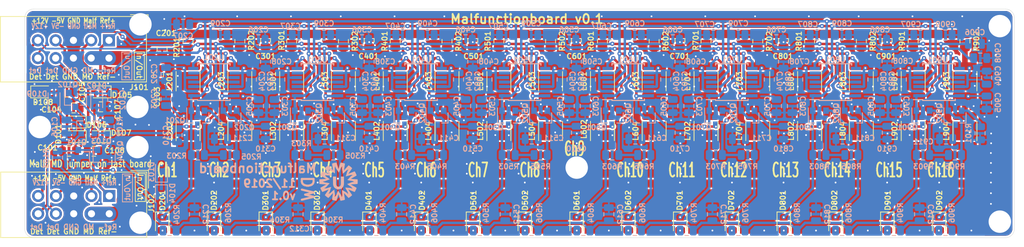
<source format=kicad_pcb>
(kicad_pcb (version 20171130) (host pcbnew "(5.1.4)-1")
  (layers (0 F.Cu signal) (31 B.Cu signal) (34 B.Paste user) (35 F.Paste user) (36 B.SilkS user hide) (37 F.SilkS user) (38 B.Mask user hide) (39 F.Mask user hide) (44 Edge.Cuts user))
  (net 0 "")
  (net 1 GND)
  (net 2 /Ref-)
  (net 3 /Ref+)
  (net 4 /V_in)
  (net 5 /sheet5DD8DCB3/LED_GND)
  (net 6 "Net-(C202-Pad2)")
  (net 7 "Net-(C204-Pad2)")
  (net 8 "Net-(C302-Pad2)")
  (net 9 "Net-(C304-Pad2)")
  (net 10 "Net-(C402-Pad2)")
  (net 11 "Net-(C404-Pad2)")
  (net 12 "Net-(C502-Pad2)")
  (net 13 "Net-(C504-Pad2)")
  (net 14 "Net-(C602-Pad2)")
  (net 15 "Net-(C604-Pad2)")
  (net 16 "Net-(C702-Pad2)")
  (net 17 "Net-(C704-Pad2)")
  (net 18 "Net-(C802-Pad2)")
  (net 19 "Net-(C804-Pad2)")
  (net 20 "Net-(C902-Pad2)")
  (net 21 "Net-(C904-Pad2)")
  (net 22 /Malf)
  (net 23 "Net-(D201-Pad2)")
  (net 24 "Net-(D201-Pad1)")
  (net 25 "Net-(D202-Pad2)")
  (net 26 "Net-(D202-Pad1)")
  (net 27 "Net-(D301-Pad2)")
  (net 28 "Net-(D301-Pad1)")
  (net 29 "Net-(D302-Pad2)")
  (net 30 "Net-(D302-Pad1)")
  (net 31 "Net-(D401-Pad2)")
  (net 32 "Net-(D401-Pad1)")
  (net 33 "Net-(D402-Pad2)")
  (net 34 "Net-(D402-Pad1)")
  (net 35 "Net-(D501-Pad2)")
  (net 36 "Net-(D501-Pad1)")
  (net 37 "Net-(D502-Pad2)")
  (net 38 "Net-(D502-Pad1)")
  (net 39 "Net-(D601-Pad2)")
  (net 40 "Net-(D601-Pad1)")
  (net 41 "Net-(D602-Pad2)")
  (net 42 "Net-(D602-Pad1)")
  (net 43 "Net-(D701-Pad2)")
  (net 44 "Net-(D701-Pad1)")
  (net 45 "Net-(D702-Pad2)")
  (net 46 "Net-(D702-Pad1)")
  (net 47 "Net-(D801-Pad2)")
  (net 48 "Net-(D801-Pad1)")
  (net 49 "Net-(D802-Pad2)")
  (net 50 "Net-(D802-Pad1)")
  (net 51 "Net-(D901-Pad2)")
  (net 52 "Net-(D901-Pad1)")
  (net 53 "Net-(D902-Pad2)")
  (net 54 "Net-(D902-Pad1)")
  (net 55 -5V)
  (net 56 +12V)
  (net 57 "Net-(J201-Pad1)")
  (net 58 "Net-(J202-Pad1)")
  (net 59 "Net-(J301-Pad1)")
  (net 60 "Net-(J302-Pad1)")
  (net 61 "Net-(J401-Pad1)")
  (net 62 "Net-(J402-Pad1)")
  (net 63 "Net-(J501-Pad1)")
  (net 64 "Net-(J502-Pad1)")
  (net 65 "Net-(J601-Pad1)")
  (net 66 "Net-(J602-Pad1)")
  (net 67 "Net-(J701-Pad1)")
  (net 68 "Net-(J702-Pad1)")
  (net 69 "Net-(J801-Pad1)")
  (net 70 "Net-(J802-Pad1)")
  (net 71 "Net-(J901-Pad1)")
  (net 72 "Net-(J902-Pad1)")
  (net 73 "Net-(Q101-Pad3)")
  (net 74 /sheet5DD8DCB3/Malf_in)
  (net 75 /sheet5DF3552B/Malf)
  (net 76 /sheet5DF3552C/Malf)
  (net 77 /sheet5DF270F1/Malf)
  (net 78 /sheet5DF270F0/Malf)
  (net 79 /sheet5DF0CFCA/Malf)
  (net 80 /sheet5DF0CFC9/Malf)
  (net 81 /sheet5DE59C6C/Malf)
  (net 82 /sheet5DD8DCB3/Malf)
  (net 83 "Net-(C205-Pad2)")
  (net 84 "Net-(C305-Pad2)")
  (net 85 "Net-(C405-Pad2)")
  (net 86 "Net-(C505-Pad2)")
  (net 87 "Net-(C605-Pad2)")
  (net 88 "Net-(C705-Pad2)")
  (net 89 "Net-(C805-Pad2)")
  (net 90 "Net-(C905-Pad2)")
  (net 91 "Net-(D103-Pad1)")
  (net 92 "Net-(C203-Pad2)")
  (net 93 "Net-(C211-Pad1)")
  (net 94 "Net-(C303-Pad2)")
  (net 95 "Net-(C311-Pad1)")
  (net 96 "Net-(C403-Pad2)")
  (net 97 "Net-(C411-Pad1)")
  (net 98 "Net-(C503-Pad2)")
  (net 99 "Net-(C511-Pad1)")
  (net 100 "Net-(C603-Pad2)")
  (net 101 "Net-(C611-Pad1)")
  (net 102 "Net-(C703-Pad2)")
  (net 103 "Net-(C711-Pad1)")
  (net 104 "Net-(C803-Pad2)")
  (net 105 "Net-(C811-Pad1)")
  (net 106 "Net-(C903-Pad2)")
  (net 107 "Net-(C911-Pad1)")
  (net 108 "Net-(Q102-Pad3)")
  (net 109 "Net-(C102-Pad2)")
  (net 110 "Net-(C106-Pad2)")
  (module _Custom:MountingHole_3.2mm_M3_plated (layer F.Cu) (at 85.7504 131.4704)
    (fp_text reference H108 hide)
    (fp_text value MH_Pad)
    (pad 1 thru_hole circle (at 0 0) (size 3.2 3.2) (drill 3.2) (layers *.Cu *.Mask) (net 1 GND))
  )
  (module _Custom:MountingHole_3.2mm_M3_plated (layer F.Cu) (at 85.7504 103.124)
    (fp_text reference H107 hide)
    (fp_text value MH_Pad)
    (pad 1 thru_hole circle (at 0 0) (size 3.2 3.2) (drill 3.2) (layers *.Cu *.Mask) (net 1 GND))
  )
  (module _Custom:MountingHole_3.2mm_M3_plated (layer F.Cu) (at 148.082 123.5964)
    (fp_text reference H106 hide)
    (fp_text value MH_Pad)
    (pad 1 thru_hole circle (at 0 0) (size 3.2 3.2) (drill 3.2) (layers *.Cu *.Mask) (net 1 GND))
  )
  (module _Custom:MountingHole_3.2mm_M3_plated (layer F.Cu) (at 208.534 131.318)
    (fp_text reference H105 hide)
    (fp_text value MH_Pad)
    (pad 1 thru_hole circle (at 0 0) (size 3.2 3.2) (drill 3.2) (layers *.Cu *.Mask) (net 1 GND))
  )
  (module _Custom:MountingHole_3.2mm_M3_plated (layer F.Cu) (at 71.374 117.798244)
    (fp_text reference H104 hide)
    (fp_text value MH_Pad)
    (pad 1 thru_hole circle (at 0 0) (size 3.2 3.2) (drill 3.2) (layers *.Cu *.Mask) (net 1 GND))
  )
  (module _Custom:MountingHole_3.2mm_M3_plated (layer F.Cu) (at 208.534 103.378)
    (fp_text reference H102 hide)
    (fp_text value MH_Pad)
    (pad 1 thru_hole circle (at 0 0) (size 3.2 3.2) (drill 3.2) (layers *.Cu *.Mask) (net 1 GND))
  )
  (module _Custom:MountingHole_3.2mm_M3_plated (layer F.Cu) (at 85.3186 120.661488)
    (fp_text reference H101 hide)
    (fp_text value MH_Pad)
    (pad 1 thru_hole circle (at 0 0) (size 3.2 3.2) (drill 3.2) (layers *.Cu *.Mask) (net 1 GND))
  )
  (module _Custom:MountingHole_3.2mm_M3_plated (layer F.Cu) (at 85.3186 114.935)
    (fp_text reference H101 hide)
    (fp_text value MH_Pad)
    (pad 1 thru_hole circle (at 0 0) (size 3.2 3.2) (drill 3.2) (layers *.Cu *.Mask) (net 1 GND))
  )
  (module Capacitor_SMD:C_0805_2012Metric (layer B.Cu) (at 89.408 110.236 90)
    (fp_text reference C202 (at 0.0508 -1.6764 270) (layer B.SilkS) (effects (font (size 0.75 0.75)) (justify mirror)))
    (fp_text value 10n)
    (pad 1 smd roundrect (at -0.9375 0 90) (size 0.975 1.4) (layers B.Cu B.Paste B.Mask) (net 1 GND))
    (pad 2 smd roundrect (at 0.9375 0 90) (size 0.975 1.4) (layers B.Cu B.Paste B.Mask) (net 6 "Net-(C202-Pad2)"))
  )
  (module Capacitor_SMD:C_0805_2012Metric (layer B.Cu) (at 89.408 113.792 270)
    (fp_text reference C203 (at -0.0508 1.6764 270) (layer B.SilkS) (effects (font (size 0.75 0.75)) (justify mirror)))
    (fp_text value 10n)
    (pad 1 smd roundrect (at -0.9375 0 270) (size 0.975 1.4) (layers B.Cu B.Paste B.Mask) (net 1 GND))
    (pad 2 smd roundrect (at 0.9375 0 270) (size 0.975 1.4) (layers B.Cu B.Paste B.Mask) (net 92 "Net-(C203-Pad2)"))
  )
  (module Capacitor_SMD:C_0805_2012Metric (layer B.Cu) (at 101.6 110.998 90)
    (fp_text reference C204 (at -0.254 1.524 90) (layer B.SilkS) (effects (font (size 0.75 0.75)) (justify mirror)))
    (fp_text value 10n)
    (pad 2 smd roundrect (at 0.9375 0 90) (size 0.975 1.4) (layers B.Cu B.Paste B.Mask) (net 7 "Net-(C204-Pad2)"))
    (pad 1 smd roundrect (at -0.9375 0 90) (size 0.975 1.4) (layers B.Cu B.Paste B.Mask) (net 1 GND))
  )
  (module Capacitor_SMD:C_0805_2012Metric (layer B.Cu) (at 102.616 114.808 90)
    (fp_text reference C205 (at 0 -1.27 90) (layer B.SilkS) (effects (font (size 0.75 0.75)) (justify mirror)))
    (fp_text value 10n)
    (pad 2 smd roundrect (at 0.9375 0 90) (size 0.975 1.4) (layers B.Cu B.Paste B.Mask) (net 83 "Net-(C205-Pad2)"))
    (pad 1 smd roundrect (at -0.9375 0 90) (size 0.975 1.4) (layers B.Cu B.Paste B.Mask) (net 1 GND))
  )
  (module Capacitor_SMD:C_0805_2012Metric (layer B.Cu) (at 97.256601 119.507 180)
    (fp_text reference C211 (at -3.073399 0.127) (layer B.SilkS) (effects (font (size 0.75 0.75)) (justify mirror)))
    (fp_text value 10n)
    (pad 1 smd roundrect (at -0.9375 0 180) (size 0.975 1.4) (layers B.Cu B.Paste B.Mask) (net 93 "Net-(C211-Pad1)"))
    (pad 2 smd roundrect (at 0.9375 0 180) (size 0.975 1.4) (layers B.Cu B.Paste B.Mask) (net 1 GND))
  )
  (module Capacitor_SMD:C_0805_2012Metric (layer B.Cu) (at 105.664 110.998 90)
    (fp_text reference C302 (at -0.254 -1.3335 90) (layer B.SilkS) (effects (font (size 0.75 0.75)) (justify mirror)))
    (fp_text value 10n)
    (pad 1 smd roundrect (at -0.9375 0 90) (size 0.975 1.4) (layers B.Cu B.Paste B.Mask) (net 1 GND))
    (pad 2 smd roundrect (at 0.9375 0 90) (size 0.975 1.4) (layers B.Cu B.Paste B.Mask) (net 8 "Net-(C302-Pad2)"))
  )
  (module Capacitor_SMD:C_0805_2012Metric (layer B.Cu) (at 104.902 114.808 90)
    (fp_text reference C303 (at 0 1.524 90) (layer B.SilkS) (effects (font (size 0.75 0.75)) (justify mirror)))
    (fp_text value 10n)
    (pad 1 smd roundrect (at -0.9375 0 90) (size 0.975 1.4) (layers B.Cu B.Paste B.Mask) (net 1 GND))
    (pad 2 smd roundrect (at 0.9375 0 90) (size 0.975 1.4) (layers B.Cu B.Paste B.Mask) (net 94 "Net-(C303-Pad2)"))
  )
  (module Capacitor_SMD:C_0805_2012Metric (layer B.Cu) (at 112.056601 119.507 180)
    (fp_text reference C311 (at -3.005399 0.127 180) (layer B.SilkS) (effects (font (size 0.75 0.75)) (justify mirror)))
    (fp_text value 10n)
    (pad 2 smd roundrect (at 0.9375 0 180) (size 0.975 1.4) (layers B.Cu B.Paste B.Mask) (net 1 GND))
    (pad 1 smd roundrect (at -0.9375 0 180) (size 0.975 1.4) (layers B.Cu B.Paste B.Mask) (net 95 "Net-(C311-Pad1)"))
  )
  (module Capacitor_SMD:C_0805_2012Metric (layer B.Cu) (at 126.856601 119.507 180)
    (fp_text reference C411 (at -2.937399 0.127 180) (layer B.SilkS) (effects (font (size 0.75 0.75)) (justify mirror)))
    (fp_text value 10n)
    (pad 2 smd roundrect (at 0.9375 0 180) (size 0.975 1.4) (layers B.Cu B.Paste B.Mask) (net 1 GND))
    (pad 1 smd roundrect (at -0.9375 0 180) (size 0.975 1.4) (layers B.Cu B.Paste B.Mask) (net 97 "Net-(C411-Pad1)"))
  )
  (module Capacitor_SMD:C_0805_2012Metric (layer B.Cu) (at 141.656601 119.507 180)
    (fp_text reference C511 (at -3.123399 0.127 180) (layer B.SilkS) (effects (font (size 0.75 0.75)) (justify mirror)))
    (fp_text value 10n)
    (pad 2 smd roundrect (at 0.9375 0 180) (size 0.975 1.4) (layers B.Cu B.Paste B.Mask) (net 1 GND))
    (pad 1 smd roundrect (at -0.9375 0 180) (size 0.975 1.4) (layers B.Cu B.Paste B.Mask) (net 99 "Net-(C511-Pad1)"))
  )
  (module Capacitor_SMD:C_0805_2012Metric (layer B.Cu) (at 156.456601 119.507 180)
    (fp_text reference C611 (at -3.055399 0.127 180) (layer B.SilkS) (effects (font (size 0.75 0.75)) (justify mirror)))
    (fp_text value 10n)
    (pad 2 smd roundrect (at 0.9375 0 180) (size 0.975 1.4) (layers B.Cu B.Paste B.Mask) (net 1 GND))
    (pad 1 smd roundrect (at -0.9375 0 180) (size 0.975 1.4) (layers B.Cu B.Paste B.Mask) (net 101 "Net-(C611-Pad1)"))
  )
  (module Capacitor_SMD:C_0805_2012Metric (layer B.Cu) (at 171.256601 119.507 180)
    (fp_text reference C711 (at -3.241399 0.127 180) (layer B.SilkS) (effects (font (size 0.75 0.75)) (justify mirror)))
    (fp_text value 10n)
    (pad 2 smd roundrect (at 0.9375 0 180) (size 0.975 1.4) (layers B.Cu B.Paste B.Mask) (net 1 GND))
    (pad 1 smd roundrect (at -0.9375 0 180) (size 0.975 1.4) (layers B.Cu B.Paste B.Mask) (net 103 "Net-(C711-Pad1)"))
  )
  (module Capacitor_SMD:C_0805_2012Metric (layer B.Cu) (at 186.056601 119.507 180)
    (fp_text reference C811 (at -3.173399 0.127 180) (layer B.SilkS) (effects (font (size 0.75 0.75)) (justify mirror)))
    (fp_text value 10n)
    (pad 2 smd roundrect (at 0.9375 0 180) (size 0.975 1.4) (layers B.Cu B.Paste B.Mask) (net 1 GND))
    (pad 1 smd roundrect (at -0.9375 0 180) (size 0.975 1.4) (layers B.Cu B.Paste B.Mask) (net 105 "Net-(C811-Pad1)"))
  )
  (module Capacitor_SMD:C_0805_2012Metric (layer B.Cu) (at 206.6544 110.744 270)
    (fp_text reference C904 (at -0.254 -1.6256 90) (layer B.SilkS) (effects (font (size 0.75 0.75)) (justify mirror)))
    (fp_text value 10n)
    (pad 2 smd roundrect (at 0.9375 0 270) (size 0.975 1.4) (layers B.Cu B.Paste B.Mask) (net 21 "Net-(C904-Pad2)"))
    (pad 1 smd roundrect (at -0.9375 0 270) (size 0.975 1.4) (layers B.Cu B.Paste B.Mask) (net 1 GND))
  )
  (module Capacitor_SMD:C_0805_2012Metric (layer B.Cu) (at 206.629 114.3 90)
    (fp_text reference C905 (at 0 1.65 90) (layer B.SilkS) (effects (font (size 0.75 0.75)) (justify mirror)))
    (fp_text value 10n)
    (pad 1 smd roundrect (at -0.9375 0 90) (size 0.975 1.4) (layers B.Cu B.Paste B.Mask) (net 1 GND))
    (pad 2 smd roundrect (at 0.9375 0 90) (size 0.975 1.4) (layers B.Cu B.Paste B.Mask) (net 90 "Net-(C905-Pad2)"))
  )
  (module Capacitor_SMD:C_0805_2012Metric (layer B.Cu) (at 200.856601 119.507 180)
    (fp_text reference C911 (at 3.244601 -0.381 180) (layer B.SilkS) (effects (font (size 0.75 0.75)) (justify mirror)))
    (fp_text value 10n)
    (pad 2 smd roundrect (at 0.9375 0 180) (size 0.975 1.4) (layers B.Cu B.Paste B.Mask) (net 1 GND))
    (pad 1 smd roundrect (at -0.9375 0 180) (size 0.975 1.4) (layers B.Cu B.Paste B.Mask) (net 107 "Net-(C911-Pad1)"))
  )
  (module Diode_SMD:D_SOD-323 (layer F.Cu) (at 76.5048 119.1768 180)
    (fp_text reference D101 (at 2.4892 0.3556 270) (layer F.SilkS) (effects (font (size 0.75 0.75))))
    (fp_text value 15V)
    (pad 2 smd rect (at 1.05 0 180) (size 0.6 0.45) (layers F.Cu F.Paste F.Mask) (net 1 GND))
    (pad 1 smd rect (at -1.05 0 180) (size 0.6 0.45) (layers F.Cu F.Paste F.Mask) (net 22 /Malf))
  )
  (module Diode_SMD:D_SOD-323 (layer B.Cu) (at 79.502 113.9952 270)
    (fp_text reference D102 (at -2.0828 0) (layer B.SilkS) (effects (font (size 0.75 0.75)) (justify mirror)))
    (fp_text value 15V)
    (pad 1 smd rect (at -1.05 0 270) (size 0.6 0.45) (layers B.Cu B.Paste B.Mask) (net 109 "Net-(C102-Pad2)"))
    (pad 2 smd rect (at 1.05 0 270) (size 0.6 0.45) (layers B.Cu B.Paste B.Mask) (net 1 GND))
  )
  (module Diode_SMD:D_SOD-323 (layer B.Cu) (at 88.7476 124.172 90)
    (fp_text reference D103 (at -0.0254 -1.4224 270) (layer B.SilkS) (effects (font (size 0.75 0.75)) (justify mirror)))
    (fp_text value 5V)
    (pad 2 smd rect (at 1.05 0 90) (size 0.6 0.45) (layers B.Cu B.Paste B.Mask) (net 4 /V_in))
    (pad 1 smd rect (at -1.05 0 90) (size 0.6 0.45) (layers B.Cu B.Paste B.Mask) (net 91 "Net-(D103-Pad1)"))
  )
  (module Diode_SMD:D_SOD-323 (layer B.Cu) (at 88.7476 127.5588 270)
    (fp_text reference D104 (at -0.3048 -1.5748 270) (layer B.SilkS) (effects (font (size 0.75 0.75)) (justify mirror)))
    (fp_text value 12V)
    (pad 2 smd rect (at 1.05 0 270) (size 0.6 0.45) (layers B.Cu B.Paste B.Mask) (net 1 GND))
    (pad 1 smd rect (at -1.05 0 270) (size 0.6 0.45) (layers B.Cu B.Paste B.Mask) (net 91 "Net-(D103-Pad1)"))
  )
  (module Diode_SMD:D_SOD-323 (layer F.Cu) (at 76.5048 117.094 180)
    (fp_text reference D106 (at -2.9972 -0.4064 180) (layer F.SilkS) (effects (font (size 0.75 0.75))))
    (fp_text value 5.4V)
    (pad 2 smd rect (at 1.05 0 180) (size 0.6 0.45) (layers F.Cu F.Paste F.Mask) (net 2 /Ref-))
    (pad 1 smd rect (at -1.05 0 180) (size 0.6 0.45) (layers F.Cu F.Paste F.Mask) (net 1 GND))
  )
  (module Diode_SMD:D_SOD-323 (layer F.Cu) (at 71.5772 112.776)
    (fp_text reference D108 (at 0.254 1.4732 180) (layer F.SilkS) (effects (font (size 0.75 0.75))))
    (fp_text value 5.4V)
    (pad 2 smd rect (at 1.05 0) (size 0.6 0.45) (layers F.Cu F.Paste F.Mask) (net 3 /Ref+))
    (pad 1 smd rect (at -1.05 0) (size 0.6 0.45) (layers F.Cu F.Paste F.Mask) (net 1 GND))
  )
  (module Diode_SMD:D_SOD-323 (layer B.Cu) (at 73.406 113.9444 90)
    (fp_text reference D109 (at 0.889 -2.4384) (layer B.SilkS) (effects (font (size 0.75 0.75)) (justify mirror)))
    (fp_text value 15V)
    (pad 1 smd rect (at -1.05 0 90) (size 0.6 0.45) (layers B.Cu B.Paste B.Mask) (net 110 "Net-(C106-Pad2)"))
    (pad 2 smd rect (at 1.05 0 90) (size 0.6 0.45) (layers B.Cu B.Paste B.Mask) (net 1 GND))
  )
  (module LED_SMD:LED_0805_2012Metric (layer F.Cu) (at 88.8619 131.62026 270)
    (fp_text reference D201 (at -3.35026 -0.0381 90) (layer F.SilkS) (effects (font (size 0.75 0.75))))
    (fp_text value LED)
    (pad 1 smd roundrect (at -0.9375 0 270) (size 0.975 1.4) (layers F.Cu F.Paste F.Mask) (net 24 "Net-(D201-Pad1)"))
    (pad 2 smd roundrect (at 0.9375 0 270) (size 0.975 1.4) (layers F.Cu F.Paste F.Mask) (net 23 "Net-(D201-Pad2)"))
  )
  (module LED_SMD:LED_0805_2012Metric (layer F.Cu) (at 96.2533 131.62026 270)
    (fp_text reference D202 (at -3.35026 -0.0127 90) (layer F.SilkS) (effects (font (size 0.75 0.75))))
    (fp_text value LED)
    (pad 1 smd roundrect (at -0.9375 0 270) (size 0.975 1.4) (layers F.Cu F.Paste F.Mask) (net 26 "Net-(D202-Pad1)"))
    (pad 2 smd roundrect (at 0.9375 0 270) (size 0.975 1.4) (layers F.Cu F.Paste F.Mask) (net 25 "Net-(D202-Pad2)"))
  )
  (module LED_SMD:LED_0805_2012Metric (layer F.Cu) (at 103.6619 131.62026 270)
    (fp_text reference D301 (at -3.35026 0.0299 90) (layer F.SilkS) (effects (font (size 0.75 0.75))))
    (fp_text value LED)
    (pad 2 smd roundrect (at 0.9375 0 270) (size 0.975 1.4) (layers F.Cu F.Paste F.Mask) (net 27 "Net-(D301-Pad2)"))
    (pad 1 smd roundrect (at -0.9375 0 270) (size 0.975 1.4) (layers F.Cu F.Paste F.Mask) (net 28 "Net-(D301-Pad1)"))
  )
  (module LED_SMD:LED_0805_2012Metric (layer F.Cu) (at 111.0533 131.62026 270)
    (fp_text reference D302 (at -3.35026 0.0553 90) (layer F.SilkS) (effects (font (size 0.75 0.75))))
    (fp_text value LED)
    (pad 2 smd roundrect (at 0.9375 0 270) (size 0.975 1.4) (layers F.Cu F.Paste F.Mask) (net 29 "Net-(D302-Pad2)"))
    (pad 1 smd roundrect (at -0.9375 0 270) (size 0.975 1.4) (layers F.Cu F.Paste F.Mask) (net 30 "Net-(D302-Pad1)"))
  )
  (module LED_SMD:LED_0805_2012Metric (layer F.Cu) (at 118.4619 131.62026 270)
    (fp_text reference D401 (at -3.35026 0.0979 90) (layer F.SilkS) (effects (font (size 0.75 0.75))))
    (fp_text value LED)
    (pad 2 smd roundrect (at 0.9375 0 270) (size 0.975 1.4) (layers F.Cu F.Paste F.Mask) (net 31 "Net-(D401-Pad2)"))
    (pad 1 smd roundrect (at -0.9375 0 270) (size 0.975 1.4) (layers F.Cu F.Paste F.Mask) (net 32 "Net-(D401-Pad1)"))
  )
  (module LED_SMD:LED_0805_2012Metric (layer F.Cu) (at 125.8533 131.62026 270)
    (fp_text reference D402 (at -3.35026 -0.1307 90) (layer F.SilkS) (effects (font (size 0.75 0.75))))
    (fp_text value LED)
    (pad 2 smd roundrect (at 0.9375 0 270) (size 0.975 1.4) (layers F.Cu F.Paste F.Mask) (net 33 "Net-(D402-Pad2)"))
    (pad 1 smd roundrect (at -0.9375 0 270) (size 0.975 1.4) (layers F.Cu F.Paste F.Mask) (net 34 "Net-(D402-Pad1)"))
  )
  (module LED_SMD:LED_0805_2012Metric (layer F.Cu) (at 133.2619 131.62026 270)
    (fp_text reference D501 (at -3.35026 -0.0881 90) (layer F.SilkS) (effects (font (size 0.75 0.75))))
    (fp_text value LED)
    (pad 2 smd roundrect (at 0.9375 0 270) (size 0.975 1.4) (layers F.Cu F.Paste F.Mask) (net 35 "Net-(D501-Pad2)"))
    (pad 1 smd roundrect (at -0.9375 0 270) (size 0.975 1.4) (layers F.Cu F.Paste F.Mask) (net 36 "Net-(D501-Pad1)"))
  )
  (module LED_SMD:LED_0805_2012Metric (layer F.Cu) (at 140.6533 131.62026 270)
    (fp_text reference D502 (at -3.35026 -0.0627 90) (layer F.SilkS) (effects (font (size 0.75 0.75))))
    (fp_text value LED)
    (pad 2 smd roundrect (at 0.9375 0 270) (size 0.975 1.4) (layers F.Cu F.Paste F.Mask) (net 37 "Net-(D502-Pad2)"))
    (pad 1 smd roundrect (at -0.9375 0 270) (size 0.975 1.4) (layers F.Cu F.Paste F.Mask) (net 38 "Net-(D502-Pad1)"))
  )
  (module LED_SMD:LED_0805_2012Metric (layer F.Cu) (at 148.0619 131.62026 270)
    (fp_text reference D601 (at -3.35026 -0.0201 90) (layer F.SilkS) (effects (font (size 0.75 0.75))))
    (fp_text value LED)
    (pad 2 smd roundrect (at 0.9375 0 270) (size 0.975 1.4) (layers F.Cu F.Paste F.Mask) (net 39 "Net-(D601-Pad2)"))
    (pad 1 smd roundrect (at -0.9375 0 270) (size 0.975 1.4) (layers F.Cu F.Paste F.Mask) (net 40 "Net-(D601-Pad1)"))
  )
  (module LED_SMD:LED_0805_2012Metric (layer F.Cu) (at 155.4533 131.62026 270)
    (fp_text reference D602 (at -3.35026 0.0053 90) (layer F.SilkS) (effects (font (size 0.75 0.75))))
    (fp_text value LED)
    (pad 2 smd roundrect (at 0.9375 0 270) (size 0.975 1.4) (layers F.Cu F.Paste F.Mask) (net 41 "Net-(D602-Pad2)"))
    (pad 1 smd roundrect (at -0.9375 0 270) (size 0.975 1.4) (layers F.Cu F.Paste F.Mask) (net 42 "Net-(D602-Pad1)"))
  )
  (module LED_SMD:LED_0805_2012Metric (layer F.Cu) (at 162.8619 131.62026 270)
    (fp_text reference D701 (at -3.35026 0.0479 90) (layer F.SilkS) (effects (font (size 0.75 0.75))))
    (fp_text value LED)
    (pad 2 smd roundrect (at 0.9375 0 270) (size 0.975 1.4) (layers F.Cu F.Paste F.Mask) (net 43 "Net-(D701-Pad2)"))
    (pad 1 smd roundrect (at -0.9375 0 270) (size 0.975 1.4) (layers F.Cu F.Paste F.Mask) (net 44 "Net-(D701-Pad1)"))
  )
  (module LED_SMD:LED_0805_2012Metric (layer F.Cu) (at 170.2533 131.62026 270)
    (fp_text reference D702 (at -3.35026 0.0733 90) (layer F.SilkS) (effects (font (size 0.75 0.75))))
    (fp_text value LED)
    (pad 2 smd roundrect (at 0.9375 0 270) (size 0.975 1.4) (layers F.Cu F.Paste F.Mask) (net 45 "Net-(D702-Pad2)"))
    (pad 1 smd roundrect (at -0.9375 0 270) (size 0.975 1.4) (layers F.Cu F.Paste F.Mask) (net 46 "Net-(D702-Pad1)"))
  )
  (module LED_SMD:LED_0805_2012Metric (layer F.Cu) (at 177.6619 131.62026 270)
    (fp_text reference D801 (at -3.35026 0.1159 90) (layer F.SilkS) (effects (font (size 0.75 0.75))))
    (fp_text value LED)
    (pad 2 smd roundrect (at 0.9375 0 270) (size 0.975 1.4) (layers F.Cu F.Paste F.Mask) (net 47 "Net-(D801-Pad2)"))
    (pad 1 smd roundrect (at -0.9375 0 270) (size 0.975 1.4) (layers F.Cu F.Paste F.Mask) (net 48 "Net-(D801-Pad1)"))
  )
  (module LED_SMD:LED_0805_2012Metric (layer F.Cu) (at 185.0533 131.62026 270)
    (fp_text reference D802 (at -3.35026 0.1413 90) (layer F.SilkS) (effects (font (size 0.75 0.75))))
    (fp_text value LED)
    (pad 2 smd roundrect (at 0.9375 0 270) (size 0.975 1.4) (layers F.Cu F.Paste F.Mask) (net 49 "Net-(D802-Pad2)"))
    (pad 1 smd roundrect (at -0.9375 0 270) (size 0.975 1.4) (layers F.Cu F.Paste F.Mask) (net 50 "Net-(D802-Pad1)"))
  )
  (module LED_SMD:LED_0805_2012Metric (layer F.Cu) (at 192.4619 131.62026 270)
    (fp_text reference D901 (at -3.35026 -0.0701 90) (layer F.SilkS) (effects (font (size 0.75 0.75))))
    (fp_text value LED)
    (pad 2 smd roundrect (at 0.9375 0 270) (size 0.975 1.4) (layers F.Cu F.Paste F.Mask) (net 51 "Net-(D901-Pad2)"))
    (pad 1 smd roundrect (at -0.9375 0 270) (size 0.975 1.4) (layers F.Cu F.Paste F.Mask) (net 52 "Net-(D901-Pad1)"))
  )
  (module LED_SMD:LED_0805_2012Metric (layer F.Cu) (at 199.8533 131.62026 270)
    (fp_text reference D902 (at -3.35026 -0.0447 90) (layer F.SilkS) (effects (font (size 0.75 0.75))))
    (fp_text value LED)
    (pad 2 smd roundrect (at 0.9375 0 270) (size 0.975 1.4) (layers F.Cu F.Paste F.Mask) (net 53 "Net-(D902-Pad2)"))
    (pad 1 smd roundrect (at -0.9375 0 270) (size 0.975 1.4) (layers F.Cu F.Paste F.Mask) (net 54 "Net-(D902-Pad1)"))
  )
  (module Connector_IDC:IDC-Header_2x05_P2.54mm_Vertical (layer F.Cu) (at 81.2546 105.41 270)
    (fp_text reference J101 (at 6.7056 -4.2926) (layer F.SilkS) (effects (font (size 0.75 0.75))))
    (fp_text value Conn_02x05_Odd_Even)
    (pad 1 thru_hole rect (at 0 0 270) (size 1.7272 1.7272) (drill 1.016) (layers *.Cu *.Mask) (net 56 +12V))
    (pad 2 thru_hole oval (at 2.54 0 270) (size 1.7272 1.7272) (drill 1.016) (layers *.Cu *.Mask) (net 4 /V_in))
    (pad 3 thru_hole oval (at 0 2.54 270) (size 1.7272 1.7272) (drill 1.016) (layers *.Cu *.Mask) (net 55 -5V))
    (pad 4 thru_hole oval (at 2.54 2.54 270) (size 1.7272 1.7272) (drill 1.016) (layers *.Cu *.Mask) (net 4 /V_in))
    (pad 5 thru_hole oval (at 0 5.08 270) (size 1.7272 1.7272) (drill 1.016) (layers *.Cu *.Mask) (net 1 GND))
    (pad 6 thru_hole oval (at 2.54 5.08 270) (size 1.7272 1.7272) (drill 1.016) (layers *.Cu *.Mask) (net 1 GND))
    (pad 7 thru_hole oval (at 0 7.62 270) (size 1.7272 1.7272) (drill 1.016) (layers *.Cu *.Mask) (net 22 /Malf))
    (pad 8 thru_hole oval (at 2.54 7.62 270) (size 1.7272 1.7272) (drill 1.016) (layers *.Cu *.Mask) (net 109 "Net-(C102-Pad2)"))
    (pad 9 thru_hole oval (at 0 10.16 270) (size 1.7272 1.7272) (drill 1.016) (layers *.Cu *.Mask) (net 3 /Ref+))
    (pad 10 thru_hole oval (at 2.54 10.16 270) (size 1.7272 1.7272) (drill 1.016) (layers *.Cu *.Mask) (net 2 /Ref-))
  )
  (module Connector_IDC:IDC-Header_2x05_P2.54mm_Vertical (layer F.Cu) (at 81.295408 127.646488 270)
    (fp_text reference J102 (at 1.029912 -6.029792 270) (layer F.SilkS) (effects (font (size 0.75 0.75))))
    (fp_text value Conn_02x05_Odd_Even)
    (pad 1 thru_hole rect (at 0 0 270) (size 1.7272 1.7272) (drill 1.016) (layers *.Cu *.Mask) (net 56 +12V))
    (pad 2 thru_hole oval (at 2.54 0 270) (size 1.7272 1.7272) (drill 1.016) (layers *.Cu *.Mask) (net 4 /V_in))
    (pad 3 thru_hole oval (at 0 2.54 270) (size 1.7272 1.7272) (drill 1.016) (layers *.Cu *.Mask) (net 55 -5V))
    (pad 4 thru_hole oval (at 2.54 2.54 270) (size 1.7272 1.7272) (drill 1.016) (layers *.Cu *.Mask) (net 4 /V_in))
    (pad 5 thru_hole oval (at 0 5.08 270) (size 1.7272 1.7272) (drill 1.016) (layers *.Cu *.Mask) (net 1 GND))
    (pad 6 thru_hole oval (at 2.54 5.08 270) (size 1.7272 1.7272) (drill 1.016) (layers *.Cu *.Mask) (net 1 GND))
    (pad 7 thru_hole oval (at 0 7.62 270) (size 1.7272 1.7272) (drill 1.016) (layers *.Cu *.Mask) (net 22 /Malf))
    (pad 8 thru_hole oval (at 2.54 7.62 270) (size 1.7272 1.7272) (drill 1.016) (layers *.Cu *.Mask) (net 110 "Net-(C106-Pad2)"))
    (pad 9 thru_hole oval (at 0 10.16 270) (size 1.7272 1.7272) (drill 1.016) (layers *.Cu *.Mask) (net 3 /Ref+))
    (pad 10 thru_hole oval (at 2.54 10.16 270) (size 1.7272 1.7272) (drill 1.016) (layers *.Cu *.Mask) (net 2 /Ref-))
  )
  (module Inductor_SMD:L_1812_4532Metric (layer F.Cu) (at 92.5576 111.252 90)
    (fp_text reference L201 (at 0 -2.6416 270) (layer F.SilkS) (effects (font (size 0.75 0.75))))
    (fp_text value 1u)
    (pad 1 smd roundrect (at -2.1375 0 90) (size 1.125 3.4) (layers F.Cu F.Paste F.Mask) (roundrect_rratio 0.222222) (net 92 "Net-(C203-Pad2)"))
    (pad 2 smd roundrect (at 2.1375 0 90) (size 1.125 3.4) (layers F.Cu F.Paste F.Mask) (roundrect_rratio 0.222222) (net 6 "Net-(C202-Pad2)"))
  )
  (module Inductor_SMD:L_1812_4532Metric (layer F.Cu) (at 92.5576 118.364 90)
    (fp_text reference L202 (at 0.0508 -2.5908 270) (layer F.SilkS) (effects (font (size 0.75 0.75))))
    (fp_text value 1u)
    (pad 1 smd roundrect (at -2.1375 0 90) (size 1.125 3.4) (layers F.Cu F.Paste F.Mask) (roundrect_rratio 0.222222) (net 57 "Net-(J201-Pad1)"))
    (pad 2 smd roundrect (at 2.1375 0 90) (size 1.125 3.4) (layers F.Cu F.Paste F.Mask) (roundrect_rratio 0.222222) (net 92 "Net-(C203-Pad2)"))
  )
  (module Inductor_SMD:L_1812_4532Metric (layer F.Cu) (at 99.949 111.252 90)
    (fp_text reference L203 (at 0 -2.667 270) (layer F.SilkS) (effects (font (size 0.75 0.75))))
    (fp_text value 1u)
    (pad 1 smd roundrect (at -2.1375 0 90) (size 1.125 3.4) (layers F.Cu F.Paste F.Mask) (roundrect_rratio 0.222222) (net 83 "Net-(C205-Pad2)"))
    (pad 2 smd roundrect (at 2.1375 0 90) (size 1.125 3.4) (layers F.Cu F.Paste F.Mask) (roundrect_rratio 0.222222) (net 7 "Net-(C204-Pad2)"))
  )
  (module Inductor_SMD:L_1812_4532Metric (layer F.Cu) (at 99.949 118.364 90)
    (fp_text reference L204 (at 0 -2.667 270) (layer F.SilkS) (effects (font (size 0.75 0.75))))
    (fp_text value 1u)
    (pad 1 smd roundrect (at -2.1375 0 90) (size 1.125 3.4) (layers F.Cu F.Paste F.Mask) (roundrect_rratio 0.222222) (net 58 "Net-(J202-Pad1)"))
    (pad 2 smd roundrect (at 2.1375 0 90) (size 1.125 3.4) (layers F.Cu F.Paste F.Mask) (roundrect_rratio 0.222222) (net 83 "Net-(C205-Pad2)"))
  )
  (module Inductor_SMD:L_1812_4532Metric (layer F.Cu) (at 107.3576 111.252 90)
    (fp_text reference L301 (at 0 -2.65 90) (layer F.SilkS) (effects (font (size 0.75 0.75))))
    (fp_text value 1u)
    (pad 2 smd roundrect (at 2.1375 0 90) (size 1.125 3.4) (layers F.Cu F.Paste F.Mask) (roundrect_rratio 0.222222) (net 8 "Net-(C302-Pad2)"))
    (pad 1 smd roundrect (at -2.1375 0 90) (size 1.125 3.4) (layers F.Cu F.Paste F.Mask) (roundrect_rratio 0.222222) (net 94 "Net-(C303-Pad2)"))
  )
  (module Inductor_SMD:L_1812_4532Metric (layer F.Cu) (at 107.3576 118.364 90)
    (fp_text reference L302 (at 0 -2.65 90) (layer F.SilkS) (effects (font (size 0.75 0.75))))
    (fp_text value 1u)
    (pad 2 smd roundrect (at 2.1375 0 90) (size 1.125 3.4) (layers F.Cu F.Paste F.Mask) (roundrect_rratio 0.222222) (net 94 "Net-(C303-Pad2)"))
    (pad 1 smd roundrect (at -2.1375 0 90) (size 1.125 3.4) (layers F.Cu F.Paste F.Mask) (roundrect_rratio 0.222222) (net 59 "Net-(J301-Pad1)"))
  )
  (module Inductor_SMD:L_1812_4532Metric (layer F.Cu) (at 114.749 111.252 90)
    (fp_text reference L303 (at 0 -2.65 90) (layer F.SilkS) (effects (font (size 0.75 0.75))))
    (fp_text value 1u)
    (pad 2 smd roundrect (at 2.1375 0 90) (size 1.125 3.4) (layers F.Cu F.Paste F.Mask) (roundrect_rratio 0.222222) (net 9 "Net-(C304-Pad2)"))
    (pad 1 smd roundrect (at -2.1375 0 90) (size 1.125 3.4) (layers F.Cu F.Paste F.Mask) (roundrect_rratio 0.222222) (net 84 "Net-(C305-Pad2)"))
  )
  (module Inductor_SMD:L_1812_4532Metric (layer F.Cu) (at 114.749 118.364 90)
    (fp_text reference L304 (at 0 -2.65 90) (layer F.SilkS) (effects (font (size 0.75 0.75))))
    (fp_text value 1u)
    (pad 2 smd roundrect (at 2.1375 0 90) (size 1.125 3.4) (layers F.Cu F.Paste F.Mask) (roundrect_rratio 0.222222) (net 84 "Net-(C305-Pad2)"))
    (pad 1 smd roundrect (at -2.1375 0 90) (size 1.125 3.4) (layers F.Cu F.Paste F.Mask) (roundrect_rratio 0.222222) (net 60 "Net-(J302-Pad1)"))
  )
  (module Inductor_SMD:L_1812_4532Metric (layer F.Cu) (at 122.1576 111.252 90)
    (fp_text reference L401 (at 0 -2.65 90) (layer F.SilkS) (effects (font (size 0.75 0.75))))
    (fp_text value 1u)
    (pad 2 smd roundrect (at 2.1375 0 90) (size 1.125 3.4) (layers F.Cu F.Paste F.Mask) (roundrect_rratio 0.222222) (net 10 "Net-(C402-Pad2)"))
    (pad 1 smd roundrect (at -2.1375 0 90) (size 1.125 3.4) (layers F.Cu F.Paste F.Mask) (roundrect_rratio 0.222222) (net 96 "Net-(C403-Pad2)"))
  )
  (module Inductor_SMD:L_1812_4532Metric (layer F.Cu) (at 122.1576 118.364 90)
    (fp_text reference L402 (at 0 -2.65 90) (layer F.SilkS) (effects (font (size 0.75 0.75))))
    (fp_text value 1u)
    (pad 2 smd roundrect (at 2.1375 0 90) (size 1.125 3.4) (layers F.Cu F.Paste F.Mask) (roundrect_rratio 0.222222) (net 96 "Net-(C403-Pad2)"))
    (pad 1 smd roundrect (at -2.1375 0 90) (size 1.125 3.4) (layers F.Cu F.Paste F.Mask) (roundrect_rratio 0.222222) (net 61 "Net-(J401-Pad1)"))
  )
  (module Inductor_SMD:L_1812_4532Metric (layer F.Cu) (at 129.549 111.252 90)
    (fp_text reference L403 (at 0 -2.65 90) (layer F.SilkS) (effects (font (size 0.75 0.75))))
    (fp_text value 1u)
    (pad 2 smd roundrect (at 2.1375 0 90) (size 1.125 3.4) (layers F.Cu F.Paste F.Mask) (roundrect_rratio 0.222222) (net 11 "Net-(C404-Pad2)"))
    (pad 1 smd roundrect (at -2.1375 0 90) (size 1.125 3.4) (layers F.Cu F.Paste F.Mask) (roundrect_rratio 0.222222) (net 85 "Net-(C405-Pad2)"))
  )
  (module Inductor_SMD:L_1812_4532Metric (layer F.Cu) (at 129.549 118.364 90)
    (fp_text reference L404 (at 0 -2.65 90) (layer F.SilkS) (effects (font (size 0.75 0.75))))
    (fp_text value 1u)
    (pad 2 smd roundrect (at 2.1375 0 90) (size 1.125 3.4) (layers F.Cu F.Paste F.Mask) (roundrect_rratio 0.222222) (net 85 "Net-(C405-Pad2)"))
    (pad 1 smd roundrect (at -2.1375 0 90) (size 1.125 3.4) (layers F.Cu F.Paste F.Mask) (roundrect_rratio 0.222222) (net 62 "Net-(J402-Pad1)"))
  )
  (module Inductor_SMD:L_1812_4532Metric (layer F.Cu) (at 136.9576 111.252 90)
    (fp_text reference L501 (at 0 -2.65 90) (layer F.SilkS) (effects (font (size 0.75 0.75))))
    (fp_text value 1u)
    (pad 2 smd roundrect (at 2.1375 0 90) (size 1.125 3.4) (layers F.Cu F.Paste F.Mask) (roundrect_rratio 0.222222) (net 12 "Net-(C502-Pad2)"))
    (pad 1 smd roundrect (at -2.1375 0 90) (size 1.125 3.4) (layers F.Cu F.Paste F.Mask) (roundrect_rratio 0.222222) (net 98 "Net-(C503-Pad2)"))
  )
  (module Inductor_SMD:L_1812_4532Metric (layer F.Cu) (at 136.9576 118.364 90)
    (fp_text reference L502 (at 0 -2.65 90) (layer F.SilkS) (effects (font (size 0.75 0.75))))
    (fp_text value 1u)
    (pad 2 smd roundrect (at 2.1375 0 90) (size 1.125 3.4) (layers F.Cu F.Paste F.Mask) (roundrect_rratio 0.222222) (net 98 "Net-(C503-Pad2)"))
    (pad 1 smd roundrect (at -2.1375 0 90) (size 1.125 3.4) (layers F.Cu F.Paste F.Mask) (roundrect_rratio 0.222222) (net 63 "Net-(J501-Pad1)"))
  )
  (module Inductor_SMD:L_1812_4532Metric (layer F.Cu) (at 144.349 111.252 90)
    (fp_text reference L503 (at 0 -2.65 90) (layer F.SilkS) (effects (font (size 0.75 0.75))))
    (fp_text value 1u)
    (pad 2 smd roundrect (at 2.1375 0 90) (size 1.125 3.4) (layers F.Cu F.Paste F.Mask) (roundrect_rratio 0.222222) (net 13 "Net-(C504-Pad2)"))
    (pad 1 smd roundrect (at -2.1375 0 90) (size 1.125 3.4) (layers F.Cu F.Paste F.Mask) (roundrect_rratio 0.222222) (net 86 "Net-(C505-Pad2)"))
  )
  (module Inductor_SMD:L_1812_4532Metric (layer F.Cu) (at 144.349 118.364 90)
    (fp_text reference L504 (at 0 -2.65 90) (layer F.SilkS) (effects (font (size 0.75 0.75))))
    (fp_text value 1u)
    (pad 2 smd roundrect (at 2.1375 0 90) (size 1.125 3.4) (layers F.Cu F.Paste F.Mask) (roundrect_rratio 0.222222) (net 86 "Net-(C505-Pad2)"))
    (pad 1 smd roundrect (at -2.1375 0 90) (size 1.125 3.4) (layers F.Cu F.Paste F.Mask) (roundrect_rratio 0.222222) (net 64 "Net-(J502-Pad1)"))
  )
  (module Inductor_SMD:L_1812_4532Metric (layer F.Cu) (at 151.7576 111.252 90)
    (fp_text reference L601 (at 0 -2.65 90) (layer F.SilkS) (effects (font (size 0.75 0.75))))
    (fp_text value 1u)
    (pad 2 smd roundrect (at 2.1375 0 90) (size 1.125 3.4) (layers F.Cu F.Paste F.Mask) (roundrect_rratio 0.222222) (net 14 "Net-(C602-Pad2)"))
    (pad 1 smd roundrect (at -2.1375 0 90) (size 1.125 3.4) (layers F.Cu F.Paste F.Mask) (roundrect_rratio 0.222222) (net 100 "Net-(C603-Pad2)"))
  )
  (module Inductor_SMD:L_1812_4532Metric (layer F.Cu) (at 151.7576 118.364 90)
    (fp_text reference L602 (at 0.254 -2.65 90) (layer F.SilkS) (effects (font (size 0.75 0.75))))
    (fp_text value 1u)
    (pad 2 smd roundrect (at 2.1375 0 90) (size 1.125 3.4) (layers F.Cu F.Paste F.Mask) (roundrect_rratio 0.222222) (net 100 "Net-(C603-Pad2)"))
    (pad 1 smd roundrect (at -2.1375 0 90) (size 1.125 3.4) (layers F.Cu F.Paste F.Mask) (roundrect_rratio 0.222222) (net 65 "Net-(J601-Pad1)"))
  )
  (module Inductor_SMD:L_1812_4532Metric (layer F.Cu) (at 159.149 111.252 90)
    (fp_text reference L603 (at 0 -2.65 90) (layer F.SilkS) (effects (font (size 0.75 0.75))))
    (fp_text value 1u)
    (pad 2 smd roundrect (at 2.1375 0 90) (size 1.125 3.4) (layers F.Cu F.Paste F.Mask) (roundrect_rratio 0.222222) (net 15 "Net-(C604-Pad2)"))
    (pad 1 smd roundrect (at -2.1375 0 90) (size 1.125 3.4) (layers F.Cu F.Paste F.Mask) (roundrect_rratio 0.222222) (net 87 "Net-(C605-Pad2)"))
  )
  (module Inductor_SMD:L_1812_4532Metric (layer F.Cu) (at 159.149 118.364 90)
    (fp_text reference L604 (at 0 -2.65 90) (layer F.SilkS) (effects (font (size 0.75 0.75))))
    (fp_text value 1u)
    (pad 2 smd roundrect (at 2.1375 0 90) (size 1.125 3.4) (layers F.Cu F.Paste F.Mask) (roundrect_rratio 0.222222) (net 87 "Net-(C605-Pad2)"))
    (pad 1 smd roundrect (at -2.1375 0 90) (size 1.125 3.4) (layers F.Cu F.Paste F.Mask) (roundrect_rratio 0.222222) (net 66 "Net-(J602-Pad1)"))
  )
  (module Inductor_SMD:L_1812_4532Metric (layer F.Cu) (at 166.5576 111.252 90)
    (fp_text reference L701 (at 0 -2.65 90) (layer F.SilkS) (effects (font (size 0.75 0.75))))
    (fp_text value 1u)
    (pad 2 smd roundrect (at 2.1375 0 90) (size 1.125 3.4) (layers F.Cu F.Paste F.Mask) (roundrect_rratio 0.222222) (net 16 "Net-(C702-Pad2)"))
    (pad 1 smd roundrect (at -2.1375 0 90) (size 1.125 3.4) (layers F.Cu F.Paste F.Mask) (roundrect_rratio 0.222222) (net 102 "Net-(C703-Pad2)"))
  )
  (module Inductor_SMD:L_1812_4532Metric (layer F.Cu) (at 166.5576 118.364 90)
    (fp_text reference L702 (at 0 -2.65 90) (layer F.SilkS) (effects (font (size 0.75 0.75))))
    (fp_text value 1u)
    (pad 2 smd roundrect (at 2.1375 0 90) (size 1.125 3.4) (layers F.Cu F.Paste F.Mask) (roundrect_rratio 0.222222) (net 102 "Net-(C703-Pad2)"))
    (pad 1 smd roundrect (at -2.1375 0 90) (size 1.125 3.4) (layers F.Cu F.Paste F.Mask) (roundrect_rratio 0.222222) (net 67 "Net-(J701-Pad1)"))
  )
  (module Inductor_SMD:L_1812_4532Metric (layer F.Cu) (at 173.949 111.252 90)
    (fp_text reference L703 (at 0 -2.65 90) (layer F.SilkS) (effects (font (size 0.75 0.75))))
    (fp_text value 1u)
    (pad 2 smd roundrect (at 2.1375 0 90) (size 1.125 3.4) (layers F.Cu F.Paste F.Mask) (roundrect_rratio 0.222222) (net 17 "Net-(C704-Pad2)"))
    (pad 1 smd roundrect (at -2.1375 0 90) (size 1.125 3.4) (layers F.Cu F.Paste F.Mask) (roundrect_rratio 0.222222) (net 88 "Net-(C705-Pad2)"))
  )
  (module Inductor_SMD:L_1812_4532Metric (layer F.Cu) (at 173.949 118.364 90)
    (fp_text reference L704 (at 0 -2.65 90) (layer F.SilkS) (effects (font (size 0.75 0.75))))
    (fp_text value 1u)
    (pad 2 smd roundrect (at 2.1375 0 90) (size 1.125 3.4) (layers F.Cu F.Paste F.Mask) (roundrect_rratio 0.222222) (net 88 "Net-(C705-Pad2)"))
    (pad 1 smd roundrect (at -2.1375 0 90) (size 1.125 3.4) (layers F.Cu F.Paste F.Mask) (roundrect_rratio 0.222222) (net 68 "Net-(J702-Pad1)"))
  )
  (module Inductor_SMD:L_1812_4532Metric (layer F.Cu) (at 181.3576 111.252 90)
    (fp_text reference L801 (at 0 -2.65 90) (layer F.SilkS) (effects (font (size 0.75 0.75))))
    (fp_text value 1u)
    (pad 2 smd roundrect (at 2.1375 0 90) (size 1.125 3.4) (layers F.Cu F.Paste F.Mask) (roundrect_rratio 0.222222) (net 18 "Net-(C802-Pad2)"))
    (pad 1 smd roundrect (at -2.1375 0 90) (size 1.125 3.4) (layers F.Cu F.Paste F.Mask) (roundrect_rratio 0.222222) (net 104 "Net-(C803-Pad2)"))
  )
  (module Inductor_SMD:L_1812_4532Metric (layer F.Cu) (at 181.3576 118.364 90)
    (fp_text reference L802 (at 0 -2.65 90) (layer F.SilkS) (effects (font (size 0.75 0.75))))
    (fp_text value 1u)
    (pad 2 smd roundrect (at 2.1375 0 90) (size 1.125 3.4) (layers F.Cu F.Paste F.Mask) (roundrect_rratio 0.222222) (net 104 "Net-(C803-Pad2)"))
    (pad 1 smd roundrect (at -2.1375 0 90) (size 1.125 3.4) (layers F.Cu F.Paste F.Mask) (roundrect_rratio 0.222222) (net 69 "Net-(J801-Pad1)"))
  )
  (module Inductor_SMD:L_1812_4532Metric (layer F.Cu) (at 188.749 111.252 90)
    (fp_text reference L803 (at 0 -2.65 90) (layer F.SilkS) (effects (font (size 0.75 0.75))))
    (fp_text value 1u)
    (pad 2 smd roundrect (at 2.1375 0 90) (size 1.125 3.4) (layers F.Cu F.Paste F.Mask) (roundrect_rratio 0.222222) (net 19 "Net-(C804-Pad2)"))
    (pad 1 smd roundrect (at -2.1375 0 90) (size 1.125 3.4) (layers F.Cu F.Paste F.Mask) (roundrect_rratio 0.222222) (net 89 "Net-(C805-Pad2)"))
  )
  (module Inductor_SMD:L_1812_4532Metric (layer F.Cu) (at 188.749 118.364 90)
    (fp_text reference L804 (at 0 -2.65 90) (layer F.SilkS) (effects (font (size 0.75 0.75))))
    (fp_text value 1u)
    (pad 2 smd roundrect (at 2.1375 0 90) (size 1.125 3.4) (layers F.Cu F.Paste F.Mask) (roundrect_rratio 0.222222) (net 89 "Net-(C805-Pad2)"))
    (pad 1 smd roundrect (at -2.1375 0 90) (size 1.125 3.4) (layers F.Cu F.Paste F.Mask) (roundrect_rratio 0.222222) (net 70 "Net-(J802-Pad1)"))
  )
  (module Inductor_SMD:L_1812_4532Metric (layer F.Cu) (at 196.1576 111.252 90)
    (fp_text reference L901 (at 0 -2.65 90) (layer F.SilkS) (effects (font (size 0.75 0.75))))
    (fp_text value 1u)
    (pad 2 smd roundrect (at 2.1375 0 90) (size 1.125 3.4) (layers F.Cu F.Paste F.Mask) (roundrect_rratio 0.222222) (net 20 "Net-(C902-Pad2)"))
    (pad 1 smd roundrect (at -2.1375 0 90) (size 1.125 3.4) (layers F.Cu F.Paste F.Mask) (roundrect_rratio 0.222222) (net 106 "Net-(C903-Pad2)"))
  )
  (module Inductor_SMD:L_1812_4532Metric (layer F.Cu) (at 196.1576 118.364 90)
    (fp_text reference L902 (at 0 -2.65 90) (layer F.SilkS) (effects (font (size 0.75 0.75))))
    (fp_text value 1u)
    (pad 2 smd roundrect (at 2.1375 0 90) (size 1.125 3.4) (layers F.Cu F.Paste F.Mask) (roundrect_rratio 0.222222) (net 106 "Net-(C903-Pad2)"))
    (pad 1 smd roundrect (at -2.1375 0 90) (size 1.125 3.4) (layers F.Cu F.Paste F.Mask) (roundrect_rratio 0.222222) (net 71 "Net-(J901-Pad1)"))
  )
  (module Inductor_SMD:L_1812_4532Metric (layer F.Cu) (at 203.549 118.364 90)
    (fp_text reference L904 (at 0 -2.65 90) (layer F.SilkS) (effects (font (size 0.75 0.75))))
    (fp_text value 1u)
    (pad 2 smd roundrect (at 2.1375 0 90) (size 1.125 3.4) (layers F.Cu F.Paste F.Mask) (roundrect_rratio 0.222222) (net 90 "Net-(C905-Pad2)"))
    (pad 1 smd roundrect (at -2.1375 0 90) (size 1.125 3.4) (layers F.Cu F.Paste F.Mask) (roundrect_rratio 0.222222) (net 72 "Net-(J902-Pad1)"))
  )
  (module Package_TO_SOT_SMD:SOT-23 (layer B.Cu) (at 76.885001 122.0724 90)
    (fp_text reference Q101 (at 2.0828 -0.278601 180) (layer B.SilkS) (effects (font (size 0.75 0.75)) (justify mirror)))
    (fp_text value NTR5103NT1G)
    (pad 3 smd rect (at 1 0 90) (size 0.9 0.8) (layers B.Cu B.Paste B.Mask) (net 73 "Net-(Q101-Pad3)"))
    (pad 2 smd rect (at -1 -0.95 90) (size 0.9 0.8) (layers B.Cu B.Paste B.Mask) (net 1 GND))
    (pad 1 smd rect (at -1 0.95 90) (size 0.9 0.8) (layers B.Cu B.Paste B.Mask) (net 4 /V_in))
  )
  (module Package_TO_SOT_SMD:SOT-23 (layer B.Cu) (at 76.47352 113.919 270)
    (fp_text reference Q102 (at -2.2098 1.08632 180) (layer B.SilkS) (effects (font (size 0.75 0.75)) (justify mirror)))
    (fp_text value RSC002P03T316)
    (pad 1 smd rect (at -1 0.95 270) (size 0.9 0.8) (layers B.Cu B.Paste B.Mask) (net 74 /sheet5DD8DCB3/Malf_in))
    (pad 2 smd rect (at -1 -0.95 270) (size 0.9 0.8) (layers B.Cu B.Paste B.Mask) (net 109 "Net-(C102-Pad2)"))
    (pad 3 smd rect (at 1 0 270) (size 0.9 0.8) (layers B.Cu B.Paste B.Mask) (net 108 "Net-(Q102-Pad3)"))
  )
  (module Package_TO_SOT_SMD:SOT-23 (layer B.Cu) (at 78.22612 117.6782 90)
    (fp_text reference Q103 (at -2.159 1.93628) (layer B.SilkS) (effects (font (size 0.75 0.75)) (justify mirror)))
    (fp_text value RSC002P03T316)
    (pad 1 smd rect (at -1 0.95 90) (size 0.9 0.8) (layers B.Cu B.Paste B.Mask) (net 74 /sheet5DD8DCB3/Malf_in))
    (pad 2 smd rect (at -1 -0.95 90) (size 0.9 0.8) (layers B.Cu B.Paste B.Mask) (net 110 "Net-(C106-Pad2)"))
    (pad 3 smd rect (at 1 0 90) (size 0.9 0.8) (layers B.Cu B.Paste B.Mask) (net 108 "Net-(Q102-Pad3)"))
  )
  (module Package_TO_SOT_SMD:SOT-23 (layer B.Cu) (at 80.568 122.0724 270)
    (fp_text reference Q104 (at -0.8636 -2.2868 270) (layer B.SilkS) (effects (font (size 0.75 0.75)) (justify mirror)))
    (fp_text value NTR5103NT1G)
    (pad 3 smd rect (at 1 0 270) (size 0.9 0.8) (layers B.Cu B.Paste B.Mask) (net 5 /sheet5DD8DCB3/LED_GND))
    (pad 2 smd rect (at -1 -0.95 270) (size 0.9 0.8) (layers B.Cu B.Paste B.Mask) (net 1 GND))
    (pad 1 smd rect (at -1 0.95 270) (size 0.9 0.8) (layers B.Cu B.Paste B.Mask) (net 73 "Net-(Q101-Pad3)"))
  )
  (module Package_TO_SOT_SMD:SOT-23 (layer B.Cu) (at 93.9546 116.459001 270)
    (fp_text reference Q201 (at 0.380999 3.2766) (layer B.SilkS) (effects (font (size 0.75 0.75)) (justify mirror)))
    (fp_text value NTR5103NT1G)
    (pad 1 smd rect (at -1 0.95 270) (size 0.9 0.8) (layers B.Cu B.Paste B.Mask) (net 24 "Net-(D201-Pad1)"))
    (pad 2 smd rect (at -1 -0.95 270) (size 0.9 0.8) (layers B.Cu B.Paste B.Mask) (net 93 "Net-(C211-Pad1)"))
    (pad 3 smd rect (at 1 0 270) (size 0.9 0.8) (layers B.Cu B.Paste B.Mask) (net 74 /sheet5DD8DCB3/Malf_in))
  )
  (module Package_TO_SOT_SMD:SOT-23 (layer B.Cu) (at 98.5266 116.459 270)
    (fp_text reference Q202 (at 1.397 -2.0574) (layer B.SilkS) (effects (font (size 0.75 0.75)) (justify mirror)))
    (fp_text value NTR5103NT1G)
    (pad 1 smd rect (at -1 0.95 270) (size 0.9 0.8) (layers B.Cu B.Paste B.Mask) (net 26 "Net-(D202-Pad1)"))
    (pad 2 smd rect (at -1 -0.95 270) (size 0.9 0.8) (layers B.Cu B.Paste B.Mask) (net 82 /sheet5DD8DCB3/Malf))
    (pad 3 smd rect (at 1 0 270) (size 0.9 0.8) (layers B.Cu B.Paste B.Mask) (net 93 "Net-(C211-Pad1)"))
  )
  (module Package_TO_SOT_SMD:SOT-23 (layer B.Cu) (at 108.7546 116.459001 270)
    (fp_text reference Q301 (at 1.396999 2.0746) (layer B.SilkS) (effects (font (size 0.75 0.75)) (justify mirror)))
    (fp_text value NTR5103NT1G)
    (pad 3 smd rect (at 1 0 270) (size 0.9 0.8) (layers B.Cu B.Paste B.Mask) (net 82 /sheet5DD8DCB3/Malf))
    (pad 2 smd rect (at -1 -0.95 270) (size 0.9 0.8) (layers B.Cu B.Paste B.Mask) (net 95 "Net-(C311-Pad1)"))
    (pad 1 smd rect (at -1 0.95 270) (size 0.9 0.8) (layers B.Cu B.Paste B.Mask) (net 28 "Net-(D301-Pad1)"))
  )
  (module Package_TO_SOT_SMD:SOT-23 (layer B.Cu) (at 113.3266 116.459 270)
    (fp_text reference Q302 (at -0.635 2.0746 270) (layer B.SilkS) (effects (font (size 0.75 0.75)) (justify mirror)))
    (fp_text value NTR5103NT1G)
    (pad 3 smd rect (at 1 0 270) (size 0.9 0.8) (layers B.Cu B.Paste B.Mask) (net 95 "Net-(C311-Pad1)"))
    (pad 2 smd rect (at -1 -0.95 270) (size 0.9 0.8) (layers B.Cu B.Paste B.Mask) (net 81 /sheet5DE59C6C/Malf))
    (pad 1 smd rect (at -1 0.95 270) (size 0.9 0.8) (layers B.Cu B.Paste B.Mask) (net 30 "Net-(D302-Pad1)"))
  )
  (module Package_TO_SOT_SMD:SOT-23 (layer B.Cu) (at 123.5546 116.459001 270)
    (fp_text reference Q401 (at 1.396999 2.1426) (layer B.SilkS) (effects (font (size 0.75 0.75)) (justify mirror)))
    (fp_text value NTR5103NT1G)
    (pad 3 smd rect (at 1 0 270) (size 0.9 0.8) (layers B.Cu B.Paste B.Mask) (net 81 /sheet5DE59C6C/Malf))
    (pad 2 smd rect (at -1 -0.95 270) (size 0.9 0.8) (layers B.Cu B.Paste B.Mask) (net 97 "Net-(C411-Pad1)"))
    (pad 1 smd rect (at -1 0.95 270) (size 0.9 0.8) (layers B.Cu B.Paste B.Mask) (net 32 "Net-(D401-Pad1)"))
  )
  (module Package_TO_SOT_SMD:SOT-23 (layer B.Cu) (at 128.1266 116.459 270)
    (fp_text reference Q402 (at -0.635 2.1426 270) (layer B.SilkS) (effects (font (size 0.75 0.75)) (justify mirror)))
    (fp_text value NTR5103NT1G)
    (pad 3 smd rect (at 1 0 270) (size 0.9 0.8) (layers B.Cu B.Paste B.Mask) (net 97 "Net-(C411-Pad1)"))
    (pad 2 smd rect (at -1 -0.95 270) (size 0.9 0.8) (layers B.Cu B.Paste B.Mask) (net 80 /sheet5DF0CFC9/Malf))
    (pad 1 smd rect (at -1 0.95 270) (size 0.9 0.8) (layers B.Cu B.Paste B.Mask) (net 34 "Net-(D402-Pad1)"))
  )
  (module Package_TO_SOT_SMD:SOT-23 (layer B.Cu) (at 138.3546 116.459001 270)
    (fp_text reference Q501 (at 1.396999 2.2106) (layer B.SilkS) (effects (font (size 0.75 0.75)) (justify mirror)))
    (fp_text value NTR5103NT1G)
    (pad 3 smd rect (at 1 0 270) (size 0.9 0.8) (layers B.Cu B.Paste B.Mask) (net 80 /sheet5DF0CFC9/Malf))
    (pad 2 smd rect (at -1 -0.95 270) (size 0.9 0.8) (layers B.Cu B.Paste B.Mask) (net 99 "Net-(C511-Pad1)"))
    (pad 1 smd rect (at -1 0.95 270) (size 0.9 0.8) (layers B.Cu B.Paste B.Mask) (net 36 "Net-(D501-Pad1)"))
  )
  (module Package_TO_SOT_SMD:SOT-23 (layer B.Cu) (at 142.9266 116.459 270)
    (fp_text reference Q502 (at -0.635 2.2106 270) (layer B.SilkS) (effects (font (size 0.75 0.75)) (justify mirror)))
    (fp_text value NTR5103NT1G)
    (pad 3 smd rect (at 1 0 270) (size 0.9 0.8) (layers B.Cu B.Paste B.Mask) (net 99 "Net-(C511-Pad1)"))
    (pad 2 smd rect (at -1 -0.95 270) (size 0.9 0.8) (layers B.Cu B.Paste B.Mask) (net 79 /sheet5DF0CFCA/Malf))
    (pad 1 smd rect (at -1 0.95 270) (size 0.9 0.8) (layers B.Cu B.Paste B.Mask) (net 38 "Net-(D502-Pad1)"))
  )
  (module Package_TO_SOT_SMD:SOT-23 (layer B.Cu) (at 153.1546 116.459001 270)
    (fp_text reference Q601 (at 1.396999 2.2786) (layer B.SilkS) (effects (font (size 0.75 0.75)) (justify mirror)))
    (fp_text value NTR5103NT1G)
    (pad 3 smd rect (at 1 0 270) (size 0.9 0.8) (layers B.Cu B.Paste B.Mask) (net 79 /sheet5DF0CFCA/Malf))
    (pad 2 smd rect (at -1 -0.95 270) (size 0.9 0.8) (layers B.Cu B.Paste B.Mask) (net 101 "Net-(C611-Pad1)"))
    (pad 1 smd rect (at -1 0.95 270) (size 0.9 0.8) (layers B.Cu B.Paste B.Mask) (net 40 "Net-(D601-Pad1)"))
  )
  (module Package_TO_SOT_SMD:SOT-23 (layer B.Cu) (at 157.7266 116.459 270)
    (fp_text reference Q602 (at -0.635 2.2786 270) (layer B.SilkS) (effects (font (size 0.75 0.75)) (justify mirror)))
    (fp_text value NTR5103NT1G)
    (pad 3 smd rect (at 1 0 270) (size 0.9 0.8) (layers B.Cu B.Paste B.Mask) (net 101 "Net-(C611-Pad1)"))
    (pad 2 smd rect (at -1 -0.95 270) (size 0.9 0.8) (layers B.Cu B.Paste B.Mask) (net 78 /sheet5DF270F0/Malf))
    (pad 1 smd rect (at -1 0.95 270) (size 0.9 0.8) (layers B.Cu B.Paste B.Mask) (net 42 "Net-(D602-Pad1)"))
  )
  (module Package_TO_SOT_SMD:SOT-23 (layer B.Cu) (at 167.9546 116.459001 270)
    (fp_text reference Q701 (at 1.396999 2.0926) (layer B.SilkS) (effects (font (size 0.75 0.75)) (justify mirror)))
    (fp_text value NTR5103NT1G)
    (pad 3 smd rect (at 1 0 270) (size 0.9 0.8) (layers B.Cu B.Paste B.Mask) (net 78 /sheet5DF270F0/Malf))
    (pad 2 smd rect (at -1 -0.95 270) (size 0.9 0.8) (layers B.Cu B.Paste B.Mask) (net 103 "Net-(C711-Pad1)"))
    (pad 1 smd rect (at -1 0.95 270) (size 0.9 0.8) (layers B.Cu B.Paste B.Mask) (net 44 "Net-(D701-Pad1)"))
  )
  (module Package_TO_SOT_SMD:SOT-23 (layer B.Cu) (at 172.5266 116.459 270)
    (fp_text reference Q702 (at -0.635 2.0926 270) (layer B.SilkS) (effects (font (size 0.75 0.75)) (justify mirror)))
    (fp_text value NTR5103NT1G)
    (pad 3 smd rect (at 1 0 270) (size 0.9 0.8) (layers B.Cu B.Paste B.Mask) (net 103 "Net-(C711-Pad1)"))
    (pad 2 smd rect (at -1 -0.95 270) (size 0.9 0.8) (layers B.Cu B.Paste B.Mask) (net 77 /sheet5DF270F1/Malf))
    (pad 1 smd rect (at -1 0.95 270) (size 0.9 0.8) (layers B.Cu B.Paste B.Mask) (net 46 "Net-(D702-Pad1)"))
  )
  (module Package_TO_SOT_SMD:SOT-23 (layer B.Cu) (at 182.7546 116.459001 270)
    (fp_text reference Q801 (at 1.396999 2.1606) (layer B.SilkS) (effects (font (size 0.75 0.75)) (justify mirror)))
    (fp_text value NTR5103NT1G)
    (pad 3 smd rect (at 1 0 270) (size 0.9 0.8) (layers B.Cu B.Paste B.Mask) (net 77 /sheet5DF270F1/Malf))
    (pad 2 smd rect (at -1 -0.95 270) (size 0.9 0.8) (layers B.Cu B.Paste B.Mask) (net 105 "Net-(C811-Pad1)"))
    (pad 1 smd rect (at -1 0.95 270) (size 0.9 0.8) (layers B.Cu B.Paste B.Mask) (net 48 "Net-(D801-Pad1)"))
  )
  (module Package_TO_SOT_SMD:SOT-23 (layer B.Cu) (at 187.3266 116.459 270)
    (fp_text reference Q802 (at -0.635 2.1606 270) (layer B.SilkS) (effects (font (size 0.75 0.75)) (justify mirror)))
    (fp_text value NTR5103NT1G)
    (pad 3 smd rect (at 1 0 270) (size 0.9 0.8) (layers B.Cu B.Paste B.Mask) (net 105 "Net-(C811-Pad1)"))
    (pad 2 smd rect (at -1 -0.95 270) (size 0.9 0.8) (layers B.Cu B.Paste B.Mask) (net 75 /sheet5DF3552B/Malf))
    (pad 1 smd rect (at -1 0.95 270) (size 0.9 0.8) (layers B.Cu B.Paste B.Mask) (net 50 "Net-(D802-Pad1)"))
  )
  (module Package_TO_SOT_SMD:SOT-23 (layer B.Cu) (at 197.5546 116.459001 270)
    (fp_text reference Q901 (at 1.396999 2.2286) (layer B.SilkS) (effects (font (size 0.75 0.75)) (justify mirror)))
    (fp_text value NTR5103NT1G)
    (pad 3 smd rect (at 1 0 270) (size 0.9 0.8) (layers B.Cu B.Paste B.Mask) (net 75 /sheet5DF3552B/Malf))
    (pad 2 smd rect (at -1 -0.95 270) (size 0.9 0.8) (layers B.Cu B.Paste B.Mask) (net 107 "Net-(C911-Pad1)"))
    (pad 1 smd rect (at -1 0.95 270) (size 0.9 0.8) (layers B.Cu B.Paste B.Mask) (net 52 "Net-(D901-Pad1)"))
  )
  (module Package_TO_SOT_SMD:SOT-23 (layer B.Cu) (at 202.1266 116.459 270)
    (fp_text reference Q902 (at -0.635 2.2286 270) (layer B.SilkS) (effects (font (size 0.75 0.75)) (justify mirror)))
    (fp_text value NTR5103NT1G)
    (pad 3 smd rect (at 1 0 270) (size 0.9 0.8) (layers B.Cu B.Paste B.Mask) (net 107 "Net-(C911-Pad1)"))
    (pad 2 smd rect (at -1 -0.95 270) (size 0.9 0.8) (layers B.Cu B.Paste B.Mask) (net 76 /sheet5DF3552C/Malf))
    (pad 1 smd rect (at -1 0.95 270) (size 0.9 0.8) (layers B.Cu B.Paste B.Mask) (net 54 "Net-(D902-Pad1)"))
  )
  (module Resistor_SMD:R_0805_2012Metric (layer B.Cu) (at 205.7146 118.6942 270)
    (fp_text reference R101 (at 0 1.65 90) (layer B.SilkS) (effects (font (size 0.75 0.75)) (justify mirror)))
    (fp_text value 10k)
    (pad 2 smd roundrect (at 0.9375 0 270) (size 0.975 1.4) (layers B.Cu B.Paste B.Mask) (net 1 GND))
    (pad 1 smd roundrect (at -0.9375 0 270) (size 0.975 1.4) (layers B.Cu B.Paste B.Mask) (net 76 /sheet5DF3552C/Malf))
  )
  (module Resistor_SMD:R_0805_2012Metric (layer B.Cu) (at 81.28 117.729 270)
    (fp_text reference R102 (at 0 -1.524 90) (layer B.SilkS) (effects (font (size 0.75 0.75)) (justify mirror)))
    (fp_text value 10k)
    (pad 2 smd roundrect (at 0.9375 0 270) (size 0.975 1.4) (layers B.Cu B.Paste B.Mask) (net 74 /sheet5DD8DCB3/Malf_in))
    (pad 1 smd roundrect (at -0.9375 0 270) (size 0.975 1.4) (layers B.Cu B.Paste B.Mask) (net 56 +12V))
  )
  (module Resistor_SMD:R_0805_2012Metric (layer B.Cu) (at 73.914 122.174 90)
    (fp_text reference R103 (at -0.1016 -1.6256 90) (layer B.SilkS) (effects (font (size 0.75 0.75)) (justify mirror)))
    (fp_text value 100k)
    (pad 1 smd roundrect (at -0.9375 0 90) (size 0.975 1.4) (layers B.Cu B.Paste B.Mask) (net 56 +12V))
    (pad 2 smd roundrect (at 0.9375 0 90) (size 0.975 1.4) (layers B.Cu B.Paste B.Mask) (net 73 "Net-(Q101-Pad3)"))
  )
  (module Resistor_SMD:R_0805_2012Metric (layer F.Cu) (at 92.5576 105.537 270)
    (fp_text reference R201 (at 0.889 1.6256 270) (layer F.SilkS) (effects (font (size 0.75 0.75))))
    (fp_text value 150R)
    (pad 1 smd roundrect (at -0.9375 0 270) (size 0.975 1.4) (layers F.Cu F.Paste F.Mask) (net 4 /V_in))
    (pad 2 smd roundrect (at 0.9375 0 270) (size 0.975 1.4) (layers F.Cu F.Paste F.Mask) (net 6 "Net-(C202-Pad2)"))
  )
  (module Resistor_SMD:R_0805_2012Metric (layer F.Cu) (at 99.949 105.537 270)
    (fp_text reference R202 (at -0.127 -1.651 270) (layer F.SilkS) (effects (font (size 0.75 0.75))))
    (fp_text value 150R)
    (pad 1 smd roundrect (at -0.9375 0 270) (size 0.975 1.4) (layers F.Cu F.Paste F.Mask) (net 4 /V_in))
    (pad 2 smd roundrect (at 0.9375 0 270) (size 0.975 1.4) (layers F.Cu F.Paste F.Mask) (net 7 "Net-(C204-Pad2)"))
  )
  (module Resistor_SMD:R_0805_2012Metric (layer B.Cu) (at 93.9546 121.792998 180)
    (fp_text reference R203 (at 3.0226 -0.127002) (layer B.SilkS) (effects (font (size 0.75 0.75)) (justify mirror)))
    (fp_text value 100k)
    (pad 2 smd roundrect (at 0.9375 0 180) (size 0.975 1.4) (layers B.Cu B.Paste B.Mask) (net 24 "Net-(D201-Pad1)"))
    (pad 1 smd roundrect (at -0.9375 0 180) (size 0.975 1.4) (layers B.Cu B.Paste B.Mask) (net 56 +12V))
  )
  (module Resistor_SMD:R_0805_2012Metric (layer B.Cu) (at 89.916 132.588)
    (fp_text reference R204 (at 1.016 -2.286 270) (layer B.SilkS) (effects (font (size 0.75 0.75)) (justify mirror)))
    (fp_text value 10k)
    (pad 1 smd roundrect (at -0.9375 0) (size 0.975 1.4) (layers B.Cu B.Paste B.Mask) (net 23 "Net-(D201-Pad2)"))
    (pad 2 smd roundrect (at 0.9375 0) (size 0.975 1.4) (layers B.Cu B.Paste B.Mask) (net 5 /sheet5DD8DCB3/LED_GND))
  )
  (module Resistor_SMD:R_0805_2012Metric (layer B.Cu) (at 98.5266 121.793)
    (fp_text reference R205 (at 3.0734 0.254 180) (layer B.SilkS) (effects (font (size 0.75 0.75)) (justify mirror)))
    (fp_text value 100k)
    (pad 1 smd roundrect (at -0.9375 0) (size 0.975 1.4) (layers B.Cu B.Paste B.Mask) (net 56 +12V))
    (pad 2 smd roundrect (at 0.9375 0) (size 0.975 1.4) (layers B.Cu B.Paste B.Mask) (net 26 "Net-(D202-Pad1)"))
  )
  (module Resistor_SMD:R_0805_2012Metric (layer B.Cu) (at 97.2312 132.588)
    (fp_text reference R206 (at 1.0668 -2.54 270) (layer B.SilkS) (effects (font (size 0.75 0.75)) (justify mirror)))
    (fp_text value 10k)
    (pad 1 smd roundrect (at -0.9375 0) (size 0.975 1.4) (layers B.Cu B.Paste B.Mask) (net 25 "Net-(D202-Pad2)"))
    (pad 2 smd roundrect (at 0.9375 0) (size 0.975 1.4) (layers B.Cu B.Paste B.Mask) (net 5 /sheet5DD8DCB3/LED_GND))
  )
  (module Resistor_SMD:R_0805_2012Metric (layer F.Cu) (at 107.3576 105.537 270)
    (fp_text reference R301 (at -0.127 1.4396 270) (layer F.SilkS) (effects (font (size 0.75 0.75))))
    (fp_text value 150R)
    (pad 2 smd roundrect (at 0.9375 0 270) (size 0.975 1.4) (layers F.Cu F.Paste F.Mask) (net 8 "Net-(C302-Pad2)"))
    (pad 1 smd roundrect (at -0.9375 0 270) (size 0.975 1.4) (layers F.Cu F.Paste F.Mask) (net 4 /V_in))
  )
  (module Resistor_SMD:R_0805_2012Metric (layer F.Cu) (at 114.749 105.537 270)
    (fp_text reference R302 (at 0 -1.65 270) (layer F.SilkS) (effects (font (size 0.75 0.75))))
    (fp_text value 150R)
    (pad 2 smd roundrect (at 0.9375 0 270) (size 0.975 1.4) (layers F.Cu F.Paste F.Mask) (net 9 "Net-(C304-Pad2)"))
    (pad 1 smd roundrect (at -0.9375 0 270) (size 0.975 1.4) (layers F.Cu F.Paste F.Mask) (net 4 /V_in))
  )
  (module Resistor_SMD:R_0805_2012Metric (layer B.Cu) (at 108.7546 121.792998 180)
    (fp_text reference R303 (at 0 1.65 180) (layer B.SilkS) (effects (font (size 0.75 0.75)) (justify mirror)))
    (fp_text value 100k)
    (pad 2 smd roundrect (at 0.9375 0 180) (size 0.975 1.4) (layers B.Cu B.Paste B.Mask) (net 28 "Net-(D301-Pad1)"))
    (pad 1 smd roundrect (at -0.9375 0 180) (size 0.975 1.4) (layers B.Cu B.Paste B.Mask) (net 56 +12V))
  )
  (module Resistor_SMD:R_0805_2012Metric (layer B.Cu) (at 104.6562 132.588)
    (fp_text reference R304 (at 1.0078 -1.524) (layer B.SilkS) (effects (font (size 0.75 0.75)) (justify mirror)))
    (fp_text value 10k)
    (pad 2 smd roundrect (at 0.9375 0) (size 0.975 1.4) (layers B.Cu B.Paste B.Mask) (net 5 /sheet5DD8DCB3/LED_GND))
    (pad 1 smd roundrect (at -0.9375 0) (size 0.975 1.4) (layers B.Cu B.Paste B.Mask) (net 27 "Net-(D301-Pad2)"))
  )
  (module Resistor_SMD:R_0805_2012Metric (layer B.Cu) (at 113.3266 121.793)
    (fp_text reference R305 (at 3.1324 0.127) (layer B.SilkS) (effects (font (size 0.75 0.75)) (justify mirror)))
    (fp_text value 100k)
    (pad 2 smd roundrect (at 0.9375 0) (size 0.975 1.4) (layers B.Cu B.Paste B.Mask) (net 30 "Net-(D302-Pad1)"))
    (pad 1 smd roundrect (at -0.9375 0) (size 0.975 1.4) (layers B.Cu B.Paste B.Mask) (net 56 +12V))
  )
  (module Resistor_SMD:R_0805_2012Metric (layer B.Cu) (at 111.960569 132.588)
    (fp_text reference R306 (at 1.323431 -1.524) (layer B.SilkS) (effects (font (size 0.75 0.75)) (justify mirror)))
    (fp_text value 10k)
    (pad 2 smd roundrect (at 0.9375 0) (size 0.975 1.4) (layers B.Cu B.Paste B.Mask) (net 5 /sheet5DD8DCB3/LED_GND))
    (pad 1 smd roundrect (at -0.9375 0) (size 0.975 1.4) (layers B.Cu B.Paste B.Mask) (net 29 "Net-(D302-Pad2)"))
  )
  (module Resistor_SMD:R_0805_2012Metric (layer F.Cu) (at 122.1576 105.537 270)
    (fp_text reference R401 (at 0 1.5076 270) (layer F.SilkS) (effects (font (size 0.75 0.75))))
    (fp_text value 150R)
    (pad 2 smd roundrect (at 0.9375 0 270) (size 0.975 1.4) (layers F.Cu F.Paste F.Mask) (net 10 "Net-(C402-Pad2)"))
    (pad 1 smd roundrect (at -0.9375 0 270) (size 0.975 1.4) (layers F.Cu F.Paste F.Mask) (net 4 /V_in))
  )
  (module Resistor_SMD:R_0805_2012Metric (layer F.Cu) (at 129.549 105.537 270)
    (fp_text reference R402 (at 0 -1.65 270) (layer F.SilkS) (effects (font (size 0.75 0.75))))
    (fp_text value 150R)
    (pad 2 smd roundrect (at 0.9375 0 270) (size 0.975 1.4) (layers F.Cu F.Paste F.Mask) (net 11 "Net-(C404-Pad2)"))
    (pad 1 smd roundrect (at -0.9375 0 270) (size 0.975 1.4) (layers F.Cu F.Paste F.Mask) (net 4 /V_in))
  )
  (module Resistor_SMD:R_0805_2012Metric (layer B.Cu) (at 123.5546 121.792998 180)
    (fp_text reference R403 (at 0 -1.651002 180) (layer B.SilkS) (effects (font (size 0.75 0.75)) (justify mirror)))
    (fp_text value 100k)
    (pad 2 smd roundrect (at 0.9375 0 180) (size 0.975 1.4) (layers B.Cu B.Paste B.Mask) (net 32 "Net-(D401-Pad1)"))
    (pad 1 smd roundrect (at -0.9375 0 180) (size 0.975 1.4) (layers B.Cu B.Paste B.Mask) (net 56 +12V))
  )
  (module Resistor_SMD:R_0805_2012Metric (layer B.Cu) (at 119.4472 132.588)
    (fp_text reference R404 (at 0.9488 -2.54 270) (layer B.SilkS) (effects (font (size 0.75 0.75)) (justify mirror)))
    (fp_text value 10k)
    (pad 2 smd roundrect (at 0.9375 0) (size 0.975 1.4) (layers B.Cu B.Paste B.Mask) (net 5 /sheet5DD8DCB3/LED_GND))
    (pad 1 smd roundrect (at -0.9375 0) (size 0.975 1.4) (layers B.Cu B.Paste B.Mask) (net 31 "Net-(D401-Pad2)"))
  )
  (module Resistor_SMD:R_0805_2012Metric (layer B.Cu) (at 128.1266 121.793)
    (fp_text reference R405 (at 0 1.65) (layer B.SilkS) (effects (font (size 0.75 0.75)) (justify mirror)))
    (fp_text value 100k)
    (pad 2 smd roundrect (at 0.9375 0) (size 0.975 1.4) (layers B.Cu B.Paste B.Mask) (net 34 "Net-(D402-Pad1)"))
    (pad 1 smd roundrect (at -0.9375 0) (size 0.975 1.4) (layers B.Cu B.Paste B.Mask) (net 56 +12V))
  )
  (module Resistor_SMD:R_0805_2012Metric (layer B.Cu) (at 126.8132 132.588)
    (fp_text reference R406 (at 0.9488 -2.54 270) (layer B.SilkS) (effects (font (size 0.75 0.75)) (justify mirror)))
    (fp_text value 10k)
    (pad 2 smd roundrect (at 0.9375 0) (size 0.975 1.4) (layers B.Cu B.Paste B.Mask) (net 5 /sheet5DD8DCB3/LED_GND))
    (pad 1 smd roundrect (at -0.9375 0) (size 0.975 1.4) (layers B.Cu B.Paste B.Mask) (net 33 "Net-(D402-Pad2)"))
  )
  (module Resistor_SMD:R_0805_2012Metric (layer F.Cu) (at 136.9576 105.537 270)
    (fp_text reference R501 (at 0 1.5756 270) (layer F.SilkS) (effects (font (size 0.75 0.75))))
    (fp_text value 150R)
    (pad 2 smd roundrect (at 0.9375 0 270) (size 0.975 1.4) (layers F.Cu F.Paste F.Mask) (net 12 "Net-(C502-Pad2)"))
    (pad 1 smd roundrect (at -0.9375 0 270) (size 0.975 1.4) (layers F.Cu F.Paste F.Mask) (net 4 /V_in))
  )
  (module Resistor_SMD:R_0805_2012Metric (layer F.Cu) (at 144.349 105.537 270)
    (fp_text reference R502 (at 0 -1.65 270) (layer F.SilkS) (effects (font (size 0.75 0.75))))
    (fp_text value 150R)
    (pad 2 smd roundrect (at 0.9375 0 270) (size 0.975 1.4) (layers F.Cu F.Paste F.Mask) (net 13 "Net-(C504-Pad2)"))
    (pad 1 smd roundrect (at -0.9375 0 270) (size 0.975 1.4) (layers F.Cu F.Paste F.Mask) (net 4 /V_in))
  )
  (module Resistor_SMD:R_0805_2012Metric (layer B.Cu) (at 138.3546 121.792998 180)
    (fp_text reference R503 (at 0 -1.651002 180) (layer B.SilkS) (effects (font (size 0.75 0.75)) (justify mirror)))
    (fp_text value 100k)
    (pad 2 smd roundrect (at 0.9375 0 180) (size 0.975 1.4) (layers B.Cu B.Paste B.Mask) (net 36 "Net-(D501-Pad1)"))
    (pad 1 smd roundrect (at -0.9375 0 180) (size 0.975 1.4) (layers B.Cu B.Paste B.Mask) (net 56 +12V))
  )
  (module Resistor_SMD:R_0805_2012Metric (layer B.Cu) (at 134.2382 132.588)
    (fp_text reference R504 (at 0.8898 -2.54 270) (layer B.SilkS) (effects (font (size 0.75 0.75)) (justify mirror)))
    (fp_text value 10k)
    (pad 2 smd roundrect (at 0.9375 0) (size 0.975 1.4) (layers B.Cu B.Paste B.Mask) (net 5 /sheet5DD8DCB3/LED_GND))
    (pad 1 smd roundrect (at -0.9375 0) (size 0.975 1.4) (layers B.Cu B.Paste B.Mask) (net 35 "Net-(D501-Pad2)"))
  )
  (module Resistor_SMD:R_0805_2012Metric (layer B.Cu) (at 142.9266 121.793)
    (fp_text reference R505 (at 0 1.65) (layer B.SilkS) (effects (font (size 0.75 0.75)) (justify mirror)))
    (fp_text value 100k)
    (pad 2 smd roundrect (at 0.9375 0) (size 0.975 1.4) (layers B.Cu B.Paste B.Mask) (net 38 "Net-(D502-Pad1)"))
    (pad 1 smd roundrect (at -0.9375 0) (size 0.975 1.4) (layers B.Cu B.Paste B.Mask) (net 56 +12V))
  )
  (module Resistor_SMD:R_0805_2012Metric (layer B.Cu) (at 141.62599 132.588)
    (fp_text reference R506 (at 1.12201 -2.54 270) (layer B.SilkS) (effects (font (size 0.75 0.75)) (justify mirror)))
    (fp_text value 10k)
    (pad 2 smd roundrect (at 0.9375 0) (size 0.975 1.4) (layers B.Cu B.Paste B.Mask) (net 5 /sheet5DD8DCB3/LED_GND))
    (pad 1 smd roundrect (at -0.9375 0) (size 0.975 1.4) (layers B.Cu B.Paste B.Mask) (net 37 "Net-(D502-Pad2)"))
  )
  (module Resistor_SMD:R_0805_2012Metric (layer F.Cu) (at 151.7576 105.537 270)
    (fp_text reference R601 (at 0 1.6436 270) (layer F.SilkS) (effects (font (size 0.75 0.75))))
    (fp_text value 150R)
    (pad 2 smd roundrect (at 0.9375 0 270) (size 0.975 1.4) (layers F.Cu F.Paste F.Mask) (net 14 "Net-(C602-Pad2)"))
    (pad 1 smd roundrect (at -0.9375 0 270) (size 0.975 1.4) (layers F.Cu F.Paste F.Mask) (net 4 /V_in))
  )
  (module Resistor_SMD:R_0805_2012Metric (layer F.Cu) (at 159.149 105.537 270)
    (fp_text reference R602 (at 0 -1.65 270) (layer F.SilkS) (effects (font (size 0.75 0.75))))
    (fp_text value 150R)
    (pad 2 smd roundrect (at 0.9375 0 270) (size 0.975 1.4) (layers F.Cu F.Paste F.Mask) (net 15 "Net-(C604-Pad2)"))
    (pad 1 smd roundrect (at -0.9375 0 270) (size 0.975 1.4) (layers F.Cu F.Paste F.Mask) (net 4 /V_in))
  )
  (module Resistor_SMD:R_0805_2012Metric (layer B.Cu) (at 153.1546 121.792998 180)
    (fp_text reference R603 (at 0 -1.651002 180) (layer B.SilkS) (effects (font (size 0.75 0.75)) (justify mirror)))
    (fp_text value 100k)
    (pad 2 smd roundrect (at 0.9375 0 180) (size 0.975 1.4) (layers B.Cu B.Paste B.Mask) (net 40 "Net-(D601-Pad1)"))
    (pad 1 smd roundrect (at -0.9375 0 180) (size 0.975 1.4) (layers B.Cu B.Paste B.Mask) (net 56 +12V))
  )
  (module Resistor_SMD:R_0805_2012Metric (layer B.Cu) (at 149.029199 132.588)
    (fp_text reference R604 (at 1.084801 -2.54 270) (layer B.SilkS) (effects (font (size 0.75 0.75)) (justify mirror)))
    (fp_text value 10k)
    (pad 2 smd roundrect (at 0.9375 0) (size 0.975 1.4) (layers B.Cu B.Paste B.Mask) (net 5 /sheet5DD8DCB3/LED_GND))
    (pad 1 smd roundrect (at -0.9375 0) (size 0.975 1.4) (layers B.Cu B.Paste B.Mask) (net 39 "Net-(D601-Pad2)"))
  )
  (module Resistor_SMD:R_0805_2012Metric (layer B.Cu) (at 157.7266 121.793)
    (fp_text reference R605 (at 0 1.65) (layer B.SilkS) (effects (font (size 0.75 0.75)) (justify mirror)))
    (fp_text value 100k)
    (pad 2 smd roundrect (at 0.9375 0) (size 0.975 1.4) (layers B.Cu B.Paste B.Mask) (net 42 "Net-(D602-Pad1)"))
    (pad 1 smd roundrect (at -0.9375 0) (size 0.975 1.4) (layers B.Cu B.Paste B.Mask) (net 56 +12V))
  )
  (module Resistor_SMD:R_0805_2012Metric (layer B.Cu) (at 156.3952 132.588)
    (fp_text reference R606 (at 1.0848 -2.54 270) (layer B.SilkS) (effects (font (size 0.75 0.75)) (justify mirror)))
    (fp_text value 10k)
    (pad 2 smd roundrect (at 0.9375 0) (size 0.975 1.4) (layers B.Cu B.Paste B.Mask) (net 5 /sheet5DD8DCB3/LED_GND))
    (pad 1 smd roundrect (at -0.9375 0) (size 0.975 1.4) (layers B.Cu B.Paste B.Mask) (net 41 "Net-(D602-Pad2)"))
  )
  (module Resistor_SMD:R_0805_2012Metric (layer F.Cu) (at 166.5576 105.537 270)
    (fp_text reference R701 (at -0.127 1.4576 270) (layer F.SilkS) (effects (font (size 0.75 0.75))))
    (fp_text value 150R)
    (pad 2 smd roundrect (at 0.9375 0 270) (size 0.975 1.4) (layers F.Cu F.Paste F.Mask) (net 16 "Net-(C702-Pad2)"))
    (pad 1 smd roundrect (at -0.9375 0 270) (size 0.975 1.4) (layers F.Cu F.Paste F.Mask) (net 4 /V_in))
  )
  (module Resistor_SMD:R_0805_2012Metric (layer F.Cu) (at 173.949 105.537 270)
    (fp_text reference R702 (at 0 -1.65 270) (layer F.SilkS) (effects (font (size 0.75 0.75))))
    (fp_text value 150R)
    (pad 2 smd roundrect (at 0.9375 0 270) (size 0.975 1.4) (layers F.Cu F.Paste F.Mask) (net 17 "Net-(C704-Pad2)"))
    (pad 1 smd roundrect (at -0.9375 0 270) (size 0.975 1.4) (layers F.Cu F.Paste F.Mask) (net 4 /V_in))
  )
  (module Resistor_SMD:R_0805_2012Metric (layer B.Cu) (at 167.9546 121.792998 180)
    (fp_text reference R703 (at 0 -1.651002 180) (layer B.SilkS) (effects (font (size 0.75 0.75)) (justify mirror)))
    (fp_text value 100k)
    (pad 2 smd roundrect (at 0.9375 0 180) (size 0.975 1.4) (layers B.Cu B.Paste B.Mask) (net 44 "Net-(D701-Pad1)"))
    (pad 1 smd roundrect (at -0.9375 0 180) (size 0.975 1.4) (layers B.Cu B.Paste B.Mask) (net 56 +12V))
  )
  (module Resistor_SMD:R_0805_2012Metric (layer B.Cu) (at 163.79841 132.588)
    (fp_text reference R704 (at 1.04759 -2.54 270) (layer B.SilkS) (effects (font (size 0.75 0.75)) (justify mirror)))
    (fp_text value 10k)
    (pad 2 smd roundrect (at 0.9375 0) (size 0.975 1.4) (layers B.Cu B.Paste B.Mask) (net 5 /sheet5DD8DCB3/LED_GND))
    (pad 1 smd roundrect (at -0.9375 0) (size 0.975 1.4) (layers B.Cu B.Paste B.Mask) (net 43 "Net-(D701-Pad2)"))
  )
  (module Resistor_SMD:R_0805_2012Metric (layer B.Cu) (at 172.5266 121.793)
    (fp_text reference R705 (at 0 1.65) (layer B.SilkS) (effects (font (size 0.75 0.75)) (justify mirror)))
    (fp_text value 100k)
    (pad 2 smd roundrect (at 0.9375 0) (size 0.975 1.4) (layers B.Cu B.Paste B.Mask) (net 46 "Net-(D702-Pad1)"))
    (pad 1 smd roundrect (at -0.9375 0) (size 0.975 1.4) (layers B.Cu B.Paste B.Mask) (net 56 +12V))
  )
  (module Resistor_SMD:R_0805_2012Metric (layer B.Cu) (at 171.1862 132.588)
    (fp_text reference R706 (at 1.0258 -2.54 270) (layer B.SilkS) (effects (font (size 0.75 0.75)) (justify mirror)))
    (fp_text value 10k)
    (pad 2 smd roundrect (at 0.9375 0) (size 0.975 1.4) (layers B.Cu B.Paste B.Mask) (net 5 /sheet5DD8DCB3/LED_GND))
    (pad 1 smd roundrect (at -0.9375 0) (size 0.975 1.4) (layers B.Cu B.Paste B.Mask) (net 45 "Net-(D702-Pad2)"))
  )
  (module Resistor_SMD:R_0805_2012Metric (layer F.Cu) (at 181.3576 105.537 270)
    (fp_text reference R801 (at 0 1.5256 270) (layer F.SilkS) (effects (font (size 0.75 0.75))))
    (fp_text value 150R)
    (pad 2 smd roundrect (at 0.9375 0 270) (size 0.975 1.4) (layers F.Cu F.Paste F.Mask) (net 18 "Net-(C802-Pad2)"))
    (pad 1 smd roundrect (at -0.9375 0 270) (size 0.975 1.4) (layers F.Cu F.Paste F.Mask) (net 4 /V_in))
  )
  (module Resistor_SMD:R_0805_2012Metric (layer F.Cu) (at 188.749 105.537 270)
    (fp_text reference R802 (at 0 -1.65 270) (layer F.SilkS) (effects (font (size 0.75 0.75))))
    (fp_text value 150R)
    (pad 2 smd roundrect (at 0.9375 0 270) (size 0.975 1.4) (layers F.Cu F.Paste F.Mask) (net 19 "Net-(C804-Pad2)"))
    (pad 1 smd roundrect (at -0.9375 0 270) (size 0.975 1.4) (layers F.Cu F.Paste F.Mask) (net 4 /V_in))
  )
  (module Resistor_SMD:R_0805_2012Metric (layer B.Cu) (at 182.7546 121.792998 180)
    (fp_text reference R803 (at 0 -1.651002 180) (layer B.SilkS) (effects (font (size 0.75 0.75)) (justify mirror)))
    (fp_text value 100k)
    (pad 2 smd roundrect (at 0.9375 0 180) (size 0.975 1.4) (layers B.Cu B.Paste B.Mask) (net 48 "Net-(D801-Pad1)"))
    (pad 1 smd roundrect (at -0.9375 0 180) (size 0.975 1.4) (layers B.Cu B.Paste B.Mask) (net 56 +12V))
  )
  (module Resistor_SMD:R_0805_2012Metric (layer B.Cu) (at 178.6112 132.588)
    (fp_text reference R804 (at 0.9668 -2.54 270) (layer B.SilkS) (effects (font (size 0.75 0.75)) (justify mirror)))
    (fp_text value 10k)
    (pad 2 smd roundrect (at 0.9375 0) (size 0.975 1.4) (layers B.Cu B.Paste B.Mask) (net 5 /sheet5DD8DCB3/LED_GND))
    (pad 1 smd roundrect (at -0.9375 0) (size 0.975 1.4) (layers B.Cu B.Paste B.Mask) (net 47 "Net-(D801-Pad2)"))
  )
  (module Resistor_SMD:R_0805_2012Metric (layer B.Cu) (at 187.3266 121.793)
    (fp_text reference R805 (at 0 1.65) (layer B.SilkS) (effects (font (size 0.75 0.75)) (justify mirror)))
    (fp_text value 100k)
    (pad 2 smd roundrect (at 0.9375 0) (size 0.975 1.4) (layers B.Cu B.Paste B.Mask) (net 50 "Net-(D802-Pad1)"))
    (pad 1 smd roundrect (at -0.9375 0) (size 0.975 1.4) (layers B.Cu B.Paste B.Mask) (net 56 +12V))
  )
  (module Resistor_SMD:R_0805_2012Metric (layer B.Cu) (at 185.99899 132.588)
    (fp_text reference R806 (at 0.94501 -2.54 270) (layer B.SilkS) (effects (font (size 0.75 0.75)) (justify mirror)))
    (fp_text value 10k)
    (pad 2 smd roundrect (at 0.9375 0) (size 0.975 1.4) (layers B.Cu B.Paste B.Mask) (net 5 /sheet5DD8DCB3/LED_GND))
    (pad 1 smd roundrect (at -0.9375 0) (size 0.975 1.4) (layers B.Cu B.Paste B.Mask) (net 49 "Net-(D802-Pad2)"))
  )
  (module Resistor_SMD:R_0805_2012Metric (layer F.Cu) (at 196.1576 105.537 270)
    (fp_text reference R901 (at 0 1.5936 270) (layer F.SilkS) (effects (font (size 0.75 0.75))))
    (fp_text value 150R)
    (pad 2 smd roundrect (at 0.9375 0 270) (size 0.975 1.4) (layers F.Cu F.Paste F.Mask) (net 20 "Net-(C902-Pad2)"))
    (pad 1 smd roundrect (at -0.9375 0 270) (size 0.975 1.4) (layers F.Cu F.Paste F.Mask) (net 4 /V_in))
  )
  (module Resistor_SMD:R_0805_2012Metric (layer F.Cu) (at 203.549 105.537 270)
    (fp_text reference R902 (at 0 -1.65 270) (layer F.SilkS) (effects (font (size 0.75 0.75))))
    (fp_text value 150R)
    (pad 2 smd roundrect (at 0.9375 0 270) (size 0.975 1.4) (layers F.Cu F.Paste F.Mask) (net 21 "Net-(C904-Pad2)"))
    (pad 1 smd roundrect (at -0.9375 0 270) (size 0.975 1.4) (layers F.Cu F.Paste F.Mask) (net 4 /V_in))
  )
  (module Resistor_SMD:R_0805_2012Metric (layer B.Cu) (at 197.5546 121.792998 180)
    (fp_text reference R903 (at -0.0574 -1.651002 180) (layer B.SilkS) (effects (font (size 0.75 0.75)) (justify mirror)))
    (fp_text value 100k)
    (pad 2 smd roundrect (at 0.9375 0 180) (size 0.975 1.4) (layers B.Cu B.Paste B.Mask) (net 52 "Net-(D901-Pad1)"))
    (pad 1 smd roundrect (at -0.9375 0 180) (size 0.975 1.4) (layers B.Cu B.Paste B.Mask) (net 56 +12V))
  )
  (module Resistor_SMD:R_0805_2012Metric (layer B.Cu) (at 193.4022 132.588)
    (fp_text reference R904 (at 0.9078 -2.54 270) (layer B.SilkS) (effects (font (size 0.75 0.75)) (justify mirror)))
    (fp_text value 10k)
    (pad 2 smd roundrect (at 0.9375 0) (size 0.975 1.4) (layers B.Cu B.Paste B.Mask) (net 5 /sheet5DD8DCB3/LED_GND))
    (pad 1 smd roundrect (at -0.9375 0) (size 0.975 1.4) (layers B.Cu B.Paste B.Mask) (net 51 "Net-(D901-Pad2)"))
  )
  (module Resistor_SMD:R_0805_2012Metric (layer B.Cu) (at 202.1266 121.793)
    (fp_text reference R905 (at 0 1.65) (layer B.SilkS) (effects (font (size 0.75 0.75)) (justify mirror)))
    (fp_text value 100k)
    (pad 2 smd roundrect (at 0.9375 0) (size 0.975 1.4) (layers B.Cu B.Paste B.Mask) (net 54 "Net-(D902-Pad1)"))
    (pad 1 smd roundrect (at -0.9375 0) (size 0.975 1.4) (layers B.Cu B.Paste B.Mask) (net 56 +12V))
  )
  (module Resistor_SMD:R_0805_2012Metric (layer B.Cu) (at 200.7682 132.588)
    (fp_text reference R906 (at 0.9078 -2.54 270) (layer B.SilkS) (effects (font (size 0.75 0.75)) (justify mirror)))
    (fp_text value 10k)
    (pad 2 smd roundrect (at 0.9375 0) (size 0.975 1.4) (layers B.Cu B.Paste B.Mask) (net 5 /sheet5DD8DCB3/LED_GND))
    (pad 1 smd roundrect (at -0.9375 0) (size 0.975 1.4) (layers B.Cu B.Paste B.Mask) (net 53 "Net-(D902-Pad2)"))
  )
  (module Package_SO:TSSOP-14_4.4x5mm_P0.65mm (layer B.Cu) (at 96.240601 111.379)
    (fp_text reference U201 (at 0 -3.556) (layer B.SilkS) (effects (font (size 0.75 0.75)) (justify mirror)))
    (fp_text value LM339PW)
    (pad 1 smd rect (at -2.95 1.95) (size 1.45 0.45) (layers B.Cu B.Paste B.Mask) (net 24 "Net-(D201-Pad1)"))
    (pad 2 smd rect (at -2.95 1.3) (size 1.45 0.45) (layers B.Cu B.Paste B.Mask) (net 6 "Net-(C202-Pad2)"))
    (pad 3 smd rect (at -2.95 0.65) (size 1.45 0.45) (layers B.Cu B.Paste B.Mask) (net 3 /Ref+))
    (pad 4 smd rect (at -2.95 0) (size 1.45 0.45) (layers B.Cu B.Paste B.Mask) (net 56 +12V))
    (pad 5 smd rect (at -2.95 -0.65) (size 1.45 0.45) (layers B.Cu B.Paste B.Mask) (net 6 "Net-(C202-Pad2)"))
    (pad 6 smd rect (at -2.95 -1.3) (size 1.45 0.45) (layers B.Cu B.Paste B.Mask) (net 2 /Ref-))
    (pad 7 smd rect (at -2.95 -1.95) (size 1.45 0.45) (layers B.Cu B.Paste B.Mask) (net 24 "Net-(D201-Pad1)"))
    (pad 8 smd rect (at 2.95 -1.95) (size 1.45 0.45) (layers B.Cu B.Paste B.Mask) (net 26 "Net-(D202-Pad1)"))
    (pad 9 smd rect (at 2.95 -1.3) (size 1.45 0.45) (layers B.Cu B.Paste B.Mask) (net 7 "Net-(C204-Pad2)"))
    (pad 10 smd rect (at 2.95 -0.65) (size 1.45 0.45) (layers B.Cu B.Paste B.Mask) (net 3 /Ref+))
    (pad 11 smd rect (at 2.95 0) (size 1.45 0.45) (layers B.Cu B.Paste B.Mask) (net 55 -5V))
    (pad 12 smd rect (at 2.95 0.65) (size 1.45 0.45) (layers B.Cu B.Paste B.Mask) (net 7 "Net-(C204-Pad2)"))
    (pad 13 smd rect (at 2.95 1.3) (size 1.45 0.45) (layers B.Cu B.Paste B.Mask) (net 2 /Ref-))
    (pad 14 smd rect (at 2.95 1.95) (size 1.45 0.45) (layers B.Cu B.Paste B.Mask) (net 26 "Net-(D202-Pad1)"))
  )
  (module Package_SO:TSSOP-14_4.4x5mm_P0.65mm (layer B.Cu) (at 111.040601 111.379)
    (fp_text reference U301 (at -0.042601 -3.175) (layer B.SilkS) (effects (font (size 0.75 0.75)) (justify mirror)))
    (fp_text value LM339PW)
    (pad 14 smd rect (at 2.95 1.95) (size 1.45 0.45) (layers B.Cu B.Paste B.Mask) (net 30 "Net-(D302-Pad1)"))
    (pad 13 smd rect (at 2.95 1.3) (size 1.45 0.45) (layers B.Cu B.Paste B.Mask) (net 2 /Ref-))
    (pad 12 smd rect (at 2.95 0.65) (size 1.45 0.45) (layers B.Cu B.Paste B.Mask) (net 9 "Net-(C304-Pad2)"))
    (pad 11 smd rect (at 2.95 0) (size 1.45 0.45) (layers B.Cu B.Paste B.Mask) (net 55 -5V))
    (pad 10 smd rect (at 2.95 -0.65) (size 1.45 0.45) (layers B.Cu B.Paste B.Mask) (net 3 /Ref+))
    (pad 9 smd rect (at 2.95 -1.3) (size 1.45 0.45) (layers B.Cu B.Paste B.Mask) (net 9 "Net-(C304-Pad2)"))
    (pad 8 smd rect (at 2.95 -1.95) (size 1.45 0.45) (layers B.Cu B.Paste B.Mask) (net 30 "Net-(D302-Pad1)"))
    (pad 7 smd rect (at -2.95 -1.95) (size 1.45 0.45) (layers B.Cu B.Paste B.Mask) (net 28 "Net-(D301-Pad1)"))
    (pad 6 smd rect (at -2.95 -1.3) (size 1.45 0.45) (layers B.Cu B.Paste B.Mask) (net 2 /Ref-))
    (pad 5 smd rect (at -2.95 -0.65) (size 1.45 0.45) (layers B.Cu B.Paste B.Mask) (net 8 "Net-(C302-Pad2)"))
    (pad 4 smd rect (at -2.95 0) (size 1.45 0.45) (layers B.Cu B.Paste B.Mask) (net 56 +12V))
    (pad 3 smd rect (at -2.95 0.65) (size 1.45 0.45) (layers B.Cu B.Paste B.Mask) (net 3 /Ref+))
    (pad 2 smd rect (at -2.95 1.3) (size 1.45 0.45) (layers B.Cu B.Paste B.Mask) (net 8 "Net-(C302-Pad2)"))
    (pad 1 smd rect (at -2.95 1.95) (size 1.45 0.45) (layers B.Cu B.Paste B.Mask) (net 28 "Net-(D301-Pad1)"))
  )
  (module Package_SO:TSSOP-14_4.4x5mm_P0.65mm (layer B.Cu) (at 125.840601 111.379)
    (fp_text reference U401 (at 0 -3.175) (layer B.SilkS) (effects (font (size 0.75 0.75)) (justify mirror)))
    (fp_text value LM339PW)
    (pad 14 smd rect (at 2.95 1.95) (size 1.45 0.45) (layers B.Cu B.Paste B.Mask) (net 34 "Net-(D402-Pad1)"))
    (pad 13 smd rect (at 2.95 1.3) (size 1.45 0.45) (layers B.Cu B.Paste B.Mask) (net 2 /Ref-))
    (pad 12 smd rect (at 2.95 0.65) (size 1.45 0.45) (layers B.Cu B.Paste B.Mask) (net 11 "Net-(C404-Pad2)"))
    (pad 11 smd rect (at 2.95 0) (size 1.45 0.45) (layers B.Cu B.Paste B.Mask) (net 55 -5V))
    (pad 10 smd rect (at 2.95 -0.65) (size 1.45 0.45) (layers B.Cu B.Paste B.Mask) (net 3 /Ref+))
    (pad 9 smd rect (at 2.95 -1.3) (size 1.45 0.45) (layers B.Cu B.Paste B.Mask) (net 11 "Net-(C404-Pad2)"))
    (pad 8 smd rect (at 2.95 -1.95) (size 1.45 0.45) (layers B.Cu B.Paste B.Mask) (net 34 "Net-(D402-Pad1)"))
    (pad 7 smd rect (at -2.95 -1.95) (size 1.45 0.45) (layers B.Cu B.Paste B.Mask) (net 32 "Net-(D401-Pad1)"))
    (pad 6 smd rect (at -2.95 -1.3) (size 1.45 0.45) (layers B.Cu B.Paste B.Mask) (net 2 /Ref-))
    (pad 5 smd rect (at -2.95 -0.65) (size 1.45 0.45) (layers B.Cu B.Paste B.Mask) (net 10 "Net-(C402-Pad2)"))
    (pad 4 smd rect (at -2.95 0) (size 1.45 0.45) (layers B.Cu B.Paste B.Mask) (net 56 +12V))
    (pad 3 smd rect (at -2.95 0.65) (size 1.45 0.45) (layers B.Cu B.Paste B.Mask) (net 3 /Ref+))
    (pad 2 smd rect (at -2.95 1.3) (size 1.45 0.45) (layers B.Cu B.Paste B.Mask) (net 10 "Net-(C402-Pad2)"))
    (pad 1 smd rect (at -2.95 1.95) (size 1.45 0.45) (layers B.Cu B.Paste B.Mask) (net 32 "Net-(D401-Pad1)"))
  )
  (module Package_SO:TSSOP-14_4.4x5mm_P0.65mm (layer B.Cu) (at 140.640601 111.379)
    (fp_text reference U501 (at -0.178601 -3.175) (layer B.SilkS) (effects (font (size 0.75 0.75)) (justify mirror)))
    (fp_text value LM339PW)
    (pad 14 smd rect (at 2.95 1.95) (size 1.45 0.45) (layers B.Cu B.Paste B.Mask) (net 38 "Net-(D502-Pad1)"))
    (pad 13 smd rect (at 2.95 1.3) (size 1.45 0.45) (layers B.Cu B.Paste B.Mask) (net 2 /Ref-))
    (pad 12 smd rect (at 2.95 0.65) (size 1.45 0.45) (layers B.Cu B.Paste B.Mask) (net 13 "Net-(C504-Pad2)"))
    (pad 11 smd rect (at 2.95 0) (size 1.45 0.45) (layers B.Cu B.Paste B.Mask) (net 55 -5V))
    (pad 10 smd rect (at 2.95 -0.65) (size 1.45 0.45) (layers B.Cu B.Paste B.Mask) (net 3 /Ref+))
    (pad 9 smd rect (at 2.95 -1.3) (size 1.45 0.45) (layers B.Cu B.Paste B.Mask) (net 13 "Net-(C504-Pad2)"))
    (pad 8 smd rect (at 2.95 -1.95) (size 1.45 0.45) (layers B.Cu B.Paste B.Mask) (net 38 "Net-(D502-Pad1)"))
    (pad 7 smd rect (at -2.95 -1.95) (size 1.45 0.45) (layers B.Cu B.Paste B.Mask) (net 36 "Net-(D501-Pad1)"))
    (pad 6 smd rect (at -2.95 -1.3) (size 1.45 0.45) (layers B.Cu B.Paste B.Mask) (net 2 /Ref-))
    (pad 5 smd rect (at -2.95 -0.65) (size 1.45 0.45) (layers B.Cu B.Paste B.Mask) (net 12 "Net-(C502-Pad2)"))
    (pad 4 smd rect (at -2.95 0) (size 1.45 0.45) (layers B.Cu B.Paste B.Mask) (net 56 +12V))
    (pad 3 smd rect (at -2.95 0.65) (size 1.45 0.45) (layers B.Cu B.Paste B.Mask) (net 3 /Ref+))
    (pad 2 smd rect (at -2.95 1.3) (size 1.45 0.45) (layers B.Cu B.Paste B.Mask) (net 12 "Net-(C502-Pad2)"))
    (pad 1 smd rect (at -2.95 1.95) (size 1.45 0.45) (layers B.Cu B.Paste B.Mask) (net 36 "Net-(D501-Pad1)"))
  )
  (module Package_SO:TSSOP-14_4.4x5mm_P0.65mm (layer B.Cu) (at 155.440601 111.379)
    (fp_text reference U601 (at 0.007399 -3.175) (layer B.SilkS) (effects (font (size 0.75 0.75)) (justify mirror)))
    (fp_text value LM339PW)
    (pad 14 smd rect (at 2.95 1.95) (size 1.45 0.45) (layers B.Cu B.Paste B.Mask) (net 42 "Net-(D602-Pad1)"))
    (pad 13 smd rect (at 2.95 1.3) (size 1.45 0.45) (layers B.Cu B.Paste B.Mask) (net 2 /Ref-))
    (pad 12 smd rect (at 2.95 0.65) (size 1.45 0.45) (layers B.Cu B.Paste B.Mask) (net 15 "Net-(C604-Pad2)"))
    (pad 11 smd rect (at 2.95 0) (size 1.45 0.45) (layers B.Cu B.Paste B.Mask) (net 55 -5V))
    (pad 10 smd rect (at 2.95 -0.65) (size 1.45 0.45) (layers B.Cu B.Paste B.Mask) (net 3 /Ref+))
    (pad 9 smd rect (at 2.95 -1.3) (size 1.45 0.45) (layers B.Cu B.Paste B.Mask) (net 15 "Net-(C604-Pad2)"))
    (pad 8 smd rect (at 2.95 -1.95) (size 1.45 0.45) (layers B.Cu B.Paste B.Mask) (net 42 "Net-(D602-Pad1)"))
    (pad 7 smd rect (at -2.95 -1.95) (size 1.45 0.45) (layers B.Cu B.Paste B.Mask) (net 40 "Net-(D601-Pad1)"))
    (pad 6 smd rect (at -2.95 -1.3) (size 1.45 0.45) (layers B.Cu B.Paste B.Mask) (net 2 /Ref-))
    (pad 5 smd rect (at -2.95 -0.65) (size 1.45 0.45) (layers B.Cu B.Paste B.Mask) (net 14 "Net-(C602-Pad2)"))
    (pad 4 smd rect (at -2.95 0) (size 1.45 0.45) (layers B.Cu B.Paste B.Mask) (net 56 +12V))
    (pad 3 smd rect (at -2.95 0.65) (size 1.45 0.45) (layers B.Cu B.Paste B.Mask) (net 3 /Ref+))
    (pad 2 smd rect (at -2.95 1.3) (size 1.45 0.45) (layers B.Cu B.Paste B.Mask) (net 14 "Net-(C602-Pad2)"))
    (pad 1 smd rect (at -2.95 1.95) (size 1.45 0.45) (layers B.Cu B.Paste B.Mask) (net 40 "Net-(D601-Pad1)"))
  )
  (module Package_SO:TSSOP-14_4.4x5mm_P0.65mm (layer B.Cu) (at 170.240601 111.379)
    (fp_text reference U701 (at 0 -3.175) (layer B.SilkS) (effects (font (size 0.75 0.75)) (justify mirror)))
    (fp_text value LM339PW)
    (pad 14 smd rect (at 2.95 1.95) (size 1.45 0.45) (layers B.Cu B.Paste B.Mask) (net 46 "Net-(D702-Pad1)"))
    (pad 13 smd rect (at 2.95 1.3) (size 1.45 0.45) (layers B.Cu B.Paste B.Mask) (net 2 /Ref-))
    (pad 12 smd rect (at 2.95 0.65) (size 1.45 0.45) (layers B.Cu B.Paste B.Mask) (net 17 "Net-(C704-Pad2)"))
    (pad 11 smd rect (at 2.95 0) (size 1.45 0.45) (layers B.Cu B.Paste B.Mask) (net 55 -5V))
    (pad 10 smd rect (at 2.95 -0.65) (size 1.45 0.45) (layers B.Cu B.Paste B.Mask) (net 3 /Ref+))
    (pad 9 smd rect (at 2.95 -1.3) (size 1.45 0.45) (layers B.Cu B.Paste B.Mask) (net 17 "Net-(C704-Pad2)"))
    (pad 8 smd rect (at 2.95 -1.95) (size 1.45 0.45) (layers B.Cu B.Paste B.Mask) (net 46 "Net-(D702-Pad1)"))
    (pad 7 smd rect (at -2.95 -1.95) (size 1.45 0.45) (layers B.Cu B.Paste B.Mask) (net 44 "Net-(D701-Pad1)"))
    (pad 6 smd rect (at -2.95 -1.3) (size 1.45 0.45) (layers B.Cu B.Paste B.Mask) (net 2 /Ref-))
    (pad 5 smd rect (at -2.95 -0.65) (size 1.45 0.45) (layers B.Cu B.Paste B.Mask) (net 16 "Net-(C702-Pad2)"))
    (pad 4 smd rect (at -2.95 0) (size 1.45 0.45) (layers B.Cu B.Paste B.Mask) (net 56 +12V))
    (pad 3 smd rect (at -2.95 0.65) (size 1.45 0.45) (layers B.Cu B.Paste B.Mask) (net 3 /Ref+))
    (pad 2 smd rect (at -2.95 1.3) (size 1.45 0.45) (layers B.Cu B.Paste B.Mask) (net 16 "Net-(C702-Pad2)"))
    (pad 1 smd rect (at -2.95 1.95) (size 1.45 0.45) (layers B.Cu B.Paste B.Mask) (net 44 "Net-(D701-Pad1)"))
  )
  (module Package_SO:TSSOP-14_4.4x5mm_P0.65mm (layer B.Cu) (at 185.040601 111.379)
    (fp_text reference U801 (at 0 -3.175) (layer B.SilkS) (effects (font (size 0.75 0.75)) (justify mirror)))
    (fp_text value LM339PW)
    (pad 14 smd rect (at 2.95 1.95) (size 1.45 0.45) (layers B.Cu B.Paste B.Mask) (net 50 "Net-(D802-Pad1)"))
    (pad 13 smd rect (at 2.95 1.3) (size 1.45 0.45) (layers B.Cu B.Paste B.Mask) (net 2 /Ref-))
    (pad 12 smd rect (at 2.95 0.65) (size 1.45 0.45) (layers B.Cu B.Paste B.Mask) (net 19 "Net-(C804-Pad2)"))
    (pad 11 smd rect (at 2.95 0) (size 1.45 0.45) (layers B.Cu B.Paste B.Mask) (net 55 -5V))
    (pad 10 smd rect (at 2.95 -0.65) (size 1.45 0.45) (layers B.Cu B.Paste B.Mask) (net 3 /Ref+))
    (pad 9 smd rect (at 2.95 -1.3) (size 1.45 0.45) (layers B.Cu B.Paste B.Mask) (net 19 "Net-(C804-Pad2)"))
    (pad 8 smd rect (at 2.95 -1.95) (size 1.45 0.45) (layers B.Cu B.Paste B.Mask) (net 50 "Net-(D802-Pad1)"))
    (pad 7 smd rect (at -2.95 -1.95) (size 1.45 0.45) (layers B.Cu B.Paste B.Mask) (net 48 "Net-(D801-Pad1)"))
    (pad 6 smd rect (at -2.95 -1.3) (size 1.45 0.45) (layers B.Cu B.Paste B.Mask) (net 2 /Ref-))
    (pad 5 smd rect (at -2.95 -0.65) (size 1.45 0.45) (layers B.Cu B.Paste B.Mask) (net 18 "Net-(C802-Pad2)"))
    (pad 4 smd rect (at -2.95 0) (size 1.45 0.45) (layers B.Cu B.Paste B.Mask) (net 56 +12V))
    (pad 3 smd rect (at -2.95 0.65) (size 1.45 0.45) (layers B.Cu B.Paste B.Mask) (net 3 /Ref+))
    (pad 2 smd rect (at -2.95 1.3) (size 1.45 0.45) (layers B.Cu B.Paste B.Mask) (net 18 "Net-(C802-Pad2)"))
    (pad 1 smd rect (at -2.95 1.95) (size 1.45 0.45) (layers B.Cu B.Paste B.Mask) (net 48 "Net-(D801-Pad1)"))
  )
  (module Package_SO:TSSOP-14_4.4x5mm_P0.65mm (layer B.Cu) (at 199.840601 111.379)
    (fp_text reference U901 (at -0.196601 -3.175) (layer B.SilkS) (effects (font (size 0.75 0.75)) (justify mirror)))
    (fp_text value LM339PW)
    (pad 14 smd rect (at 2.95 1.95) (size 1.45 0.45) (layers B.Cu B.Paste B.Mask) (net 54 "Net-(D902-Pad1)"))
    (pad 13 smd rect (at 2.95 1.3) (size 1.45 0.45) (layers B.Cu B.Paste B.Mask) (net 2 /Ref-))
    (pad 12 smd rect (at 2.95 0.65) (size 1.45 0.45) (layers B.Cu B.Paste B.Mask) (net 21 "Net-(C904-Pad2)"))
    (pad 11 smd rect (at 2.95 0) (size 1.45 0.45) (layers B.Cu B.Paste B.Mask) (net 55 -5V))
    (pad 10 smd rect (at 2.95 -0.65) (size 1.45 0.45) (layers B.Cu B.Paste B.Mask) (net 3 /Ref+))
    (pad 9 smd rect (at 2.95 -1.3) (size 1.45 0.45) (layers B.Cu B.Paste B.Mask) (net 21 "Net-(C904-Pad2)"))
    (pad 8 smd rect (at 2.95 -1.95) (size 1.45 0.45) (layers B.Cu B.Paste B.Mask) (net 54 "Net-(D902-Pad1)"))
    (pad 7 smd rect (at -2.95 -1.95) (size 1.45 0.45) (layers B.Cu B.Paste B.Mask) (net 52 "Net-(D901-Pad1)"))
    (pad 6 smd rect (at -2.95 -1.3) (size 1.45 0.45) (layers B.Cu B.Paste B.Mask) (net 2 /Ref-))
    (pad 5 smd rect (at -2.95 -0.65) (size 1.45 0.45) (layers B.Cu B.Paste B.Mask) (net 20 "Net-(C902-Pad2)"))
    (pad 4 smd rect (at -2.95 0) (size 1.45 0.45) (layers B.Cu B.Paste B.Mask) (net 56 +12V))
    (pad 3 smd rect (at -2.95 0.65) (size 1.45 0.45) (layers B.Cu B.Paste B.Mask) (net 3 /Ref+))
    (pad 2 smd rect (at -2.95 1.3) (size 1.45 0.45) (layers B.Cu B.Paste B.Mask) (net 20 "Net-(C902-Pad2)"))
    (pad 1 smd rect (at -2.95 1.95) (size 1.45 0.45) (layers B.Cu B.Paste B.Mask) (net 52 "Net-(D901-Pad1)"))
  )
  (module Diode_SMD:D_SOD-323 (layer F.Cu) (at 80.0608 112.776 180)
    (fp_text reference D105 (at -3.048 -0.4572 180) (layer F.SilkS) (effects (font (size 0.75 0.75))))
    (fp_text value 5.4V)
    (pad 2 smd rect (at 1.05 0 180) (size 0.6 0.45) (layers F.Cu F.Paste F.Mask) (net 55 -5V))
    (pad 1 smd rect (at -1.05 0 180) (size 0.6 0.45) (layers F.Cu F.Paste F.Mask) (net 1 GND))
  )
  (module Diode_SMD:D_SOD-323 (layer F.Cu) (at 79.9592 119.1768 180)
    (fp_text reference D107 (at -3.048 0.5588) (layer F.SilkS) (effects (font (size 0.75 0.75))))
    (fp_text value 15V)
    (pad 2 smd rect (at 1.05 0 180) (size 0.6 0.45) (layers F.Cu F.Paste F.Mask) (net 1 GND))
    (pad 1 smd rect (at -1.05 0 180) (size 0.6 0.45) (layers F.Cu F.Paste F.Mask) (net 56 +12V))
  )
  (module Inductor_SMD:L_1812_4532Metric (layer F.Cu) (at 203.549 111.252 90)
    (fp_text reference L903 (at 0 -2.65 90) (layer F.SilkS) (effects (font (size 0.75 0.75))))
    (fp_text value 1u)
    (pad 2 smd roundrect (at 2.1375 0 90) (size 1.125 3.4) (layers F.Cu F.Paste F.Mask) (roundrect_rratio 0.222222) (net 21 "Net-(C904-Pad2)"))
    (pad 1 smd roundrect (at -2.1375 0 90) (size 1.125 3.4) (layers F.Cu F.Paste F.Mask) (roundrect_rratio 0.222222) (net 90 "Net-(C905-Pad2)"))
  )
  (module Capacitor_SMD:C_0805_2012Metric (layer F.Cu) (at 88.8492 106.7054 90)
    (fp_text reference C201 (at 2.3114 0.5588) (layer F.SilkS) (effects (font (size 0.75 0.75))))
    (fp_text value 10n)
    (pad 2 smd roundrect (at 0.9375 0 90) (size 0.975 1.4) (layers F.Cu F.Paste F.Mask) (net 4 /V_in))
    (pad 1 smd roundrect (at -0.9375 0 90) (size 0.975 1.4) (layers F.Cu F.Paste F.Mask) (net 1 GND))
  )
  (module Capacitor_SMD:C_0805_2012Metric (layer B.Cu) (at 102.616 105.3338 180)
    (fp_text reference C206 (at 0 1.4478) (layer B.SilkS) (effects (font (size 0.75 0.75)) (justify mirror)))
    (fp_text value 10n)
    (pad 2 smd roundrect (at 0.9375 0 180) (size 0.975 1.4) (layers B.Cu B.Paste B.Mask) (net 3 /Ref+))
    (pad 1 smd roundrect (at -0.9375 0 180) (size 0.975 1.4) (layers B.Cu B.Paste B.Mask) (net 1 GND))
  )
  (module Capacitor_SMD:C_0805_2012Metric (layer B.Cu) (at 91.8464 103.124)
    (fp_text reference C207 (at 0 1.65) (layer B.SilkS) (effects (font (size 0.75 0.75)) (justify mirror)))
    (fp_text value 10n)
    (pad 2 smd roundrect (at 0.9375 0) (size 0.975 1.4) (layers B.Cu B.Paste B.Mask) (net 2 /Ref-))
    (pad 1 smd roundrect (at -0.9375 0) (size 0.975 1.4) (layers B.Cu B.Paste B.Mask) (net 1 GND))
  )
  (module Capacitor_SMD:C_0805_2012Metric (layer B.Cu) (at 103.632 108.458 90)
    (fp_text reference C208 (at 0 2.286) (layer B.SilkS) (effects (font (size 0.75 0.75)) (justify mirror)))
    (fp_text value 10n)
    (pad 2 smd roundrect (at 0.9375 0 90) (size 0.975 1.4) (layers B.Cu B.Paste B.Mask) (net 55 -5V))
    (pad 1 smd roundrect (at -0.9375 0 90) (size 0.975 1.4) (layers B.Cu B.Paste B.Mask) (net 1 GND))
  )
  (module Capacitor_SMD:C_0805_2012Metric (layer B.Cu) (at 97.1804 104.648 180)
    (fp_text reference C209 (at 0 1.65) (layer B.SilkS) (effects (font (size 0.75 0.75)) (justify mirror)))
    (fp_text value 10n)
    (pad 2 smd roundrect (at 0.9375 0 180) (size 0.975 1.4) (layers B.Cu B.Paste B.Mask) (net 56 +12V))
    (pad 1 smd roundrect (at -0.9375 0 180) (size 0.975 1.4) (layers B.Cu B.Paste B.Mask) (net 1 GND))
  )
  (module Capacitor_SMD:C_0805_2012Metric (layer B.Cu) (at 90.9828 118.9736 90)
    (fp_text reference C210 (at 0 -1.5748 90) (layer B.SilkS) (effects (font (size 0.75 0.75)) (justify mirror)))
    (fp_text value 10n)
    (pad 2 smd roundrect (at 0.9375 0 90) (size 0.975 1.4) (layers B.Cu B.Paste B.Mask) (net 74 /sheet5DD8DCB3/Malf_in))
    (pad 1 smd roundrect (at -0.9375 0 90) (size 0.975 1.4) (layers B.Cu B.Paste B.Mask) (net 1 GND))
  )
  (module Capacitor_SMD:C_0805_2012Metric (layer F.Cu) (at 103.632 105.41 90)
    (fp_text reference C301 (at -2.286 0 180) (layer F.SilkS) (effects (font (size 0.75 0.75))))
    (fp_text value 10n)
    (pad 2 smd roundrect (at 0.9375 0 90) (size 0.975 1.4) (layers F.Cu F.Paste F.Mask) (net 4 /V_in))
    (pad 1 smd roundrect (at -0.9375 0 90) (size 0.975 1.4) (layers F.Cu F.Paste F.Mask) (net 1 GND))
  )
  (module Capacitor_SMD:C_0805_2012Metric (layer B.Cu) (at 108.3818 104.648)
    (fp_text reference C307 (at -1.1938 -1.27) (layer B.SilkS) (effects (font (size 0.75 0.75)) (justify mirror)))
    (fp_text value 10n)
    (pad 2 smd roundrect (at 0.9375 0) (size 0.975 1.4) (layers B.Cu B.Paste B.Mask) (net 2 /Ref-))
    (pad 1 smd roundrect (at -0.9375 0) (size 0.975 1.4) (layers B.Cu B.Paste B.Mask) (net 1 GND))
  )
  (module Capacitor_SMD:C_0805_2012Metric (layer B.Cu) (at 93.472 130.2512 90)
    (fp_text reference C212 (at 0 1.65 90) (layer B.SilkS) (effects (font (size 0.75 0.75)) (justify mirror)))
    (fp_text value 10n)
    (pad 2 smd roundrect (at 0.9375 0 90) (size 0.975 1.4) (layers B.Cu B.Paste B.Mask) (net 1 GND))
    (pad 1 smd roundrect (at -0.9375 0 90) (size 0.975 1.4) (layers B.Cu B.Paste B.Mask) (net 5 /sheet5DD8DCB3/LED_GND))
  )
  (module Capacitor_SMD:C_0805_2012Metric (layer B.Cu) (at 117.416 105.3338 180)
    (fp_text reference C306 (at 0 1.4478) (layer B.SilkS) (effects (font (size 0.75 0.75)) (justify mirror)))
    (fp_text value 10n)
    (pad 1 smd roundrect (at -0.9375 0 180) (size 0.975 1.4) (layers B.Cu B.Paste B.Mask) (net 1 GND))
    (pad 2 smd roundrect (at 0.9375 0 180) (size 0.975 1.4) (layers B.Cu B.Paste B.Mask) (net 3 /Ref+))
  )
  (module Capacitor_SMD:C_0805_2012Metric (layer B.Cu) (at 132.216 105.3338 180)
    (fp_text reference C406 (at 0 1.4478) (layer B.SilkS) (effects (font (size 0.75 0.75)) (justify mirror)))
    (fp_text value 10n)
    (pad 1 smd roundrect (at -0.9375 0 180) (size 0.975 1.4) (layers B.Cu B.Paste B.Mask) (net 1 GND))
    (pad 2 smd roundrect (at 0.9375 0 180) (size 0.975 1.4) (layers B.Cu B.Paste B.Mask) (net 3 /Ref+))
  )
  (module Capacitor_SMD:C_0805_2012Metric (layer B.Cu) (at 147.016 105.3338 180)
    (fp_text reference C506 (at 0 1.4478) (layer B.SilkS) (effects (font (size 0.75 0.75)) (justify mirror)))
    (fp_text value 10n)
    (pad 1 smd roundrect (at -0.9375 0 180) (size 0.975 1.4) (layers B.Cu B.Paste B.Mask) (net 1 GND))
    (pad 2 smd roundrect (at 0.9375 0 180) (size 0.975 1.4) (layers B.Cu B.Paste B.Mask) (net 3 /Ref+))
  )
  (module Capacitor_SMD:C_0805_2012Metric (layer B.Cu) (at 161.816 105.3338 180)
    (fp_text reference C606 (at 0 1.4478) (layer B.SilkS) (effects (font (size 0.75 0.75)) (justify mirror)))
    (fp_text value 10n)
    (pad 1 smd roundrect (at -0.9375 0 180) (size 0.975 1.4) (layers B.Cu B.Paste B.Mask) (net 1 GND))
    (pad 2 smd roundrect (at 0.9375 0 180) (size 0.975 1.4) (layers B.Cu B.Paste B.Mask) (net 3 /Ref+))
  )
  (module Capacitor_SMD:C_0805_2012Metric (layer B.Cu) (at 176.616 105.3338 180)
    (fp_text reference C706 (at 0 1.4478) (layer B.SilkS) (effects (font (size 0.75 0.75)) (justify mirror)))
    (fp_text value 10n)
    (pad 1 smd roundrect (at -0.9375 0 180) (size 0.975 1.4) (layers B.Cu B.Paste B.Mask) (net 1 GND))
    (pad 2 smd roundrect (at 0.9375 0 180) (size 0.975 1.4) (layers B.Cu B.Paste B.Mask) (net 3 /Ref+))
  )
  (module Capacitor_SMD:C_0805_2012Metric (layer B.Cu) (at 191.416 105.3338 180)
    (fp_text reference C806 (at 0 1.4478) (layer B.SilkS) (effects (font (size 0.75 0.75)) (justify mirror)))
    (fp_text value 10n)
    (pad 1 smd roundrect (at -0.9375 0 180) (size 0.975 1.4) (layers B.Cu B.Paste B.Mask) (net 1 GND))
    (pad 2 smd roundrect (at 0.9375 0 180) (size 0.975 1.4) (layers B.Cu B.Paste B.Mask) (net 3 /Ref+))
  )
  (module Capacitor_SMD:C_0805_2012Metric (layer B.Cu) (at 111.9804 104.648 180)
    (fp_text reference C309 (at 0 1.65) (layer B.SilkS) (effects (font (size 0.75 0.75)) (justify mirror)))
    (fp_text value 10n)
    (pad 1 smd roundrect (at -0.9375 0 180) (size 0.975 1.4) (layers B.Cu B.Paste B.Mask) (net 1 GND))
    (pad 2 smd roundrect (at 0.9375 0 180) (size 0.975 1.4) (layers B.Cu B.Paste B.Mask) (net 56 +12V))
  )
  (module Capacitor_SMD:C_0805_2012Metric (layer B.Cu) (at 126.7804 104.648 180)
    (fp_text reference C409 (at 0 1.65) (layer B.SilkS) (effects (font (size 0.75 0.75)) (justify mirror)))
    (fp_text value 10n)
    (pad 1 smd roundrect (at -0.9375 0 180) (size 0.975 1.4) (layers B.Cu B.Paste B.Mask) (net 1 GND))
    (pad 2 smd roundrect (at 0.9375 0 180) (size 0.975 1.4) (layers B.Cu B.Paste B.Mask) (net 56 +12V))
  )
  (module Capacitor_SMD:C_0805_2012Metric (layer B.Cu) (at 141.5804 104.648 180)
    (fp_text reference C509 (at 0 1.65) (layer B.SilkS) (effects (font (size 0.75 0.75)) (justify mirror)))
    (fp_text value 10n)
    (pad 1 smd roundrect (at -0.9375 0 180) (size 0.975 1.4) (layers B.Cu B.Paste B.Mask) (net 1 GND))
    (pad 2 smd roundrect (at 0.9375 0 180) (size 0.975 1.4) (layers B.Cu B.Paste B.Mask) (net 56 +12V))
  )
  (module Capacitor_SMD:C_0805_2012Metric (layer B.Cu) (at 156.3804 104.648 180)
    (fp_text reference C609 (at 0 1.65) (layer B.SilkS) (effects (font (size 0.75 0.75)) (justify mirror)))
    (fp_text value 10n)
    (pad 1 smd roundrect (at -0.9375 0 180) (size 0.975 1.4) (layers B.Cu B.Paste B.Mask) (net 1 GND))
    (pad 2 smd roundrect (at 0.9375 0 180) (size 0.975 1.4) (layers B.Cu B.Paste B.Mask) (net 56 +12V))
  )
  (module Capacitor_SMD:C_0805_2012Metric (layer B.Cu) (at 171.1804 104.648 180)
    (fp_text reference C709 (at 0 1.65) (layer B.SilkS) (effects (font (size 0.75 0.75)) (justify mirror)))
    (fp_text value 10n)
    (pad 1 smd roundrect (at -0.9375 0 180) (size 0.975 1.4) (layers B.Cu B.Paste B.Mask) (net 1 GND))
    (pad 2 smd roundrect (at 0.9375 0 180) (size 0.975 1.4) (layers B.Cu B.Paste B.Mask) (net 56 +12V))
  )
  (module Capacitor_SMD:C_0805_2012Metric (layer B.Cu) (at 185.9804 104.648 180)
    (fp_text reference C809 (at 0 1.65) (layer B.SilkS) (effects (font (size 0.75 0.75)) (justify mirror)))
    (fp_text value 10n)
    (pad 1 smd roundrect (at -0.9375 0 180) (size 0.975 1.4) (layers B.Cu B.Paste B.Mask) (net 1 GND))
    (pad 2 smd roundrect (at 0.9375 0 180) (size 0.975 1.4) (layers B.Cu B.Paste B.Mask) (net 56 +12V))
  )
  (module Capacitor_SMD:C_0805_2012Metric (layer B.Cu) (at 200.7804 104.648 180)
    (fp_text reference C909 (at 0 1.524) (layer B.SilkS) (effects (font (size 0.75 0.75)) (justify mirror)))
    (fp_text value 10n)
    (pad 1 smd roundrect (at -0.9375 0 180) (size 0.975 1.4) (layers B.Cu B.Paste B.Mask) (net 1 GND))
    (pad 2 smd roundrect (at 0.9375 0 180) (size 0.975 1.4) (layers B.Cu B.Paste B.Mask) (net 56 +12V))
  )
  (module Capacitor_SMD:C_0805_2012Metric (layer B.Cu) (at 123.1818 104.648)
    (fp_text reference C407 (at -1.0078 -1.27) (layer B.SilkS) (effects (font (size 0.75 0.75)) (justify mirror)))
    (fp_text value 10n)
    (pad 1 smd roundrect (at -0.9375 0) (size 0.975 1.4) (layers B.Cu B.Paste B.Mask) (net 1 GND))
    (pad 2 smd roundrect (at 0.9375 0) (size 0.975 1.4) (layers B.Cu B.Paste B.Mask) (net 2 /Ref-))
  )
  (module Capacitor_SMD:C_0805_2012Metric (layer B.Cu) (at 137.9818 104.648)
    (fp_text reference C507 (at -1.0758 -1.27) (layer B.SilkS) (effects (font (size 0.75 0.75)) (justify mirror)))
    (fp_text value 10n)
    (pad 1 smd roundrect (at -0.9375 0) (size 0.975 1.4) (layers B.Cu B.Paste B.Mask) (net 1 GND))
    (pad 2 smd roundrect (at 0.9375 0) (size 0.975 1.4) (layers B.Cu B.Paste B.Mask) (net 2 /Ref-))
  )
  (module Capacitor_SMD:C_0805_2012Metric (layer B.Cu) (at 152.7818 104.648)
    (fp_text reference C607 (at -1.1438 -1.27) (layer B.SilkS) (effects (font (size 0.75 0.75)) (justify mirror)))
    (fp_text value 10n)
    (pad 1 smd roundrect (at -0.9375 0) (size 0.975 1.4) (layers B.Cu B.Paste B.Mask) (net 1 GND))
    (pad 2 smd roundrect (at 0.9375 0) (size 0.975 1.4) (layers B.Cu B.Paste B.Mask) (net 2 /Ref-))
  )
  (module Capacitor_SMD:C_0805_2012Metric (layer B.Cu) (at 167.5818 104.648)
    (fp_text reference C707 (at -1.2118 -1.524) (layer B.SilkS) (effects (font (size 0.75 0.75)) (justify mirror)))
    (fp_text value 10n)
    (pad 1 smd roundrect (at -0.9375 0) (size 0.975 1.4) (layers B.Cu B.Paste B.Mask) (net 1 GND))
    (pad 2 smd roundrect (at 0.9375 0) (size 0.975 1.4) (layers B.Cu B.Paste B.Mask) (net 2 /Ref-))
  )
  (module Capacitor_SMD:C_0805_2012Metric (layer B.Cu) (at 182.3818 104.648)
    (fp_text reference C807 (at -1.2798 -1.524) (layer B.SilkS) (effects (font (size 0.75 0.75)) (justify mirror)))
    (fp_text value 10n)
    (pad 1 smd roundrect (at -0.9375 0) (size 0.975 1.4) (layers B.Cu B.Paste B.Mask) (net 1 GND))
    (pad 2 smd roundrect (at 0.9375 0) (size 0.975 1.4) (layers B.Cu B.Paste B.Mask) (net 2 /Ref-))
  )
  (module Capacitor_SMD:C_0805_2012Metric (layer B.Cu) (at 197.1818 104.648)
    (fp_text reference C907 (at -1.3478 -1.524) (layer B.SilkS) (effects (font (size 0.75 0.75)) (justify mirror)))
    (fp_text value 10n)
    (pad 1 smd roundrect (at -0.9375 0) (size 0.975 1.4) (layers B.Cu B.Paste B.Mask) (net 1 GND))
    (pad 2 smd roundrect (at 0.9375 0) (size 0.975 1.4) (layers B.Cu B.Paste B.Mask) (net 2 /Ref-))
  )
  (module Capacitor_SMD:C_0805_2012Metric (layer B.Cu) (at 108.272 130.2512 90)
    (fp_text reference C312 (at -2.0828 0.186 180) (layer B.SilkS) (effects (font (size 0.75 0.75)) (justify mirror)))
    (fp_text value 10n)
    (pad 1 smd roundrect (at -0.9375 0 90) (size 0.975 1.4) (layers B.Cu B.Paste B.Mask) (net 5 /sheet5DD8DCB3/LED_GND))
    (pad 2 smd roundrect (at 0.9375 0 90) (size 0.975 1.4) (layers B.Cu B.Paste B.Mask) (net 1 GND))
  )
  (module Capacitor_SMD:C_0805_2012Metric (layer B.Cu) (at 123.072 130.2512 90)
    (fp_text reference C412 (at 0 1.65 90) (layer B.SilkS) (effects (font (size 0.75 0.75)) (justify mirror)))
    (fp_text value 10n)
    (pad 1 smd roundrect (at -0.9375 0 90) (size 0.975 1.4) (layers B.Cu B.Paste B.Mask) (net 5 /sheet5DD8DCB3/LED_GND))
    (pad 2 smd roundrect (at 0.9375 0 90) (size 0.975 1.4) (layers B.Cu B.Paste B.Mask) (net 1 GND))
  )
  (module Capacitor_SMD:C_0805_2012Metric (layer B.Cu) (at 137.872 130.2512 90)
    (fp_text reference C512 (at 0 1.65 90) (layer B.SilkS) (effects (font (size 0.75 0.75)) (justify mirror)))
    (fp_text value 10n)
    (pad 1 smd roundrect (at -0.9375 0 90) (size 0.975 1.4) (layers B.Cu B.Paste B.Mask) (net 5 /sheet5DD8DCB3/LED_GND))
    (pad 2 smd roundrect (at 0.9375 0 90) (size 0.975 1.4) (layers B.Cu B.Paste B.Mask) (net 1 GND))
  )
  (module Capacitor_SMD:C_0805_2012Metric (layer B.Cu) (at 152.672 130.2512 90)
    (fp_text reference C612 (at 0 1.65 90) (layer B.SilkS) (effects (font (size 0.75 0.75)) (justify mirror)))
    (fp_text value 10n)
    (pad 1 smd roundrect (at -0.9375 0 90) (size 0.975 1.4) (layers B.Cu B.Paste B.Mask) (net 5 /sheet5DD8DCB3/LED_GND))
    (pad 2 smd roundrect (at 0.9375 0 90) (size 0.975 1.4) (layers B.Cu B.Paste B.Mask) (net 1 GND))
  )
  (module Capacitor_SMD:C_0805_2012Metric (layer B.Cu) (at 167.472 130.2512 90)
    (fp_text reference C712 (at 0 1.65 90) (layer B.SilkS) (effects (font (size 0.75 0.75)) (justify mirror)))
    (fp_text value 10n)
    (pad 1 smd roundrect (at -0.9375 0 90) (size 0.975 1.4) (layers B.Cu B.Paste B.Mask) (net 5 /sheet5DD8DCB3/LED_GND))
    (pad 2 smd roundrect (at 0.9375 0 90) (size 0.975 1.4) (layers B.Cu B.Paste B.Mask) (net 1 GND))
  )
  (module Capacitor_SMD:C_0805_2012Metric (layer B.Cu) (at 182.272 130.2512 90)
    (fp_text reference C812 (at 0 1.65 90) (layer B.SilkS) (effects (font (size 0.75 0.75)) (justify mirror)))
    (fp_text value 10n)
    (pad 1 smd roundrect (at -0.9375 0 90) (size 0.975 1.4) (layers B.Cu B.Paste B.Mask) (net 5 /sheet5DD8DCB3/LED_GND))
    (pad 2 smd roundrect (at 0.9375 0 90) (size 0.975 1.4) (layers B.Cu B.Paste B.Mask) (net 1 GND))
  )
  (module Capacitor_SMD:C_0805_2012Metric (layer B.Cu) (at 197.072 130.2512 90)
    (fp_text reference C912 (at 0 1.65 90) (layer B.SilkS) (effects (font (size 0.75 0.75)) (justify mirror)))
    (fp_text value 10n)
    (pad 1 smd roundrect (at -0.9375 0 90) (size 0.975 1.4) (layers B.Cu B.Paste B.Mask) (net 5 /sheet5DD8DCB3/LED_GND))
    (pad 2 smd roundrect (at 0.9375 0 90) (size 0.975 1.4) (layers B.Cu B.Paste B.Mask) (net 1 GND))
  )
  (module Capacitor_SMD:C_0805_2012Metric (layer F.Cu) (at 118.432 105.41 90)
    (fp_text reference C401 (at -2.286 -0.068 180) (layer F.SilkS) (effects (font (size 0.75 0.75))))
    (fp_text value 10n)
    (pad 1 smd roundrect (at -0.9375 0 90) (size 0.975 1.4) (layers F.Cu F.Paste F.Mask) (net 1 GND))
    (pad 2 smd roundrect (at 0.9375 0 90) (size 0.975 1.4) (layers F.Cu F.Paste F.Mask) (net 4 /V_in))
  )
  (module Capacitor_SMD:C_0805_2012Metric (layer F.Cu) (at 133.232 105.41 90)
    (fp_text reference C501 (at -2.286 0.118 180) (layer F.SilkS) (effects (font (size 0.75 0.75))))
    (fp_text value 10n)
    (pad 1 smd roundrect (at -0.9375 0 90) (size 0.975 1.4) (layers F.Cu F.Paste F.Mask) (net 1 GND))
    (pad 2 smd roundrect (at 0.9375 0 90) (size 0.975 1.4) (layers F.Cu F.Paste F.Mask) (net 4 /V_in))
  )
  (module Capacitor_SMD:C_0805_2012Metric (layer F.Cu) (at 148.032 105.41 90)
    (fp_text reference C601 (at -2.286 0.05 180) (layer F.SilkS) (effects (font (size 0.75 0.75))))
    (fp_text value 10n)
    (pad 1 smd roundrect (at -0.9375 0 90) (size 0.975 1.4) (layers F.Cu F.Paste F.Mask) (net 1 GND))
    (pad 2 smd roundrect (at 0.9375 0 90) (size 0.975 1.4) (layers F.Cu F.Paste F.Mask) (net 4 /V_in))
  )
  (module Capacitor_SMD:C_0805_2012Metric (layer F.Cu) (at 162.832 105.41 90)
    (fp_text reference C701 (at -2.286 -0.018 180) (layer F.SilkS) (effects (font (size 0.75 0.75))))
    (fp_text value 10n)
    (pad 1 smd roundrect (at -0.9375 0 90) (size 0.975 1.4) (layers F.Cu F.Paste F.Mask) (net 1 GND))
    (pad 2 smd roundrect (at 0.9375 0 90) (size 0.975 1.4) (layers F.Cu F.Paste F.Mask) (net 4 /V_in))
  )
  (module Capacitor_SMD:C_0805_2012Metric (layer F.Cu) (at 177.632 105.41 90)
    (fp_text reference C801 (at -2.286 -0.086 180) (layer F.SilkS) (effects (font (size 0.75 0.75))))
    (fp_text value 10n)
    (pad 1 smd roundrect (at -0.9375 0 90) (size 0.975 1.4) (layers F.Cu F.Paste F.Mask) (net 1 GND))
    (pad 2 smd roundrect (at 0.9375 0 90) (size 0.975 1.4) (layers F.Cu F.Paste F.Mask) (net 4 /V_in))
  )
  (module Capacitor_SMD:C_0805_2012Metric (layer F.Cu) (at 192.432 105.41 90)
    (fp_text reference C901 (at -2.286 -0.154 180) (layer F.SilkS) (effects (font (size 0.75 0.75))))
    (fp_text value 10n)
    (pad 1 smd roundrect (at -0.9375 0 90) (size 0.975 1.4) (layers F.Cu F.Paste F.Mask) (net 1 GND))
    (pad 2 smd roundrect (at 0.9375 0 90) (size 0.975 1.4) (layers F.Cu F.Paste F.Mask) (net 4 /V_in))
  )
  (module Capacitor_SMD:C_0805_2012Metric (layer B.Cu) (at 103.6574 118.618 90)
    (fp_text reference C310 (at -2.286 -0.0254 180) (layer B.SilkS) (effects (font (size 0.75 0.75)) (justify mirror)))
    (fp_text value 10n)
    (pad 2 smd roundrect (at 0.9375 0 90) (size 0.975 1.4) (layers B.Cu B.Paste B.Mask) (net 82 /sheet5DD8DCB3/Malf))
    (pad 1 smd roundrect (at -0.9375 0 90) (size 0.975 1.4) (layers B.Cu B.Paste B.Mask) (net 1 GND))
  )
  (module Capacitor_SMD:C_0805_2012Metric (layer B.Cu) (at 118.4574 118.618 90)
    (fp_text reference C410 (at -2.286 -0.0254 180) (layer B.SilkS) (effects (font (size 0.75 0.75)) (justify mirror)))
    (fp_text value 10n)
    (pad 1 smd roundrect (at -0.9375 0 90) (size 0.975 1.4) (layers B.Cu B.Paste B.Mask) (net 1 GND))
    (pad 2 smd roundrect (at 0.9375 0 90) (size 0.975 1.4) (layers B.Cu B.Paste B.Mask) (net 81 /sheet5DE59C6C/Malf))
  )
  (module Capacitor_SMD:C_0805_2012Metric (layer B.Cu) (at 133.2574 118.618 90)
    (fp_text reference C510 (at -2.286 -0.0254 180) (layer B.SilkS) (effects (font (size 0.75 0.75)) (justify mirror)))
    (fp_text value 10n)
    (pad 1 smd roundrect (at -0.9375 0 90) (size 0.975 1.4) (layers B.Cu B.Paste B.Mask) (net 1 GND))
    (pad 2 smd roundrect (at 0.9375 0 90) (size 0.975 1.4) (layers B.Cu B.Paste B.Mask) (net 80 /sheet5DF0CFC9/Malf))
  )
  (module Capacitor_SMD:C_0805_2012Metric (layer B.Cu) (at 148.0574 118.618 90)
    (fp_text reference C610 (at -2.286 -0.0254 180) (layer B.SilkS) (effects (font (size 0.75 0.75)) (justify mirror)))
    (fp_text value 10n)
    (pad 1 smd roundrect (at -0.9375 0 90) (size 0.975 1.4) (layers B.Cu B.Paste B.Mask) (net 1 GND))
    (pad 2 smd roundrect (at 0.9375 0 90) (size 0.975 1.4) (layers B.Cu B.Paste B.Mask) (net 79 /sheet5DF0CFCA/Malf))
  )
  (module Capacitor_SMD:C_0805_2012Metric (layer B.Cu) (at 162.8574 118.618 90)
    (fp_text reference C710 (at -2.286 -0.0254 180) (layer B.SilkS) (effects (font (size 0.75 0.75)) (justify mirror)))
    (fp_text value 10n)
    (pad 1 smd roundrect (at -0.9375 0 90) (size 0.975 1.4) (layers B.Cu B.Paste B.Mask) (net 1 GND))
    (pad 2 smd roundrect (at 0.9375 0 90) (size 0.975 1.4) (layers B.Cu B.Paste B.Mask) (net 78 /sheet5DF270F0/Malf))
  )
  (module Capacitor_SMD:C_0805_2012Metric (layer B.Cu) (at 177.6574 118.618 90)
    (fp_text reference C810 (at -2.286 -0.0254 180) (layer B.SilkS) (effects (font (size 0.75 0.75)) (justify mirror)))
    (fp_text value 10n)
    (pad 1 smd roundrect (at -0.9375 0 90) (size 0.975 1.4) (layers B.Cu B.Paste B.Mask) (net 1 GND))
    (pad 2 smd roundrect (at 0.9375 0 90) (size 0.975 1.4) (layers B.Cu B.Paste B.Mask) (net 77 /sheet5DF270F1/Malf))
  )
  (module Capacitor_SMD:C_0805_2012Metric (layer B.Cu) (at 192.4574 118.618 90)
    (fp_text reference C910 (at -2.286 -0.0254 180) (layer B.SilkS) (effects (font (size 0.75 0.75)) (justify mirror)))
    (fp_text value 10n)
    (pad 1 smd roundrect (at -0.9375 0 90) (size 0.975 1.4) (layers B.Cu B.Paste B.Mask) (net 1 GND))
    (pad 2 smd roundrect (at 0.9375 0 90) (size 0.975 1.4) (layers B.Cu B.Paste B.Mask) (net 75 /sheet5DF3552B/Malf))
  )
  (module Capacitor_SMD:C_0805_2012Metric (layer B.Cu) (at 119.702 114.808 90)
    (fp_text reference C403 (at 0 1.524 90) (layer B.SilkS) (effects (font (size 0.75 0.75)) (justify mirror)))
    (fp_text value 10n)
    (pad 2 smd roundrect (at 0.9375 0 90) (size 0.975 1.4) (layers B.Cu B.Paste B.Mask) (net 96 "Net-(C403-Pad2)"))
    (pad 1 smd roundrect (at -0.9375 0 90) (size 0.975 1.4) (layers B.Cu B.Paste B.Mask) (net 1 GND))
  )
  (module Capacitor_SMD:C_0805_2012Metric (layer B.Cu) (at 134.502 114.808 90)
    (fp_text reference C503 (at 0 1.524 90) (layer B.SilkS) (effects (font (size 0.75 0.75)) (justify mirror)))
    (fp_text value 10n)
    (pad 2 smd roundrect (at 0.9375 0 90) (size 0.975 1.4) (layers B.Cu B.Paste B.Mask) (net 98 "Net-(C503-Pad2)"))
    (pad 1 smd roundrect (at -0.9375 0 90) (size 0.975 1.4) (layers B.Cu B.Paste B.Mask) (net 1 GND))
  )
  (module Capacitor_SMD:C_0805_2012Metric (layer B.Cu) (at 149.302 114.808 90)
    (fp_text reference C603 (at 0 1.524 90) (layer B.SilkS) (effects (font (size 0.75 0.75)) (justify mirror)))
    (fp_text value 10n)
    (pad 2 smd roundrect (at 0.9375 0 90) (size 0.975 1.4) (layers B.Cu B.Paste B.Mask) (net 100 "Net-(C603-Pad2)"))
    (pad 1 smd roundrect (at -0.9375 0 90) (size 0.975 1.4) (layers B.Cu B.Paste B.Mask) (net 1 GND))
  )
  (module Capacitor_SMD:C_0805_2012Metric (layer B.Cu) (at 164.102 114.808 90)
    (fp_text reference C703 (at 0 1.524 90) (layer B.SilkS) (effects (font (size 0.75 0.75)) (justify mirror)))
    (fp_text value 10n)
    (pad 2 smd roundrect (at 0.9375 0 90) (size 0.975 1.4) (layers B.Cu B.Paste B.Mask) (net 102 "Net-(C703-Pad2)"))
    (pad 1 smd roundrect (at -0.9375 0 90) (size 0.975 1.4) (layers B.Cu B.Paste B.Mask) (net 1 GND))
  )
  (module Capacitor_SMD:C_0805_2012Metric (layer B.Cu) (at 178.902 114.808 90)
    (fp_text reference C803 (at 0 1.524 90) (layer B.SilkS) (effects (font (size 0.75 0.75)) (justify mirror)))
    (fp_text value 10n)
    (pad 2 smd roundrect (at 0.9375 0 90) (size 0.975 1.4) (layers B.Cu B.Paste B.Mask) (net 104 "Net-(C803-Pad2)"))
    (pad 1 smd roundrect (at -0.9375 0 90) (size 0.975 1.4) (layers B.Cu B.Paste B.Mask) (net 1 GND))
  )
  (module Capacitor_SMD:C_0805_2012Metric (layer B.Cu) (at 193.702 114.808 90)
    (fp_text reference C903 (at 0 1.524 90) (layer B.SilkS) (effects (font (size 0.75 0.75)) (justify mirror)))
    (fp_text value 10n)
    (pad 2 smd roundrect (at 0.9375 0 90) (size 0.975 1.4) (layers B.Cu B.Paste B.Mask) (net 106 "Net-(C903-Pad2)"))
    (pad 1 smd roundrect (at -0.9375 0 90) (size 0.975 1.4) (layers B.Cu B.Paste B.Mask) (net 1 GND))
  )
  (module Capacitor_SMD:C_0805_2012Metric (layer B.Cu) (at 120.464 110.998 90)
    (fp_text reference C402 (at -0.254 -1.3335 90) (layer B.SilkS) (effects (font (size 0.75 0.75)) (justify mirror)))
    (fp_text value 10n)
    (pad 2 smd roundrect (at 0.9375 0 90) (size 0.975 1.4) (layers B.Cu B.Paste B.Mask) (net 10 "Net-(C402-Pad2)"))
    (pad 1 smd roundrect (at -0.9375 0 90) (size 0.975 1.4) (layers B.Cu B.Paste B.Mask) (net 1 GND))
  )
  (module Capacitor_SMD:C_0805_2012Metric (layer B.Cu) (at 135.264 110.998 90)
    (fp_text reference C502 (at -0.254 -1.3335 90) (layer B.SilkS) (effects (font (size 0.75 0.75)) (justify mirror)))
    (fp_text value 10n)
    (pad 2 smd roundrect (at 0.9375 0 90) (size 0.975 1.4) (layers B.Cu B.Paste B.Mask) (net 12 "Net-(C502-Pad2)"))
    (pad 1 smd roundrect (at -0.9375 0 90) (size 0.975 1.4) (layers B.Cu B.Paste B.Mask) (net 1 GND))
  )
  (module Capacitor_SMD:C_0805_2012Metric (layer B.Cu) (at 150.064 110.998 90)
    (fp_text reference C602 (at -0.254 -1.3335 90) (layer B.SilkS) (effects (font (size 0.75 0.75)) (justify mirror)))
    (fp_text value 10n)
    (pad 2 smd roundrect (at 0.9375 0 90) (size 0.975 1.4) (layers B.Cu B.Paste B.Mask) (net 14 "Net-(C602-Pad2)"))
    (pad 1 smd roundrect (at -0.9375 0 90) (size 0.975 1.4) (layers B.Cu B.Paste B.Mask) (net 1 GND))
  )
  (module Capacitor_SMD:C_0805_2012Metric (layer B.Cu) (at 164.864 110.998 90)
    (fp_text reference C702 (at -0.254 -1.3335 90) (layer B.SilkS) (effects (font (size 0.75 0.75)) (justify mirror)))
    (fp_text value 10n)
    (pad 2 smd roundrect (at 0.9375 0 90) (size 0.975 1.4) (layers B.Cu B.Paste B.Mask) (net 16 "Net-(C702-Pad2)"))
    (pad 1 smd roundrect (at -0.9375 0 90) (size 0.975 1.4) (layers B.Cu B.Paste B.Mask) (net 1 GND))
  )
  (module Capacitor_SMD:C_0805_2012Metric (layer B.Cu) (at 179.664 110.998 90)
    (fp_text reference C802 (at -0.254 -1.3335 90) (layer B.SilkS) (effects (font (size 0.75 0.75)) (justify mirror)))
    (fp_text value 10n)
    (pad 2 smd roundrect (at 0.9375 0 90) (size 0.975 1.4) (layers B.Cu B.Paste B.Mask) (net 18 "Net-(C802-Pad2)"))
    (pad 1 smd roundrect (at -0.9375 0 90) (size 0.975 1.4) (layers B.Cu B.Paste B.Mask) (net 1 GND))
  )
  (module Capacitor_SMD:C_0805_2012Metric (layer B.Cu) (at 194.464 110.998 90)
    (fp_text reference C902 (at -0.254 -1.3335 90) (layer B.SilkS) (effects (font (size 0.75 0.75)) (justify mirror)))
    (fp_text value 10n)
    (pad 2 smd roundrect (at 0.9375 0 90) (size 0.975 1.4) (layers B.Cu B.Paste B.Mask) (net 20 "Net-(C902-Pad2)"))
    (pad 1 smd roundrect (at -0.9375 0 90) (size 0.975 1.4) (layers B.Cu B.Paste B.Mask) (net 1 GND))
  )
  (module Capacitor_SMD:C_0805_2012Metric (layer B.Cu) (at 117.416 114.808 90)
    (fp_text reference C305 (at 0 -1.27 90) (layer B.SilkS) (effects (font (size 0.75 0.75)) (justify mirror)))
    (fp_text value 10n)
    (pad 1 smd roundrect (at -0.9375 0 90) (size 0.975 1.4) (layers B.Cu B.Paste B.Mask) (net 1 GND))
    (pad 2 smd roundrect (at 0.9375 0 90) (size 0.975 1.4) (layers B.Cu B.Paste B.Mask) (net 84 "Net-(C305-Pad2)"))
  )
  (module Capacitor_SMD:C_0805_2012Metric (layer B.Cu) (at 132.216 114.808 90)
    (fp_text reference C405 (at 0 -1.27 90) (layer B.SilkS) (effects (font (size 0.75 0.75)) (justify mirror)))
    (fp_text value 10n)
    (pad 1 smd roundrect (at -0.9375 0 90) (size 0.975 1.4) (layers B.Cu B.Paste B.Mask) (net 1 GND))
    (pad 2 smd roundrect (at 0.9375 0 90) (size 0.975 1.4) (layers B.Cu B.Paste B.Mask) (net 85 "Net-(C405-Pad2)"))
  )
  (module Capacitor_SMD:C_0805_2012Metric (layer B.Cu) (at 147.016 114.808 90)
    (fp_text reference C505 (at 0 -1.27 90) (layer B.SilkS) (effects (font (size 0.75 0.75)) (justify mirror)))
    (fp_text value 10n)
    (pad 1 smd roundrect (at -0.9375 0 90) (size 0.975 1.4) (layers B.Cu B.Paste B.Mask) (net 1 GND))
    (pad 2 smd roundrect (at 0.9375 0 90) (size 0.975 1.4) (layers B.Cu B.Paste B.Mask) (net 86 "Net-(C505-Pad2)"))
  )
  (module Capacitor_SMD:C_0805_2012Metric (layer B.Cu) (at 161.816 114.808 90)
    (fp_text reference C605 (at 0 -1.27 90) (layer B.SilkS) (effects (font (size 0.75 0.75)) (justify mirror)))
    (fp_text value 10n)
    (pad 1 smd roundrect (at -0.9375 0 90) (size 0.975 1.4) (layers B.Cu B.Paste B.Mask) (net 1 GND))
    (pad 2 smd roundrect (at 0.9375 0 90) (size 0.975 1.4) (layers B.Cu B.Paste B.Mask) (net 87 "Net-(C605-Pad2)"))
  )
  (module Capacitor_SMD:C_0805_2012Metric (layer B.Cu) (at 176.616 114.808 90)
    (fp_text reference C705 (at 0 -1.27 90) (layer B.SilkS) (effects (font (size 0.75 0.75)) (justify mirror)))
    (fp_text value 10n)
    (pad 1 smd roundrect (at -0.9375 0 90) (size 0.975 1.4) (layers B.Cu B.Paste B.Mask) (net 1 GND))
    (pad 2 smd roundrect (at 0.9375 0 90) (size 0.975 1.4) (layers B.Cu B.Paste B.Mask) (net 88 "Net-(C705-Pad2)"))
  )
  (module Capacitor_SMD:C_0805_2012Metric (layer B.Cu) (at 191.416 114.808 90)
    (fp_text reference C805 (at 0 -1.27 90) (layer B.SilkS) (effects (font (size 0.75 0.75)) (justify mirror)))
    (fp_text value 10n)
    (pad 1 smd roundrect (at -0.9375 0 90) (size 0.975 1.4) (layers B.Cu B.Paste B.Mask) (net 1 GND))
    (pad 2 smd roundrect (at 0.9375 0 90) (size 0.975 1.4) (layers B.Cu B.Paste B.Mask) (net 89 "Net-(C805-Pad2)"))
  )
  (module Capacitor_SMD:C_0805_2012Metric (layer B.Cu) (at 116.4 110.998 90)
    (fp_text reference C304 (at -0.254 1.524 90) (layer B.SilkS) (effects (font (size 0.75 0.75)) (justify mirror)))
    (fp_text value 10n)
    (pad 1 smd roundrect (at -0.9375 0 90) (size 0.975 1.4) (layers B.Cu B.Paste B.Mask) (net 1 GND))
    (pad 2 smd roundrect (at 0.9375 0 90) (size 0.975 1.4) (layers B.Cu B.Paste B.Mask) (net 9 "Net-(C304-Pad2)"))
  )
  (module Capacitor_SMD:C_0805_2012Metric (layer B.Cu) (at 131.2 110.998 90)
    (fp_text reference C404 (at -0.254 1.524 90) (layer B.SilkS) (effects (font (size 0.75 0.75)) (justify mirror)))
    (fp_text value 10n)
    (pad 1 smd roundrect (at -0.9375 0 90) (size 0.975 1.4) (layers B.Cu B.Paste B.Mask) (net 1 GND))
    (pad 2 smd roundrect (at 0.9375 0 90) (size 0.975 1.4) (layers B.Cu B.Paste B.Mask) (net 11 "Net-(C404-Pad2)"))
  )
  (module Capacitor_SMD:C_0805_2012Metric (layer B.Cu) (at 146 110.998 90)
    (fp_text reference C504 (at -0.254 1.524 90) (layer B.SilkS) (effects (font (size 0.75 0.75)) (justify mirror)))
    (fp_text value 10n)
    (pad 1 smd roundrect (at -0.9375 0 90) (size 0.975 1.4) (layers B.Cu B.Paste B.Mask) (net 1 GND))
    (pad 2 smd roundrect (at 0.9375 0 90) (size 0.975 1.4) (layers B.Cu B.Paste B.Mask) (net 13 "Net-(C504-Pad2)"))
  )
  (module Capacitor_SMD:C_0805_2012Metric (layer B.Cu) (at 160.8 110.998 90)
    (fp_text reference C604 (at -0.254 1.524 90) (layer B.SilkS) (effects (font (size 0.75 0.75)) (justify mirror)))
    (fp_text value 10n)
    (pad 1 smd roundrect (at -0.9375 0 90) (size 0.975 1.4) (layers B.Cu B.Paste B.Mask) (net 1 GND))
    (pad 2 smd roundrect (at 0.9375 0 90) (size 0.975 1.4) (layers B.Cu B.Paste B.Mask) (net 15 "Net-(C604-Pad2)"))
  )
  (module Capacitor_SMD:C_0805_2012Metric (layer B.Cu) (at 175.6 110.998 90)
    (fp_text reference C704 (at -0.254 1.524 90) (layer B.SilkS) (effects (font (size 0.75 0.75)) (justify mirror)))
    (fp_text value 10n)
    (pad 1 smd roundrect (at -0.9375 0 90) (size 0.975 1.4) (layers B.Cu B.Paste B.Mask) (net 1 GND))
    (pad 2 smd roundrect (at 0.9375 0 90) (size 0.975 1.4) (layers B.Cu B.Paste B.Mask) (net 17 "Net-(C704-Pad2)"))
  )
  (module Capacitor_SMD:C_0805_2012Metric (layer B.Cu) (at 190.4 110.998 90)
    (fp_text reference C804 (at -0.254 1.524 90) (layer B.SilkS) (effects (font (size 0.75 0.75)) (justify mirror)))
    (fp_text value 10n)
    (pad 1 smd roundrect (at -0.9375 0 90) (size 0.975 1.4) (layers B.Cu B.Paste B.Mask) (net 1 GND))
    (pad 2 smd roundrect (at 0.9375 0 90) (size 0.975 1.4) (layers B.Cu B.Paste B.Mask) (net 19 "Net-(C804-Pad2)"))
  )
  (module Capacitor_SMD:C_0805_2012Metric (layer B.Cu) (at 118.432 108.458 90)
    (fp_text reference C308 (at 0 2.286) (layer B.SilkS) (effects (font (size 0.75 0.75)) (justify mirror)))
    (fp_text value 10n)
    (pad 1 smd roundrect (at -0.9375 0 90) (size 0.975 1.4) (layers B.Cu B.Paste B.Mask) (net 1 GND))
    (pad 2 smd roundrect (at 0.9375 0 90) (size 0.975 1.4) (layers B.Cu B.Paste B.Mask) (net 55 -5V))
  )
  (module Capacitor_SMD:C_0805_2012Metric (layer B.Cu) (at 133.232 108.458 90)
    (fp_text reference C408 (at 0 2.286) (layer B.SilkS) (effects (font (size 0.75 0.75)) (justify mirror)))
    (fp_text value 10n)
    (pad 1 smd roundrect (at -0.9375 0 90) (size 0.975 1.4) (layers B.Cu B.Paste B.Mask) (net 1 GND))
    (pad 2 smd roundrect (at 0.9375 0 90) (size 0.975 1.4) (layers B.Cu B.Paste B.Mask) (net 55 -5V))
  )
  (module Capacitor_SMD:C_0805_2012Metric (layer B.Cu) (at 148.032 108.458 90)
    (fp_text reference C508 (at 0 2.286) (layer B.SilkS) (effects (font (size 0.75 0.75)) (justify mirror)))
    (fp_text value 10n)
    (pad 1 smd roundrect (at -0.9375 0 90) (size 0.975 1.4) (layers B.Cu B.Paste B.Mask) (net 1 GND))
    (pad 2 smd roundrect (at 0.9375 0 90) (size 0.975 1.4) (layers B.Cu B.Paste B.Mask) (net 55 -5V))
  )
  (module Capacitor_SMD:C_0805_2012Metric (layer B.Cu) (at 162.832 108.458 90)
    (fp_text reference C608 (at 0 2.286) (layer B.SilkS) (effects (font (size 0.75 0.75)) (justify mirror)))
    (fp_text value 10n)
    (pad 1 smd roundrect (at -0.9375 0 90) (size 0.975 1.4) (layers B.Cu B.Paste B.Mask) (net 1 GND))
    (pad 2 smd roundrect (at 0.9375 0 90) (size 0.975 1.4) (layers B.Cu B.Paste B.Mask) (net 55 -5V))
  )
  (module Capacitor_SMD:C_0805_2012Metric (layer B.Cu) (at 177.632 108.458 90)
    (fp_text reference C708 (at 0 2.286) (layer B.SilkS) (effects (font (size 0.75 0.75)) (justify mirror)))
    (fp_text value 10n)
    (pad 1 smd roundrect (at -0.9375 0 90) (size 0.975 1.4) (layers B.Cu B.Paste B.Mask) (net 1 GND))
    (pad 2 smd roundrect (at 0.9375 0 90) (size 0.975 1.4) (layers B.Cu B.Paste B.Mask) (net 55 -5V))
  )
  (module Capacitor_SMD:C_0805_2012Metric (layer B.Cu) (at 192.432 108.3795 90)
    (fp_text reference C808 (at 0 2.286) (layer B.SilkS) (effects (font (size 0.75 0.75)) (justify mirror)))
    (fp_text value 10n)
    (pad 1 smd roundrect (at -0.9375 0 90) (size 0.975 1.4) (layers B.Cu B.Paste B.Mask) (net 1 GND))
    (pad 2 smd roundrect (at 0.9375 0 90) (size 0.975 1.4) (layers B.Cu B.Paste B.Mask) (net 55 -5V))
  )
  (module Capacitor_SMD:C_0805_2012Metric (layer B.Cu) (at 205.74 107.95 180)
    (fp_text reference C908 (at -2.54 0.762 90) (layer B.SilkS) (effects (font (size 0.75 0.75)) (justify mirror)))
    (fp_text value 10n)
    (pad 2 smd roundrect (at 0.9375 0 180) (size 0.975 1.4) (layers B.Cu B.Paste B.Mask) (net 55 -5V))
    (pad 1 smd roundrect (at -0.9375 0 180) (size 0.975 1.4) (layers B.Cu B.Paste B.Mask) (net 1 GND))
  )
  (module Capacitor_SMD:C_0805_2012Metric (layer B.Cu) (at 204.978 105.918 180)
    (fp_text reference C906 (at 0 1.65) (layer B.SilkS) (effects (font (size 0.75 0.75)) (justify mirror)))
    (fp_text value 10n)
    (pad 2 smd roundrect (at 0.9375 0 180) (size 0.975 1.4) (layers B.Cu B.Paste B.Mask) (net 3 /Ref+))
    (pad 1 smd roundrect (at -0.9375 0 180) (size 0.975 1.4) (layers B.Cu B.Paste B.Mask) (net 1 GND))
  )
  (module _Custom:UMC_logo_small (layer B.Cu) (at 114.046 125.603 180)
    (fp_text reference SYM101 hide)
    (fp_text value SYM_Magnet_Small hide)
  )
  (module Capacitor_SMD:C_0805_2012Metric (layer F.Cu) (at 75.5396 121.2596)
    (fp_text reference C101 (at -3.048 -0.508) (layer F.SilkS) (effects (font (size 0.75 0.75))))
    (fp_text value 10n)
    (pad 1 smd roundrect (at -0.9375 0) (size 0.975 1.4) (layers F.Cu F.Paste F.Mask) (net 1 GND))
    (pad 2 smd roundrect (at 0.9375 0) (size 0.975 1.4) (layers F.Cu F.Paste F.Mask) (net 22 /Malf))
  )
  (module Capacitor_SMD:C_0805_2012Metric (layer B.Cu) (at 81.788 113.919 90)
    (fp_text reference C102 (at 0 1.4224 90) (layer B.SilkS) (effects (font (size 0.75 0.75)) (justify mirror)))
    (fp_text value 10n)
    (pad 1 smd roundrect (at -0.9375 0 90) (size 0.975 1.4) (layers B.Cu B.Paste B.Mask) (net 1 GND))
    (pad 2 smd roundrect (at 0.9375 0 90) (size 0.975 1.4) (layers B.Cu B.Paste B.Mask) (net 109 "Net-(C102-Pad2)"))
  )
  (module Capacitor_SMD:C_0805_2012Metric (layer F.Cu) (at 88.3412 110.3884 270)
    (fp_text reference C103 (at 3.0988 0.2032 90) (layer F.SilkS) (effects (font (size 0.75 0.75))))
    (fp_text value 10n)
    (pad 1 smd roundrect (at -0.9375 0 270) (size 0.975 1.4) (layers F.Cu F.Paste F.Mask) (net 1 GND))
    (pad 2 smd roundrect (at 0.9375 0 270) (size 0.975 1.4) (layers F.Cu F.Paste F.Mask) (net 4 /V_in))
  )
  (module Capacitor_SMD:C_0805_2012Metric (layer F.Cu) (at 76.2 115.062 180)
    (fp_text reference C104 (at 3.1496 -0.254) (layer F.SilkS) (effects (font (size 0.75 0.75))))
    (fp_text value 10n)
    (pad 1 smd roundrect (at -0.9375 0 180) (size 0.975 1.4) (layers F.Cu F.Paste F.Mask) (net 1 GND))
    (pad 2 smd roundrect (at 0.9375 0 180) (size 0.975 1.4) (layers F.Cu F.Paste F.Mask) (net 2 /Ref-))
  )
  (module Capacitor_SMD:C_0805_2012Metric (layer F.Cu) (at 75.184 112.776 180)
    (fp_text reference C105 (at -2.2352 0 90) (layer F.SilkS) (effects (font (size 0.75 0.75))))
    (fp_text value 10n)
    (pad 1 smd roundrect (at -0.9375 0 180) (size 0.975 1.4) (layers F.Cu F.Paste F.Mask) (net 1 GND))
    (pad 2 smd roundrect (at 0.9375 0 180) (size 0.975 1.4) (layers F.Cu F.Paste F.Mask) (net 3 /Ref+))
  )
  (module Capacitor_SMD:C_0805_2012Metric (layer B.Cu) (at 75.184 117.729 90)
    (fp_text reference C106 (at -0.0254 -1.6764 90) (layer B.SilkS) (effects (font (size 0.75 0.75)) (justify mirror)))
    (fp_text value 10n)
    (pad 1 smd roundrect (at -0.9375 0 90) (size 0.975 1.4) (layers B.Cu B.Paste B.Mask) (net 1 GND))
    (pad 2 smd roundrect (at 0.9375 0 90) (size 0.975 1.4) (layers B.Cu B.Paste B.Mask) (net 110 "Net-(C106-Pad2)"))
  )
  (module Capacitor_SMD:C_0805_2012Metric (layer F.Cu) (at 80.1116 114.9096)
    (fp_text reference C107 (at 2.3876 0.4064 90) (layer F.SilkS) (effects (font (size 0.75 0.75))))
    (fp_text value 10n)
    (pad 2 smd roundrect (at 0.9375 0) (size 0.975 1.4) (layers F.Cu F.Paste F.Mask) (net 1 GND))
    (pad 1 smd roundrect (at -0.9375 0) (size 0.975 1.4) (layers F.Cu F.Paste F.Mask) (net 55 -5V))
  )
  (module Capacitor_SMD:C_0805_2012Metric (layer F.Cu) (at 79.0956 121.2596 180)
    (fp_text reference C108 (at -2.9464 0.1016) (layer F.SilkS) (effects (font (size 0.75 0.75))))
    (fp_text value 10n)
    (pad 2 smd roundrect (at 0.9375 0 180) (size 0.975 1.4) (layers F.Cu F.Paste F.Mask) (net 1 GND))
    (pad 1 smd roundrect (at -0.9375 0 180) (size 0.975 1.4) (layers F.Cu F.Paste F.Mask) (net 56 +12V))
  )
  (module "_Custom:Solder straight thin coax cable" (layer F.Cu) (at 122.1576 129.8702)
    (fp_text reference J401 hide)
    (fp_text value Conn_Coaxial hide)
    (pad 1 smd rect (at 0 -6.096) (size 2.54 2.54) (layers F.Cu F.Paste F.Mask) (net 61 "Net-(J401-Pad1)"))
    (pad 2 smd rect (at 0 0) (size 5.08 6.35) (layers F.Cu F.Paste F.Mask) (net 1 GND))
  )
  (module "_Custom:Solder straight thin coax cable" (layer F.Cu) (at 99.949 129.8702)
    (fp_text reference J202 hide)
    (fp_text value Conn_Coaxial hide)
    (pad 2 smd rect (at 0 0) (size 5.08 6.35) (layers F.Cu F.Paste F.Mask) (net 1 GND))
    (pad 1 smd rect (at 0 -6.096) (size 2.54 2.54) (layers F.Cu F.Paste F.Mask) (net 58 "Net-(J202-Pad1)"))
  )
  (module "_Custom:Solder straight thin coax cable" (layer F.Cu) (at 203.549 129.8702)
    (fp_text reference J902 hide)
    (fp_text value Conn_Coaxial hide)
    (pad 2 smd rect (at 0 0) (size 5.08 6.35) (layers F.Cu F.Paste F.Mask) (net 1 GND))
    (pad 1 smd rect (at 0 -6.096) (size 2.54 2.54) (layers F.Cu F.Paste F.Mask) (net 72 "Net-(J902-Pad1)"))
  )
  (module "_Custom:Solder straight thin coax cable" (layer F.Cu) (at 196.1576 129.8702)
    (fp_text reference J901 hide)
    (fp_text value Conn_Coaxial hide)
    (pad 1 smd rect (at 0 -6.096) (size 2.54 2.54) (layers F.Cu F.Paste F.Mask) (net 71 "Net-(J901-Pad1)"))
    (pad 2 smd rect (at 0 0) (size 5.08 6.35) (layers F.Cu F.Paste F.Mask) (net 1 GND))
  )
  (module "_Custom:Solder straight thin coax cable" (layer F.Cu) (at 188.749 129.8702)
    (fp_text reference J802 hide)
    (fp_text value Conn_Coaxial hide)
    (pad 1 smd rect (at 0 -6.096) (size 2.54 2.54) (layers F.Cu F.Paste F.Mask) (net 70 "Net-(J802-Pad1)"))
    (pad 2 smd rect (at 0 0) (size 5.08 6.35) (layers F.Cu F.Paste F.Mask) (net 1 GND))
  )
  (module "_Custom:Solder straight thin coax cable" (layer F.Cu) (at 181.3576 129.8702)
    (fp_text reference J801 hide)
    (fp_text value Conn_Coaxial hide)
    (pad 1 smd rect (at 0 -6.096) (size 2.54 2.54) (layers F.Cu F.Paste F.Mask) (net 69 "Net-(J801-Pad1)"))
    (pad 2 smd rect (at 0 0) (size 5.08 6.35) (layers F.Cu F.Paste F.Mask) (net 1 GND))
  )
  (module "_Custom:Solder straight thin coax cable" (layer F.Cu) (at 173.949 129.8702)
    (fp_text reference J702 hide)
    (fp_text value Conn_Coaxial hide)
    (pad 1 smd rect (at 0 -6.096) (size 2.54 2.54) (layers F.Cu F.Paste F.Mask) (net 68 "Net-(J702-Pad1)"))
    (pad 2 smd rect (at 0 0) (size 5.08 6.35) (layers F.Cu F.Paste F.Mask) (net 1 GND))
  )
  (module "_Custom:Solder straight thin coax cable" (layer F.Cu) (at 166.5576 129.8702)
    (fp_text reference J701 hide)
    (fp_text value Conn_Coaxial hide)
    (pad 1 smd rect (at 0 -6.096) (size 2.54 2.54) (layers F.Cu F.Paste F.Mask) (net 67 "Net-(J701-Pad1)"))
    (pad 2 smd rect (at 0 0) (size 5.08 6.35) (layers F.Cu F.Paste F.Mask) (net 1 GND))
  )
  (module "_Custom:Solder straight thin coax cable" (layer F.Cu) (at 159.149 129.8702)
    (fp_text reference J602 hide)
    (fp_text value Conn_Coaxial hide)
    (pad 1 smd rect (at 0 -6.096) (size 2.54 2.54) (layers F.Cu F.Paste F.Mask) (net 66 "Net-(J602-Pad1)"))
    (pad 2 smd rect (at 0 0) (size 5.08 6.35) (layers F.Cu F.Paste F.Mask) (net 1 GND))
  )
  (module "_Custom:Solder straight thin coax cable" (layer F.Cu) (at 151.7576 129.8702)
    (fp_text reference J601 hide)
    (fp_text value Conn_Coaxial hide)
    (pad 1 smd rect (at 0 -6.096) (size 2.54 2.54) (layers F.Cu F.Paste F.Mask) (net 65 "Net-(J601-Pad1)"))
    (pad 2 smd rect (at 0 0) (size 5.08 6.35) (layers F.Cu F.Paste F.Mask) (net 1 GND))
  )
  (module "_Custom:Solder straight thin coax cable" (layer F.Cu) (at 144.349 129.8702)
    (fp_text reference J502 hide)
    (fp_text value Conn_Coaxial hide)
    (pad 1 smd rect (at 0 -6.096) (size 2.54 2.54) (layers F.Cu F.Paste F.Mask) (net 64 "Net-(J502-Pad1)"))
    (pad 2 smd rect (at 0 0) (size 5.08 6.35) (layers F.Cu F.Paste F.Mask) (net 1 GND))
  )
  (module "_Custom:Solder straight thin coax cable" (layer F.Cu) (at 136.9576 129.8702)
    (fp_text reference J501 hide)
    (fp_text value Conn_Coaxial hide)
    (pad 1 smd rect (at 0 -6.096) (size 2.54 2.54) (layers F.Cu F.Paste F.Mask) (net 63 "Net-(J501-Pad1)"))
    (pad 2 smd rect (at 0 0) (size 5.08 6.35) (layers F.Cu F.Paste F.Mask) (net 1 GND))
  )
  (module "_Custom:Solder straight thin coax cable" (layer F.Cu) (at 129.549 129.8702)
    (fp_text reference J402 hide)
    (fp_text value Conn_Coaxial hide)
    (pad 1 smd rect (at 0 -6.096) (size 2.54 2.54) (layers F.Cu F.Paste F.Mask) (net 62 "Net-(J402-Pad1)"))
    (pad 2 smd rect (at 0 0) (size 5.08 6.35) (layers F.Cu F.Paste F.Mask) (net 1 GND))
  )
  (module "_Custom:Solder straight thin coax cable" (layer F.Cu) (at 114.749 129.8702)
    (fp_text reference J302 hide)
    (fp_text value Conn_Coaxial hide)
    (pad 1 smd rect (at 0 -6.096) (size 2.54 2.54) (layers F.Cu F.Paste F.Mask) (net 60 "Net-(J302-Pad1)"))
    (pad 2 smd rect (at 0 0) (size 5.08 6.35) (layers F.Cu F.Paste F.Mask) (net 1 GND))
  )
  (module "_Custom:Solder straight thin coax cable" (layer F.Cu) (at 107.3576 129.8702)
    (fp_text reference J301 hide)
    (fp_text value Conn_Coaxial hide)
    (pad 1 smd rect (at 0 -6.096) (size 2.54 2.54) (layers F.Cu F.Paste F.Mask) (net 59 "Net-(J301-Pad1)"))
    (pad 2 smd rect (at 0 0) (size 5.08 6.35) (layers F.Cu F.Paste F.Mask) (net 1 GND))
  )
  (module "_Custom:Solder straight thin coax cable" (layer F.Cu) (at 92.5576 129.8702)
    (fp_text reference J201 hide)
    (fp_text value Conn_Coaxial hide)
    (pad 2 smd rect (at 0 0) (size 5.08 6.35) (layers F.Cu F.Paste F.Mask) (net 1 GND))
    (pad 1 smd rect (at 0 -6.096) (size 2.54 2.54) (layers F.Cu F.Paste F.Mask) (net 57 "Net-(J201-Pad1)"))
  )
  (gr_text "Malf/MD jumper on last board" (at 69.7484 123.0376) (layer F.SilkS) (effects (font (size 1 0.75)) (justify left)))
  (gr_arc (start 209.3468 102.2096) (end 210.616801 102.2096) (angle -90) (layer Edge.Cuts) (width 0.05))
  (gr_arc (start 209.3468 132.334) (end 209.3468 133.604001) (angle -90) (layer Edge.Cuts) (width 0.05))
  (gr_arc (start 70.485001 132.334) (end 69.215 132.334) (angle -90) (layer Edge.Cuts) (width 0.05))
  (gr_arc (start 70.485 102.2096) (end 70.485 100.9396) (angle -90) (layer Edge.Cuts) (width 0.05))
  (gr_text In/Out (at 83.808203 109.005002 90) (layer B.SilkS) (effects (font (size 0.75 0.75)) (justify mirror)))
  (gr_line (start 83.083399 111.0488) (end 83.0834 107.074603) (layer B.SilkS) (width 0.12))
  (gr_line (start 84.519399 111.0488) (end 83.083399 111.0488) (layer B.SilkS) (width 0.12))
  (gr_line (start 84.519402 107.074601) (end 84.519399 111.0488) (layer B.SilkS) (width 0.12))
  (gr_line (start 83.0834 107.074603) (end 84.519402 107.074601) (layer B.SilkS) (width 0.12))
  (gr_text In/Out (at 83.899811 126.44089 90) (layer B.SilkS) (effects (font (size 0.75 0.75)) (justify mirror)))
  (gr_line (start 84.61101 124.510489) (end 84.611007 128.484688) (layer B.SilkS) (width 0.12))
  (gr_line (start 84.611007 128.484688) (end 83.175006 128.484688) (layer B.SilkS) (width 0.12))
  (gr_line (start 83.175006 128.484688) (end 83.175008 124.510491) (layer B.SilkS) (width 0.12))
  (gr_line (start 83.175008 124.510491) (end 84.61101 124.510489) (layer B.SilkS) (width 0.12))
  (gr_text In/Out (at 85.584397 109.005002 270) (layer F.SilkS) (effects (font (size 0.75 0.75))))
  (gr_line (start 84.873197 107.074602) (end 84.873199 111.0488) (layer F.SilkS) (width 0.12))
  (gr_line (start 84.873199 111.0488) (end 86.3092 111.0488) (layer F.SilkS) (width 0.12))
  (gr_line (start 86.3092 111.0488) (end 86.3092 107.074602) (layer F.SilkS) (width 0.12))
  (gr_line (start 86.3092 107.074602) (end 84.873197 107.074602) (layer F.SilkS) (width 0.12))
  (gr_text In/Out (at 85.726805 126.39009 270) (layer F.SilkS) (effects (font (size 0.75 0.75))))
  (gr_line (start 85.015606 124.45969) (end 85.015606 128.433888) (layer F.SilkS) (width 0.12))
  (gr_line (start 85.015606 128.433888) (end 86.451607 128.433888) (layer F.SilkS) (width 0.12))
  (gr_line (start 86.451607 128.433888) (end 86.451608 124.45969) (layer F.SilkS) (width 0.12))
  (gr_line (start 86.451608 124.45969) (end 85.015606 124.45969) (layer F.SilkS) (width 0.12))
  (gr_text "Ref+ Malf GND -5V +12V" (at 76.1746 103.378) (layer B.SilkS) (effects (font (size 0.75 0.6)) (justify mirror)))
  (gr_text "+12V -5V GND Malf Ref+" (at 76.1746 102.616) (layer F.SilkS) (effects (font (size 0.75 0.6))))
  (gr_text "Ref- MD GND Det Det" (at 76.0476 109.728) (layer B.SilkS) (effects (font (size 0.75 0.74)) (justify mirror)))
  (gr_text "Det Det GND MD Ref-" (at 76.0476 110.617) (layer F.SilkS) (effects (font (size 0.75 0.74))))
  (gr_text "Det Det GND MD Ref-" (at 76.215408 132.726488) (layer F.SilkS) (effects (font (size 0.75 0.74))))
  (gr_text "+12V -5V GND Malf Ref+" (at 76.342408 125.106488) (layer F.SilkS) (effects (font (size 0.75 0.6))))
  (gr_text "Ref- MD GND Det Det" (at 76.215407 132.091487) (layer B.SilkS) (effects (font (size 0.75 0.74)) (justify mirror)))
  (gr_text "Ref+ Malf GND -5V +12V" (at 76.342408 125.741488) (layer B.SilkS) (effects (font (size 0.75 0.6)) (justify mirror)))
  (gr_text "Malfunctionboard v0.1" (at 140.97 102.362) (layer F.SilkS) (effects (font (size 1.3 1.3) (thickness 0.25))))
  (gr_text "11/2019\nv0.1" (at 108.077 126.746) (layer B.SilkS) (effects (font (size 1.1 1.1) (thickness 0.25)) (justify left mirror)))
  (gr_text DW (at 109.728 126.619 90) (layer B.SilkS) (effects (font (size 1.68 1.68) (thickness 0.3)) (justify mirror)))
  (gr_text Malfunctionboard (at 102.489 123.698) (layer B.SilkS) (effects (font (size 1.3 1.3) (thickness 0.25)) (justify mirror)))
  (gr_text Ch16 (at 202.186 123.952) (layer F.SilkS) (effects (font (size 2 1) (thickness 0.25)) (justify right)))
  (gr_text Ch15 (at 194.786 123.952) (layer F.SilkS) (effects (font (size 2 1) (thickness 0.25)) (justify right)))
  (gr_text Ch14 (at 187.386 123.952) (layer F.SilkS) (effects (font (size 2 1) (thickness 0.25)) (justify right)))
  (gr_text Ch13 (at 179.986 123.952) (layer F.SilkS) (effects (font (size 2 1) (thickness 0.25)) (justify right)))
  (gr_text Ch12 (at 172.586 123.952) (layer F.SilkS) (effects (font (size 2 1) (thickness 0.25)) (justify right)))
  (gr_text Ch11 (at 165.186 123.952) (layer F.SilkS) (effects (font (size 2 1) (thickness 0.25)) (justify right)))
  (gr_text Ch10 (at 157.786 123.952) (layer F.SilkS) (effects (font (size 2 1) (thickness 0.25)) (justify right)))
  (gr_text Ch9 (at 149.352 120.904) (layer F.SilkS) (effects (font (size 2 1) (thickness 0.25)) (justify right)))
  (gr_text Ch8 (at 142.986 123.952) (layer F.SilkS) (effects (font (size 2 1) (thickness 0.25)) (justify right)))
  (gr_text Ch7 (at 135.586 123.952) (layer F.SilkS) (effects (font (size 2 1) (thickness 0.25)) (justify right)))
  (gr_text Ch6 (at 128.186 123.952) (layer F.SilkS) (effects (font (size 2 1) (thickness 0.25)) (justify right)))
  (gr_text Ch5 (at 120.786 123.952) (layer F.SilkS) (effects (font (size 2 1) (thickness 0.25)) (justify right)))
  (gr_text Ch4 (at 113.386 123.952) (layer F.SilkS) (effects (font (size 2 1) (thickness 0.25)) (justify right)))
  (gr_text Ch3 (at 105.986 123.952) (layer F.SilkS) (effects (font (size 2 1) (thickness 0.25)) (justify right)))
  (gr_text Ch2 (at 98.586 123.952) (layer F.SilkS) (effects (font (size 2 1) (thickness 0.25)) (justify right)))
  (gr_line (start 70.485 100.9396) (end 209.3468 100.939599) (layer Edge.Cuts) (width 0.05))
  (gr_line (start 210.616801 132.334) (end 210.616801 102.2096) (layer Edge.Cuts) (width 0.05))
  (gr_line (start 70.485001 133.604001) (end 209.3468 133.604001) (layer Edge.Cuts) (width 0.05))
  (gr_line (start 69.215 102.2096) (end 69.215 132.334) (layer Edge.Cuts) (width 0.05))
  (gr_text Ch1 (at 91.186 123.952) (layer F.SilkS) (effects (font (size 2 1) (thickness 0.25)) (justify right)))
  (via (at 75.2348 119.5832) (size 0.6) (drill 0.25) (layers F.Cu B.Cu) (net 1))
  (via (at 76.5556 116.2812) (size 0.6) (drill 0.25) (layers F.Cu B.Cu) (net 1))
  (via (at 78.1304 121.8184) (size 0.6) (drill 0.25) (layers F.Cu B.Cu) (net 1))
  (via (at 81.3816 114.808) (size 0.6) (drill 0.25) (layers F.Cu B.Cu) (net 1))
  (via (at 93.472 132.588) (size 0.6) (drill 0.25) (layers F.Cu B.Cu) (net 1))
  (via (at 93.98 114.7572) (size 0.6) (drill 0.25) (layers F.Cu B.Cu) (net 1))
  (via (at 96.3676 117.856) (size 0.6) (drill 0.25) (layers F.Cu B.Cu) (net 1))
  (via (at 103.632 125.73) (size 0.6) (drill 0.25) (layers F.Cu B.Cu) (net 1))
  (via (at 96.266 125.73) (size 0.6) (drill 0.25) (layers F.Cu B.Cu) (net 1))
  (via (at 95.758 114.427) (size 0.6) (drill 0.25) (layers F.Cu B.Cu) (net 1))
  (via (at 98.552 114.554) (size 0.6) (drill 0.25) (layers F.Cu B.Cu) (net 1))
  (via (at 91.2876 114.808) (size 0.6) (drill 0.25) (layers F.Cu B.Cu) (net 1))
  (via (at 101.1936 114.808) (size 0.6) (drill 0.25) (layers F.Cu B.Cu) (net 1))
  (via (at 99.568 101.981) (size 0.6) (drill 0.25) (layers F.Cu B.Cu) (net 1))
  (via (at 92.0496 101.981) (size 0.6) (drill 0.25) (layers F.Cu B.Cu) (net 1))
  (via (at 108.78 114.7572) (size 0.6) (drill 0.25) (layers F.Cu B.Cu) (net 1))
  (via (at 123.58 114.7572) (size 0.6) (drill 0.25) (layers F.Cu B.Cu) (net 1))
  (via (at 138.38 114.7572) (size 0.6) (drill 0.25) (layers F.Cu B.Cu) (net 1))
  (via (at 153.18 114.7572) (size 0.6) (drill 0.25) (layers F.Cu B.Cu) (net 1))
  (via (at 167.98 114.7572) (size 0.6) (drill 0.25) (layers F.Cu B.Cu) (net 1))
  (via (at 182.78 114.7572) (size 0.6) (drill 0.25) (layers F.Cu B.Cu) (net 1))
  (via (at 197.58 114.7572) (size 0.6) (drill 0.25) (layers F.Cu B.Cu) (net 1))
  (via (at 111.1676 117.856) (size 0.6) (drill 0.25) (layers F.Cu B.Cu) (net 1))
  (via (at 125.9676 117.856) (size 0.6) (drill 0.25) (layers F.Cu B.Cu) (net 1))
  (via (at 140.7676 117.856) (size 0.6) (drill 0.25) (layers F.Cu B.Cu) (net 1))
  (via (at 155.5676 117.856) (size 0.6) (drill 0.25) (layers F.Cu B.Cu) (net 1))
  (via (at 170.3676 117.856) (size 0.6) (drill 0.25) (layers F.Cu B.Cu) (net 1))
  (via (at 185.1676 117.856) (size 0.6) (drill 0.25) (layers F.Cu B.Cu) (net 1))
  (via (at 199.9676 117.856) (size 0.6) (drill 0.25) (layers F.Cu B.Cu) (net 1))
  (via (at 118.432 125.73) (size 0.6) (drill 0.25) (layers F.Cu B.Cu) (net 1))
  (via (at 133.232 125.73) (size 0.6) (drill 0.25) (layers F.Cu B.Cu) (net 1))
  (via (at 162.832 125.73) (size 0.6) (drill 0.25) (layers F.Cu B.Cu) (net 1))
  (via (at 177.632 125.73) (size 0.6) (drill 0.25) (layers F.Cu B.Cu) (net 1))
  (via (at 192.432 125.73) (size 0.6) (drill 0.25) (layers F.Cu B.Cu) (net 1))
  (via (at 207.264 125.73) (size 0.6) (drill 0.25) (layers F.Cu B.Cu) (net 1))
  (via (at 111.066 125.73) (size 0.6) (drill 0.25) (layers F.Cu B.Cu) (net 1))
  (via (at 125.866 125.73) (size 0.6) (drill 0.25) (layers F.Cu B.Cu) (net 1))
  (via (at 140.666 125.73) (size 0.6) (drill 0.25) (layers F.Cu B.Cu) (net 1))
  (via (at 155.466 125.73) (size 0.6) (drill 0.25) (layers F.Cu B.Cu) (net 1))
  (via (at 170.266 125.73) (size 0.6) (drill 0.25) (layers F.Cu B.Cu) (net 1))
  (via (at 185.066 125.73) (size 0.6) (drill 0.25) (layers F.Cu B.Cu) (net 1))
  (via (at 199.866 125.73) (size 0.6) (drill 0.25) (layers F.Cu B.Cu) (net 1))
  (via (at 110.558 114.427) (size 0.6) (drill 0.25) (layers F.Cu B.Cu) (net 1))
  (via (at 125.358 114.427) (size 0.6) (drill 0.25) (layers F.Cu B.Cu) (net 1))
  (via (at 140.158 114.427) (size 0.6) (drill 0.25) (layers F.Cu B.Cu) (net 1))
  (via (at 154.958 114.427) (size 0.6) (drill 0.25) (layers F.Cu B.Cu) (net 1))
  (via (at 169.758 114.427) (size 0.6) (drill 0.25) (layers F.Cu B.Cu) (net 1))
  (via (at 184.558 114.427) (size 0.6) (drill 0.25) (layers F.Cu B.Cu) (net 1))
  (via (at 199.358 114.427) (size 0.6) (drill 0.25) (layers F.Cu B.Cu) (net 1))
  (via (at 113.352 114.554) (size 0.6) (drill 0.25) (layers F.Cu B.Cu) (net 1))
  (via (at 128.152 114.554) (size 0.6) (drill 0.25) (layers F.Cu B.Cu) (net 1))
  (via (at 142.952 114.554) (size 0.6) (drill 0.25) (layers F.Cu B.Cu) (net 1))
  (via (at 157.752 114.554) (size 0.6) (drill 0.25) (layers F.Cu B.Cu) (net 1))
  (via (at 172.552 114.554) (size 0.6) (drill 0.25) (layers F.Cu B.Cu) (net 1))
  (via (at 187.352 114.554) (size 0.6) (drill 0.25) (layers F.Cu B.Cu) (net 1))
  (via (at 202.152 114.554) (size 0.6) (drill 0.25) (layers F.Cu B.Cu) (net 1))
  (via (at 103.7 111.4552) (size 0.6) (drill 0.25) (layers F.Cu B.Cu) (net 1))
  (via (at 106.0876 114.808) (size 0.6) (drill 0.25) (layers F.Cu B.Cu) (net 1))
  (via (at 204.7936 114.808) (size 0.6) (drill 0.25) (layers F.Cu B.Cu) (net 1))
  (via (at 207.01 105.4608) (size 0.6) (drill 0.25) (layers F.Cu B.Cu) (net 1))
  (via (at 114.368 101.981) (size 0.6) (drill 0.25) (layers F.Cu B.Cu) (net 1))
  (via (at 129.168 101.981) (size 0.6) (drill 0.25) (layers F.Cu B.Cu) (net 1))
  (via (at 143.968 101.981) (size 0.6) (drill 0.25) (layers F.Cu B.Cu) (net 1))
  (via (at 158.768 101.981) (size 0.6) (drill 0.25) (layers F.Cu B.Cu) (net 1))
  (via (at 173.568 101.981) (size 0.6) (drill 0.25) (layers F.Cu B.Cu) (net 1))
  (via (at 188.368 101.981) (size 0.6) (drill 0.25) (layers F.Cu B.Cu) (net 1))
  (via (at 203.168 101.981) (size 0.6) (drill 0.25) (layers F.Cu B.Cu) (net 1))
  (via (at 107.256 101.981) (size 0.6) (drill 0.25) (layers F.Cu B.Cu) (net 1))
  (via (at 122.056 101.981) (size 0.6) (drill 0.25) (layers F.Cu B.Cu) (net 1))
  (via (at 136.856 101.981) (size 0.6) (drill 0.25) (layers F.Cu B.Cu) (net 1))
  (via (at 151.656 101.981) (size 0.6) (drill 0.25) (layers F.Cu B.Cu) (net 1))
  (via (at 166.456 101.981) (size 0.6) (drill 0.25) (layers F.Cu B.Cu) (net 1))
  (via (at 181.256 101.981) (size 0.6) (drill 0.25) (layers F.Cu B.Cu) (net 1))
  (via (at 196.056 101.981) (size 0.6) (drill 0.25) (layers F.Cu B.Cu) (net 1))
  (via (at 95.377 124.46) (size 0.6) (drill 0.25) (layers F.Cu B.Cu) (net 1))
  (via (at 95.377 123.063) (size 0.6) (drill 0.25) (layers F.Cu B.Cu) (net 1))
  (via (at 102.777 124.46) (size 0.6) (drill 0.25) (layers F.Cu B.Cu) (net 1))
  (via (at 110.177 124.46) (size 0.6) (drill 0.25) (layers F.Cu B.Cu) (net 1))
  (via (at 124.977 124.46) (size 0.6) (drill 0.25) (layers F.Cu B.Cu) (net 1))
  (via (at 132.377 124.46) (size 0.6) (drill 0.25) (layers F.Cu B.Cu) (net 1))
  (via (at 139.777 124.46) (size 0.6) (drill 0.25) (layers F.Cu B.Cu) (net 1))
  (via (at 155.593 124.46) (size 0.6) (drill 0.25) (layers F.Cu B.Cu) (net 1))
  (via (at 162.993 124.46) (size 0.6) (drill 0.25) (layers F.Cu B.Cu) (net 1))
  (via (at 170.393 124.46) (size 0.6) (drill 0.25) (layers F.Cu B.Cu) (net 1))
  (via (at 185.193 124.46) (size 0.6) (drill 0.25) (layers F.Cu B.Cu) (net 1))
  (via (at 192.593 124.46) (size 0.6) (drill 0.25) (layers F.Cu B.Cu) (net 1))
  (via (at 199.993 124.46) (size 0.6) (drill 0.25) (layers F.Cu B.Cu) (net 1))
  (via (at 207.266 124.333) (size 0.6) (drill 0.25) (layers F.Cu B.Cu) (net 1))
  (via (at 102.777 123.063) (size 0.6) (drill 0.25) (layers F.Cu B.Cu) (net 1))
  (via (at 110.177 123.063) (size 0.6) (drill 0.25) (layers F.Cu B.Cu) (net 1))
  (via (at 124.977 123.063) (size 0.6) (drill 0.25) (layers F.Cu B.Cu) (net 1))
  (via (at 132.377 123.063) (size 0.6) (drill 0.25) (layers F.Cu B.Cu) (net 1))
  (via (at 139.777 123.063) (size 0.6) (drill 0.25) (layers F.Cu B.Cu) (net 1))
  (via (at 155.593 123.063) (size 0.6) (drill 0.25) (layers F.Cu B.Cu) (net 1))
  (via (at 162.993 123.063) (size 0.6) (drill 0.25) (layers F.Cu B.Cu) (net 1))
  (via (at 170.393 123.063) (size 0.6) (drill 0.25) (layers F.Cu B.Cu) (net 1))
  (via (at 185.193 123.063) (size 0.6) (drill 0.25) (layers F.Cu B.Cu) (net 1))
  (via (at 192.593 123.063) (size 0.6) (drill 0.25) (layers F.Cu B.Cu) (net 1))
  (via (at 199.993 123.063) (size 0.6) (drill 0.25) (layers F.Cu B.Cu) (net 1))
  (via (at 207.266 122.936) (size 0.6) (drill 0.25) (layers F.Cu B.Cu) (net 1))
  (via (at 102.362 116.84) (size 0.6) (drill 0.25) (layers F.Cu B.Cu) (net 1))
  (via (at 105.156 116.84) (size 0.6) (drill 0.25) (layers F.Cu B.Cu) (net 1))
  (via (at 208.121 116.332) (size 0.6) (drill 0.25) (layers F.Cu B.Cu) (net 1))
  (via (at 206.343 116.332) (size 0.6) (drill 0.25) (layers F.Cu B.Cu) (net 1))
  (via (at 103.6574 121.5136) (size 0.6) (drill 0.25) (layers F.Cu B.Cu) (net 1))
  (via (at 103.6914 120.1166) (size 0.6) (drill 0.25) (layers F.Cu B.Cu) (net 1))
  (via (at 103.6574 118.7196) (size 0.6) (drill 0.25) (layers F.Cu B.Cu) (net 1))
  (via (at 118.4914 118.7196) (size 0.6) (drill 0.25) (layers F.Cu B.Cu) (net 1))
  (via (at 133.2914 118.7196) (size 0.6) (drill 0.25) (layers F.Cu B.Cu) (net 1))
  (via (at 148.0914 118.7196) (size 0.6) (drill 0.25) (layers F.Cu B.Cu) (net 1))
  (via (at 162.8914 118.7196) (size 0.6) (drill 0.25) (layers F.Cu B.Cu) (net 1))
  (via (at 177.6914 118.7196) (size 0.6) (drill 0.25) (layers F.Cu B.Cu) (net 1))
  (via (at 192.4914 118.7196) (size 0.6) (drill 0.25) (layers F.Cu B.Cu) (net 1))
  (via (at 207.2914 118.7196) (size 0.6) (drill 0.25) (layers F.Cu B.Cu) (net 1))
  (via (at 118.4914 120.1166) (size 0.6) (drill 0.25) (layers F.Cu B.Cu) (net 1))
  (via (at 133.2914 120.1166) (size 0.6) (drill 0.25) (layers F.Cu B.Cu) (net 1))
  (via (at 148.0914 120.1166) (size 0.6) (drill 0.25) (layers F.Cu B.Cu) (net 1))
  (via (at 162.8914 120.1166) (size 0.6) (drill 0.25) (layers F.Cu B.Cu) (net 1))
  (via (at 177.6914 120.1166) (size 0.6) (drill 0.25) (layers F.Cu B.Cu) (net 1))
  (via (at 192.4914 120.1166) (size 0.6) (drill 0.25) (layers F.Cu B.Cu) (net 1))
  (via (at 207.2914 120.1166) (size 0.6) (drill 0.25) (layers F.Cu B.Cu) (net 1))
  (via (at 133.2574 121.5136) (size 0.6) (drill 0.25) (layers F.Cu B.Cu) (net 1))
  (via (at 162.8574 121.5136) (size 0.6) (drill 0.25) (layers F.Cu B.Cu) (net 1))
  (via (at 192.4574 121.5136) (size 0.6) (drill 0.25) (layers F.Cu B.Cu) (net 1))
  (via (at 207.2574 121.5136) (size 0.6) (drill 0.25) (layers F.Cu B.Cu) (net 1))
  (via (at 101.6 112.014) (size 0.6) (drill 0.25) (layers F.Cu B.Cu) (net 1))
  (via (at 204.9526 111.9124) (size 0.6) (drill 0.25) (layers F.Cu B.Cu) (net 1))
  (via (at 105.664 112.014) (size 0.6) (drill 0.25) (layers F.Cu B.Cu) (net 1))
  (via (at 208.6102 111.125) (size 0.6) (drill 0.25) (layers F.Cu B.Cu) (net 1))
  (via (at 105.8926 107.696) (size 0.6) (drill 0.25) (layers F.Cu B.Cu) (net 1))
  (via (at 101.2952 107.5182) (size 0.6) (drill 0.25) (layers F.Cu B.Cu) (net 1))
  (via (at 116.0952 107.5182) (size 0.6) (drill 0.25) (layers F.Cu B.Cu) (net 1))
  (via (at 130.8952 107.5182) (size 0.6) (drill 0.25) (layers F.Cu B.Cu) (net 1))
  (via (at 145.6952 107.5182) (size 0.6) (drill 0.25) (layers F.Cu B.Cu) (net 1))
  (via (at 160.4952 107.5182) (size 0.6) (drill 0.25) (layers F.Cu B.Cu) (net 1))
  (via (at 175.2952 107.5182) (size 0.6) (drill 0.25) (layers F.Cu B.Cu) (net 1))
  (via (at 190.0952 107.5182) (size 0.6) (drill 0.25) (layers F.Cu B.Cu) (net 1))
  (via (at 204.978 106.68) (size 0.6) (drill 0.25) (layers F.Cu B.Cu) (net 1))
  (via (at 120.6926 107.696) (size 0.6) (drill 0.25) (layers F.Cu B.Cu) (net 1))
  (via (at 135.4926 107.696) (size 0.6) (drill 0.25) (layers F.Cu B.Cu) (net 1))
  (via (at 150.2926 107.696) (size 0.6) (drill 0.25) (layers F.Cu B.Cu) (net 1))
  (via (at 165.0926 107.696) (size 0.6) (drill 0.25) (layers F.Cu B.Cu) (net 1))
  (via (at 179.8926 107.696) (size 0.6) (drill 0.25) (layers F.Cu B.Cu) (net 1))
  (via (at 194.6926 107.696) (size 0.6) (drill 0.25) (layers F.Cu B.Cu) (net 1))
  (via (at 89.3064 103.9368) (size 0.6) (drill 0.25) (layers F.Cu B.Cu) (net 1))
  (via (at 93.98 118.9736) (size 0.6) (drill 0.25) (layers F.Cu B.Cu) (net 1))
  (via (at 92.0496 118.9482) (size 0.6) (drill 0.25) (layers F.Cu B.Cu) (net 1))
  (via (at 108.78 118.9736) (size 0.6) (drill 0.25) (layers F.Cu B.Cu) (net 1))
  (via (at 123.58 118.9736) (size 0.6) (drill 0.25) (layers F.Cu B.Cu) (net 1))
  (via (at 138.38 118.9736) (size 0.6) (drill 0.25) (layers F.Cu B.Cu) (net 1))
  (via (at 153.18 118.9736) (size 0.6) (drill 0.25) (layers F.Cu B.Cu) (net 1))
  (via (at 167.98 118.9736) (size 0.6) (drill 0.25) (layers F.Cu B.Cu) (net 1))
  (via (at 182.78 118.9736) (size 0.6) (drill 0.25) (layers F.Cu B.Cu) (net 1))
  (via (at 197.58 118.9736) (size 0.6) (drill 0.25) (layers F.Cu B.Cu) (net 1))
  (via (at 106.8496 118.9482) (size 0.6) (drill 0.25) (layers F.Cu B.Cu) (net 1))
  (via (at 121.6496 118.9482) (size 0.6) (drill 0.25) (layers F.Cu B.Cu) (net 1))
  (via (at 136.4496 118.9482) (size 0.6) (drill 0.25) (layers F.Cu B.Cu) (net 1))
  (via (at 151.2496 118.9482) (size 0.6) (drill 0.25) (layers F.Cu B.Cu) (net 1))
  (via (at 166.0496 118.9482) (size 0.6) (drill 0.25) (layers F.Cu B.Cu) (net 1))
  (via (at 180.8496 118.9482) (size 0.6) (drill 0.25) (layers F.Cu B.Cu) (net 1))
  (via (at 195.6496 118.9482) (size 0.6) (drill 0.25) (layers F.Cu B.Cu) (net 1))
  (via (at 100.6094 118.5672) (size 0.6) (drill 0.25) (layers F.Cu B.Cu) (net 1))
  (via (at 115.4094 118.5672) (size 0.6) (drill 0.25) (layers F.Cu B.Cu) (net 1))
  (via (at 130.2094 118.5672) (size 0.6) (drill 0.25) (layers F.Cu B.Cu) (net 1))
  (via (at 145.0094 118.5672) (size 0.6) (drill 0.25) (layers F.Cu B.Cu) (net 1))
  (via (at 174.6094 118.5672) (size 0.6) (drill 0.25) (layers F.Cu B.Cu) (net 1))
  (via (at 189.4094 118.5672) (size 0.6) (drill 0.25) (layers F.Cu B.Cu) (net 1))
  (via (at 204.2094 118.5672) (size 0.6) (drill 0.25) (layers F.Cu B.Cu) (net 1))
  (via (at 96.266 127.254) (size 0.6) (drill 0.25) (layers F.Cu B.Cu) (net 1))
  (via (at 96.266 128.778) (size 0.6) (drill 0.25) (layers F.Cu B.Cu) (net 1))
  (via (at 103.666 127.254) (size 0.6) (drill 0.25) (layers F.Cu B.Cu) (net 1))
  (via (at 111.066 127.254) (size 0.6) (drill 0.25) (layers F.Cu B.Cu) (net 1))
  (via (at 118.466 127.254) (size 0.6) (drill 0.25) (layers F.Cu B.Cu) (net 1))
  (via (at 125.866 127.254) (size 0.6) (drill 0.25) (layers F.Cu B.Cu) (net 1))
  (via (at 133.266 127.254) (size 0.6) (drill 0.25) (layers F.Cu B.Cu) (net 1))
  (via (at 140.666 127.254) (size 0.6) (drill 0.25) (layers F.Cu B.Cu) (net 1))
  (via (at 148.066 127.254) (size 0.6) (drill 0.25) (layers F.Cu B.Cu) (net 1))
  (via (at 155.466 127.254) (size 0.6) (drill 0.25) (layers F.Cu B.Cu) (net 1))
  (via (at 162.866 127.254) (size 0.6) (drill 0.25) (layers F.Cu B.Cu) (net 1))
  (via (at 170.266 127.254) (size 0.6) (drill 0.25) (layers F.Cu B.Cu) (net 1))
  (via (at 177.666 127.254) (size 0.6) (drill 0.25) (layers F.Cu B.Cu) (net 1))
  (via (at 185.066 127.254) (size 0.6) (drill 0.25) (layers F.Cu B.Cu) (net 1))
  (via (at 192.466 127.254) (size 0.6) (drill 0.25) (layers F.Cu B.Cu) (net 1))
  (via (at 199.866 127.254) (size 0.6) (drill 0.25) (layers F.Cu B.Cu) (net 1))
  (via (at 207.266 127.254) (size 0.6) (drill 0.25) (layers F.Cu B.Cu) (net 1))
  (via (at 103.666 128.778) (size 0.6) (drill 0.25) (layers F.Cu B.Cu) (net 1))
  (via (at 111.066 128.778) (size 0.6) (drill 0.25) (layers F.Cu B.Cu) (net 1))
  (via (at 118.466 128.778) (size 0.6) (drill 0.25) (layers F.Cu B.Cu) (net 1))
  (via (at 125.866 128.778) (size 0.6) (drill 0.25) (layers F.Cu B.Cu) (net 1))
  (via (at 133.266 128.778) (size 0.6) (drill 0.25) (layers F.Cu B.Cu) (net 1))
  (via (at 140.666 128.778) (size 0.6) (drill 0.25) (layers F.Cu B.Cu) (net 1))
  (via (at 148.066 128.778) (size 0.6) (drill 0.25) (layers F.Cu B.Cu) (net 1))
  (via (at 155.466 128.778) (size 0.6) (drill 0.25) (layers F.Cu B.Cu) (net 1))
  (via (at 162.866 128.778) (size 0.6) (drill 0.25) (layers F.Cu B.Cu) (net 1))
  (via (at 170.266 128.778) (size 0.6) (drill 0.25) (layers F.Cu B.Cu) (net 1))
  (via (at 177.666 128.778) (size 0.6) (drill 0.25) (layers F.Cu B.Cu) (net 1))
  (via (at 185.066 128.778) (size 0.6) (drill 0.25) (layers F.Cu B.Cu) (net 1))
  (via (at 192.466 128.778) (size 0.6) (drill 0.25) (layers F.Cu B.Cu) (net 1))
  (via (at 199.866 128.778) (size 0.6) (drill 0.25) (layers F.Cu B.Cu) (net 1))
  (via (at 207.266 128.778) (size 0.6) (drill 0.25) (layers F.Cu B.Cu) (net 1))
  (via (at 207.9752 107.4928) (size 0.6) (drill 0.25) (layers F.Cu B.Cu) (net 1))
  (via (at 100.872 132.588) (size 0.6) (drill 0.25) (layers F.Cu B.Cu) (net 1))
  (via (at 108.272 132.588) (size 0.6) (drill 0.25) (layers F.Cu B.Cu) (net 1))
  (via (at 115.672 132.588) (size 0.6) (drill 0.25) (layers F.Cu B.Cu) (net 1))
  (via (at 123.072 132.588) (size 0.6) (drill 0.25) (layers F.Cu B.Cu) (net 1))
  (via (at 130.472 132.588) (size 0.6) (drill 0.25) (layers F.Cu B.Cu) (net 1))
  (via (at 137.872 132.588) (size 0.6) (drill 0.25) (layers F.Cu B.Cu) (net 1))
  (via (at 145.272 132.588) (size 0.6) (drill 0.25) (layers F.Cu B.Cu) (net 1))
  (via (at 152.672 132.588) (size 0.6) (drill 0.25) (layers F.Cu B.Cu) (net 1))
  (via (at 160.072 132.588) (size 0.6) (drill 0.25) (layers F.Cu B.Cu) (net 1))
  (via (at 167.472 132.588) (size 0.6) (drill 0.25) (layers F.Cu B.Cu) (net 1))
  (via (at 174.872 132.588) (size 0.6) (drill 0.25) (layers F.Cu B.Cu) (net 1))
  (via (at 182.272 132.588) (size 0.6) (drill 0.25) (layers F.Cu B.Cu) (net 1))
  (via (at 189.672 132.588) (size 0.6) (drill 0.25) (layers F.Cu B.Cu) (net 1))
  (via (at 197.072 132.588) (size 0.6) (drill 0.25) (layers F.Cu B.Cu) (net 1))
  (via (at 204.472 132.588) (size 0.6) (drill 0.25) (layers F.Cu B.Cu) (net 1))
  (via (at 177.793 123.063) (size 0.6) (drill 0.25) (layers F.Cu B.Cu) (net 1))
  (via (at 177.793 124.46) (size 0.6) (drill 0.25) (layers F.Cu B.Cu) (net 1))
  (via (at 117.577 124.46) (size 0.6) (drill 0.25) (layers F.Cu B.Cu) (net 1))
  (via (at 117.577 123.063) (size 0.6) (drill 0.25) (layers F.Cu B.Cu) (net 1))
  (via (at 118.4574 121.5136) (size 0.6) (drill 0.25) (layers F.Cu B.Cu) (net 1))
  (via (at 177.6574 121.5136) (size 0.6) (drill 0.25) (layers F.Cu B.Cu) (net 1))
  (via (at 115.9936 114.808) (size 0.6) (drill 0.25) (layers F.Cu B.Cu) (net 1))
  (via (at 130.7936 114.808) (size 0.6) (drill 0.25) (layers F.Cu B.Cu) (net 1))
  (via (at 145.5936 114.808) (size 0.6) (drill 0.25) (layers F.Cu B.Cu) (net 1))
  (via (at 160.3936 114.808) (size 0.6) (drill 0.25) (layers F.Cu B.Cu) (net 1))
  (via (at 175.1936 114.808) (size 0.6) (drill 0.25) (layers F.Cu B.Cu) (net 1))
  (via (at 189.9936 114.808) (size 0.6) (drill 0.25) (layers F.Cu B.Cu) (net 1))
  (via (at 118.5 111.4552) (size 0.6) (drill 0.25) (layers F.Cu B.Cu) (net 1))
  (via (at 133.3 111.4552) (size 0.6) (drill 0.25) (layers F.Cu B.Cu) (net 1))
  (via (at 148.1 111.4552) (size 0.6) (drill 0.25) (layers F.Cu B.Cu) (net 1))
  (via (at 162.9 111.4552) (size 0.6) (drill 0.25) (layers F.Cu B.Cu) (net 1))
  (via (at 177.7 111.4552) (size 0.6) (drill 0.25) (layers F.Cu B.Cu) (net 1))
  (via (at 192.5 111.4552) (size 0.6) (drill 0.25) (layers F.Cu B.Cu) (net 1))
  (via (at 120.8876 114.808) (size 0.6) (drill 0.25) (layers F.Cu B.Cu) (net 1))
  (via (at 135.6876 114.808) (size 0.6) (drill 0.25) (layers F.Cu B.Cu) (net 1))
  (via (at 150.4876 114.808) (size 0.6) (drill 0.25) (layers F.Cu B.Cu) (net 1))
  (via (at 165.2876 114.808) (size 0.6) (drill 0.25) (layers F.Cu B.Cu) (net 1))
  (via (at 180.0876 114.808) (size 0.6) (drill 0.25) (layers F.Cu B.Cu) (net 1))
  (via (at 194.8876 114.808) (size 0.6) (drill 0.25) (layers F.Cu B.Cu) (net 1))
  (via (at 119.956 116.84) (size 0.6) (drill 0.25) (layers F.Cu B.Cu) (net 1))
  (via (at 134.756 116.84) (size 0.6) (drill 0.25) (layers F.Cu B.Cu) (net 1))
  (via (at 149.556 116.84) (size 0.6) (drill 0.25) (layers F.Cu B.Cu) (net 1))
  (via (at 164.356 116.84) (size 0.6) (drill 0.25) (layers F.Cu B.Cu) (net 1))
  (via (at 179.156 116.84) (size 0.6) (drill 0.25) (layers F.Cu B.Cu) (net 1))
  (via (at 193.956 116.84) (size 0.6) (drill 0.25) (layers F.Cu B.Cu) (net 1))
  (via (at 117.162 116.84) (size 0.6) (drill 0.25) (layers F.Cu B.Cu) (net 1))
  (via (at 131.962 116.84) (size 0.6) (drill 0.25) (layers F.Cu B.Cu) (net 1))
  (via (at 146.762 116.84) (size 0.6) (drill 0.25) (layers F.Cu B.Cu) (net 1))
  (via (at 161.562 116.84) (size 0.6) (drill 0.25) (layers F.Cu B.Cu) (net 1))
  (via (at 176.362 116.84) (size 0.6) (drill 0.25) (layers F.Cu B.Cu) (net 1))
  (via (at 191.162 116.84) (size 0.6) (drill 0.25) (layers F.Cu B.Cu) (net 1))
  (via (at 116.4 112.014) (size 0.6) (drill 0.25) (layers F.Cu B.Cu) (net 1))
  (via (at 131.2 112.014) (size 0.6) (drill 0.25) (layers F.Cu B.Cu) (net 1))
  (via (at 146 112.014) (size 0.6) (drill 0.25) (layers F.Cu B.Cu) (net 1))
  (via (at 160.8 112.014) (size 0.6) (drill 0.25) (layers F.Cu B.Cu) (net 1))
  (via (at 175.6 112.014) (size 0.6) (drill 0.25) (layers F.Cu B.Cu) (net 1))
  (via (at 190.4 112.014) (size 0.6) (drill 0.25) (layers F.Cu B.Cu) (net 1))
  (via (at 120.464 112.014) (size 0.6) (drill 0.25) (layers F.Cu B.Cu) (net 1))
  (via (at 135.264 112.014) (size 0.6) (drill 0.25) (layers F.Cu B.Cu) (net 1))
  (via (at 150.064 112.014) (size 0.6) (drill 0.25) (layers F.Cu B.Cu) (net 1))
  (via (at 164.864 112.014) (size 0.6) (drill 0.25) (layers F.Cu B.Cu) (net 1))
  (via (at 179.664 112.014) (size 0.6) (drill 0.25) (layers F.Cu B.Cu) (net 1))
  (via (at 194.464 112.014) (size 0.6) (drill 0.25) (layers F.Cu B.Cu) (net 1))
  (via (at 205.486 103.632) (size 0.6) (drill 0.25) (layers F.Cu B.Cu) (net 1))
  (via (at 201.676 103.124) (size 0.6) (drill 0.25) (layers F.Cu B.Cu) (net 1))
  (via (at 205.232 110.236) (size 0.6) (drill 0.25) (layers F.Cu B.Cu) (net 1))
  (via (at 103.632 105.664) (size 0.6) (drill 0.25) (layers F.Cu B.Cu) (net 1))
  (via (at 118.432 105.664) (size 0.6) (drill 0.25) (layers F.Cu B.Cu) (net 1))
  (via (at 133.232 105.664) (size 0.6) (drill 0.25) (layers F.Cu B.Cu) (net 1))
  (via (at 148.032 105.664) (size 0.6) (drill 0.25) (layers F.Cu B.Cu) (net 1))
  (via (at 162.832 105.664) (size 0.6) (drill 0.25) (layers F.Cu B.Cu) (net 1))
  (via (at 177.632 105.664) (size 0.6) (drill 0.25) (layers F.Cu B.Cu) (net 1))
  (via (at 192.432 105.664) (size 0.6) (drill 0.25) (layers F.Cu B.Cu) (net 1))
  (via (at 159.8094 118.5672) (size 0.6) (drill 0.25) (layers F.Cu B.Cu) (net 1))
  (via (at 108.2802 107.3404) (size 0.6) (drill 0.25) (layers F.Cu B.Cu) (net 1))
  (via (at 123.0802 107.3404) (size 0.6) (drill 0.25) (layers F.Cu B.Cu) (net 1))
  (via (at 137.8802 107.3404) (size 0.6) (drill 0.25) (layers F.Cu B.Cu) (net 1))
  (via (at 152.6802 107.3404) (size 0.6) (drill 0.25) (layers F.Cu B.Cu) (net 1))
  (via (at 167.4802 107.3404) (size 0.6) (drill 0.25) (layers F.Cu B.Cu) (net 1))
  (via (at 182.2802 107.3404) (size 0.6) (drill 0.25) (layers F.Cu B.Cu) (net 1))
  (via (at 197.0802 107.3404) (size 0.6) (drill 0.25) (layers F.Cu B.Cu) (net 1))
  (via (at 78.232 119.9388) (size 0.6) (drill 0.25) (layers F.Cu B.Cu) (net 1))
  (via (at 73.2536 126.0856) (size 0.6) (drill 0.25) (layers F.Cu B.Cu) (net 1))
  (via (at 73.66 124.5108) (size 0.6) (drill 0.25) (layers F.Cu B.Cu) (net 1))
  (via (at 77.4192 126.4412) (size 0.6) (drill 0.25) (layers F.Cu B.Cu) (net 1))
  (via (at 80.9752 124.5616) (size 0.6) (drill 0.25) (layers F.Cu B.Cu) (net 1))
  (via (at 82.7532 126.0348) (size 0.6) (drill 0.25) (layers F.Cu B.Cu) (net 1))
  (via (at 85.1916 129.032) (size 0.6) (drill 0.25) (layers F.Cu B.Cu) (net 1))
  (via (at 82.804 132.0292) (size 0.6) (drill 0.25) (layers F.Cu B.Cu) (net 1))
  (via (at 91.0844 112.014) (size 0.6) (drill 0.25) (layers F.Cu B.Cu) (net 1))
  (via (at 91.0844 110.49) (size 0.6) (drill 0.25) (layers F.Cu B.Cu) (net 1))
  (via (at 87.122 108.2548) (size 0.6) (drill 0.25) (layers F.Cu B.Cu) (net 1))
  (via (at 90.5256 108.1024) (size 0.6) (drill 0.25) (layers F.Cu B.Cu) (net 1))
  (via (at 83.0072 105.918) (size 0.6) (drill 0.25) (layers F.Cu B.Cu) (net 1))
  (via (at 89.154 102.362) (size 0.6) (drill 0.25) (layers F.Cu B.Cu) (net 1))
  (via (at 80.9244 103.4288) (size 0.6) (drill 0.25) (layers F.Cu B.Cu) (net 1))
  (via (at 78.3336 103.4288) (size 0.6) (drill 0.25) (layers F.Cu B.Cu) (net 1))
  (via (at 75.5904 103.4288) (size 0.6) (drill 0.25) (layers F.Cu B.Cu) (net 1))
  (via (at 72.2376 103.4796) (size 0.6) (drill 0.25) (layers F.Cu B.Cu) (net 1))
  (via (at 70.358 103.8352) (size 0.6) (drill 0.25) (layers F.Cu B.Cu) (net 1))
  (via (at 78.3336 110.5916) (size 0.6) (drill 0.25) (layers F.Cu B.Cu) (net 1))
  (via (at 77.4192 109.6772) (size 0.6) (drill 0.25) (layers F.Cu B.Cu) (net 1))
  (via (at 73.8632 109.474) (size 0.6) (drill 0.25) (layers F.Cu B.Cu) (net 1))
  (via (at 75.8952 111.4044) (size 0.6) (drill 0.25) (layers F.Cu B.Cu) (net 1))
  (via (at 70.6628 121.3612) (size 0.6) (drill 0.25) (layers F.Cu B.Cu) (net 1))
  (via (at 70.6628 123.0884) (size 0.6) (drill 0.25) (layers F.Cu B.Cu) (net 1))
  (via (at 72.1868 131.4704) (size 0.6) (drill 0.25) (layers F.Cu B.Cu) (net 1))
  (via (at 79.8576 128.5748) (size 0.6) (drill 0.25) (layers F.Cu B.Cu) (net 1))
  (via (at 71.0692 109.6264) (size 0.6) (drill 0.25) (layers F.Cu B.Cu) (net 1))
  (via (at 72.0344 110.3884) (size 0.6) (drill 0.25) (layers F.Cu B.Cu) (net 1))
  (via (at 73.1012 111.2012) (size 0.6) (drill 0.25) (layers F.Cu B.Cu) (net 1))
  (via (at 72.2884 114.3) (size 0.6) (drill 0.25) (layers F.Cu B.Cu) (net 1))
  (via (at 70.7644 114.2492) (size 0.6) (drill 0.25) (layers F.Cu B.Cu) (net 1))
  (via (at 71.5264 115.316) (size 0.6) (drill 0.25) (layers F.Cu B.Cu) (net 1))
  (via (at 76.2508 117.9576) (size 0.6) (drill 0.25) (layers F.Cu B.Cu) (net 1))
  (via (at 81.6356 122.174) (size 0.6) (drill 0.25) (layers F.Cu B.Cu) (net 1))
  (via (at 81.8896 119.8372) (size 0.6) (drill 0.25) (layers F.Cu B.Cu) (net 1))
  (via (at 77.6732 124.3584) (size 0.6) (drill 0.25) (layers F.Cu B.Cu) (net 1))
  (via (at 75.3364 122.3772) (size 0.6) (drill 0.25) (layers F.Cu B.Cu) (net 1))
  (via (at 90.8812 121.8184) (size 0.6) (drill 0.25) (layers F.Cu B.Cu) (net 1))
  (via (at 91.0336 119.2784) (size 0.6) (drill 0.25) (layers F.Cu B.Cu) (net 1))
  (via (at 83.058 122.0724) (size 0.6) (drill 0.25) (layers F.Cu B.Cu) (net 1))
  (via (at 87.2236 121.9708) (size 0.6) (drill 0.25) (layers F.Cu B.Cu) (net 1))
  (via (at 70.2564 124.7648) (size 0.6) (drill 0.25) (layers F.Cu B.Cu) (net 1))
  (via (at 82.9056 117.348) (size 0.6) (drill 0.25) (layers F.Cu B.Cu) (net 1))
  (via (at 85.0392 117.4496) (size 0.6) (drill 0.25) (layers F.Cu B.Cu) (net 1))
  (via (at 86.9696 117.5004) (size 0.6) (drill 0.25) (layers F.Cu B.Cu) (net 1))
  (via (at 85.1916 112.2172) (size 0.6) (drill 0.25) (layers F.Cu B.Cu) (net 1))
  (via (at 83.2612 112.3188) (size 0.6) (drill 0.25) (layers F.Cu B.Cu) (net 1))
  (via (at 81.1276 111.5568) (size 0.6) (drill 0.25) (layers F.Cu B.Cu) (net 1))
  (via (at 82.6516 110.3376) (size 0.6) (drill 0.25) (layers F.Cu B.Cu) (net 1))
  (via (at 70.612 111.6584) (size 0.6) (drill 0.25) (layers F.Cu B.Cu) (net 1))
  (via (at 90.3224 123.9012) (size 0.6) (drill 0.25) (layers F.Cu B.Cu) (net 1))
  (via (at 88.6968 129.5908) (size 0.6) (drill 0.25) (layers F.Cu B.Cu) (net 1))
  (via (at 89.0016 127.508) (size 0.6) (drill 0.25) (layers F.Cu B.Cu) (net 1))
  (via (at 87.8332 127.3556) (size 0.6) (drill 0.25) (layers F.Cu B.Cu) (net 1))
  (via (at 87.6808 126.3396) (size 0.6) (drill 0.25) (layers F.Cu B.Cu) (net 1))
  (via (at 86.0044 127.8636) (size 0.6) (drill 0.25) (layers F.Cu B.Cu) (net 1))
  (via (at 86.7156 128.5748) (size 0.6) (drill 0.25) (layers F.Cu B.Cu) (net 1))
  (via (at 83.058 123.952) (size 0.6) (drill 0.25) (layers F.Cu B.Cu) (net 1))
  (via (at 84.1756 124.9172) (size 0.6) (drill 0.25) (layers F.Cu B.Cu) (net 1))
  (segment (start 94.3102 131.6228) (end 92.5576 129.8702) (width 0.35) (layer F.Cu) (net 1))
  (segment (start 203.549 129.8702) (end 201.7964 131.6228) (width 0.35) (layer F.Cu) (net 1))
  (segment (start 201.7964 131.6228) (end 94.3102 131.6228) (width 0.35) (layer F.Cu) (net 1))
  (via (at 94.99801 107.315) (size 0.6) (drill 0.25) (layers F.Cu B.Cu) (net 2))
  (segment (start 94.99801 109.472791) (end 94.99801 107.315) (width 0.35) (layer B.Cu) (net 2))
  (segment (start 93.290601 110.079) (end 94.391801 110.079) (width 0.35) (layer B.Cu) (net 2))
  (segment (start 94.391801 110.079) (end 94.99801 109.472791) (width 0.35) (layer B.Cu) (net 2))
  (segment (start 96.979804 112.219804) (end 96.679805 111.919805) (width 0.35) (layer B.Cu) (net 2))
  (segment (start 99.1906 112.679) (end 97.439 112.679) (width 0.35) (layer B.Cu) (net 2))
  (segment (start 97.439 112.679) (end 96.979804 112.219804) (width 0.35) (layer B.Cu) (net 2))
  (via (at 96.679805 111.919805) (size 0.6) (drill 0.25) (layers F.Cu B.Cu) (net 2))
  (via (at 109.79801 107.315) (size 0.6) (drill 0.25) (layers F.Cu B.Cu) (net 2))
  (via (at 124.59801 107.315) (size 0.6) (drill 0.25) (layers F.Cu B.Cu) (net 2))
  (via (at 139.39801 107.315) (size 0.6) (drill 0.25) (layers F.Cu B.Cu) (net 2))
  (via (at 154.19801 107.315) (size 0.6) (drill 0.25) (layers F.Cu B.Cu) (net 2))
  (via (at 168.99801 107.315) (size 0.6) (drill 0.25) (layers F.Cu B.Cu) (net 2))
  (via (at 183.79801 107.315) (size 0.6) (drill 0.25) (layers F.Cu B.Cu) (net 2))
  (via (at 198.59801 107.315) (size 0.6) (drill 0.25) (layers F.Cu B.Cu) (net 2))
  (segment (start 109.79801 109.472791) (end 109.79801 107.315) (width 0.35) (layer B.Cu) (net 2))
  (segment (start 124.59801 109.472791) (end 124.59801 107.315) (width 0.35) (layer B.Cu) (net 2))
  (segment (start 139.39801 109.472791) (end 139.39801 107.315) (width 0.35) (layer B.Cu) (net 2))
  (segment (start 154.19801 109.472791) (end 154.19801 107.315) (width 0.35) (layer B.Cu) (net 2))
  (segment (start 168.99801 109.472791) (end 168.99801 107.315) (width 0.35) (layer B.Cu) (net 2))
  (segment (start 183.79801 109.472791) (end 183.79801 107.315) (width 0.35) (layer B.Cu) (net 2))
  (segment (start 198.59801 109.472791) (end 198.59801 107.315) (width 0.35) (layer B.Cu) (net 2))
  (segment (start 108.090601 110.079) (end 109.191801 110.079) (width 0.35) (layer B.Cu) (net 2))
  (segment (start 122.890601 110.079) (end 123.991801 110.079) (width 0.35) (layer B.Cu) (net 2))
  (segment (start 137.690601 110.079) (end 138.791801 110.079) (width 0.35) (layer B.Cu) (net 2))
  (segment (start 152.490601 110.079) (end 153.591801 110.079) (width 0.35) (layer B.Cu) (net 2))
  (segment (start 167.290601 110.079) (end 168.391801 110.079) (width 0.35) (layer B.Cu) (net 2))
  (segment (start 182.090601 110.079) (end 183.191801 110.079) (width 0.35) (layer B.Cu) (net 2))
  (segment (start 196.890601 110.079) (end 197.991801 110.079) (width 0.35) (layer B.Cu) (net 2))
  (segment (start 109.191801 110.079) (end 109.79801 109.472791) (width 0.35) (layer B.Cu) (net 2))
  (segment (start 123.991801 110.079) (end 124.59801 109.472791) (width 0.35) (layer B.Cu) (net 2))
  (segment (start 138.791801 110.079) (end 139.39801 109.472791) (width 0.35) (layer B.Cu) (net 2))
  (segment (start 153.591801 110.079) (end 154.19801 109.472791) (width 0.35) (layer B.Cu) (net 2))
  (segment (start 168.391801 110.079) (end 168.99801 109.472791) (width 0.35) (layer B.Cu) (net 2))
  (segment (start 183.191801 110.079) (end 183.79801 109.472791) (width 0.35) (layer B.Cu) (net 2))
  (segment (start 197.991801 110.079) (end 198.59801 109.472791) (width 0.35) (layer B.Cu) (net 2))
  (segment (start 111.779804 112.219804) (end 111.479805 111.919805) (width 0.35) (layer B.Cu) (net 2))
  (segment (start 126.579804 112.219804) (end 126.279805 111.919805) (width 0.35) (layer B.Cu) (net 2))
  (segment (start 141.379804 112.219804) (end 141.079805 111.919805) (width 0.35) (layer B.Cu) (net 2))
  (segment (start 156.179804 112.219804) (end 155.879805 111.919805) (width 0.35) (layer B.Cu) (net 2))
  (segment (start 170.979804 112.219804) (end 170.679805 111.919805) (width 0.35) (layer B.Cu) (net 2))
  (segment (start 185.779804 112.219804) (end 185.479805 111.919805) (width 0.35) (layer B.Cu) (net 2))
  (segment (start 200.579804 112.219804) (end 200.279805 111.919805) (width 0.35) (layer B.Cu) (net 2))
  (segment (start 113.9906 112.679) (end 112.239 112.679) (width 0.35) (layer B.Cu) (net 2))
  (segment (start 128.7906 112.679) (end 127.039 112.679) (width 0.35) (layer B.Cu) (net 2))
  (segment (start 143.5906 112.679) (end 141.839 112.679) (width 0.35) (layer B.Cu) (net 2))
  (segment (start 158.3906 112.679) (end 156.639 112.679) (width 0.35) (layer B.Cu) (net 2))
  (segment (start 173.1906 112.679) (end 171.439 112.679) (width 0.35) (layer B.Cu) (net 2))
  (segment (start 187.9906 112.679) (end 186.239 112.679) (width 0.35) (layer B.Cu) (net 2))
  (segment (start 202.7906 112.679) (end 201.039 112.679) (width 0.35) (layer B.Cu) (net 2))
  (segment (start 112.239 112.679) (end 111.779804 112.219804) (width 0.35) (layer B.Cu) (net 2))
  (segment (start 127.039 112.679) (end 126.579804 112.219804) (width 0.35) (layer B.Cu) (net 2))
  (segment (start 141.839 112.679) (end 141.379804 112.219804) (width 0.35) (layer B.Cu) (net 2))
  (segment (start 156.639 112.679) (end 156.179804 112.219804) (width 0.35) (layer B.Cu) (net 2))
  (segment (start 171.439 112.679) (end 170.979804 112.219804) (width 0.35) (layer B.Cu) (net 2))
  (segment (start 186.239 112.679) (end 185.779804 112.219804) (width 0.35) (layer B.Cu) (net 2))
  (segment (start 201.039 112.679) (end 200.579804 112.219804) (width 0.35) (layer B.Cu) (net 2))
  (via (at 111.479805 111.919805) (size 0.6) (drill 0.25) (layers F.Cu B.Cu) (net 2))
  (via (at 126.279805 111.919805) (size 0.6) (drill 0.25) (layers F.Cu B.Cu) (net 2))
  (via (at 141.079805 111.919805) (size 0.6) (drill 0.25) (layers F.Cu B.Cu) (net 2))
  (via (at 155.879805 111.919805) (size 0.6) (drill 0.25) (layers F.Cu B.Cu) (net 2))
  (via (at 170.679805 111.919805) (size 0.6) (drill 0.25) (layers F.Cu B.Cu) (net 2))
  (via (at 185.479805 111.919805) (size 0.6) (drill 0.25) (layers F.Cu B.Cu) (net 2))
  (via (at 200.279805 111.919805) (size 0.6) (drill 0.25) (layers F.Cu B.Cu) (net 2))
  (segment (start 124.59801 107.315) (end 124.59801 102.6922) (width 0.35) (layer B.Cu) (net 2))
  (segment (start 139.39801 107.315) (end 139.39801 102.6922) (width 0.35) (layer B.Cu) (net 2))
  (segment (start 154.19801 107.315) (end 154.19801 102.6922) (width 0.35) (layer B.Cu) (net 2))
  (segment (start 168.99801 107.315) (end 168.99801 102.6922) (width 0.35) (layer B.Cu) (net 2))
  (segment (start 183.79801 107.315) (end 183.79801 102.6922) (width 0.35) (layer B.Cu) (net 2))
  (segment (start 198.59801 107.315) (end 198.59801 102.6922) (width 0.35) (layer B.Cu) (net 2))
  (segment (start 133.232 102.6922) (end 118.373 102.6922) (width 0.35) (layer B.Cu) (net 2))
  (segment (start 148.032 102.6922) (end 133.173 102.6922) (width 0.35) (layer B.Cu) (net 2))
  (segment (start 162.832 102.6922) (end 147.973 102.6922) (width 0.35) (layer B.Cu) (net 2))
  (segment (start 177.632 102.6922) (end 162.773 102.6922) (width 0.35) (layer B.Cu) (net 2))
  (segment (start 192.432 102.6922) (end 183.8198 102.6922) (width 0.35) (layer B.Cu) (net 2))
  (segment (start 198.6026 102.6922) (end 192.373 102.6922) (width 0.35) (layer B.Cu) (net 2))
  (segment (start 103.573 102.6922) (end 118.432 102.6922) (width 0.35) (layer B.Cu) (net 2))
  (segment (start 94.99801 102.6922) (end 103.573 102.6922) (width 0.35) (layer B.Cu) (net 2))
  (segment (start 94.99801 105.15399) (end 94.99801 102.6922) (width 0.35) (layer B.Cu) (net 2))
  (segment (start 93.218 102.6922) (end 94.99801 102.6922) (width 0.35) (layer B.Cu) (net 2))
  (segment (start 92.7839 103.124) (end 92.7862 103.124) (width 0.35) (layer B.Cu) (net 2))
  (segment (start 92.7862 103.124) (end 93.218 102.6922) (width 0.35) (layer B.Cu) (net 2))
  (segment (start 109.474 104.648) (end 109.79801 104.32399) (width 0.35) (layer B.Cu) (net 2))
  (segment (start 109.3193 104.648) (end 109.474 104.648) (width 0.35) (layer B.Cu) (net 2))
  (segment (start 109.79801 107.315) (end 109.79801 104.32399) (width 0.35) (layer B.Cu) (net 2))
  (segment (start 109.79801 104.32399) (end 109.79801 102.6922) (width 0.35) (layer B.Cu) (net 2))
  (segment (start 124.274 104.648) (end 124.59801 104.32399) (width 0.35) (layer B.Cu) (net 2))
  (segment (start 139.074 104.648) (end 139.39801 104.32399) (width 0.35) (layer B.Cu) (net 2))
  (segment (start 153.874 104.648) (end 154.19801 104.32399) (width 0.35) (layer B.Cu) (net 2))
  (segment (start 168.674 104.648) (end 168.99801 104.32399) (width 0.35) (layer B.Cu) (net 2))
  (segment (start 183.474 104.648) (end 183.79801 104.32399) (width 0.35) (layer B.Cu) (net 2))
  (segment (start 198.274 104.648) (end 198.59801 104.32399) (width 0.35) (layer B.Cu) (net 2))
  (segment (start 183.8198 102.6922) (end 177.573 102.6922) (width 0.35) (layer B.Cu) (net 2))
  (via (at 183.8198 102.6922) (size 0.6) (drill 0.25) (layers F.Cu B.Cu) (net 2))
  (segment (start 94.99801 107.315) (end 95.5548 107.315) (width 0.35) (layer F.Cu) (net 2))
  (segment (start 96.858022 111.741588) (end 96.679805 111.919805) (width 0.35) (layer F.Cu) (net 2))
  (segment (start 95.5548 107.315) (end 96.858022 108.618222) (width 0.35) (layer F.Cu) (net 2))
  (segment (start 96.858022 108.618222) (end 96.858022 111.741588) (width 0.35) (layer F.Cu) (net 2))
  (segment (start 124.59801 107.315) (end 125.1548 107.315) (width 0.35) (layer F.Cu) (net 2))
  (segment (start 139.39801 107.315) (end 139.9548 107.315) (width 0.35) (layer F.Cu) (net 2))
  (segment (start 154.19801 107.315) (end 154.7548 107.315) (width 0.35) (layer F.Cu) (net 2))
  (segment (start 168.99801 107.315) (end 169.5548 107.315) (width 0.35) (layer F.Cu) (net 2))
  (segment (start 183.79801 107.315) (end 184.3548 107.315) (width 0.35) (layer F.Cu) (net 2))
  (segment (start 198.59801 107.315) (end 199.1548 107.315) (width 0.35) (layer F.Cu) (net 2))
  (segment (start 126.458022 111.741588) (end 126.279805 111.919805) (width 0.35) (layer F.Cu) (net 2))
  (segment (start 141.258022 111.741588) (end 141.079805 111.919805) (width 0.35) (layer F.Cu) (net 2))
  (segment (start 156.058022 111.741588) (end 155.879805 111.919805) (width 0.35) (layer F.Cu) (net 2))
  (segment (start 170.858022 111.741588) (end 170.679805 111.919805) (width 0.35) (layer F.Cu) (net 2))
  (segment (start 185.658022 111.741588) (end 185.479805 111.919805) (width 0.35) (layer F.Cu) (net 2))
  (segment (start 200.458022 111.741588) (end 200.279805 111.919805) (width 0.35) (layer F.Cu) (net 2))
  (segment (start 125.1548 107.315) (end 126.458022 108.618222) (width 0.35) (layer F.Cu) (net 2))
  (segment (start 139.9548 107.315) (end 141.258022 108.618222) (width 0.35) (layer F.Cu) (net 2))
  (segment (start 154.7548 107.315) (end 156.058022 108.618222) (width 0.35) (layer F.Cu) (net 2))
  (segment (start 169.5548 107.315) (end 170.858022 108.618222) (width 0.35) (layer F.Cu) (net 2))
  (segment (start 184.3548 107.315) (end 185.658022 108.618222) (width 0.35) (layer F.Cu) (net 2))
  (segment (start 199.1548 107.315) (end 200.458022 108.618222) (width 0.35) (layer F.Cu) (net 2))
  (segment (start 126.458022 108.618222) (end 126.458022 111.741588) (width 0.35) (layer F.Cu) (net 2))
  (segment (start 141.258022 108.618222) (end 141.258022 111.741588) (width 0.35) (layer F.Cu) (net 2))
  (segment (start 156.058022 108.618222) (end 156.058022 111.741588) (width 0.35) (layer F.Cu) (net 2))
  (segment (start 170.858022 108.618222) (end 170.858022 111.741588) (width 0.35) (layer F.Cu) (net 2))
  (segment (start 185.658022 108.618222) (end 185.658022 111.741588) (width 0.35) (layer F.Cu) (net 2))
  (segment (start 200.458022 108.618222) (end 200.458022 111.741588) (width 0.35) (layer F.Cu) (net 2))
  (segment (start 110.3548 107.315) (end 111.658022 108.618222) (width 0.35) (layer F.Cu) (net 2))
  (segment (start 109.79801 107.315) (end 110.3548 107.315) (width 0.35) (layer F.Cu) (net 2))
  (segment (start 111.658022 111.741588) (end 111.479805 111.919805) (width 0.35) (layer F.Cu) (net 2))
  (segment (start 111.658022 108.618222) (end 111.658022 111.741588) (width 0.35) (layer F.Cu) (net 2))
  (segment (start 95.056902 105.212882) (end 94.99801 105.15399) (width 0.35) (layer B.Cu) (net 2))
  (segment (start 94.99801 107.315) (end 95.056902 107.256108) (width 0.35) (layer B.Cu) (net 2))
  (segment (start 95.056902 107.256108) (end 95.056902 105.212882) (width 0.35) (layer B.Cu) (net 2))
  (segment (start 84.328 106.045) (end 83.484999 105.201999) (width 0.25) (layer B.Cu) (net 2))
  (segment (start 94.99801 105.15399) (end 93.60101 105.15399) (width 0.25) (layer B.Cu) (net 2))
  (segment (start 93.60101 105.15399) (end 92.71 106.045) (width 0.25) (layer B.Cu) (net 2))
  (segment (start 92.71 106.045) (end 84.328 106.045) (width 0.25) (layer B.Cu) (net 2))
  (segment (start 83.484999 105.201999) (end 83.185 104.902) (width 0.25) (layer B.Cu) (net 2))
  (via (at 83.185 104.902) (size 0.6) (drill 0.25) (layers F.Cu B.Cu) (net 2))
  (segment (start 75.25899 112.11439) (end 71.0946 107.95) (width 0.35) (layer F.Cu) (net 2))
  (segment (start 72.436807 128.885089) (end 72.436807 121.111193) (width 0.35) (layer F.Cu) (net 2))
  (segment (start 71.135408 130.186488) (end 72.436807 128.885089) (width 0.35) (layer F.Cu) (net 2))
  (segment (start 72.436807 121.111193) (end 75.2625 118.2855) (width 0.35) (layer F.Cu) (net 2))
  (segment (start 75.2625 113.49206) (end 75.25899 113.48855) (width 0.35) (layer F.Cu) (net 2))
  (segment (start 75.25899 113.48855) (end 75.25899 112.11439) (width 0.35) (layer F.Cu) (net 2))
  (segment (start 75.4548 117.1326) (end 75.2625 117.3249) (width 0.25) (layer F.Cu) (net 2))
  (segment (start 75.4548 117.094) (end 75.4548 117.1326) (width 0.25) (layer F.Cu) (net 2))
  (segment (start 75.2625 118.2855) (end 75.2625 117.3249) (width 0.35) (layer F.Cu) (net 2))
  (segment (start 75.2625 117.3249) (end 75.2625 113.49206) (width 0.35) (layer F.Cu) (net 2))
  (segment (start 82.885001 104.602001) (end 83.185 104.902) (width 0.25) (layer F.Cu) (net 2))
  (segment (start 71.0946 107.2642) (end 72.39 105.9688) (width 0.25) (layer F.Cu) (net 2))
  (segment (start 71.0946 107.95) (end 71.0946 107.2642) (width 0.25) (layer F.Cu) (net 2))
  (segment (start 72.39 105.9688) (end 72.39 104.858736) (width 0.25) (layer F.Cu) (net 2))
  (segment (start 72.39 104.858736) (end 73.027735 104.221001) (width 0.25) (layer F.Cu) (net 2))
  (segment (start 73.027735 104.221001) (end 82.504001 104.221001) (width 0.25) (layer F.Cu) (net 2))
  (segment (start 82.504001 104.221001) (end 82.885001 104.602001) (width 0.25) (layer F.Cu) (net 2))
  (segment (start 99.1756 110.744002) (end 99.190601 110.729) (width 0.35) (layer B.Cu) (net 3))
  (via (at 96.52 105.9288) (size 0.6) (drill 0.25) (layers F.Cu B.Cu) (net 3))
  (segment (start 98.115601 110.729) (end 97.917 110.530399) (width 0.35) (layer B.Cu) (net 3))
  (segment (start 99.190601 110.729) (end 98.115601 110.729) (width 0.35) (layer B.Cu) (net 3))
  (via (at 97.917 107.315) (size 0.6) (drill 0.25) (layers F.Cu B.Cu) (net 3))
  (segment (start 97.917 107.739264) (end 97.917 107.315) (width 0.35) (layer B.Cu) (net 3))
  (segment (start 96.52 107.31499) (end 96.52 105.9288) (width 0.35) (layer B.Cu) (net 3))
  (segment (start 97.917 107.315) (end 96.52001 107.315) (width 0.35) (layer F.Cu) (net 3))
  (segment (start 96.52001 107.315) (end 96.52 107.31499) (width 0.35) (layer F.Cu) (net 3))
  (via (at 96.52 107.31499) (size 0.6) (drill 0.25) (layers F.Cu B.Cu) (net 3))
  (segment (start 97.917 110.530399) (end 97.917 107.739264) (width 0.35) (layer B.Cu) (net 3))
  (segment (start 102.0064 105.9288) (end 102.033031 105.928801) (width 0.35) (layer B.Cu) (net 3))
  (segment (start 102.033031 105.928801) (end 102.53902 106.43479) (width 0.35) (layer B.Cu) (net 3))
  (segment (start 102.53902 106.43479) (end 103.632 106.43479) (width 0.35) (layer B.Cu) (net 3))
  (segment (start 71.2216 105.283) (end 71.0946 105.41) (width 0.35) (layer F.Cu) (net 3))
  (segment (start 113.9756 110.744002) (end 113.990601 110.729) (width 0.35) (layer B.Cu) (net 3))
  (segment (start 128.7756 110.744002) (end 128.790601 110.729) (width 0.35) (layer B.Cu) (net 3))
  (segment (start 143.5756 110.744002) (end 143.590601 110.729) (width 0.35) (layer B.Cu) (net 3))
  (segment (start 158.3756 110.744002) (end 158.390601 110.729) (width 0.35) (layer B.Cu) (net 3))
  (segment (start 173.1756 110.744002) (end 173.190601 110.729) (width 0.35) (layer B.Cu) (net 3))
  (segment (start 187.9756 110.744002) (end 187.990601 110.729) (width 0.35) (layer B.Cu) (net 3))
  (segment (start 202.7756 110.744002) (end 202.790601 110.729) (width 0.35) (layer B.Cu) (net 3))
  (via (at 111.32 105.9288) (size 0.6) (drill 0.25) (layers F.Cu B.Cu) (net 3))
  (via (at 126.12 105.9288) (size 0.6) (drill 0.25) (layers F.Cu B.Cu) (net 3))
  (via (at 140.92 105.9288) (size 0.6) (drill 0.25) (layers F.Cu B.Cu) (net 3))
  (via (at 155.72 105.9288) (size 0.6) (drill 0.25) (layers F.Cu B.Cu) (net 3))
  (via (at 170.52 105.9288) (size 0.6) (drill 0.25) (layers F.Cu B.Cu) (net 3))
  (via (at 185.32 105.9288) (size 0.6) (drill 0.25) (layers F.Cu B.Cu) (net 3))
  (via (at 200.12 105.9288) (size 0.6) (drill 0.25) (layers F.Cu B.Cu) (net 3))
  (via (at 108.772991 105.903595) (size 0.6) (drill 0.25) (layers F.Cu B.Cu) (net 3))
  (via (at 123.572991 105.903595) (size 0.6) (drill 0.25) (layers F.Cu B.Cu) (net 3))
  (via (at 138.372991 105.903595) (size 0.6) (drill 0.25) (layers F.Cu B.Cu) (net 3))
  (via (at 153.172991 105.903595) (size 0.6) (drill 0.25) (layers F.Cu B.Cu) (net 3))
  (via (at 167.972991 105.903595) (size 0.6) (drill 0.25) (layers F.Cu B.Cu) (net 3))
  (via (at 182.772991 105.903595) (size 0.6) (drill 0.25) (layers F.Cu B.Cu) (net 3))
  (via (at 197.572991 105.903595) (size 0.6) (drill 0.25) (layers F.Cu B.Cu) (net 3))
  (segment (start 111.32 105.9288) (end 108.798196 105.9288) (width 0.35) (layer F.Cu) (net 3))
  (segment (start 126.12 105.9288) (end 123.598196 105.9288) (width 0.35) (layer F.Cu) (net 3))
  (segment (start 140.92 105.9288) (end 138.398196 105.9288) (width 0.35) (layer F.Cu) (net 3))
  (segment (start 155.72 105.9288) (end 153.198196 105.9288) (width 0.35) (layer F.Cu) (net 3))
  (segment (start 170.52 105.9288) (end 167.998196 105.9288) (width 0.35) (layer F.Cu) (net 3))
  (segment (start 185.32 105.9288) (end 182.798196 105.9288) (width 0.35) (layer F.Cu) (net 3))
  (segment (start 200.12 105.9288) (end 197.598196 105.9288) (width 0.35) (layer F.Cu) (net 3))
  (segment (start 108.798196 105.9288) (end 108.772991 105.903595) (width 0.35) (layer F.Cu) (net 3))
  (segment (start 123.598196 105.9288) (end 123.572991 105.903595) (width 0.35) (layer F.Cu) (net 3))
  (segment (start 138.398196 105.9288) (end 138.372991 105.903595) (width 0.35) (layer F.Cu) (net 3))
  (segment (start 153.198196 105.9288) (end 153.172991 105.903595) (width 0.35) (layer F.Cu) (net 3))
  (segment (start 167.998196 105.9288) (end 167.972991 105.903595) (width 0.35) (layer F.Cu) (net 3))
  (segment (start 182.798196 105.9288) (end 182.772991 105.903595) (width 0.35) (layer F.Cu) (net 3))
  (segment (start 197.598196 105.9288) (end 197.572991 105.903595) (width 0.35) (layer F.Cu) (net 3))
  (segment (start 112.915601 110.729) (end 112.717 110.530399) (width 0.35) (layer B.Cu) (net 3))
  (segment (start 127.715601 110.729) (end 127.517 110.530399) (width 0.35) (layer B.Cu) (net 3))
  (segment (start 142.515601 110.729) (end 142.317 110.530399) (width 0.35) (layer B.Cu) (net 3))
  (segment (start 157.315601 110.729) (end 157.117 110.530399) (width 0.35) (layer B.Cu) (net 3))
  (segment (start 172.115601 110.729) (end 171.917 110.530399) (width 0.35) (layer B.Cu) (net 3))
  (segment (start 186.915601 110.729) (end 186.717 110.530399) (width 0.35) (layer B.Cu) (net 3))
  (segment (start 201.715601 110.729) (end 201.517 110.530399) (width 0.35) (layer B.Cu) (net 3))
  (segment (start 113.990601 110.729) (end 112.915601 110.729) (width 0.35) (layer B.Cu) (net 3))
  (segment (start 128.790601 110.729) (end 127.715601 110.729) (width 0.35) (layer B.Cu) (net 3))
  (segment (start 143.590601 110.729) (end 142.515601 110.729) (width 0.35) (layer B.Cu) (net 3))
  (segment (start 158.390601 110.729) (end 157.315601 110.729) (width 0.35) (layer B.Cu) (net 3))
  (segment (start 173.190601 110.729) (end 172.115601 110.729) (width 0.35) (layer B.Cu) (net 3))
  (segment (start 187.990601 110.729) (end 186.915601 110.729) (width 0.35) (layer B.Cu) (net 3))
  (segment (start 202.790601 110.729) (end 201.715601 110.729) (width 0.35) (layer B.Cu) (net 3))
  (via (at 127.517 107.315) (size 0.6) (drill 0.25) (layers F.Cu B.Cu) (net 3))
  (via (at 142.317 107.315) (size 0.6) (drill 0.25) (layers F.Cu B.Cu) (net 3))
  (via (at 157.117 107.315) (size 0.6) (drill 0.25) (layers F.Cu B.Cu) (net 3))
  (via (at 171.917 107.315) (size 0.6) (drill 0.25) (layers F.Cu B.Cu) (net 3))
  (via (at 186.717 107.315) (size 0.6) (drill 0.25) (layers F.Cu B.Cu) (net 3))
  (via (at 201.517 107.315) (size 0.6) (drill 0.25) (layers F.Cu B.Cu) (net 3))
  (segment (start 112.717 107.739264) (end 112.717 107.315) (width 0.35) (layer B.Cu) (net 3))
  (segment (start 127.517 107.739264) (end 127.517 107.315) (width 0.35) (layer B.Cu) (net 3))
  (segment (start 142.317 107.739264) (end 142.317 107.315) (width 0.35) (layer B.Cu) (net 3))
  (segment (start 157.117 107.739264) (end 157.117 107.315) (width 0.35) (layer B.Cu) (net 3))
  (segment (start 171.917 107.739264) (end 171.917 107.315) (width 0.35) (layer B.Cu) (net 3))
  (segment (start 186.717 107.739264) (end 186.717 107.315) (width 0.35) (layer B.Cu) (net 3))
  (segment (start 201.517 107.739264) (end 201.517 107.315) (width 0.35) (layer B.Cu) (net 3))
  (segment (start 111.32 107.31499) (end 111.32 105.9288) (width 0.35) (layer B.Cu) (net 3))
  (segment (start 126.12 107.31499) (end 126.12 105.9288) (width 0.35) (layer B.Cu) (net 3))
  (segment (start 140.92 107.31499) (end 140.92 105.9288) (width 0.35) (layer B.Cu) (net 3))
  (segment (start 155.72 107.31499) (end 155.72 105.9288) (width 0.35) (layer B.Cu) (net 3))
  (segment (start 170.52 107.31499) (end 170.52 105.9288) (width 0.35) (layer B.Cu) (net 3))
  (segment (start 185.32 107.31499) (end 185.32 105.9288) (width 0.35) (layer B.Cu) (net 3))
  (segment (start 200.12 107.31499) (end 200.12 105.9288) (width 0.35) (layer B.Cu) (net 3))
  (segment (start 111.32 107.739254) (end 111.32 107.31499) (width 0.35) (layer B.Cu) (net 3))
  (segment (start 126.12 107.739254) (end 126.12 107.31499) (width 0.35) (layer B.Cu) (net 3))
  (segment (start 140.92 107.739254) (end 140.92 107.31499) (width 0.35) (layer B.Cu) (net 3))
  (segment (start 155.72 107.739254) (end 155.72 107.31499) (width 0.35) (layer B.Cu) (net 3))
  (segment (start 170.52 107.739254) (end 170.52 107.31499) (width 0.35) (layer B.Cu) (net 3))
  (segment (start 185.32 107.739254) (end 185.32 107.31499) (width 0.35) (layer B.Cu) (net 3))
  (segment (start 200.12 107.739254) (end 200.12 107.31499) (width 0.35) (layer B.Cu) (net 3))
  (segment (start 127.517 107.315) (end 126.12001 107.315) (width 0.35) (layer F.Cu) (net 3))
  (segment (start 142.317 107.315) (end 140.92001 107.315) (width 0.35) (layer F.Cu) (net 3))
  (segment (start 157.117 107.315) (end 155.72001 107.315) (width 0.35) (layer F.Cu) (net 3))
  (segment (start 171.917 107.315) (end 170.52001 107.315) (width 0.35) (layer F.Cu) (net 3))
  (segment (start 186.717 107.315) (end 185.32001 107.315) (width 0.35) (layer F.Cu) (net 3))
  (segment (start 201.517 107.315) (end 200.12001 107.315) (width 0.35) (layer F.Cu) (net 3))
  (segment (start 111.32001 107.315) (end 111.32 107.31499) (width 0.35) (layer F.Cu) (net 3))
  (segment (start 126.12001 107.315) (end 126.12 107.31499) (width 0.35) (layer F.Cu) (net 3))
  (segment (start 140.92001 107.315) (end 140.92 107.31499) (width 0.35) (layer F.Cu) (net 3))
  (segment (start 155.72001 107.315) (end 155.72 107.31499) (width 0.35) (layer F.Cu) (net 3))
  (segment (start 170.52001 107.315) (end 170.52 107.31499) (width 0.35) (layer F.Cu) (net 3))
  (segment (start 185.32001 107.315) (end 185.32 107.31499) (width 0.35) (layer F.Cu) (net 3))
  (segment (start 200.12001 107.315) (end 200.12 107.31499) (width 0.35) (layer F.Cu) (net 3))
  (segment (start 108.090601 112.029) (end 109.4762 112.029) (width 0.35) (layer B.Cu) (net 3))
  (segment (start 122.890601 112.029) (end 124.2762 112.029) (width 0.35) (layer B.Cu) (net 3))
  (segment (start 137.690601 112.029) (end 139.0762 112.029) (width 0.35) (layer B.Cu) (net 3))
  (segment (start 152.490601 112.029) (end 153.8762 112.029) (width 0.35) (layer B.Cu) (net 3))
  (segment (start 167.290601 112.029) (end 168.6762 112.029) (width 0.35) (layer B.Cu) (net 3))
  (segment (start 182.090601 112.029) (end 183.4762 112.029) (width 0.35) (layer B.Cu) (net 3))
  (segment (start 196.890601 112.029) (end 198.2762 112.029) (width 0.35) (layer B.Cu) (net 3))
  (segment (start 109.4762 112.029) (end 111.32 110.1852) (width 0.35) (layer B.Cu) (net 3))
  (segment (start 124.2762 112.029) (end 126.12 110.1852) (width 0.35) (layer B.Cu) (net 3))
  (segment (start 139.0762 112.029) (end 140.92 110.1852) (width 0.35) (layer B.Cu) (net 3))
  (segment (start 153.8762 112.029) (end 155.72 110.1852) (width 0.35) (layer B.Cu) (net 3))
  (segment (start 168.6762 112.029) (end 170.52 110.1852) (width 0.35) (layer B.Cu) (net 3))
  (segment (start 183.4762 112.029) (end 185.32 110.1852) (width 0.35) (layer B.Cu) (net 3))
  (segment (start 198.2762 112.029) (end 200.12 110.1852) (width 0.35) (layer B.Cu) (net 3))
  (segment (start 111.32 110.1852) (end 111.32 107.739254) (width 0.35) (layer B.Cu) (net 3))
  (segment (start 126.12 110.1852) (end 126.12 107.739254) (width 0.35) (layer B.Cu) (net 3))
  (segment (start 140.92 110.1852) (end 140.92 107.739254) (width 0.35) (layer B.Cu) (net 3))
  (segment (start 155.72 110.1852) (end 155.72 107.739254) (width 0.35) (layer B.Cu) (net 3))
  (segment (start 170.52 110.1852) (end 170.52 107.739254) (width 0.35) (layer B.Cu) (net 3))
  (segment (start 185.32 110.1852) (end 185.32 107.739254) (width 0.35) (layer B.Cu) (net 3))
  (segment (start 200.12 110.1852) (end 200.12 107.739254) (width 0.35) (layer B.Cu) (net 3))
  (via (at 111.32 107.31499) (size 0.6) (drill 0.25) (layers F.Cu B.Cu) (net 3))
  (via (at 126.12 107.31499) (size 0.6) (drill 0.25) (layers F.Cu B.Cu) (net 3))
  (via (at 140.92 107.31499) (size 0.6) (drill 0.25) (layers F.Cu B.Cu) (net 3))
  (via (at 155.72 107.31499) (size 0.6) (drill 0.25) (layers F.Cu B.Cu) (net 3))
  (via (at 170.52 107.31499) (size 0.6) (drill 0.25) (layers F.Cu B.Cu) (net 3))
  (via (at 185.32 107.31499) (size 0.6) (drill 0.25) (layers F.Cu B.Cu) (net 3))
  (via (at 200.12 107.31499) (size 0.6) (drill 0.25) (layers F.Cu B.Cu) (net 3))
  (segment (start 112.717 110.530399) (end 112.717 107.739264) (width 0.35) (layer B.Cu) (net 3))
  (segment (start 127.517 110.530399) (end 127.517 107.739264) (width 0.35) (layer B.Cu) (net 3))
  (segment (start 142.317 110.530399) (end 142.317 107.739264) (width 0.35) (layer B.Cu) (net 3))
  (segment (start 157.117 110.530399) (end 157.117 107.739264) (width 0.35) (layer B.Cu) (net 3))
  (segment (start 171.917 110.530399) (end 171.917 107.739264) (width 0.35) (layer B.Cu) (net 3))
  (segment (start 186.717 110.530399) (end 186.717 107.739264) (width 0.35) (layer B.Cu) (net 3))
  (segment (start 201.517 110.530399) (end 201.517 107.739264) (width 0.35) (layer B.Cu) (net 3))
  (segment (start 111.32 105.9288) (end 116.8064 105.9288) (width 0.35) (layer B.Cu) (net 3))
  (segment (start 126.12 105.9288) (end 131.6064 105.9288) (width 0.35) (layer B.Cu) (net 3))
  (segment (start 140.92 105.9288) (end 146.4064 105.9288) (width 0.35) (layer B.Cu) (net 3))
  (segment (start 155.72 105.9288) (end 161.2064 105.9288) (width 0.35) (layer B.Cu) (net 3))
  (segment (start 170.52 105.9288) (end 176.0064 105.9288) (width 0.35) (layer B.Cu) (net 3))
  (segment (start 185.32 105.9288) (end 190.8064 105.9288) (width 0.35) (layer B.Cu) (net 3))
  (segment (start 116.8064 105.9288) (end 116.833031 105.928801) (width 0.35) (layer B.Cu) (net 3))
  (segment (start 131.6064 105.9288) (end 131.633031 105.928801) (width 0.35) (layer B.Cu) (net 3))
  (segment (start 146.4064 105.9288) (end 146.433031 105.928801) (width 0.35) (layer B.Cu) (net 3))
  (segment (start 161.2064 105.9288) (end 161.233031 105.928801) (width 0.35) (layer B.Cu) (net 3))
  (segment (start 176.0064 105.9288) (end 176.033031 105.928801) (width 0.35) (layer B.Cu) (net 3))
  (segment (start 190.8064 105.9288) (end 190.833031 105.928801) (width 0.35) (layer B.Cu) (net 3))
  (segment (start 116.833031 105.928801) (end 117.33902 106.43479) (width 0.35) (layer B.Cu) (net 3))
  (segment (start 131.633031 105.928801) (end 132.13902 106.43479) (width 0.35) (layer B.Cu) (net 3))
  (segment (start 146.433031 105.928801) (end 146.93902 106.43479) (width 0.35) (layer B.Cu) (net 3))
  (segment (start 161.233031 105.928801) (end 161.73902 106.43479) (width 0.35) (layer B.Cu) (net 3))
  (segment (start 176.033031 105.928801) (end 176.53902 106.43479) (width 0.35) (layer B.Cu) (net 3))
  (segment (start 190.833031 105.928801) (end 191.33902 106.43479) (width 0.35) (layer B.Cu) (net 3))
  (segment (start 117.33902 106.43479) (end 118.432 106.43479) (width 0.35) (layer B.Cu) (net 3))
  (segment (start 132.13902 106.43479) (end 133.232 106.43479) (width 0.35) (layer B.Cu) (net 3))
  (segment (start 146.93902 106.43479) (end 148.032 106.43479) (width 0.35) (layer B.Cu) (net 3))
  (segment (start 161.73902 106.43479) (end 162.832 106.43479) (width 0.35) (layer B.Cu) (net 3))
  (segment (start 176.53902 106.43479) (end 177.632 106.43479) (width 0.35) (layer B.Cu) (net 3))
  (segment (start 191.33902 106.43479) (end 192.432 106.43479) (width 0.35) (layer B.Cu) (net 3))
  (segment (start 105.351 105.9288) (end 108.772991 105.9288) (width 0.35) (layer B.Cu) (net 3))
  (segment (start 120.151 105.9288) (end 123.572991 105.9288) (width 0.35) (layer B.Cu) (net 3))
  (segment (start 134.951 105.9288) (end 138.372991 105.9288) (width 0.35) (layer B.Cu) (net 3))
  (segment (start 149.751 105.9288) (end 153.172991 105.9288) (width 0.35) (layer B.Cu) (net 3))
  (segment (start 164.551 105.9288) (end 167.972991 105.9288) (width 0.35) (layer B.Cu) (net 3))
  (segment (start 179.351 105.9288) (end 182.772991 105.9288) (width 0.35) (layer B.Cu) (net 3))
  (segment (start 194.151 105.9288) (end 197.572991 105.9288) (width 0.35) (layer B.Cu) (net 3))
  (segment (start 104.82977 106.426) (end 103.573 106.426) (width 0.35) (layer B.Cu) (net 3))
  (segment (start 119.62977 106.426) (end 118.373 106.426) (width 0.35) (layer B.Cu) (net 3))
  (segment (start 134.42977 106.426) (end 133.173 106.426) (width 0.35) (layer B.Cu) (net 3))
  (segment (start 149.22977 106.426) (end 147.973 106.426) (width 0.35) (layer B.Cu) (net 3))
  (segment (start 164.02977 106.426) (end 162.773 106.426) (width 0.35) (layer B.Cu) (net 3))
  (segment (start 178.82977 106.426) (end 177.573 106.426) (width 0.35) (layer B.Cu) (net 3))
  (segment (start 193.62977 106.426) (end 192.373 106.426) (width 0.35) (layer B.Cu) (net 3))
  (segment (start 105.326969 105.928801) (end 104.82977 106.426) (width 0.35) (layer B.Cu) (net 3))
  (segment (start 120.126969 105.928801) (end 119.62977 106.426) (width 0.35) (layer B.Cu) (net 3))
  (segment (start 134.926969 105.928801) (end 134.42977 106.426) (width 0.35) (layer B.Cu) (net 3))
  (segment (start 149.726969 105.928801) (end 149.22977 106.426) (width 0.35) (layer B.Cu) (net 3))
  (segment (start 164.526969 105.928801) (end 164.02977 106.426) (width 0.35) (layer B.Cu) (net 3))
  (segment (start 179.326969 105.928801) (end 178.82977 106.426) (width 0.35) (layer B.Cu) (net 3))
  (segment (start 194.126969 105.928801) (end 193.62977 106.426) (width 0.35) (layer B.Cu) (net 3))
  (segment (start 96.52 105.9288) (end 102.0064 105.9288) (width 0.35) (layer B.Cu) (net 3))
  (segment (start 204.0297 105.9288) (end 204.0405 105.918) (width 0.35) (layer B.Cu) (net 3))
  (segment (start 200.12 105.9288) (end 204.0297 105.9288) (width 0.35) (layer B.Cu) (net 3))
  (segment (start 112.717 107.315) (end 111.32001 107.315) (width 0.35) (layer F.Cu) (net 3))
  (via (at 112.717 107.315) (size 0.6) (drill 0.25) (layers F.Cu B.Cu) (net 3))
  (segment (start 96.52 110.1852) (end 96.52 107.739254) (width 0.35) (layer B.Cu) (net 3))
  (segment (start 94.6762 112.029) (end 96.52 110.1852) (width 0.35) (layer B.Cu) (net 3))
  (segment (start 96.52 107.739254) (end 96.52 107.31499) (width 0.35) (layer B.Cu) (net 3))
  (segment (start 93.290601 112.029) (end 94.6762 112.029) (width 0.35) (layer B.Cu) (net 3))
  (via (at 93.972991 106.03501) (size 0.6) (drill 0.25) (layers F.Cu B.Cu) (net 3))
  (segment (start 94.079201 105.9288) (end 93.972991 106.03501) (width 0.35) (layer F.Cu) (net 3))
  (segment (start 96.52 105.9288) (end 94.079201 105.9288) (width 0.35) (layer F.Cu) (net 3))
  (segment (start 93.548727 106.03501) (end 93.972991 106.03501) (width 0.25) (layer B.Cu) (net 3))
  (segment (start 92.985136 106.598601) (end 93.548727 106.03501) (width 0.25) (layer B.Cu) (net 3))
  (segment (start 71.0946 105.41) (end 72.283201 106.598601) (width 0.25) (layer B.Cu) (net 3))
  (segment (start 72.283201 106.598601) (end 92.985136 106.598601) (width 0.25) (layer B.Cu) (net 3))
  (segment (start 74.2465 112.776) (end 73.7616 112.776) (width 0.35) (layer F.Cu) (net 3))
  (segment (start 71.7296 127.052296) (end 71.135408 127.646488) (width 0.35) (layer F.Cu) (net 3))
  (segment (start 71.7296 121.04057) (end 71.7296 127.052296) (width 0.35) (layer F.Cu) (net 3))
  (segment (start 74.3204 113.3348) (end 74.3204 118.44977) (width 0.35) (layer F.Cu) (net 3))
  (segment (start 74.3204 118.44977) (end 71.7296 121.04057) (width 0.35) (layer F.Cu) (net 3))
  (segment (start 72.6272 112.776) (end 74.2465 112.776) (width 0.35) (layer F.Cu) (net 3))
  (segment (start 72.6272 112.4042) (end 72.6272 112.776) (width 0.35) (layer F.Cu) (net 3))
  (segment (start 69.855999 109.632999) (end 72.6272 112.4042) (width 0.35) (layer F.Cu) (net 3))
  (segment (start 71.0946 105.41) (end 69.855999 106.648601) (width 0.35) (layer F.Cu) (net 3))
  (segment (start 69.855999 106.648601) (end 69.855999 109.632999) (width 0.35) (layer F.Cu) (net 3))
  (segment (start 81.2546 107.95) (end 78.7146 107.95) (width 2) (layer B.Cu) (net 4))
  (segment (start 118.7876 104.4956) (end 104.0556 104.4956) (width 1.2) (layer F.Cu) (net 4))
  (segment (start 133.5876 104.4956) (end 118.8556 104.4956) (width 1.2) (layer F.Cu) (net 4))
  (segment (start 148.3876 104.4956) (end 133.6556 104.4956) (width 1.2) (layer F.Cu) (net 4))
  (segment (start 163.1876 104.4956) (end 148.4556 104.4956) (width 1.2) (layer F.Cu) (net 4))
  (segment (start 177.9876 104.4956) (end 163.2556 104.4956) (width 1.2) (layer F.Cu) (net 4))
  (segment (start 192.7876 104.4956) (end 178.0556 104.4956) (width 1.2) (layer F.Cu) (net 4))
  (segment (start 203.962 104.4956) (end 203.0984 104.4956) (width 1.2) (layer F.Cu) (net 4))
  (segment (start 203.0984 104.4956) (end 192.8556 104.4956) (width 1.2) (layer F.Cu) (net 4))
  (segment (start 78.755407 130.186488) (end 81.295407 130.186488) (width 2) (layer B.Cu) (net 4))
  (via (at 81.8388 123.9266) (size 0.6) (drill 0.25) (layers F.Cu B.Cu) (net 4))
  (segment (start 79.339201 123.9266) (end 81.414536 123.9266) (width 0.25) (layer B.Cu) (net 4))
  (segment (start 81.414536 123.9266) (end 81.8388 123.9266) (width 0.25) (layer B.Cu) (net 4))
  (segment (start 78.485001 123.0724) (end 79.339201 123.9266) (width 0.25) (layer B.Cu) (net 4))
  (segment (start 77.835001 123.0724) (end 78.485001 123.0724) (width 0.25) (layer B.Cu) (net 4))
  (segment (start 82.516722 130.186488) (end 81.295408 130.186488) (width 2) (layer F.Cu) (net 4))
  (segment (start 82.64261 130.186488) (end 82.516722 130.186488) (width 2) (layer F.Cu) (net 4))
  (segment (start 83.9724 107.95) (end 89.1032 113.0808) (width 2) (layer F.Cu) (net 4))
  (segment (start 81.413001 107.95) (end 83.9724 107.95) (width 2) (layer F.Cu) (net 4))
  (segment (start 89.1032 113.0808) (end 89.1032 113.9444) (width 2) (layer F.Cu) (net 4))
  (segment (start 89.1032 122.461045) (end 88.687923 122.876323) (width 2) (layer F.Cu) (net 4))
  (segment (start 83.359009 128.205236) (end 83.359009 129.470089) (width 2) (layer F.Cu) (net 4))
  (segment (start 83.359009 129.470089) (end 82.64261 130.186488) (width 2) (layer F.Cu) (net 4))
  (segment (start 84.7852 107.95) (end 81.2546 107.95) (width 1.2) (layer F.Cu) (net 4))
  (segment (start 87.0712 105.664) (end 84.7852 107.95) (width 1.2) (layer F.Cu) (net 4))
  (segment (start 90.17 105.664) (end 87.0712 105.664) (width 1.2) (layer F.Cu) (net 4))
  (segment (start 103.9876 104.4956) (end 91.3384 104.4956) (width 1.2) (layer F.Cu) (net 4))
  (segment (start 91.3384 104.4956) (end 90.17 105.664) (width 1.2) (layer F.Cu) (net 4))
  (segment (start 89.1032 113.9444) (end 89.1032 122.461045) (width 2) (layer F.Cu) (net 4))
  (segment (start 81.295408 130.186488) (end 78.755408 130.186488) (width 2) (layer F.Cu) (net 4))
  (segment (start 84.725522 126.813322) (end 84.750922 126.813322) (width 0.35) (layer F.Cu) (net 4))
  (segment (start 81.8388 123.9266) (end 84.725522 126.813322) (width 0.35) (layer F.Cu) (net 4))
  (segment (start 88.687923 122.876323) (end 88.560923 123.003323) (width 2) (layer F.Cu) (net 4))
  (segment (start 84.750922 126.813322) (end 83.359009 128.205236) (width 2) (layer F.Cu) (net 4))
  (segment (start 88.560923 123.003323) (end 84.750922 126.813322) (width 2) (layer F.Cu) (net 4))
  (via (at 88.7476 123.1392) (size 0.6) (drill 0.25) (layers F.Cu B.Cu) (net 4))
  (segment (start 90.8535 132.588) (end 90.932 132.5095) (width 0.35) (layer B.Cu) (net 5))
  (segment (start 97.0788 131.4958) (end 98.171 132.588) (width 0.35) (layer B.Cu) (net 5))
  (segment (start 90.932 132.461) (end 91.8972 131.4958) (width 0.35) (layer B.Cu) (net 5))
  (segment (start 99.2972 131.4958) (end 104.4788 131.4958) (width 0.35) (layer B.Cu) (net 5))
  (segment (start 106.6972 131.4958) (end 111.8788 131.4958) (width 0.35) (layer B.Cu) (net 5))
  (segment (start 114.0972 131.4958) (end 119.2788 131.4958) (width 0.35) (layer B.Cu) (net 5))
  (segment (start 121.4972 131.4958) (end 126.6788 131.4958) (width 0.35) (layer B.Cu) (net 5))
  (segment (start 128.8972 131.4958) (end 134.0788 131.4958) (width 0.35) (layer B.Cu) (net 5))
  (segment (start 136.2972 131.4958) (end 141.4788 131.4958) (width 0.35) (layer B.Cu) (net 5))
  (segment (start 143.6972 131.4958) (end 148.8788 131.4958) (width 0.35) (layer B.Cu) (net 5))
  (segment (start 151.0972 131.4958) (end 156.2788 131.4958) (width 0.35) (layer B.Cu) (net 5))
  (segment (start 158.4972 131.4958) (end 163.6788 131.4958) (width 0.35) (layer B.Cu) (net 5))
  (segment (start 165.8972 131.4958) (end 171.0788 131.4958) (width 0.35) (layer B.Cu) (net 5))
  (segment (start 173.2972 131.4958) (end 178.4788 131.4958) (width 0.35) (layer B.Cu) (net 5))
  (segment (start 180.6972 131.4958) (end 185.8788 131.4958) (width 0.35) (layer B.Cu) (net 5))
  (segment (start 188.0972 131.4958) (end 193.2788 131.4958) (width 0.35) (layer B.Cu) (net 5))
  (segment (start 195.4972 131.4958) (end 200.6788 131.4958) (width 0.35) (layer B.Cu) (net 5))
  (segment (start 98.332 132.461) (end 99.2972 131.4958) (width 0.35) (layer B.Cu) (net 5))
  (segment (start 105.732 132.461) (end 106.6972 131.4958) (width 0.35) (layer B.Cu) (net 5))
  (segment (start 113.132 132.461) (end 114.0972 131.4958) (width 0.35) (layer B.Cu) (net 5))
  (segment (start 120.532 132.461) (end 121.4972 131.4958) (width 0.35) (layer B.Cu) (net 5))
  (segment (start 127.932 132.461) (end 128.8972 131.4958) (width 0.35) (layer B.Cu) (net 5))
  (segment (start 135.332 132.461) (end 136.2972 131.4958) (width 0.35) (layer B.Cu) (net 5))
  (segment (start 142.732 132.461) (end 143.6972 131.4958) (width 0.35) (layer B.Cu) (net 5))
  (segment (start 150.132 132.461) (end 151.0972 131.4958) (width 0.35) (layer B.Cu) (net 5))
  (segment (start 157.532 132.461) (end 158.4972 131.4958) (width 0.35) (layer B.Cu) (net 5))
  (segment (start 164.932 132.461) (end 165.8972 131.4958) (width 0.35) (layer B.Cu) (net 5))
  (segment (start 172.332 132.461) (end 173.2972 131.4958) (width 0.35) (layer B.Cu) (net 5))
  (segment (start 179.732 132.461) (end 180.6972 131.4958) (width 0.35) (layer B.Cu) (net 5))
  (segment (start 187.132 132.461) (end 188.0972 131.4958) (width 0.35) (layer B.Cu) (net 5))
  (segment (start 194.532 132.461) (end 195.4972 131.4958) (width 0.35) (layer B.Cu) (net 5))
  (segment (start 104.4788 131.4958) (end 105.571 132.588) (width 0.35) (layer B.Cu) (net 5))
  (segment (start 111.8788 131.4958) (end 112.971 132.588) (width 0.35) (layer B.Cu) (net 5))
  (segment (start 119.2788 131.4958) (end 120.371 132.588) (width 0.35) (layer B.Cu) (net 5))
  (segment (start 126.6788 131.4958) (end 127.771 132.588) (width 0.35) (layer B.Cu) (net 5))
  (segment (start 134.0788 131.4958) (end 135.171 132.588) (width 0.35) (layer B.Cu) (net 5))
  (segment (start 141.4788 131.4958) (end 142.571 132.588) (width 0.35) (layer B.Cu) (net 5))
  (segment (start 148.8788 131.4958) (end 149.971 132.588) (width 0.35) (layer B.Cu) (net 5))
  (segment (start 156.2788 131.4958) (end 157.371 132.588) (width 0.35) (layer B.Cu) (net 5))
  (segment (start 163.6788 131.4958) (end 164.771 132.588) (width 0.35) (layer B.Cu) (net 5))
  (segment (start 171.0788 131.4958) (end 172.171 132.588) (width 0.35) (layer B.Cu) (net 5))
  (segment (start 178.4788 131.4958) (end 179.571 132.588) (width 0.35) (layer B.Cu) (net 5))
  (segment (start 185.8788 131.4958) (end 186.971 132.588) (width 0.35) (layer B.Cu) (net 5))
  (segment (start 193.2788 131.4958) (end 194.371 132.588) (width 0.35) (layer B.Cu) (net 5))
  (segment (start 200.6788 131.4958) (end 201.771 132.588) (width 0.35) (layer B.Cu) (net 5))
  (segment (start 93.1441 131.1887) (end 92.837 131.4958) (width 0.35) (layer B.Cu) (net 5))
  (segment (start 91.8972 131.4958) (end 92.837 131.4958) (width 0.35) (layer B.Cu) (net 5))
  (segment (start 92.837 131.4958) (end 97.0788 131.4958) (width 0.35) (layer B.Cu) (net 5))
  (segment (start 107.9441 131.1887) (end 107.637 131.4958) (width 0.35) (layer B.Cu) (net 5))
  (segment (start 122.7441 131.1887) (end 122.437 131.4958) (width 0.35) (layer B.Cu) (net 5))
  (segment (start 137.5441 131.1887) (end 137.237 131.4958) (width 0.35) (layer B.Cu) (net 5))
  (segment (start 152.3441 131.1887) (end 152.037 131.4958) (width 0.35) (layer B.Cu) (net 5))
  (segment (start 167.1441 131.1887) (end 166.837 131.4958) (width 0.35) (layer B.Cu) (net 5))
  (segment (start 181.9441 131.1887) (end 181.637 131.4958) (width 0.35) (layer B.Cu) (net 5))
  (segment (start 196.7441 131.1887) (end 196.437 131.4958) (width 0.35) (layer B.Cu) (net 5))
  (segment (start 81.218 123.0724) (end 81.2274 123.063) (width 0.25) (layer B.Cu) (net 5))
  (segment (start 80.568 123.0724) (end 81.218 123.0724) (width 0.35) (layer B.Cu) (net 5))
  (segment (start 89.77849 131.51299) (end 90.8535 132.588) (width 0.35) (layer B.Cu) (net 5))
  (segment (start 88.68859 131.51299) (end 89.77849 131.51299) (width 0.35) (layer B.Cu) (net 5))
  (segment (start 83.5406 123.063) (end 85.3948 124.9172) (width 0.35) (layer B.Cu) (net 5))
  (segment (start 81.2274 123.063) (end 83.5406 123.063) (width 0.35) (layer B.Cu) (net 5))
  (segment (start 85.3948 124.9172) (end 85.3948 126.1364) (width 0.35) (layer B.Cu) (net 5))
  (segment (start 85.3948 126.1364) (end 87.9602 128.7018) (width 0.35) (layer B.Cu) (net 5))
  (segment (start 87.9602 128.7018) (end 87.9602 130.7846) (width 0.35) (layer B.Cu) (net 5))
  (segment (start 87.9602 130.7846) (end 88.68859 131.51299) (width 0.35) (layer B.Cu) (net 5))
  (segment (start 93.240602 110.679001) (end 93.290601 110.729) (width 0.35) (layer B.Cu) (net 6))
  (segment (start 92.5576 106.4745) (end 92.5576 109.1145) (width 0.8) (layer F.Cu) (net 6))
  (via (at 91.948 109.3724) (size 0.6) (drill 0.25) (layers F.Cu B.Cu) (net 6))
  (segment (start 92.1004 110.744) (end 93.240602 110.744) (width 0.35) (layer B.Cu) (net 6))
  (segment (start 92.1004 112.3696) (end 92.1004 110.744) (width 0.35) (layer B.Cu) (net 6))
  (segment (start 93.2906 112.679) (end 92.4098 112.679) (width 0.35) (layer B.Cu) (net 6))
  (segment (start 92.4098 112.679) (end 92.1004 112.3696) (width 0.35) (layer B.Cu) (net 6))
  (segment (start 92.1004 109.5248) (end 92.1004 110.744) (width 0.35) (layer B.Cu) (net 6))
  (segment (start 91.948 109.3724) (end 92.1004 109.5248) (width 0.35) (layer B.Cu) (net 6))
  (segment (start 92.5306 109.1415) (end 92.5576 109.1145) (width 0.35) (layer F.Cu) (net 6))
  (segment (start 91.7956 109.22) (end 91.948 109.3724) (width 0.25) (layer B.Cu) (net 6))
  (segment (start 89.7867 109.22) (end 91.7956 109.22) (width 0.25) (layer B.Cu) (net 6))
  (segment (start 99.879 109.0445) (end 99.949 109.1145) (width 0.35) (layer F.Cu) (net 7))
  (via (at 100.5205 109.3724) (size 0.6) (drill 0.25) (layers F.Cu B.Cu) (net 7))
  (segment (start 100.33 109.982) (end 100.33 109.5629) (width 0.35) (layer B.Cu) (net 7))
  (segment (start 100.33 109.5629) (end 100.5205 109.3724) (width 0.35) (layer B.Cu) (net 7))
  (segment (start 99.949 109.1145) (end 99.949 106.4745) (width 0.8) (layer F.Cu) (net 7))
  (segment (start 100.265599 112.029) (end 99.190601 112.029) (width 0.35) (layer B.Cu) (net 7))
  (segment (start 100.33 110.0455) (end 100.33 111.964599) (width 0.35) (layer B.Cu) (net 7))
  (segment (start 100.33 111.964599) (end 100.265599 112.029) (width 0.35) (layer B.Cu) (net 7))
  (segment (start 99.190601 110.079) (end 100.33 110.079) (width 0.35) (layer B.Cu) (net 7))
  (segment (start 101.6 110.0455) (end 100.33 110.0455) (width 0.25) (layer B.Cu) (net 7))
  (segment (start 107.3306 109.1415) (end 107.3576 109.1145) (width 0.35) (layer F.Cu) (net 8))
  (segment (start 108.040602 110.679001) (end 108.090601 110.729) (width 0.35) (layer B.Cu) (net 8))
  (segment (start 107.3576 106.4745) (end 107.3576 109.1145) (width 0.8) (layer F.Cu) (net 8))
  (via (at 106.748 109.3724) (size 0.6) (drill 0.25) (layers F.Cu B.Cu) (net 8))
  (segment (start 106.9004 110.0754) (end 106.9004 110.744) (width 0.35) (layer B.Cu) (net 8))
  (segment (start 106.9004 109.5248) (end 106.9004 110.0754) (width 0.35) (layer B.Cu) (net 8))
  (segment (start 106.748 109.3724) (end 106.9004 109.5248) (width 0.35) (layer B.Cu) (net 8))
  (segment (start 106.9004 110.744) (end 108.040602 110.744) (width 0.35) (layer B.Cu) (net 8))
  (segment (start 106.9004 112.3696) (end 106.9004 110.744) (width 0.35) (layer B.Cu) (net 8))
  (segment (start 108.0906 112.679) (end 107.2098 112.679) (width 0.35) (layer B.Cu) (net 8))
  (segment (start 107.2098 112.679) (end 106.9004 112.3696) (width 0.35) (layer B.Cu) (net 8))
  (segment (start 105.664 110.0455) (end 106.934 110.0455) (width 0.25) (layer B.Cu) (net 8))
  (via (at 115.3205 109.3724) (size 0.6) (drill 0.25) (layers F.Cu B.Cu) (net 9))
  (segment (start 115.13 109.5629) (end 115.3205 109.3724) (width 0.35) (layer B.Cu) (net 9))
  (segment (start 115.13 109.982) (end 115.13 109.5629) (width 0.35) (layer B.Cu) (net 9))
  (segment (start 116.4 110.0455) (end 115.13 110.0455) (width 0.25) (layer B.Cu) (net 9))
  (segment (start 115.13 110.0455) (end 115.13 111.964599) (width 0.35) (layer B.Cu) (net 9))
  (segment (start 114.679 109.0445) (end 114.749 109.1145) (width 0.35) (layer F.Cu) (net 9))
  (segment (start 114.749 109.1145) (end 114.749 106.4745) (width 0.8) (layer F.Cu) (net 9))
  (segment (start 115.065599 112.029) (end 113.990601 112.029) (width 0.35) (layer B.Cu) (net 9))
  (segment (start 115.13 111.964599) (end 115.065599 112.029) (width 0.35) (layer B.Cu) (net 9))
  (segment (start 113.990601 110.079) (end 115.062 110.079) (width 0.35) (layer B.Cu) (net 9))
  (segment (start 120.464 110.0455) (end 121.734 110.0455) (width 0.25) (layer B.Cu) (net 10))
  (segment (start 122.1306 109.1415) (end 122.1576 109.1145) (width 0.35) (layer F.Cu) (net 10))
  (segment (start 122.840602 110.679001) (end 122.890601 110.729) (width 0.35) (layer B.Cu) (net 10))
  (segment (start 122.1576 106.4745) (end 122.1576 109.1145) (width 0.8) (layer F.Cu) (net 10))
  (via (at 121.548 109.3724) (size 0.6) (drill 0.25) (layers F.Cu B.Cu) (net 10))
  (segment (start 121.7004 110.744) (end 122.840602 110.744) (width 0.35) (layer B.Cu) (net 10))
  (segment (start 121.7004 112.3696) (end 121.7004 110.744) (width 0.35) (layer B.Cu) (net 10))
  (segment (start 122.8906 112.679) (end 122.0098 112.679) (width 0.35) (layer B.Cu) (net 10))
  (segment (start 122.0098 112.679) (end 121.7004 112.3696) (width 0.35) (layer B.Cu) (net 10))
  (segment (start 121.7004 109.5248) (end 121.7004 110.744) (width 0.35) (layer B.Cu) (net 10))
  (segment (start 121.548 109.3724) (end 121.7004 109.5248) (width 0.35) (layer B.Cu) (net 10))
  (via (at 130.1205 109.3724) (size 0.6) (drill 0.25) (layers F.Cu B.Cu) (net 11))
  (segment (start 129.93 109.5629) (end 130.1205 109.3724) (width 0.35) (layer B.Cu) (net 11))
  (segment (start 129.93 109.982) (end 129.93 109.5629) (width 0.35) (layer B.Cu) (net 11))
  (segment (start 131.2 110.0455) (end 129.93 110.0455) (width 0.25) (layer B.Cu) (net 11))
  (segment (start 129.93 110.0455) (end 129.93 111.964599) (width 0.35) (layer B.Cu) (net 11))
  (segment (start 129.479 109.0445) (end 129.549 109.1145) (width 0.35) (layer F.Cu) (net 11))
  (segment (start 129.549 109.1145) (end 129.549 106.4745) (width 0.8) (layer F.Cu) (net 11))
  (segment (start 129.865599 112.029) (end 128.790601 112.029) (width 0.35) (layer B.Cu) (net 11))
  (segment (start 129.93 111.964599) (end 129.865599 112.029) (width 0.35) (layer B.Cu) (net 11))
  (segment (start 128.790601 110.079) (end 129.921 110.079) (width 0.35) (layer B.Cu) (net 11))
  (segment (start 135.264 110.0455) (end 136.534 110.0455) (width 0.25) (layer B.Cu) (net 12))
  (segment (start 136.9306 109.1415) (end 136.9576 109.1145) (width 0.35) (layer F.Cu) (net 12))
  (segment (start 137.640602 110.679001) (end 137.690601 110.729) (width 0.35) (layer B.Cu) (net 12))
  (segment (start 136.9576 106.4745) (end 136.9576 109.1145) (width 0.8) (layer F.Cu) (net 12))
  (via (at 136.348 109.3724) (size 0.6) (drill 0.25) (layers F.Cu B.Cu) (net 12))
  (segment (start 136.5004 110.744) (end 137.640602 110.744) (width 0.35) (layer B.Cu) (net 12))
  (segment (start 136.5004 112.3696) (end 136.5004 110.744) (width 0.35) (layer B.Cu) (net 12))
  (segment (start 137.6906 112.679) (end 136.8098 112.679) (width 0.35) (layer B.Cu) (net 12))
  (segment (start 136.8098 112.679) (end 136.5004 112.3696) (width 0.35) (layer B.Cu) (net 12))
  (segment (start 136.5004 109.5248) (end 136.5004 110.744) (width 0.35) (layer B.Cu) (net 12))
  (segment (start 136.348 109.3724) (end 136.5004 109.5248) (width 0.35) (layer B.Cu) (net 12))
  (via (at 144.9205 109.3724) (size 0.6) (drill 0.25) (layers F.Cu B.Cu) (net 13))
  (segment (start 144.73 109.5629) (end 144.9205 109.3724) (width 0.35) (layer B.Cu) (net 13))
  (segment (start 144.73 109.982) (end 144.73 109.5629) (width 0.35) (layer B.Cu) (net 13))
  (segment (start 146 110.0455) (end 144.73 110.0455) (width 0.25) (layer B.Cu) (net 13))
  (segment (start 144.73 110.0455) (end 144.73 111.964599) (width 0.35) (layer B.Cu) (net 13))
  (segment (start 144.279 109.0445) (end 144.349 109.1145) (width 0.35) (layer F.Cu) (net 13))
  (segment (start 144.349 109.1145) (end 144.349 106.4745) (width 0.8) (layer F.Cu) (net 13))
  (segment (start 144.665599 112.029) (end 143.590601 112.029) (width 0.35) (layer B.Cu) (net 13))
  (segment (start 144.73 111.964599) (end 144.665599 112.029) (width 0.35) (layer B.Cu) (net 13))
  (segment (start 143.590601 110.079) (end 144.653 110.079) (width 0.35) (layer B.Cu) (net 13))
  (segment (start 150.064 110.0455) (end 151.334 110.0455) (width 0.25) (layer B.Cu) (net 14))
  (segment (start 151.7306 109.1415) (end 151.7576 109.1145) (width 0.35) (layer F.Cu) (net 14))
  (segment (start 152.440602 110.679001) (end 152.490601 110.729) (width 0.35) (layer B.Cu) (net 14))
  (segment (start 151.7576 106.4745) (end 151.7576 109.1145) (width 0.8) (layer F.Cu) (net 14))
  (via (at 151.148 109.3724) (size 0.6) (drill 0.25) (layers F.Cu B.Cu) (net 14))
  (segment (start 151.3004 110.744) (end 152.440602 110.744) (width 0.35) (layer B.Cu) (net 14))
  (segment (start 151.3004 112.3696) (end 151.3004 110.744) (width 0.35) (layer B.Cu) (net 14))
  (segment (start 152.4906 112.679) (end 151.6098 112.679) (width 0.35) (layer B.Cu) (net 14))
  (segment (start 151.6098 112.679) (end 151.3004 112.3696) (width 0.35) (layer B.Cu) (net 14))
  (segment (start 151.3004 109.5248) (end 151.3004 110.744) (width 0.35) (layer B.Cu) (net 14))
  (segment (start 151.148 109.3724) (end 151.3004 109.5248) (width 0.35) (layer B.Cu) (net 14))
  (via (at 159.7205 109.3724) (size 0.6) (drill 0.25) (layers F.Cu B.Cu) (net 15))
  (segment (start 159.53 109.5629) (end 159.7205 109.3724) (width 0.35) (layer B.Cu) (net 15))
  (segment (start 159.53 109.982) (end 159.53 109.5629) (width 0.35) (layer B.Cu) (net 15))
  (segment (start 160.8 110.0455) (end 159.53 110.0455) (width 0.25) (layer B.Cu) (net 15))
  (segment (start 159.53 110.0455) (end 159.53 111.964599) (width 0.35) (layer B.Cu) (net 15))
  (segment (start 159.079 109.0445) (end 159.149 109.1145) (width 0.35) (layer F.Cu) (net 15))
  (segment (start 159.149 109.1145) (end 159.149 106.4745) (width 0.8) (layer F.Cu) (net 15))
  (segment (start 159.465599 112.029) (end 158.390601 112.029) (width 0.35) (layer B.Cu) (net 15))
  (segment (start 159.53 111.964599) (end 159.465599 112.029) (width 0.35) (layer B.Cu) (net 15))
  (segment (start 158.390601 110.079) (end 159.4612 110.079) (width 0.35) (layer B.Cu) (net 15))
  (segment (start 164.864 110.0455) (end 166.134 110.0455) (width 0.25) (layer B.Cu) (net 16))
  (segment (start 166.5306 109.1415) (end 166.5576 109.1145) (width 0.35) (layer F.Cu) (net 16))
  (segment (start 167.240602 110.679001) (end 167.290601 110.729) (width 0.35) (layer B.Cu) (net 16))
  (segment (start 166.5576 106.4745) (end 166.5576 109.1145) (width 0.8) (layer F.Cu) (net 16))
  (via (at 165.948 109.3724) (size 0.6) (drill 0.25) (layers F.Cu B.Cu) (net 16))
  (segment (start 166.1004 110.744) (end 167.240602 110.744) (width 0.35) (layer B.Cu) (net 16))
  (segment (start 166.1004 112.3696) (end 166.1004 110.744) (width 0.35) (layer B.Cu) (net 16))
  (segment (start 167.2906 112.679) (end 166.4098 112.679) (width 0.35) (layer B.Cu) (net 16))
  (segment (start 166.4098 112.679) (end 166.1004 112.3696) (width 0.35) (layer B.Cu) (net 16))
  (segment (start 166.1004 109.5248) (end 166.1004 110.744) (width 0.35) (layer B.Cu) (net 16))
  (segment (start 165.948 109.3724) (end 166.1004 109.5248) (width 0.35) (layer B.Cu) (net 16))
  (via (at 174.5205 109.3724) (size 0.6) (drill 0.25) (layers F.Cu B.Cu) (net 17))
  (segment (start 174.33 109.5629) (end 174.5205 109.3724) (width 0.35) (layer B.Cu) (net 17))
  (segment (start 174.33 109.982) (end 174.33 109.5629) (width 0.35) (layer B.Cu) (net 17))
  (segment (start 175.6 110.0455) (end 174.33 110.0455) (width 0.25) (layer B.Cu) (net 17))
  (segment (start 174.33 110.0455) (end 174.33 111.964599) (width 0.35) (layer B.Cu) (net 17))
  (segment (start 173.879 109.0445) (end 173.949 109.1145) (width 0.35) (layer F.Cu) (net 17))
  (segment (start 173.949 109.1145) (end 173.949 106.4745) (width 0.8) (layer F.Cu) (net 17))
  (segment (start 174.265599 112.029) (end 173.190601 112.029) (width 0.35) (layer B.Cu) (net 17))
  (segment (start 174.33 111.964599) (end 174.265599 112.029) (width 0.35) (layer B.Cu) (net 17))
  (segment (start 174.2232 110.079) (end 174.244 110.0582) (width 0.35) (layer B.Cu) (net 17))
  (segment (start 173.190601 110.079) (end 174.2232 110.079) (width 0.35) (layer B.Cu) (net 17))
  (segment (start 179.664 110.0455) (end 180.934 110.0455) (width 0.25) (layer B.Cu) (net 18))
  (segment (start 181.3306 109.1415) (end 181.3576 109.1145) (width 0.35) (layer F.Cu) (net 18))
  (segment (start 182.040602 110.679001) (end 182.090601 110.729) (width 0.35) (layer B.Cu) (net 18))
  (segment (start 181.3576 106.4745) (end 181.3576 109.1145) (width 0.8) (layer F.Cu) (net 18))
  (via (at 180.748 109.3724) (size 0.6) (drill 0.25) (layers F.Cu B.Cu) (net 18))
  (segment (start 180.9004 110.744) (end 182.040602 110.744) (width 0.35) (layer B.Cu) (net 18))
  (segment (start 180.9004 112.3696) (end 180.9004 110.744) (width 0.35) (layer B.Cu) (net 18))
  (segment (start 182.0906 112.679) (end 181.2098 112.679) (width 0.35) (layer B.Cu) (net 18))
  (segment (start 181.2098 112.679) (end 180.9004 112.3696) (width 0.35) (layer B.Cu) (net 18))
  (segment (start 180.9004 109.5248) (end 180.9004 110.744) (width 0.35) (layer B.Cu) (net 18))
  (segment (start 180.748 109.3724) (end 180.9004 109.5248) (width 0.35) (layer B.Cu) (net 18))
  (via (at 189.3205 109.3724) (size 0.6) (drill 0.25) (layers F.Cu B.Cu) (net 19))
  (segment (start 189.13 109.5629) (end 189.3205 109.3724) (width 0.35) (layer B.Cu) (net 19))
  (segment (start 189.13 109.982) (end 189.13 109.5629) (width 0.35) (layer B.Cu) (net 19))
  (segment (start 190.4 110.0455) (end 189.13 110.0455) (width 0.25) (layer B.Cu) (net 19))
  (segment (start 189.13 110.0455) (end 189.13 111.964599) (width 0.35) (layer B.Cu) (net 19))
  (segment (start 188.679 109.0445) (end 188.749 109.1145) (width 0.35) (layer F.Cu) (net 19))
  (segment (start 188.749 109.1145) (end 188.749 106.4745) (width 0.8) (layer F.Cu) (net 19))
  (segment (start 189.065599 112.029) (end 187.990601 112.029) (width 0.35) (layer B.Cu) (net 19))
  (segment (start 189.13 111.964599) (end 189.065599 112.029) (width 0.35) (layer B.Cu) (net 19))
  (segment (start 189.0476 110.079) (end 189.0522 110.0836) (width 0.35) (layer B.Cu) (net 19))
  (segment (start 187.990601 110.079) (end 189.0476 110.079) (width 0.35) (layer B.Cu) (net 19))
  (segment (start 194.464 110.0455) (end 195.734 110.0455) (width 0.25) (layer B.Cu) (net 20))
  (segment (start 196.1306 109.1415) (end 196.1576 109.1145) (width 0.35) (layer F.Cu) (net 20))
  (segment (start 196.840602 110.679001) (end 196.890601 110.729) (width 0.35) (layer B.Cu) (net 20))
  (segment (start 196.1576 106.4745) (end 196.1576 109.1145) (width 0.8) (layer F.Cu) (net 20))
  (via (at 195.548 109.3724) (size 0.6) (drill 0.25) (layers F.Cu B.Cu) (net 20))
  (segment (start 195.7004 110.744) (end 196.840602 110.744) (width 0.35) (layer B.Cu) (net 20))
  (segment (start 195.7004 112.3696) (end 195.7004 110.744) (width 0.35) (layer B.Cu) (net 20))
  (segment (start 196.8906 112.679) (end 196.0098 112.679) (width 0.35) (layer B.Cu) (net 20))
  (segment (start 196.0098 112.679) (end 195.7004 112.3696) (width 0.35) (layer B.Cu) (net 20))
  (segment (start 195.7004 109.5248) (end 195.7004 110.744) (width 0.35) (layer B.Cu) (net 20))
  (segment (start 195.548 109.3724) (end 195.7004 109.5248) (width 0.35) (layer B.Cu) (net 20))
  (segment (start 203.479 109.0445) (end 203.549 109.1145) (width 0.35) (layer F.Cu) (net 21))
  (via (at 204.184 109.3724) (size 0.6) (drill 0.25) (layers F.Cu B.Cu) (net 21))
  (segment (start 203.865599 112.029) (end 202.790601 112.029) (width 0.35) (layer B.Cu) (net 21))
  (segment (start 203.93 111.964599) (end 203.865599 112.029) (width 0.35) (layer B.Cu) (net 21))
  (segment (start 202.790601 110.079) (end 203.7222 110.079) (width 0.35) (layer B.Cu) (net 21))
  (segment (start 203.7222 110.079) (end 203.93 110.2868) (width 0.35) (layer B.Cu) (net 21))
  (segment (start 204.184 109.982) (end 204.184 109.3724) (width 0.35) (layer B.Cu) (net 21))
  (segment (start 203.93 110.236) (end 204.184 109.982) (width 0.35) (layer B.Cu) (net 21))
  (segment (start 203.549 109.1145) (end 203.549 106.4745) (width 0.8) (layer F.Cu) (net 21))
  (segment (start 203.93 110.2868) (end 203.93 111.03) (width 0.35) (layer B.Cu) (net 21))
  (segment (start 203.93 111.03) (end 203.93 111.964599) (width 0.35) (layer B.Cu) (net 21))
  (segment (start 205.9244 111.03) (end 203.93 111.03) (width 0.25) (layer B.Cu) (net 21))
  (segment (start 206.6544 111.76) (end 205.9244 111.03) (width 0.25) (layer B.Cu) (net 21))
  (segment (start 74.539007 126.782889) (end 73.675408 127.646488) (width 0.35) (layer F.Cu) (net 22))
  (segment (start 76.4771 119.9665) (end 76.4771 124.844796) (width 0.35) (layer F.Cu) (net 22))
  (segment (start 74.93 106.7054) (end 74.93 107.0356) (width 0.35) (layer F.Cu) (net 22))
  (segment (start 73.6346 105.41) (end 74.93 106.7054) (width 0.35) (layer F.Cu) (net 22))
  (segment (start 74.93 107.0356) (end 74.935999 107.041599) (width 0.35) (layer F.Cu) (net 22))
  (segment (start 74.935999 107.041599) (end 74.935999 108.544529) (width 0.35) (layer F.Cu) (net 22))
  (segment (start 74.935999 108.544529) (end 78.2828 111.89133) (width 0.35) (layer F.Cu) (net 22))
  (segment (start 76.4771 124.844796) (end 74.539007 126.782889) (width 0.35) (layer F.Cu) (net 22))
  (segment (start 78.2828 111.89133) (end 78.2828 118.1608) (width 0.35) (layer F.Cu) (net 22))
  (segment (start 77.2668 119.1768) (end 77.1652 119.2784) (width 0.25) (layer F.Cu) (net 22))
  (segment (start 77.5548 119.1768) (end 77.2668 119.1768) (width 0.25) (layer F.Cu) (net 22))
  (segment (start 78.2828 118.1608) (end 77.1652 119.2784) (width 0.35) (layer F.Cu) (net 22))
  (segment (start 77.1652 119.2784) (end 76.4771 119.9665) (width 0.35) (layer F.Cu) (net 22))
  (via (at 88.9 132.588) (size 0.6) (drill 0.25) (layers F.Cu B.Cu) (net 23))
  (segment (start 93.004601 121.8055) (end 93.004601 115.459) (width 0.35) (layer B.Cu) (net 24))
  (segment (start 93.2406 113.279) (end 93.290601 113.329) (width 0.35) (layer B.Cu) (net 24))
  (segment (start 93.004601 115.459) (end 93.004601 113.279001) (width 0.35) (layer B.Cu) (net 24))
  (segment (start 93.004601 113.279001) (end 93.2406 113.279) (width 0.35) (layer B.Cu) (net 24))
  (via (at 94.107006 107.95) (size 0.6) (drill 0.25) (layers F.Cu B.Cu) (net 24))
  (segment (start 93.807007 108.249999) (end 94.107006 107.95) (width 0.35) (layer B.Cu) (net 24))
  (segment (start 93.2906 108.766406) (end 93.807007 108.249999) (width 0.35) (layer B.Cu) (net 24))
  (segment (start 93.2906 109.429002) (end 93.2906 108.766406) (width 0.35) (layer B.Cu) (net 24))
  (segment (start 93.0171 121.792998) (end 93.0171 126.527582) (width 0.35) (layer B.Cu) (net 24))
  (via (at 88.8619 130.682782) (size 0.6) (drill 0.25) (layers F.Cu B.Cu) (net 24))
  (segment (start 89.161899 130.382783) (end 88.8619 130.682782) (width 0.35) (layer B.Cu) (net 24))
  (segment (start 93.0171 126.527582) (end 89.161899 130.382783) (width 0.35) (layer B.Cu) (net 24))
  (via (at 95.26778 112.42294) (size 0.6) (drill 0.25) (layers F.Cu B.Cu) (net 24))
  (segment (start 93.290601 113.329) (end 94.36172 113.329) (width 0.35) (layer B.Cu) (net 24))
  (segment (start 94.36172 113.329) (end 95.26778 112.42294) (width 0.35) (layer B.Cu) (net 24))
  (segment (start 95.26778 111.998676) (end 95.26778 112.42294) (width 0.35) (layer F.Cu) (net 24))
  (segment (start 95.26778 111.57399) (end 95.26778 111.998676) (width 0.35) (layer F.Cu) (net 24))
  (segment (start 95.758 111.08377) (end 95.26778 111.57399) (width 0.35) (layer F.Cu) (net 24))
  (segment (start 94.107006 107.95) (end 95.758 109.600994) (width 0.35) (layer F.Cu) (net 24))
  (segment (start 95.758 109.600994) (end 95.758 111.08377) (width 0.35) (layer F.Cu) (net 24))
  (via (at 96.2914 132.588) (size 0.6) (drill 0.25) (layers F.Cu B.Cu) (net 25))
  (segment (start 98.5266 116.459) (end 97.5766 115.509) (width 0.35) (layer B.Cu) (net 26))
  (segment (start 99.4641 121.793) (end 99.4641 116.826498) (width 0.35) (layer B.Cu) (net 26))
  (segment (start 99.4641 116.826498) (end 99.096602 116.459) (width 0.35) (layer B.Cu) (net 26))
  (segment (start 97.5766 115.509) (end 97.5766 115.459) (width 0.35) (layer B.Cu) (net 26))
  (segment (start 99.096602 116.459) (end 98.5266 116.459) (width 0.35) (layer B.Cu) (net 26))
  (via (at 97.409 113.3704) (size 0.6) (drill 0.25) (layers F.Cu B.Cu) (net 26))
  (segment (start 97.409 115.2914) (end 97.5766 115.459) (width 0.35) (layer B.Cu) (net 26))
  (segment (start 97.409 113.3704) (end 97.409 115.2914) (width 0.35) (layer B.Cu) (net 26))
  (segment (start 99.149201 113.3704) (end 99.190601 113.329) (width 0.35) (layer B.Cu) (net 26))
  (segment (start 97.409 113.3704) (end 99.149201 113.3704) (width 0.35) (layer B.Cu) (net 26))
  (segment (start 99.190601 108.461597) (end 98.979003 108.249999) (width 0.35) (layer B.Cu) (net 26))
  (segment (start 98.979003 108.249999) (end 98.679004 107.95) (width 0.35) (layer B.Cu) (net 26))
  (segment (start 99.190601 109.429001) (end 99.190601 108.461597) (width 0.35) (layer B.Cu) (net 26))
  (via (at 98.679004 107.95) (size 0.6) (drill 0.25) (layers F.Cu B.Cu) (net 26))
  (segment (start 98.25474 107.95) (end 98.679004 107.95) (width 0.35) (layer F.Cu) (net 26))
  (segment (start 97.409 108.79574) (end 98.25474 107.95) (width 0.35) (layer F.Cu) (net 26))
  (segment (start 97.409 113.3704) (end 97.409 108.79574) (width 0.35) (layer F.Cu) (net 26))
  (via (at 96.2533 130.682776) (size 0.6) (drill 0.25) (layers F.Cu B.Cu) (net 26))
  (segment (start 99.4641 121.793) (end 99.4641 127.471976) (width 0.35) (layer B.Cu) (net 26))
  (segment (start 96.553299 130.382777) (end 96.2533 130.682776) (width 0.35) (layer B.Cu) (net 26))
  (segment (start 99.4641 127.471976) (end 96.553299 130.382777) (width 0.35) (layer B.Cu) (net 26))
  (via (at 103.7164 132.588) (size 0.6) (drill 0.25) (layers F.Cu B.Cu) (net 27))
  (segment (start 107.804601 121.8055) (end 107.804601 115.459) (width 0.35) (layer B.Cu) (net 28))
  (segment (start 108.0406 113.279) (end 108.090601 113.329) (width 0.35) (layer B.Cu) (net 28))
  (segment (start 107.804601 115.459) (end 107.804601 113.279001) (width 0.35) (layer B.Cu) (net 28))
  (segment (start 107.804601 113.279001) (end 108.0406 113.279) (width 0.35) (layer B.Cu) (net 28))
  (via (at 108.907006 107.95) (size 0.6) (drill 0.25) (layers F.Cu B.Cu) (net 28))
  (segment (start 108.607007 108.249999) (end 108.907006 107.95) (width 0.35) (layer B.Cu) (net 28))
  (segment (start 108.0906 108.766406) (end 108.607007 108.249999) (width 0.35) (layer B.Cu) (net 28))
  (segment (start 108.0906 109.429002) (end 108.0906 108.766406) (width 0.35) (layer B.Cu) (net 28))
  (via (at 103.6619 130.682748) (size 0.6) (drill 0.25) (layers F.Cu B.Cu) (net 28))
  (segment (start 107.8171 121.792998) (end 107.8171 126.527548) (width 0.35) (layer B.Cu) (net 28))
  (segment (start 103.961899 130.382749) (end 103.6619 130.682748) (width 0.35) (layer B.Cu) (net 28))
  (segment (start 107.8171 126.527548) (end 103.961899 130.382749) (width 0.35) (layer B.Cu) (net 28))
  (segment (start 108.907006 107.95) (end 110.558 109.600994) (width 0.35) (layer F.Cu) (net 28))
  (segment (start 109.16172 113.329) (end 110.06778 112.42294) (width 0.35) (layer B.Cu) (net 28))
  (segment (start 108.090601 113.329) (end 109.16172 113.329) (width 0.35) (layer B.Cu) (net 28))
  (via (at 110.06778 112.42294) (size 0.6) (drill 0.25) (layers F.Cu B.Cu) (net 28))
  (segment (start 110.558 111.08377) (end 110.06778 111.57399) (width 0.35) (layer F.Cu) (net 28))
  (segment (start 110.06778 111.57399) (end 110.06778 111.998676) (width 0.35) (layer F.Cu) (net 28))
  (segment (start 110.558 109.600994) (end 110.558 111.08377) (width 0.35) (layer F.Cu) (net 28))
  (segment (start 110.06778 111.998676) (end 110.06778 112.42294) (width 0.35) (layer F.Cu) (net 28))
  (via (at 111.020769 132.588) (size 0.6) (drill 0.25) (layers F.Cu B.Cu) (net 29))
  (segment (start 113.3266 116.459) (end 112.3766 115.509) (width 0.35) (layer B.Cu) (net 30))
  (segment (start 114.2641 121.793) (end 114.2641 116.826498) (width 0.35) (layer B.Cu) (net 30))
  (segment (start 114.2641 116.826498) (end 113.896602 116.459) (width 0.35) (layer B.Cu) (net 30))
  (segment (start 112.3766 115.509) (end 112.3766 115.459) (width 0.35) (layer B.Cu) (net 30))
  (segment (start 113.896602 116.459) (end 113.3266 116.459) (width 0.35) (layer B.Cu) (net 30))
  (via (at 112.209 113.3704) (size 0.6) (drill 0.25) (layers F.Cu B.Cu) (net 30))
  (segment (start 112.209 115.2914) (end 112.3766 115.459) (width 0.35) (layer B.Cu) (net 30))
  (segment (start 112.209 113.3704) (end 112.209 115.2914) (width 0.35) (layer B.Cu) (net 30))
  (segment (start 113.949201 113.3704) (end 113.990601 113.329) (width 0.35) (layer B.Cu) (net 30))
  (segment (start 112.209 113.3704) (end 113.949201 113.3704) (width 0.35) (layer B.Cu) (net 30))
  (segment (start 113.990601 108.461597) (end 113.779003 108.249999) (width 0.35) (layer B.Cu) (net 30))
  (segment (start 113.779003 108.249999) (end 113.479004 107.95) (width 0.35) (layer B.Cu) (net 30))
  (segment (start 113.990601 109.429001) (end 113.990601 108.461597) (width 0.35) (layer B.Cu) (net 30))
  (via (at 113.479004 107.95) (size 0.6) (drill 0.25) (layers F.Cu B.Cu) (net 30))
  (segment (start 113.05474 107.95) (end 113.479004 107.95) (width 0.35) (layer F.Cu) (net 30))
  (segment (start 112.209 108.79574) (end 113.05474 107.95) (width 0.35) (layer F.Cu) (net 30))
  (segment (start 112.209 113.3704) (end 112.209 108.79574) (width 0.35) (layer F.Cu) (net 30))
  (via (at 111.0533 130.682758) (size 0.6) (drill 0.25) (layers F.Cu B.Cu) (net 30))
  (segment (start 114.2641 121.793) (end 114.2641 127.471958) (width 0.35) (layer B.Cu) (net 30))
  (segment (start 111.353299 130.382759) (end 111.0533 130.682758) (width 0.35) (layer B.Cu) (net 30))
  (segment (start 114.2641 127.471958) (end 111.353299 130.382759) (width 0.35) (layer B.Cu) (net 30))
  (via (at 118.5074 132.588) (size 0.6) (drill 0.25) (layers F.Cu B.Cu) (net 31))
  (segment (start 123.707006 107.95) (end 125.358 109.600994) (width 0.35) (layer F.Cu) (net 32))
  (segment (start 122.604601 121.8055) (end 122.604601 115.459) (width 0.35) (layer B.Cu) (net 32))
  (segment (start 122.8406 113.279) (end 122.890601 113.329) (width 0.35) (layer B.Cu) (net 32))
  (segment (start 122.604601 115.459) (end 122.604601 113.279001) (width 0.35) (layer B.Cu) (net 32))
  (segment (start 122.604601 113.279001) (end 122.8406 113.279) (width 0.35) (layer B.Cu) (net 32))
  (via (at 123.707006 107.95) (size 0.6) (drill 0.25) (layers F.Cu B.Cu) (net 32))
  (segment (start 123.407007 108.249999) (end 123.707006 107.95) (width 0.35) (layer B.Cu) (net 32))
  (segment (start 122.8906 108.766406) (end 123.407007 108.249999) (width 0.35) (layer B.Cu) (net 32))
  (segment (start 122.8906 109.429002) (end 122.8906 108.766406) (width 0.35) (layer B.Cu) (net 32))
  (via (at 118.4619 130.682772) (size 0.6) (drill 0.25) (layers F.Cu B.Cu) (net 32))
  (segment (start 122.6171 121.792998) (end 122.6171 126.527572) (width 0.35) (layer B.Cu) (net 32))
  (segment (start 118.761899 130.382773) (end 118.4619 130.682772) (width 0.35) (layer B.Cu) (net 32))
  (segment (start 122.6171 126.527572) (end 118.761899 130.382773) (width 0.35) (layer B.Cu) (net 32))
  (segment (start 123.96172 113.329) (end 124.86778 112.42294) (width 0.35) (layer B.Cu) (net 32))
  (segment (start 122.890601 113.329) (end 123.96172 113.329) (width 0.35) (layer B.Cu) (net 32))
  (via (at 124.86778 112.42294) (size 0.6) (drill 0.25) (layers F.Cu B.Cu) (net 32))
  (segment (start 125.358 111.08377) (end 124.86778 111.57399) (width 0.35) (layer F.Cu) (net 32))
  (segment (start 124.86778 111.57399) (end 124.86778 111.998676) (width 0.35) (layer F.Cu) (net 32))
  (segment (start 125.358 109.600994) (end 125.358 111.08377) (width 0.35) (layer F.Cu) (net 32))
  (segment (start 124.86778 111.998676) (end 124.86778 112.42294) (width 0.35) (layer F.Cu) (net 32))
  (via (at 125.8734 132.588) (size 0.6) (drill 0.25) (layers F.Cu B.Cu) (net 33))
  (segment (start 128.1266 116.459) (end 127.1766 115.509) (width 0.35) (layer B.Cu) (net 34))
  (segment (start 129.0641 121.793) (end 129.0641 116.826498) (width 0.35) (layer B.Cu) (net 34))
  (segment (start 129.0641 116.826498) (end 128.696602 116.459) (width 0.35) (layer B.Cu) (net 34))
  (segment (start 127.1766 115.509) (end 127.1766 115.459) (width 0.35) (layer B.Cu) (net 34))
  (segment (start 128.696602 116.459) (end 128.1266 116.459) (width 0.35) (layer B.Cu) (net 34))
  (via (at 127.009 113.3704) (size 0.6) (drill 0.25) (layers F.Cu B.Cu) (net 34))
  (segment (start 127.009 115.2914) (end 127.1766 115.459) (width 0.35) (layer B.Cu) (net 34))
  (segment (start 127.009 113.3704) (end 127.009 115.2914) (width 0.35) (layer B.Cu) (net 34))
  (segment (start 128.749201 113.3704) (end 128.790601 113.329) (width 0.35) (layer B.Cu) (net 34))
  (segment (start 127.009 113.3704) (end 128.749201 113.3704) (width 0.35) (layer B.Cu) (net 34))
  (segment (start 128.790601 108.461597) (end 128.579003 108.249999) (width 0.35) (layer B.Cu) (net 34))
  (segment (start 128.579003 108.249999) (end 128.279004 107.95) (width 0.35) (layer B.Cu) (net 34))
  (segment (start 128.790601 109.429001) (end 128.790601 108.461597) (width 0.35) (layer B.Cu) (net 34))
  (via (at 128.279004 107.95) (size 0.6) (drill 0.25) (layers F.Cu B.Cu) (net 34))
  (segment (start 127.85474 107.95) (end 128.279004 107.95) (width 0.35) (layer F.Cu) (net 34))
  (segment (start 127.009 108.79574) (end 127.85474 107.95) (width 0.35) (layer F.Cu) (net 34))
  (segment (start 127.009 113.3704) (end 127.009 108.79574) (width 0.35) (layer F.Cu) (net 34))
  (via (at 125.8533 130.68277) (size 0.6) (drill 0.25) (layers F.Cu B.Cu) (net 34))
  (segment (start 129.0641 121.793) (end 129.0641 127.47197) (width 0.35) (layer B.Cu) (net 34))
  (segment (start 126.153299 130.382771) (end 125.8533 130.68277) (width 0.35) (layer B.Cu) (net 34))
  (segment (start 129.0641 127.47197) (end 126.153299 130.382771) (width 0.35) (layer B.Cu) (net 34))
  (via (at 133.2984 132.588) (size 0.6) (drill 0.25) (layers F.Cu B.Cu) (net 35))
  (segment (start 138.507006 107.95) (end 140.158 109.600994) (width 0.35) (layer F.Cu) (net 36))
  (segment (start 137.404601 121.8055) (end 137.404601 115.459) (width 0.35) (layer B.Cu) (net 36))
  (segment (start 137.6406 113.279) (end 137.690601 113.329) (width 0.35) (layer B.Cu) (net 36))
  (segment (start 137.404601 115.459) (end 137.404601 113.279001) (width 0.35) (layer B.Cu) (net 36))
  (segment (start 137.404601 113.279001) (end 137.6406 113.279) (width 0.35) (layer B.Cu) (net 36))
  (via (at 138.507006 107.95) (size 0.6) (drill 0.25) (layers F.Cu B.Cu) (net 36))
  (segment (start 138.207007 108.249999) (end 138.507006 107.95) (width 0.35) (layer B.Cu) (net 36))
  (segment (start 137.6906 108.766406) (end 138.207007 108.249999) (width 0.35) (layer B.Cu) (net 36))
  (segment (start 137.6906 109.429002) (end 137.6906 108.766406) (width 0.35) (layer B.Cu) (net 36))
  (via (at 133.2619 130.682772) (size 0.6) (drill 0.25) (layers F.Cu B.Cu) (net 36))
  (segment (start 137.4171 121.792998) (end 137.4171 126.527572) (width 0.35) (layer B.Cu) (net 36))
  (segment (start 133.561899 130.382773) (end 133.2619 130.682772) (width 0.35) (layer B.Cu) (net 36))
  (segment (start 137.4171 126.527572) (end 133.561899 130.382773) (width 0.35) (layer B.Cu) (net 36))
  (segment (start 138.76172 113.329) (end 139.66778 112.42294) (width 0.35) (layer B.Cu) (net 36))
  (segment (start 137.690601 113.329) (end 138.76172 113.329) (width 0.35) (layer B.Cu) (net 36))
  (via (at 139.66778 112.42294) (size 0.6) (drill 0.25) (layers F.Cu B.Cu) (net 36))
  (segment (start 140.158 111.08377) (end 139.66778 111.57399) (width 0.35) (layer F.Cu) (net 36))
  (segment (start 139.66778 111.57399) (end 139.66778 111.998676) (width 0.35) (layer F.Cu) (net 36))
  (segment (start 140.158 109.600994) (end 140.158 111.08377) (width 0.35) (layer F.Cu) (net 36))
  (segment (start 139.66778 111.998676) (end 139.66778 112.42294) (width 0.35) (layer F.Cu) (net 36))
  (via (at 140.68619 132.588) (size 0.6) (drill 0.25) (layers F.Cu B.Cu) (net 37))
  (segment (start 142.9266 116.459) (end 141.9766 115.509) (width 0.35) (layer B.Cu) (net 38))
  (segment (start 143.8641 121.793) (end 143.8641 116.826498) (width 0.35) (layer B.Cu) (net 38))
  (segment (start 143.8641 116.826498) (end 143.496602 116.459) (width 0.35) (layer B.Cu) (net 38))
  (segment (start 141.9766 115.509) (end 141.9766 115.459) (width 0.35) (layer B.Cu) (net 38))
  (segment (start 143.496602 116.459) (end 142.9266 116.459) (width 0.35) (layer B.Cu) (net 38))
  (via (at 141.809 113.3704) (size 0.6) (drill 0.25) (layers F.Cu B.Cu) (net 38))
  (segment (start 141.809 115.2914) (end 141.9766 115.459) (width 0.35) (layer B.Cu) (net 38))
  (segment (start 141.809 113.3704) (end 141.809 115.2914) (width 0.35) (layer B.Cu) (net 38))
  (segment (start 143.549201 113.3704) (end 143.590601 113.329) (width 0.35) (layer B.Cu) (net 38))
  (segment (start 141.809 113.3704) (end 143.549201 113.3704) (width 0.35) (layer B.Cu) (net 38))
  (segment (start 143.590601 108.461597) (end 143.379003 108.249999) (width 0.35) (layer B.Cu) (net 38))
  (segment (start 143.379003 108.249999) (end 143.079004 107.95) (width 0.35) (layer B.Cu) (net 38))
  (segment (start 143.590601 109.429001) (end 143.590601 108.461597) (width 0.35) (layer B.Cu) (net 38))
  (via (at 143.079004 107.95) (size 0.6) (drill 0.25) (layers F.Cu B.Cu) (net 38))
  (segment (start 142.65474 107.95) (end 143.079004 107.95) (width 0.35) (layer F.Cu) (net 38))
  (segment (start 141.809 108.79574) (end 142.65474 107.95) (width 0.35) (layer F.Cu) (net 38))
  (segment (start 141.809 113.3704) (end 141.809 108.79574) (width 0.35) (layer F.Cu) (net 38))
  (via (at 140.6533 130.682768) (size 0.6) (drill 0.25) (layers F.Cu B.Cu) (net 38))
  (segment (start 143.8641 121.793) (end 143.8641 127.471968) (width 0.35) (layer B.Cu) (net 38))
  (segment (start 140.953299 130.382769) (end 140.6533 130.682768) (width 0.35) (layer B.Cu) (net 38))
  (segment (start 143.8641 127.471968) (end 140.953299 130.382769) (width 0.35) (layer B.Cu) (net 38))
  (via (at 148.0894 132.588) (size 0.6) (drill 0.25) (layers F.Cu B.Cu) (net 39))
  (segment (start 153.307006 107.95) (end 154.958 109.600994) (width 0.35) (layer F.Cu) (net 40))
  (segment (start 152.204601 121.8055) (end 152.204601 115.459) (width 0.35) (layer B.Cu) (net 40))
  (segment (start 152.4406 113.279) (end 152.490601 113.329) (width 0.35) (layer B.Cu) (net 40))
  (segment (start 152.204601 115.459) (end 152.204601 113.279001) (width 0.35) (layer B.Cu) (net 40))
  (segment (start 152.204601 113.279001) (end 152.4406 113.279) (width 0.35) (layer B.Cu) (net 40))
  (via (at 153.307006 107.95) (size 0.6) (drill 0.25) (layers F.Cu B.Cu) (net 40))
  (segment (start 153.007007 108.249999) (end 153.307006 107.95) (width 0.35) (layer B.Cu) (net 40))
  (segment (start 152.4906 108.766406) (end 153.007007 108.249999) (width 0.35) (layer B.Cu) (net 40))
  (segment (start 152.4906 109.429002) (end 152.4906 108.766406) (width 0.35) (layer B.Cu) (net 40))
  (via (at 148.0619 130.68275) (size 0.6) (drill 0.25) (layers F.Cu B.Cu) (net 40))
  (segment (start 152.2171 121.792998) (end 152.2171 126.52755) (width 0.35) (layer B.Cu) (net 40))
  (segment (start 148.361899 130.382751) (end 148.0619 130.68275) (width 0.35) (layer B.Cu) (net 40))
  (segment (start 152.2171 126.52755) (end 148.361899 130.382751) (width 0.35) (layer B.Cu) (net 40))
  (segment (start 153.56172 113.329) (end 154.46778 112.42294) (width 0.35) (layer B.Cu) (net 40))
  (segment (start 152.490601 113.329) (end 153.56172 113.329) (width 0.35) (layer B.Cu) (net 40))
  (via (at 154.46778 112.42294) (size 0.6) (drill 0.25) (layers F.Cu B.Cu) (net 40))
  (segment (start 154.958 111.08377) (end 154.46778 111.57399) (width 0.35) (layer F.Cu) (net 40))
  (segment (start 154.46778 111.57399) (end 154.46778 111.998676) (width 0.35) (layer F.Cu) (net 40))
  (segment (start 154.958 109.600994) (end 154.958 111.08377) (width 0.35) (layer F.Cu) (net 40))
  (segment (start 154.46778 111.998676) (end 154.46778 112.42294) (width 0.35) (layer F.Cu) (net 40))
  (via (at 155.455401 132.588) (size 0.6) (drill 0.25) (layers F.Cu B.Cu) (net 41))
  (segment (start 157.7266 116.459) (end 156.7766 115.509) (width 0.35) (layer B.Cu) (net 42))
  (segment (start 158.6641 121.793) (end 158.6641 116.826498) (width 0.35) (layer B.Cu) (net 42))
  (segment (start 158.6641 116.826498) (end 158.296602 116.459) (width 0.35) (layer B.Cu) (net 42))
  (segment (start 156.7766 115.509) (end 156.7766 115.459) (width 0.35) (layer B.Cu) (net 42))
  (segment (start 158.296602 116.459) (end 157.7266 116.459) (width 0.35) (layer B.Cu) (net 42))
  (via (at 156.609 113.3704) (size 0.6) (drill 0.25) (layers F.Cu B.Cu) (net 42))
  (segment (start 156.609 115.2914) (end 156.7766 115.459) (width 0.35) (layer B.Cu) (net 42))
  (segment (start 156.609 113.3704) (end 156.609 115.2914) (width 0.35) (layer B.Cu) (net 42))
  (segment (start 158.349201 113.3704) (end 158.390601 113.329) (width 0.35) (layer B.Cu) (net 42))
  (segment (start 156.609 113.3704) (end 158.349201 113.3704) (width 0.35) (layer B.Cu) (net 42))
  (segment (start 158.390601 108.461597) (end 158.179003 108.249999) (width 0.35) (layer B.Cu) (net 42))
  (segment (start 158.179003 108.249999) (end 157.879004 107.95) (width 0.35) (layer B.Cu) (net 42))
  (segment (start 158.390601 109.429001) (end 158.390601 108.461597) (width 0.35) (layer B.Cu) (net 42))
  (via (at 157.879004 107.95) (size 0.6) (drill 0.25) (layers F.Cu B.Cu) (net 42))
  (segment (start 157.45474 107.95) (end 157.879004 107.95) (width 0.35) (layer F.Cu) (net 42))
  (segment (start 156.609 108.79574) (end 157.45474 107.95) (width 0.35) (layer F.Cu) (net 42))
  (segment (start 156.609 113.3704) (end 156.609 108.79574) (width 0.35) (layer F.Cu) (net 42))
  (via (at 155.4533 130.682756) (size 0.6) (drill 0.25) (layers F.Cu B.Cu) (net 42))
  (segment (start 158.6641 121.793) (end 158.6641 127.471956) (width 0.35) (layer B.Cu) (net 42))
  (segment (start 155.753299 130.382757) (end 155.4533 130.682756) (width 0.35) (layer B.Cu) (net 42))
  (segment (start 158.6641 127.471956) (end 155.753299 130.382757) (width 0.35) (layer B.Cu) (net 42))
  (via (at 162.85861 132.588) (size 0.6) (drill 0.25) (layers F.Cu B.Cu) (net 43))
  (segment (start 168.107006 107.95) (end 169.758 109.600994) (width 0.35) (layer F.Cu) (net 44))
  (segment (start 167.004601 121.8055) (end 167.004601 115.459) (width 0.35) (layer B.Cu) (net 44))
  (segment (start 167.2406 113.279) (end 167.290601 113.329) (width 0.35) (layer B.Cu) (net 44))
  (segment (start 167.004601 115.459) (end 167.004601 113.279001) (width 0.35) (layer B.Cu) (net 44))
  (segment (start 167.004601 113.279001) (end 167.2406 113.279) (width 0.35) (layer B.Cu) (net 44))
  (via (at 168.107006 107.95) (size 0.6) (drill 0.25) (layers F.Cu B.Cu) (net 44))
  (segment (start 167.807007 108.249999) (end 168.107006 107.95) (width 0.35) (layer B.Cu) (net 44))
  (segment (start 167.2906 108.766406) (end 167.807007 108.249999) (width 0.35) (layer B.Cu) (net 44))
  (segment (start 167.2906 109.429002) (end 167.2906 108.766406) (width 0.35) (layer B.Cu) (net 44))
  (via (at 162.8619 130.68278) (size 0.6) (drill 0.25) (layers F.Cu B.Cu) (net 44))
  (segment (start 167.0171 121.792998) (end 167.0171 126.52758) (width 0.35) (layer B.Cu) (net 44))
  (segment (start 163.161899 130.382781) (end 162.8619 130.68278) (width 0.35) (layer B.Cu) (net 44))
  (segment (start 167.0171 126.52758) (end 163.161899 130.382781) (width 0.35) (layer B.Cu) (net 44))
  (segment (start 168.36172 113.329) (end 169.26778 112.42294) (width 0.35) (layer B.Cu) (net 44))
  (segment (start 167.290601 113.329) (end 168.36172 113.329) (width 0.35) (layer B.Cu) (net 44))
  (via (at 169.26778 112.42294) (size 0.6) (drill 0.25) (layers F.Cu B.Cu) (net 44))
  (segment (start 169.758 111.08377) (end 169.26778 111.57399) (width 0.35) (layer F.Cu) (net 44))
  (segment (start 169.26778 111.57399) (end 169.26778 111.998676) (width 0.35) (layer F.Cu) (net 44))
  (segment (start 169.758 109.600994) (end 169.758 111.08377) (width 0.35) (layer F.Cu) (net 44))
  (segment (start 169.26778 111.998676) (end 169.26778 112.42294) (width 0.35) (layer F.Cu) (net 44))
  (via (at 170.2464 132.588) (size 0.6) (drill 0.25) (layers F.Cu B.Cu) (net 45))
  (segment (start 172.5266 116.459) (end 171.5766 115.509) (width 0.35) (layer B.Cu) (net 46))
  (segment (start 173.4641 121.793) (end 173.4641 116.826498) (width 0.35) (layer B.Cu) (net 46))
  (segment (start 173.4641 116.826498) (end 173.096602 116.459) (width 0.35) (layer B.Cu) (net 46))
  (segment (start 171.5766 115.509) (end 171.5766 115.459) (width 0.35) (layer B.Cu) (net 46))
  (segment (start 173.096602 116.459) (end 172.5266 116.459) (width 0.35) (layer B.Cu) (net 46))
  (via (at 171.409 113.3704) (size 0.6) (drill 0.25) (layers F.Cu B.Cu) (net 46))
  (segment (start 171.409 115.2914) (end 171.5766 115.459) (width 0.35) (layer B.Cu) (net 46))
  (segment (start 171.409 113.3704) (end 171.409 115.2914) (width 0.35) (layer B.Cu) (net 46))
  (segment (start 173.149201 113.3704) (end 173.190601 113.329) (width 0.35) (layer B.Cu) (net 46))
  (segment (start 171.409 113.3704) (end 173.149201 113.3704) (width 0.35) (layer B.Cu) (net 46))
  (segment (start 173.190601 108.461597) (end 172.979003 108.249999) (width 0.35) (layer B.Cu) (net 46))
  (segment (start 172.979003 108.249999) (end 172.679004 107.95) (width 0.35) (layer B.Cu) (net 46))
  (segment (start 173.190601 109.429001) (end 173.190601 108.461597) (width 0.35) (layer B.Cu) (net 46))
  (via (at 172.679004 107.95) (size 0.6) (drill 0.25) (layers F.Cu B.Cu) (net 46))
  (segment (start 172.25474 107.95) (end 172.679004 107.95) (width 0.35) (layer F.Cu) (net 46))
  (segment (start 171.409 108.79574) (end 172.25474 107.95) (width 0.35) (layer F.Cu) (net 46))
  (via (at 170.2533 130.682758) (size 0.6) (drill 0.25) (layers F.Cu B.Cu) (net 46))
  (segment (start 173.4641 121.793) (end 173.4641 127.471958) (width 0.35) (layer B.Cu) (net 46))
  (segment (start 170.553299 130.382759) (end 170.2533 130.682758) (width 0.35) (layer B.Cu) (net 46))
  (segment (start 173.4641 127.471958) (end 170.553299 130.382759) (width 0.35) (layer B.Cu) (net 46))
  (segment (start 171.409 113.3704) (end 171.409 108.79574) (width 0.35) (layer F.Cu) (net 46))
  (via (at 177.6714 132.588) (size 0.6) (drill 0.25) (layers F.Cu B.Cu) (net 47))
  (segment (start 182.907006 107.95) (end 184.558 109.600994) (width 0.35) (layer F.Cu) (net 48))
  (segment (start 181.804601 121.8055) (end 181.804601 115.459) (width 0.35) (layer B.Cu) (net 48))
  (segment (start 182.0406 113.279) (end 182.090601 113.329) (width 0.35) (layer B.Cu) (net 48))
  (segment (start 181.804601 115.459) (end 181.804601 113.279001) (width 0.35) (layer B.Cu) (net 48))
  (segment (start 181.804601 113.279001) (end 182.0406 113.279) (width 0.35) (layer B.Cu) (net 48))
  (via (at 182.907006 107.95) (size 0.6) (drill 0.25) (layers F.Cu B.Cu) (net 48))
  (segment (start 182.607007 108.249999) (end 182.907006 107.95) (width 0.35) (layer B.Cu) (net 48))
  (segment (start 182.0906 108.766406) (end 182.607007 108.249999) (width 0.35) (layer B.Cu) (net 48))
  (segment (start 182.0906 109.429002) (end 182.0906 108.766406) (width 0.35) (layer B.Cu) (net 48))
  (via (at 177.6619 130.682762) (size 0.6) (drill 0.25) (layers F.Cu B.Cu) (net 48))
  (segment (start 181.8171 121.792998) (end 181.8171 126.527562) (width 0.35) (layer B.Cu) (net 48))
  (segment (start 177.961899 130.382763) (end 177.6619 130.682762) (width 0.35) (layer B.Cu) (net 48))
  (segment (start 181.8171 126.527562) (end 177.961899 130.382763) (width 0.35) (layer B.Cu) (net 48))
  (segment (start 183.16172 113.329) (end 184.06778 112.42294) (width 0.35) (layer B.Cu) (net 48))
  (segment (start 182.090601 113.329) (end 183.16172 113.329) (width 0.35) (layer B.Cu) (net 48))
  (via (at 184.06778 112.42294) (size 0.6) (drill 0.25) (layers F.Cu B.Cu) (net 48))
  (segment (start 184.558 111.08377) (end 184.06778 111.57399) (width 0.35) (layer F.Cu) (net 48))
  (segment (start 184.06778 111.57399) (end 184.06778 111.998676) (width 0.35) (layer F.Cu) (net 48))
  (segment (start 184.558 109.600994) (end 184.558 111.08377) (width 0.35) (layer F.Cu) (net 48))
  (segment (start 184.06778 111.998676) (end 184.06778 112.42294) (width 0.35) (layer F.Cu) (net 48))
  (via (at 185.05919 132.588) (size 0.6) (drill 0.25) (layers F.Cu B.Cu) (net 49))
  (segment (start 187.3266 116.459) (end 186.3766 115.509) (width 0.35) (layer B.Cu) (net 50))
  (segment (start 188.2641 121.793) (end 188.2641 116.826498) (width 0.35) (layer B.Cu) (net 50))
  (segment (start 188.2641 116.826498) (end 187.896602 116.459) (width 0.35) (layer B.Cu) (net 50))
  (segment (start 186.3766 115.509) (end 186.3766 115.459) (width 0.35) (layer B.Cu) (net 50))
  (segment (start 187.896602 116.459) (end 187.3266 116.459) (width 0.35) (layer B.Cu) (net 50))
  (via (at 186.209 113.3704) (size 0.6) (drill 0.25) (layers F.Cu B.Cu) (net 50))
  (segment (start 186.209 115.2914) (end 186.3766 115.459) (width 0.35) (layer B.Cu) (net 50))
  (segment (start 186.209 113.3704) (end 186.209 115.2914) (width 0.35) (layer B.Cu) (net 50))
  (segment (start 187.949201 113.3704) (end 187.990601 113.329) (width 0.35) (layer B.Cu) (net 50))
  (segment (start 186.209 113.3704) (end 187.949201 113.3704) (width 0.35) (layer B.Cu) (net 50))
  (segment (start 187.990601 108.461597) (end 187.779003 108.249999) (width 0.35) (layer B.Cu) (net 50))
  (segment (start 187.779003 108.249999) (end 187.479004 107.95) (width 0.35) (layer B.Cu) (net 50))
  (segment (start 187.990601 109.429001) (end 187.990601 108.461597) (width 0.35) (layer B.Cu) (net 50))
  (via (at 187.479004 107.95) (size 0.6) (drill 0.25) (layers F.Cu B.Cu) (net 50))
  (segment (start 187.05474 107.95) (end 187.479004 107.95) (width 0.35) (layer F.Cu) (net 50))
  (segment (start 186.209 108.79574) (end 187.05474 107.95) (width 0.35) (layer F.Cu) (net 50))
  (segment (start 186.209 113.3704) (end 186.209 108.79574) (width 0.35) (layer F.Cu) (net 50))
  (via (at 185.0533 130.68275) (size 0.6) (drill 0.25) (layers F.Cu B.Cu) (net 50))
  (segment (start 188.2641 121.793) (end 188.2641 127.47195) (width 0.35) (layer B.Cu) (net 50))
  (segment (start 185.353299 130.382751) (end 185.0533 130.68275) (width 0.35) (layer B.Cu) (net 50))
  (segment (start 188.2641 127.47195) (end 185.353299 130.382751) (width 0.35) (layer B.Cu) (net 50))
  (via (at 192.4624 132.588) (size 0.6) (drill 0.25) (layers F.Cu B.Cu) (net 51))
  (segment (start 197.707006 107.95) (end 199.358 109.600994) (width 0.35) (layer F.Cu) (net 52))
  (segment (start 196.604601 121.8055) (end 196.604601 115.459) (width 0.35) (layer B.Cu) (net 52))
  (segment (start 196.8406 113.279) (end 196.890601 113.329) (width 0.35) (layer B.Cu) (net 52))
  (segment (start 196.604601 115.459) (end 196.604601 113.279001) (width 0.35) (layer B.Cu) (net 52))
  (segment (start 196.604601 113.279001) (end 196.8406 113.279) (width 0.35) (layer B.Cu) (net 52))
  (via (at 197.707006 107.95) (size 0.6) (drill 0.25) (layers F.Cu B.Cu) (net 52))
  (segment (start 197.407007 108.249999) (end 197.707006 107.95) (width 0.35) (layer B.Cu) (net 52))
  (segment (start 196.8906 108.766406) (end 197.407007 108.249999) (width 0.35) (layer B.Cu) (net 52))
  (segment (start 196.8906 109.429002) (end 196.8906 108.766406) (width 0.35) (layer B.Cu) (net 52))
  (via (at 192.4619 130.682774) (size 0.6) (drill 0.25) (layers F.Cu B.Cu) (net 52))
  (segment (start 196.6171 121.792998) (end 196.6171 126.527574) (width 0.35) (layer B.Cu) (net 52))
  (segment (start 192.761899 130.382775) (end 192.4619 130.682774) (width 0.35) (layer B.Cu) (net 52))
  (segment (start 196.6171 126.527574) (end 192.761899 130.382775) (width 0.35) (layer B.Cu) (net 52))
  (segment (start 197.96172 113.329) (end 198.86778 112.42294) (width 0.35) (layer B.Cu) (net 52))
  (segment (start 196.890601 113.329) (end 197.96172 113.329) (width 0.35) (layer B.Cu) (net 52))
  (via (at 198.86778 112.42294) (size 0.6) (drill 0.25) (layers F.Cu B.Cu) (net 52))
  (segment (start 199.358 111.08377) (end 198.86778 111.57399) (width 0.35) (layer F.Cu) (net 52))
  (segment (start 198.86778 111.57399) (end 198.86778 111.998676) (width 0.35) (layer F.Cu) (net 52))
  (segment (start 199.358 109.600994) (end 199.358 111.08377) (width 0.35) (layer F.Cu) (net 52))
  (segment (start 198.86778 111.998676) (end 198.86778 112.42294) (width 0.35) (layer F.Cu) (net 52))
  (via (at 199.8284 132.588) (size 0.6) (drill 0.25) (layers F.Cu B.Cu) (net 53))
  (segment (start 202.1266 116.459) (end 201.1766 115.509) (width 0.35) (layer B.Cu) (net 54))
  (segment (start 203.0641 121.793) (end 203.0641 116.826498) (width 0.35) (layer B.Cu) (net 54))
  (segment (start 203.0641 116.826498) (end 202.696602 116.459) (width 0.35) (layer B.Cu) (net 54))
  (segment (start 201.1766 115.509) (end 201.1766 115.459) (width 0.35) (layer B.Cu) (net 54))
  (segment (start 202.696602 116.459) (end 202.1266 116.459) (width 0.35) (layer B.Cu) (net 54))
  (via (at 201.009 113.3704) (size 0.6) (drill 0.25) (layers F.Cu B.Cu) (net 54))
  (segment (start 201.009 115.2914) (end 201.1766 115.459) (width 0.35) (layer B.Cu) (net 54))
  (segment (start 201.009 113.3704) (end 201.009 115.2914) (width 0.35) (layer B.Cu) (net 54))
  (segment (start 202.749201 113.3704) (end 202.790601 113.329) (width 0.35) (layer B.Cu) (net 54))
  (segment (start 201.009 113.3704) (end 202.749201 113.3704) (width 0.35) (layer B.Cu) (net 54))
  (segment (start 202.790601 108.461597) (end 202.579003 108.249999) (width 0.35) (layer B.Cu) (net 54))
  (segment (start 202.579003 108.249999) (end 202.279004 107.95) (width 0.35) (layer B.Cu) (net 54))
  (segment (start 202.790601 109.429001) (end 202.790601 108.461597) (width 0.35) (layer B.Cu) (net 54))
  (via (at 202.279004 107.95) (size 0.6) (drill 0.25) (layers F.Cu B.Cu) (net 54))
  (segment (start 201.85474 107.95) (end 202.279004 107.95) (width 0.35) (layer F.Cu) (net 54))
  (segment (start 201.009 108.79574) (end 201.85474 107.95) (width 0.35) (layer F.Cu) (net 54))
  (segment (start 201.009 113.3704) (end 201.009 108.79574) (width 0.35) (layer F.Cu) (net 54))
  (via (at 199.8533 130.682744) (size 0.6) (drill 0.25) (layers F.Cu B.Cu) (net 54))
  (segment (start 203.0641 121.793) (end 203.0641 127.471944) (width 0.35) (layer B.Cu) (net 54))
  (segment (start 200.153299 130.382745) (end 199.8533 130.682744) (width 0.35) (layer B.Cu) (net 54))
  (segment (start 203.0641 127.471944) (end 200.153299 130.382745) (width 0.35) (layer B.Cu) (net 54))
  (via (at 97.2312 106.6038) (size 0.6) (drill 0.25) (layers F.Cu B.Cu) (net 55))
  (segment (start 99.190601 111.379) (end 97.98777 111.379) (width 0.35) (layer B.Cu) (net 55))
  (segment (start 97.235993 106.608593) (end 97.2312 106.6038) (width 0.35) (layer B.Cu) (net 55))
  (segment (start 97.235993 107.188) (end 97.235993 106.608593) (width 0.35) (layer B.Cu) (net 55))
  (segment (start 97.98777 111.379) (end 97.235993 110.627223) (width 0.35) (layer B.Cu) (net 55))
  (segment (start 97.235993 110.627223) (end 97.235993 107.188) (width 0.35) (layer B.Cu) (net 55))
  (segment (start 102.3112 106.9848) (end 103.632 106.9848) (width 0.35) (layer B.Cu) (net 55))
  (segment (start 97.2312 106.6038) (end 101.9302 106.6038) (width 0.35) (layer B.Cu) (net 55))
  (segment (start 101.9302 106.6038) (end 102.3112 106.9848) (width 0.35) (layer B.Cu) (net 55))
  (via (at 112.0312 106.6038) (size 0.6) (drill 0.25) (layers F.Cu B.Cu) (net 55))
  (via (at 126.8312 106.6038) (size 0.6) (drill 0.25) (layers F.Cu B.Cu) (net 55))
  (via (at 141.6312 106.6038) (size 0.6) (drill 0.25) (layers F.Cu B.Cu) (net 55))
  (via (at 156.4312 106.6038) (size 0.6) (drill 0.25) (layers F.Cu B.Cu) (net 55))
  (via (at 171.2312 106.6038) (size 0.6) (drill 0.25) (layers F.Cu B.Cu) (net 55))
  (via (at 186.0312 106.6038) (size 0.6) (drill 0.25) (layers F.Cu B.Cu) (net 55))
  (via (at 200.8312 106.6038) (size 0.6) (drill 0.25) (layers F.Cu B.Cu) (net 55))
  (via (at 109.12301 106.622963) (size 0.6) (drill 0.25) (layers F.Cu B.Cu) (net 55))
  (via (at 123.92301 106.622963) (size 0.6) (drill 0.25) (layers F.Cu B.Cu) (net 55))
  (via (at 138.72301 106.622963) (size 0.6) (drill 0.25) (layers F.Cu B.Cu) (net 55))
  (via (at 153.52301 106.622963) (size 0.6) (drill 0.25) (layers F.Cu B.Cu) (net 55))
  (via (at 168.32301 106.622963) (size 0.6) (drill 0.25) (layers F.Cu B.Cu) (net 55))
  (via (at 183.12301 106.622963) (size 0.6) (drill 0.25) (layers F.Cu B.Cu) (net 55))
  (via (at 197.92301 106.622963) (size 0.6) (drill 0.25) (layers F.Cu B.Cu) (net 55))
  (segment (start 112.0312 106.6038) (end 109.142173 106.6038) (width 0.35) (layer F.Cu) (net 55))
  (segment (start 126.8312 106.6038) (end 123.942173 106.6038) (width 0.35) (layer F.Cu) (net 55))
  (segment (start 141.6312 106.6038) (end 138.742173 106.6038) (width 0.35) (layer F.Cu) (net 55))
  (segment (start 156.4312 106.6038) (end 153.542173 106.6038) (width 0.35) (layer F.Cu) (net 55))
  (segment (start 171.2312 106.6038) (end 168.342173 106.6038) (width 0.35) (layer F.Cu) (net 55))
  (segment (start 186.0312 106.6038) (end 183.142173 106.6038) (width 0.35) (layer F.Cu) (net 55))
  (segment (start 200.8312 106.6038) (end 197.942173 106.6038) (width 0.35) (layer F.Cu) (net 55))
  (segment (start 109.142173 106.6038) (end 109.12301 106.622963) (width 0.35) (layer F.Cu) (net 55))
  (segment (start 123.942173 106.6038) (end 123.92301 106.622963) (width 0.35) (layer F.Cu) (net 55))
  (segment (start 138.742173 106.6038) (end 138.72301 106.622963) (width 0.35) (layer F.Cu) (net 55))
  (segment (start 153.542173 106.6038) (end 153.52301 106.622963) (width 0.35) (layer F.Cu) (net 55))
  (segment (start 168.342173 106.6038) (end 168.32301 106.622963) (width 0.35) (layer F.Cu) (net 55))
  (segment (start 183.142173 106.6038) (end 183.12301 106.622963) (width 0.35) (layer F.Cu) (net 55))
  (segment (start 197.942173 106.6038) (end 197.92301 106.622963) (width 0.35) (layer F.Cu) (net 55))
  (segment (start 113.990601 111.379) (end 112.78777 111.379) (width 0.35) (layer B.Cu) (net 55))
  (segment (start 128.790601 111.379) (end 127.58777 111.379) (width 0.35) (layer B.Cu) (net 55))
  (segment (start 143.590601 111.379) (end 142.38777 111.379) (width 0.35) (layer B.Cu) (net 55))
  (segment (start 158.390601 111.379) (end 157.18777 111.379) (width 0.35) (layer B.Cu) (net 55))
  (segment (start 173.190601 111.379) (end 171.98777 111.379) (width 0.35) (layer B.Cu) (net 55))
  (segment (start 187.990601 111.379) (end 186.78777 111.379) (width 0.35) (layer B.Cu) (net 55))
  (segment (start 202.790601 111.379) (end 201.58777 111.379) (width 0.35) (layer B.Cu) (net 55))
  (segment (start 112.035993 106.608593) (end 112.0312 106.6038) (width 0.35) (layer B.Cu) (net 55))
  (segment (start 126.835993 106.608593) (end 126.8312 106.6038) (width 0.35) (layer B.Cu) (net 55))
  (segment (start 141.635993 106.608593) (end 141.6312 106.6038) (width 0.35) (layer B.Cu) (net 55))
  (segment (start 156.435993 106.608593) (end 156.4312 106.6038) (width 0.35) (layer B.Cu) (net 55))
  (segment (start 171.235993 106.608593) (end 171.2312 106.6038) (width 0.35) (layer B.Cu) (net 55))
  (segment (start 186.035993 106.608593) (end 186.0312 106.6038) (width 0.35) (layer B.Cu) (net 55))
  (segment (start 200.835993 106.608593) (end 200.8312 106.6038) (width 0.35) (layer B.Cu) (net 55))
  (segment (start 112.035993 107.188) (end 112.035993 106.608593) (width 0.35) (layer B.Cu) (net 55))
  (segment (start 126.835993 107.188) (end 126.835993 106.608593) (width 0.35) (layer B.Cu) (net 55))
  (segment (start 141.635993 107.188) (end 141.635993 106.608593) (width 0.35) (layer B.Cu) (net 55))
  (segment (start 156.435993 107.188) (end 156.435993 106.608593) (width 0.35) (layer B.Cu) (net 55))
  (segment (start 171.235993 107.188) (end 171.235993 106.608593) (width 0.35) (layer B.Cu) (net 55))
  (segment (start 186.035993 107.188) (end 186.035993 106.608593) (width 0.35) (layer B.Cu) (net 55))
  (segment (start 200.835993 107.188) (end 200.835993 106.608593) (width 0.35) (layer B.Cu) (net 55))
  (segment (start 112.78777 111.379) (end 112.035993 110.627223) (width 0.35) (layer B.Cu) (net 55))
  (segment (start 127.58777 111.379) (end 126.835993 110.627223) (width 0.35) (layer B.Cu) (net 55))
  (segment (start 142.38777 111.379) (end 141.635993 110.627223) (width 0.35) (layer B.Cu) (net 55))
  (segment (start 157.18777 111.379) (end 156.435993 110.627223) (width 0.35) (layer B.Cu) (net 55))
  (segment (start 171.98777 111.379) (end 171.235993 110.627223) (width 0.35) (layer B.Cu) (net 55))
  (segment (start 186.78777 111.379) (end 186.035993 110.627223) (width 0.35) (layer B.Cu) (net 55))
  (segment (start 201.58777 111.379) (end 200.835993 110.627223) (width 0.35) (layer B.Cu) (net 55))
  (segment (start 112.035993 110.627223) (end 112.035993 107.188) (width 0.35) (layer B.Cu) (net 55))
  (segment (start 126.835993 110.627223) (end 126.835993 107.188) (width 0.35) (layer B.Cu) (net 55))
  (segment (start 141.635993 110.627223) (end 141.635993 107.188) (width 0.35) (layer B.Cu) (net 55))
  (segment (start 156.435993 110.627223) (end 156.435993 107.188) (width 0.35) (layer B.Cu) (net 55))
  (segment (start 171.235993 110.627223) (end 171.235993 107.188) (width 0.35) (layer B.Cu) (net 55))
  (segment (start 186.035993 110.627223) (end 186.035993 107.188) (width 0.35) (layer B.Cu) (net 55))
  (segment (start 200.835993 110.627223) (end 200.835993 107.188) (width 0.35) (layer B.Cu) (net 55))
  (segment (start 117.1112 106.9848) (end 118.432 106.9848) (width 0.35) (layer B.Cu) (net 55))
  (segment (start 131.9112 106.9848) (end 133.232 106.9848) (width 0.35) (layer B.Cu) (net 55))
  (segment (start 146.7112 106.9848) (end 148.032 106.9848) (width 0.35) (layer B.Cu) (net 55))
  (segment (start 161.5112 106.9848) (end 162.832 106.9848) (width 0.35) (layer B.Cu) (net 55))
  (segment (start 176.3112 106.9848) (end 177.632 106.9848) (width 0.35) (layer B.Cu) (net 55))
  (segment (start 191.1112 106.9848) (end 192.432 106.9848) (width 0.35) (layer B.Cu) (net 55))
  (segment (start 112.0312 106.6038) (end 116.7302 106.6038) (width 0.35) (layer B.Cu) (net 55))
  (segment (start 126.8312 106.6038) (end 131.5302 106.6038) (width 0.35) (layer B.Cu) (net 55))
  (segment (start 141.6312 106.6038) (end 146.3302 106.6038) (width 0.35) (layer B.Cu) (net 55))
  (segment (start 156.4312 106.6038) (end 161.1302 106.6038) (width 0.35) (layer B.Cu) (net 55))
  (segment (start 171.2312 106.6038) (end 175.9302 106.6038) (width 0.35) (layer B.Cu) (net 55))
  (segment (start 186.0312 106.6038) (end 190.7302 106.6038) (width 0.35) (layer B.Cu) (net 55))
  (segment (start 116.7302 106.6038) (end 117.1112 106.9848) (width 0.35) (layer B.Cu) (net 55))
  (segment (start 131.5302 106.6038) (end 131.9112 106.9848) (width 0.35) (layer B.Cu) (net 55))
  (segment (start 146.3302 106.6038) (end 146.7112 106.9848) (width 0.35) (layer B.Cu) (net 55))
  (segment (start 161.1302 106.6038) (end 161.5112 106.9848) (width 0.35) (layer B.Cu) (net 55))
  (segment (start 175.9302 106.6038) (end 176.3112 106.9848) (width 0.35) (layer B.Cu) (net 55))
  (segment (start 190.7302 106.6038) (end 191.1112 106.9848) (width 0.35) (layer B.Cu) (net 55))
  (segment (start 109.12301 106.6038) (end 105.4526 106.6038) (width 0.35) (layer B.Cu) (net 55))
  (segment (start 123.92301 106.6038) (end 120.2526 106.6038) (width 0.35) (layer B.Cu) (net 55))
  (segment (start 138.72301 106.6038) (end 135.0526 106.6038) (width 0.35) (layer B.Cu) (net 55))
  (segment (start 153.52301 106.6038) (end 149.8526 106.6038) (width 0.35) (layer B.Cu) (net 55))
  (segment (start 168.32301 106.6038) (end 164.6526 106.6038) (width 0.35) (layer B.Cu) (net 55))
  (segment (start 183.12301 106.6038) (end 179.4526 106.6038) (width 0.35) (layer B.Cu) (net 55))
  (segment (start 197.92301 106.6038) (end 194.2526 106.6038) (width 0.35) (layer B.Cu) (net 55))
  (segment (start 105.0488 106.9848) (end 103.573 106.9848) (width 0.35) (layer B.Cu) (net 55))
  (segment (start 119.8488 106.9848) (end 118.373 106.9848) (width 0.35) (layer B.Cu) (net 55))
  (segment (start 134.6488 106.9848) (end 133.173 106.9848) (width 0.35) (layer B.Cu) (net 55))
  (segment (start 149.4488 106.9848) (end 147.973 106.9848) (width 0.35) (layer B.Cu) (net 55))
  (segment (start 164.2488 106.9848) (end 162.773 106.9848) (width 0.35) (layer B.Cu) (net 55))
  (segment (start 179.0488 106.9848) (end 177.573 106.9848) (width 0.35) (layer B.Cu) (net 55))
  (segment (start 193.8488 106.9848) (end 192.373 106.9848) (width 0.35) (layer B.Cu) (net 55))
  (segment (start 105.4298 106.6038) (end 105.0488 106.9848) (width 0.35) (layer B.Cu) (net 55))
  (segment (start 120.2298 106.6038) (end 119.8488 106.9848) (width 0.35) (layer B.Cu) (net 55))
  (segment (start 135.0298 106.6038) (end 134.6488 106.9848) (width 0.35) (layer B.Cu) (net 55))
  (segment (start 149.8298 106.6038) (end 149.4488 106.9848) (width 0.35) (layer B.Cu) (net 55))
  (segment (start 164.6298 106.6038) (end 164.2488 106.9848) (width 0.35) (layer B.Cu) (net 55))
  (segment (start 179.4298 106.6038) (end 179.0488 106.9848) (width 0.35) (layer B.Cu) (net 55))
  (segment (start 194.2298 106.6038) (end 193.8488 106.9848) (width 0.35) (layer B.Cu) (net 55))
  (segment (start 202.6943 106.6038) (end 204.0405 107.95) (width 0.35) (layer B.Cu) (net 55))
  (segment (start 200.8312 106.6038) (end 202.6943 106.6038) (width 0.35) (layer B.Cu) (net 55))
  (segment (start 204.0405 107.95) (end 204.8025 107.95) (width 0.35) (layer B.Cu) (net 55))
  (segment (start 103.632 107.5205) (end 103.632 106.9848) (width 0.35) (layer B.Cu) (net 55))
  (segment (start 118.432 107.5205) (end 118.432 106.9848) (width 0.35) (layer B.Cu) (net 55))
  (segment (start 133.232 107.5205) (end 133.232 106.9848) (width 0.35) (layer B.Cu) (net 55))
  (segment (start 148.032 107.5205) (end 148.032 106.9848) (width 0.35) (layer B.Cu) (net 55))
  (segment (start 162.832 107.5205) (end 162.832 106.9848) (width 0.35) (layer B.Cu) (net 55))
  (segment (start 177.632 107.5205) (end 177.632 106.9848) (width 0.35) (layer B.Cu) (net 55))
  (segment (start 192.432 107.5205) (end 192.432 106.9848) (width 0.35) (layer B.Cu) (net 55))
  (via (at 94.381901 106.722624) (size 0.6) (drill 0.25) (layers F.Cu B.Cu) (net 55))
  (segment (start 97.2312 106.6038) (end 94.500725 106.6038) (width 0.35) (layer F.Cu) (net 55))
  (segment (start 94.500725 106.6038) (end 94.381901 106.722624) (width 0.35) (layer F.Cu) (net 55))
  (segment (start 79.1741 114.9096) (end 79.1741 115.44948) (width 0.25) (layer F.Cu) (net 55))
  (via (at 79.2988 109.7788) (size 0.6) (drill 0.25) (layers F.Cu B.Cu) (net 55))
  (segment (start 78.7146 105.41) (end 77.475999 106.648601) (width 0.35) (layer F.Cu) (net 55))
  (segment (start 77.475999 108.481863) (end 78.772936 109.7788) (width 0.35) (layer F.Cu) (net 55))
  (segment (start 79.723064 109.7788) (end 79.2988 109.7788) (width 0.35) (layer B.Cu) (net 55))
  (segment (start 77.475999 106.648601) (end 77.475999 108.481863) (width 0.35) (layer F.Cu) (net 55))
  (segment (start 78.772936 109.7788) (end 78.874536 109.7788) (width 0.35) (layer F.Cu) (net 55))
  (segment (start 84.455 107.188) (end 81.8642 109.7788) (width 0.35) (layer B.Cu) (net 55))
  (segment (start 78.874536 109.7788) (end 79.2988 109.7788) (width 0.35) (layer F.Cu) (net 55))
  (segment (start 79.2988 110.203064) (end 79.2988 109.7788) (width 0.35) (layer F.Cu) (net 55))
  (segment (start 81.8642 109.7788) (end 79.723064 109.7788) (width 0.35) (layer B.Cu) (net 55))
  (segment (start 93.916525 107.188) (end 84.455 107.188) (width 0.35) (layer B.Cu) (net 55))
  (segment (start 94.381901 106.722624) (end 93.916525 107.188) (width 0.35) (layer B.Cu) (net 55))
  (segment (start 79.2988 115.32478) (end 79.2988 114.1476) (width 0.35) (layer F.Cu) (net 55))
  (segment (start 79.2988 114.1476) (end 79.2988 113.1824) (width 0.35) (layer F.Cu) (net 55))
  (segment (start 79.2988 113.1824) (end 79.2988 110.203064) (width 0.35) (layer F.Cu) (net 55))
  (segment (start 79.2988 112.9284) (end 79.2988 113.1824) (width 0.35) (layer F.Cu) (net 55))
  (segment (start 79.0108 112.776) (end 79.1464 112.776) (width 0.35) (layer F.Cu) (net 55))
  (segment (start 79.1464 112.776) (end 79.2988 112.9284) (width 0.35) (layer F.Cu) (net 55))
  (segment (start 79.1741 117.1725) (end 79.1741 114.9096) (width 0.35) (layer F.Cu) (net 55))
  (segment (start 78.755408 126.425174) (end 79.02061 126.159972) (width 0.35) (layer F.Cu) (net 55))
  (segment (start 79.02061 126.159972) (end 79.02061 120.54705) (width 0.35) (layer F.Cu) (net 55))
  (segment (start 78.755408 127.646488) (end 78.755408 126.425174) (width 0.35) (layer F.Cu) (net 55))
  (segment (start 79.02061 120.54705) (end 80.3148 119.25286) (width 0.35) (layer F.Cu) (net 55))
  (segment (start 80.3148 119.25286) (end 80.3148 118.3132) (width 0.35) (layer F.Cu) (net 55))
  (segment (start 80.3148 118.3132) (end 79.1741 117.1725) (width 0.35) (layer F.Cu) (net 55))
  (segment (start 97.5106 121.793) (end 97.5891 121.792999) (width 0.35) (layer B.Cu) (net 56))
  (segment (start 94.892102 121.793) (end 94.8921 121.792998) (width 0.35) (layer B.Cu) (net 56))
  (segment (start 97.5106 121.793) (end 94.892102 121.793) (width 0.35) (layer B.Cu) (net 56))
  (segment (start 94.892102 121.793) (end 94.892102 121.793) (width 0.35) (layer B.Cu) (net 56))
  (segment (start 93.290601 111.379) (end 94.186302 111.379) (width 0.35) (layer B.Cu) (net 56))
  (segment (start 94.186302 111.379) (end 95.758 109.807302) (width 0.35) (layer B.Cu) (net 56))
  (via (at 95.758 108.4834) (size 0.6) (drill 0.25) (layers F.Cu B.Cu) (net 56))
  (segment (start 95.758 109.807302) (end 95.758 109.814994) (width 0.35) (layer B.Cu) (net 56))
  (segment (start 95.758 109.814994) (end 95.79801 109.855004) (width 0.35) (layer B.Cu) (net 56))
  (via (at 95.758 103.378) (size 0.6) (drill 0.25) (layers F.Cu B.Cu) (net 56))
  (segment (start 95.758 104.140008) (end 95.758 103.378) (width 0.35) (layer B.Cu) (net 56))
  (segment (start 95.758 103.378) (end 94.367092 103.378) (width 0.35) (layer F.Cu) (net 56))
  (segment (start 95.758 103.378) (end 103.632 103.378) (width 0.35) (layer B.Cu) (net 56))
  (via (at 95.504 116.84) (size 0.6) (drill 0.25) (layers F.Cu B.Cu) (net 56))
  (segment (start 94.8921 117.4519) (end 95.204001 117.139999) (width 0.35) (layer B.Cu) (net 56))
  (segment (start 95.204001 117.139999) (end 95.504 116.84) (width 0.35) (layer B.Cu) (net 56))
  (segment (start 94.8921 121.792998) (end 94.8921 117.4519) (width 0.35) (layer B.Cu) (net 56))
  (segment (start 112.3106 121.793) (end 112.3891 121.792999) (width 0.35) (layer B.Cu) (net 56))
  (segment (start 127.1106 121.793) (end 127.1891 121.792999) (width 0.35) (layer B.Cu) (net 56))
  (segment (start 141.9106 121.793) (end 141.9891 121.792999) (width 0.35) (layer B.Cu) (net 56))
  (segment (start 156.7106 121.793) (end 156.7891 121.792999) (width 0.35) (layer B.Cu) (net 56))
  (segment (start 171.5106 121.793) (end 171.5891 121.792999) (width 0.35) (layer B.Cu) (net 56))
  (segment (start 186.3106 121.793) (end 186.3891 121.792999) (width 0.35) (layer B.Cu) (net 56))
  (segment (start 201.1106 121.793) (end 201.1891 121.792999) (width 0.35) (layer B.Cu) (net 56))
  (segment (start 109.692102 121.793) (end 109.6921 121.792998) (width 0.35) (layer B.Cu) (net 56))
  (segment (start 124.492102 121.793) (end 124.4921 121.792998) (width 0.35) (layer B.Cu) (net 56))
  (segment (start 139.292102 121.793) (end 139.2921 121.792998) (width 0.35) (layer B.Cu) (net 56))
  (segment (start 154.092102 121.793) (end 154.0921 121.792998) (width 0.35) (layer B.Cu) (net 56))
  (segment (start 168.892102 121.793) (end 168.8921 121.792998) (width 0.35) (layer B.Cu) (net 56))
  (segment (start 183.692102 121.793) (end 183.6921 121.792998) (width 0.35) (layer B.Cu) (net 56))
  (segment (start 198.492102 121.793) (end 198.4921 121.792998) (width 0.35) (layer B.Cu) (net 56))
  (segment (start 112.3106 121.793) (end 109.692102 121.793) (width 0.35) (layer B.Cu) (net 56))
  (segment (start 127.1106 121.793) (end 124.492102 121.793) (width 0.35) (layer B.Cu) (net 56))
  (segment (start 141.9106 121.793) (end 139.292102 121.793) (width 0.35) (layer B.Cu) (net 56))
  (segment (start 156.7106 121.793) (end 154.092102 121.793) (width 0.35) (layer B.Cu) (net 56))
  (segment (start 171.5106 121.793) (end 168.892102 121.793) (width 0.35) (layer B.Cu) (net 56))
  (segment (start 186.3106 121.793) (end 183.692102 121.793) (width 0.35) (layer B.Cu) (net 56))
  (segment (start 201.1106 121.793) (end 198.492102 121.793) (width 0.35) (layer B.Cu) (net 56))
  (segment (start 109.692102 121.793) (end 109.692102 121.793) (width 0.35) (layer B.Cu) (net 56))
  (segment (start 124.492102 121.793) (end 124.492102 121.793) (width 0.35) (layer B.Cu) (net 56))
  (segment (start 139.292102 121.793) (end 139.292102 121.793) (width 0.35) (layer B.Cu) (net 56))
  (segment (start 154.092102 121.793) (end 154.092102 121.793) (width 0.35) (layer B.Cu) (net 56))
  (segment (start 168.892102 121.793) (end 168.892102 121.793) (width 0.35) (layer B.Cu) (net 56))
  (segment (start 183.692102 121.793) (end 183.692102 121.793) (width 0.35) (layer B.Cu) (net 56))
  (segment (start 198.492102 121.793) (end 198.492102 121.793) (width 0.35) (layer B.Cu) (net 56))
  (segment (start 108.090601 111.379) (end 108.986302 111.379) (width 0.35) (layer B.Cu) (net 56))
  (segment (start 122.890601 111.379) (end 123.786302 111.379) (width 0.35) (layer B.Cu) (net 56))
  (segment (start 137.690601 111.379) (end 138.586302 111.379) (width 0.35) (layer B.Cu) (net 56))
  (segment (start 152.490601 111.379) (end 153.386302 111.379) (width 0.35) (layer B.Cu) (net 56))
  (segment (start 167.290601 111.379) (end 168.186302 111.379) (width 0.35) (layer B.Cu) (net 56))
  (segment (start 182.090601 111.379) (end 182.986302 111.379) (width 0.35) (layer B.Cu) (net 56))
  (segment (start 196.890601 111.379) (end 197.786302 111.379) (width 0.35) (layer B.Cu) (net 56))
  (segment (start 108.986302 111.379) (end 110.558 109.807302) (width 0.35) (layer B.Cu) (net 56))
  (segment (start 123.786302 111.379) (end 125.358 109.807302) (width 0.35) (layer B.Cu) (net 56))
  (segment (start 138.586302 111.379) (end 140.158 109.807302) (width 0.35) (layer B.Cu) (net 56))
  (segment (start 153.386302 111.379) (end 154.958 109.807302) (width 0.35) (layer B.Cu) (net 56))
  (segment (start 168.186302 111.379) (end 169.758 109.807302) (width 0.35) (layer B.Cu) (net 56))
  (segment (start 182.986302 111.379) (end 184.558 109.807302) (width 0.35) (layer B.Cu) (net 56))
  (segment (start 197.786302 111.379) (end 199.358 109.807302) (width 0.35) (layer B.Cu) (net 56))
  (segment (start 110.558 109.807302) (end 110.558 109.814994) (width 0.35) (layer B.Cu) (net 56))
  (segment (start 125.358 109.807302) (end 125.358 109.814994) (width 0.35) (layer B.Cu) (net 56))
  (segment (start 140.158 109.807302) (end 140.158 109.814994) (width 0.35) (layer B.Cu) (net 56))
  (segment (start 154.958 109.807302) (end 154.958 109.814994) (width 0.35) (layer B.Cu) (net 56))
  (segment (start 184.558 109.807302) (end 184.558 109.814994) (width 0.35) (layer B.Cu) (net 56))
  (segment (start 199.358 109.807302) (end 199.358 109.814994) (width 0.35) (layer B.Cu) (net 56))
  (segment (start 110.558 109.814994) (end 110.59801 109.855004) (width 0.35) (layer B.Cu) (net 56))
  (segment (start 125.358 109.814994) (end 125.39801 109.855004) (width 0.35) (layer B.Cu) (net 56))
  (segment (start 140.158 109.814994) (end 140.19801 109.855004) (width 0.35) (layer B.Cu) (net 56))
  (segment (start 154.958 109.814994) (end 154.99801 109.855004) (width 0.35) (layer B.Cu) (net 56))
  (segment (start 184.558 109.814994) (end 184.59801 109.855004) (width 0.35) (layer B.Cu) (net 56))
  (segment (start 199.358 109.814994) (end 199.39801 109.855004) (width 0.35) (layer B.Cu) (net 56))
  (segment (start 110.558 109.807302) (end 110.558 104.140008) (width 0.35) (layer B.Cu) (net 56))
  (segment (start 125.358 109.807302) (end 125.358 104.140008) (width 0.35) (layer B.Cu) (net 56))
  (segment (start 140.158 109.807302) (end 140.158 104.140008) (width 0.35) (layer B.Cu) (net 56))
  (segment (start 154.958 109.807302) (end 154.958 104.140008) (width 0.35) (layer B.Cu) (net 56))
  (segment (start 169.758 109.807302) (end 169.758 104.140008) (width 0.35) (layer B.Cu) (net 56))
  (segment (start 184.558 109.807302) (end 184.558 104.140008) (width 0.35) (layer B.Cu) (net 56))
  (segment (start 199.358 109.807302) (end 199.358 104.140008) (width 0.35) (layer B.Cu) (net 56))
  (via (at 110.558 103.378) (size 0.6) (drill 0.25) (layers F.Cu B.Cu) (net 56))
  (via (at 125.358 103.378) (size 0.6) (drill 0.25) (layers F.Cu B.Cu) (net 56))
  (via (at 140.158 103.378) (size 0.6) (drill 0.25) (layers F.Cu B.Cu) (net 56))
  (via (at 154.958 103.378) (size 0.6) (drill 0.25) (layers F.Cu B.Cu) (net 56))
  (via (at 169.758 103.378) (size 0.6) (drill 0.25) (layers F.Cu B.Cu) (net 56))
  (via (at 184.558 103.378) (size 0.6) (drill 0.25) (layers F.Cu B.Cu) (net 56))
  (via (at 199.358 103.378) (size 0.6) (drill 0.25) (layers F.Cu B.Cu) (net 56))
  (segment (start 110.558 104.140008) (end 110.558 103.378) (width 0.35) (layer B.Cu) (net 56))
  (segment (start 125.358 104.140008) (end 125.358 103.378) (width 0.35) (layer B.Cu) (net 56))
  (segment (start 140.158 104.140008) (end 140.158 103.378) (width 0.35) (layer B.Cu) (net 56))
  (segment (start 154.958 104.140008) (end 154.958 103.378) (width 0.35) (layer B.Cu) (net 56))
  (segment (start 169.758 104.140008) (end 169.758 103.378) (width 0.35) (layer B.Cu) (net 56))
  (segment (start 184.558 104.140008) (end 184.558 103.378) (width 0.35) (layer B.Cu) (net 56))
  (segment (start 199.358 104.140008) (end 199.358 103.378) (width 0.35) (layer B.Cu) (net 56))
  (via (at 109.12301 103.378) (size 0.6) (drill 0.25) (layers F.Cu B.Cu) (net 56))
  (via (at 123.92301 103.378) (size 0.6) (drill 0.25) (layers F.Cu B.Cu) (net 56))
  (via (at 138.72301 103.378) (size 0.6) (drill 0.25) (layers F.Cu B.Cu) (net 56))
  (via (at 153.52301 103.378) (size 0.6) (drill 0.25) (layers F.Cu B.Cu) (net 56))
  (via (at 168.32301 103.378) (size 0.6) (drill 0.25) (layers F.Cu B.Cu) (net 56))
  (via (at 183.12301 103.378) (size 0.6) (drill 0.25) (layers F.Cu B.Cu) (net 56))
  (via (at 197.92301 103.378) (size 0.6) (drill 0.25) (layers F.Cu B.Cu) (net 56))
  (segment (start 110.558 103.378) (end 109.167092 103.378) (width 0.35) (layer F.Cu) (net 56))
  (segment (start 125.358 103.378) (end 123.967092 103.378) (width 0.35) (layer F.Cu) (net 56))
  (segment (start 140.158 103.378) (end 138.767092 103.378) (width 0.35) (layer F.Cu) (net 56))
  (segment (start 154.958 103.378) (end 153.567092 103.378) (width 0.35) (layer F.Cu) (net 56))
  (segment (start 169.758 103.378) (end 168.367092 103.378) (width 0.35) (layer F.Cu) (net 56))
  (segment (start 184.558 103.378) (end 183.167092 103.378) (width 0.35) (layer F.Cu) (net 56))
  (segment (start 199.358 103.378) (end 197.967092 103.378) (width 0.35) (layer F.Cu) (net 56))
  (segment (start 110.558 103.378) (end 118.432 103.378) (width 0.35) (layer B.Cu) (net 56))
  (segment (start 125.358 103.378) (end 133.232 103.378) (width 0.35) (layer B.Cu) (net 56))
  (segment (start 140.158 103.378) (end 148.032 103.378) (width 0.35) (layer B.Cu) (net 56))
  (segment (start 154.958 103.378) (end 162.832 103.378) (width 0.35) (layer B.Cu) (net 56))
  (segment (start 169.758 103.378) (end 177.632 103.378) (width 0.35) (layer B.Cu) (net 56))
  (segment (start 184.558 103.378) (end 192.432 103.378) (width 0.35) (layer B.Cu) (net 56))
  (via (at 110.304 116.84) (size 0.6) (drill 0.25) (layers F.Cu B.Cu) (net 56))
  (via (at 125.104 116.84) (size 0.6) (drill 0.25) (layers F.Cu B.Cu) (net 56))
  (via (at 139.904 116.84) (size 0.6) (drill 0.25) (layers F.Cu B.Cu) (net 56))
  (via (at 154.704 116.84) (size 0.6) (drill 0.25) (layers F.Cu B.Cu) (net 56))
  (via (at 169.504 116.84) (size 0.6) (drill 0.25) (layers F.Cu B.Cu) (net 56))
  (via (at 184.304 116.84) (size 0.6) (drill 0.25) (layers F.Cu B.Cu) (net 56))
  (via (at 199.104 116.84) (size 0.6) (drill 0.25) (layers F.Cu B.Cu) (net 56))
  (segment (start 126.12 112.776) (end 126.12 115.824) (width 0.35) (layer F.Cu) (net 56))
  (segment (start 140.92 112.776) (end 140.92 115.824) (width 0.35) (layer F.Cu) (net 56))
  (segment (start 155.72 112.776) (end 155.72 115.824) (width 0.35) (layer F.Cu) (net 56))
  (segment (start 185.32 112.776) (end 185.32 115.824) (width 0.35) (layer F.Cu) (net 56))
  (segment (start 200.12 112.776) (end 200.12 115.824) (width 0.35) (layer F.Cu) (net 56))
  (segment (start 109.6921 117.4519) (end 110.004001 117.139999) (width 0.35) (layer B.Cu) (net 56))
  (segment (start 124.4921 117.4519) (end 124.804001 117.139999) (width 0.35) (layer B.Cu) (net 56))
  (segment (start 139.2921 117.4519) (end 139.604001 117.139999) (width 0.35) (layer B.Cu) (net 56))
  (segment (start 154.0921 117.4519) (end 154.404001 117.139999) (width 0.35) (layer B.Cu) (net 56))
  (segment (start 168.8921 117.4519) (end 169.204001 117.139999) (width 0.35) (layer B.Cu) (net 56))
  (segment (start 183.6921 117.4519) (end 184.004001 117.139999) (width 0.35) (layer B.Cu) (net 56))
  (segment (start 198.4921 117.4519) (end 198.804001 117.139999) (width 0.35) (layer B.Cu) (net 56))
  (segment (start 110.004001 117.139999) (end 110.304 116.84) (width 0.35) (layer B.Cu) (net 56))
  (segment (start 124.804001 117.139999) (end 125.104 116.84) (width 0.35) (layer B.Cu) (net 56))
  (segment (start 139.604001 117.139999) (end 139.904 116.84) (width 0.35) (layer B.Cu) (net 56))
  (segment (start 154.404001 117.139999) (end 154.704 116.84) (width 0.35) (layer B.Cu) (net 56))
  (segment (start 169.204001 117.139999) (end 169.504 116.84) (width 0.35) (layer B.Cu) (net 56))
  (segment (start 184.004001 117.139999) (end 184.304 116.84) (width 0.35) (layer B.Cu) (net 56))
  (segment (start 198.804001 117.139999) (end 199.104 116.84) (width 0.35) (layer B.Cu) (net 56))
  (segment (start 109.6921 121.792998) (end 109.6921 117.4519) (width 0.35) (layer B.Cu) (net 56))
  (segment (start 124.4921 121.792998) (end 124.4921 117.4519) (width 0.35) (layer B.Cu) (net 56))
  (segment (start 139.2921 121.792998) (end 139.2921 117.4519) (width 0.35) (layer B.Cu) (net 56))
  (segment (start 154.0921 121.792998) (end 154.0921 117.4519) (width 0.35) (layer B.Cu) (net 56))
  (segment (start 168.8921 121.792998) (end 168.8921 117.4519) (width 0.35) (layer B.Cu) (net 56))
  (segment (start 183.6921 121.792998) (end 183.6921 117.4519) (width 0.35) (layer B.Cu) (net 56))
  (segment (start 198.4921 121.792998) (end 198.4921 117.4519) (width 0.35) (layer B.Cu) (net 56))
  (segment (start 140.498009 111.521591) (end 140.330999 111.688601) (width 0.35) (layer F.Cu) (net 56))
  (segment (start 125.530999 111.688601) (end 125.530999 112.186999) (width 0.35) (layer F.Cu) (net 56))
  (segment (start 140.330999 111.688601) (end 140.330999 112.186999) (width 0.35) (layer F.Cu) (net 56))
  (segment (start 155.130999 111.688601) (end 155.130999 112.186999) (width 0.35) (layer F.Cu) (net 56))
  (segment (start 184.730999 111.688601) (end 184.730999 112.186999) (width 0.35) (layer F.Cu) (net 56))
  (segment (start 199.530999 111.688601) (end 199.530999 112.186999) (width 0.35) (layer F.Cu) (net 56))
  (segment (start 125.530999 112.186999) (end 126.12 112.776) (width 0.35) (layer F.Cu) (net 56))
  (segment (start 140.330999 112.186999) (end 140.92 112.776) (width 0.35) (layer F.Cu) (net 56))
  (segment (start 155.130999 112.186999) (end 155.72 112.776) (width 0.35) (layer F.Cu) (net 56))
  (segment (start 184.730999 112.186999) (end 185.32 112.776) (width 0.35) (layer F.Cu) (net 56))
  (segment (start 199.530999 112.186999) (end 200.12 112.776) (width 0.35) (layer F.Cu) (net 56))
  (segment (start 126.12 115.824) (end 125.403999 116.540001) (width 0.35) (layer F.Cu) (net 56))
  (segment (start 140.92 115.824) (end 140.203999 116.540001) (width 0.35) (layer F.Cu) (net 56))
  (segment (start 155.72 115.824) (end 155.003999 116.540001) (width 0.35) (layer F.Cu) (net 56))
  (segment (start 185.32 115.824) (end 184.603999 116.540001) (width 0.35) (layer F.Cu) (net 56))
  (segment (start 200.12 115.824) (end 199.403999 116.540001) (width 0.35) (layer F.Cu) (net 56))
  (segment (start 125.403999 116.540001) (end 125.104 116.84) (width 0.35) (layer F.Cu) (net 56))
  (segment (start 140.203999 116.540001) (end 139.904 116.84) (width 0.35) (layer F.Cu) (net 56))
  (segment (start 155.003999 116.540001) (end 154.704 116.84) (width 0.35) (layer F.Cu) (net 56))
  (segment (start 184.603999 116.540001) (end 184.304 116.84) (width 0.35) (layer F.Cu) (net 56))
  (segment (start 199.403999 116.540001) (end 199.104 116.84) (width 0.35) (layer F.Cu) (net 56))
  (segment (start 109.209552 103.378) (end 103.573 103.378) (width 0.35) (layer B.Cu) (net 56))
  (segment (start 124.009552 103.378) (end 118.373 103.378) (width 0.35) (layer B.Cu) (net 56))
  (segment (start 138.809552 103.378) (end 133.173 103.378) (width 0.35) (layer B.Cu) (net 56))
  (segment (start 153.609552 103.378) (end 147.973 103.378) (width 0.35) (layer B.Cu) (net 56))
  (segment (start 168.409552 103.378) (end 162.773 103.378) (width 0.35) (layer B.Cu) (net 56))
  (segment (start 183.209552 103.378) (end 177.573 103.378) (width 0.35) (layer B.Cu) (net 56))
  (segment (start 198.009552 103.378) (end 192.373 103.378) (width 0.35) (layer B.Cu) (net 56))
  (segment (start 95.7834 104.648) (end 95.758 104.6734) (width 0.35) (layer B.Cu) (net 56))
  (segment (start 96.3445 104.648) (end 95.7834 104.648) (width 0.35) (layer B.Cu) (net 56))
  (segment (start 95.758 109.807302) (end 95.758 104.6734) (width 0.35) (layer B.Cu) (net 56))
  (segment (start 95.758 104.6734) (end 95.758 104.140008) (width 0.35) (layer B.Cu) (net 56))
  (segment (start 111.1445 104.648) (end 110.5834 104.648) (width 0.35) (layer B.Cu) (net 56))
  (segment (start 125.9445 104.648) (end 125.3834 104.648) (width 0.35) (layer B.Cu) (net 56))
  (segment (start 140.7445 104.648) (end 140.1834 104.648) (width 0.35) (layer B.Cu) (net 56))
  (segment (start 155.5445 104.648) (end 154.9834 104.648) (width 0.35) (layer B.Cu) (net 56))
  (segment (start 170.3445 104.648) (end 169.7834 104.648) (width 0.35) (layer B.Cu) (net 56))
  (segment (start 185.1445 104.648) (end 184.5834 104.648) (width 0.35) (layer B.Cu) (net 56))
  (segment (start 199.9445 104.648) (end 199.3834 104.648) (width 0.35) (layer B.Cu) (net 56))
  (segment (start 169.930999 111.688601) (end 169.930999 112.186999) (width 0.35) (layer F.Cu) (net 56))
  (segment (start 169.930999 112.186999) (end 170.52 112.776) (width 0.35) (layer F.Cu) (net 56))
  (segment (start 169.758 109.807302) (end 169.758 109.814994) (width 0.35) (layer B.Cu) (net 56))
  (segment (start 170.52 115.824) (end 169.803999 116.540001) (width 0.35) (layer F.Cu) (net 56))
  (segment (start 169.758 109.814994) (end 169.79801 109.855004) (width 0.35) (layer B.Cu) (net 56))
  (segment (start 169.803999 116.540001) (end 169.504 116.84) (width 0.35) (layer F.Cu) (net 56))
  (segment (start 170.52 112.776) (end 170.52 115.824) (width 0.35) (layer F.Cu) (net 56))
  (segment (start 96.52 115.824) (end 95.803999 116.540001) (width 0.35) (layer F.Cu) (net 56))
  (segment (start 96.308011 111.311589) (end 95.930999 111.688601) (width 0.35) (layer F.Cu) (net 56))
  (segment (start 95.803999 116.540001) (end 95.504 116.84) (width 0.35) (layer F.Cu) (net 56))
  (segment (start 96.52 112.776) (end 96.52 115.824) (width 0.35) (layer F.Cu) (net 56))
  (segment (start 96.308011 109.033411) (end 96.308011 111.311589) (width 0.35) (layer F.Cu) (net 56))
  (segment (start 95.930999 112.186999) (end 96.52 112.776) (width 0.35) (layer F.Cu) (net 56))
  (segment (start 95.930999 111.688601) (end 95.930999 112.186999) (width 0.35) (layer F.Cu) (net 56))
  (segment (start 95.758 108.4834) (end 96.308011 109.033411) (width 0.35) (layer F.Cu) (net 56))
  (segment (start 125.908011 111.311589) (end 125.530999 111.688601) (width 0.35) (layer F.Cu) (net 56))
  (segment (start 140.708011 111.311589) (end 140.330999 111.688601) (width 0.35) (layer F.Cu) (net 56))
  (segment (start 155.508011 111.311589) (end 155.130999 111.688601) (width 0.35) (layer F.Cu) (net 56))
  (segment (start 170.308011 111.311589) (end 169.930999 111.688601) (width 0.35) (layer F.Cu) (net 56))
  (segment (start 185.108011 111.311589) (end 184.730999 111.688601) (width 0.35) (layer F.Cu) (net 56))
  (segment (start 199.908011 111.311589) (end 199.530999 111.688601) (width 0.35) (layer F.Cu) (net 56))
  (segment (start 125.908011 109.033411) (end 125.908011 111.311589) (width 0.35) (layer F.Cu) (net 56))
  (segment (start 140.708011 109.033411) (end 140.708011 111.311589) (width 0.35) (layer F.Cu) (net 56))
  (segment (start 155.508011 109.033411) (end 155.508011 111.311589) (width 0.35) (layer F.Cu) (net 56))
  (segment (start 170.308011 109.033411) (end 170.308011 111.311589) (width 0.35) (layer F.Cu) (net 56))
  (segment (start 185.108011 109.033411) (end 185.108011 111.311589) (width 0.35) (layer F.Cu) (net 56))
  (segment (start 199.908011 109.033411) (end 199.908011 111.311589) (width 0.35) (layer F.Cu) (net 56))
  (segment (start 125.358 108.4834) (end 125.908011 109.033411) (width 0.35) (layer F.Cu) (net 56))
  (segment (start 140.158 108.4834) (end 140.708011 109.033411) (width 0.35) (layer F.Cu) (net 56))
  (segment (start 154.958 108.4834) (end 155.508011 109.033411) (width 0.35) (layer F.Cu) (net 56))
  (segment (start 169.758 108.4834) (end 170.308011 109.033411) (width 0.35) (layer F.Cu) (net 56))
  (segment (start 184.558 108.4834) (end 185.108011 109.033411) (width 0.35) (layer F.Cu) (net 56))
  (segment (start 199.358 108.4834) (end 199.908011 109.033411) (width 0.35) (layer F.Cu) (net 56))
  (via (at 110.558 108.4834) (size 0.6) (drill 0.25) (layers F.Cu B.Cu) (net 56))
  (via (at 125.358 108.4834) (size 0.6) (drill 0.25) (layers F.Cu B.Cu) (net 56))
  (via (at 140.158 108.4834) (size 0.6) (drill 0.25) (layers F.Cu B.Cu) (net 56))
  (via (at 154.958 108.4834) (size 0.6) (drill 0.25) (layers F.Cu B.Cu) (net 56))
  (via (at 169.758 108.4834) (size 0.6) (drill 0.25) (layers F.Cu B.Cu) (net 56))
  (via (at 184.558 108.4834) (size 0.6) (drill 0.25) (layers F.Cu B.Cu) (net 56))
  (via (at 199.358 108.4834) (size 0.6) (drill 0.25) (layers F.Cu B.Cu) (net 56))
  (segment (start 110.603999 116.540001) (end 110.304 116.84) (width 0.35) (layer F.Cu) (net 56))
  (segment (start 111.32 115.824) (end 110.603999 116.540001) (width 0.35) (layer F.Cu) (net 56))
  (segment (start 111.32 112.776) (end 111.32 115.824) (width 0.35) (layer F.Cu) (net 56))
  (segment (start 110.730999 111.688601) (end 110.730999 112.186999) (width 0.35) (layer F.Cu) (net 56))
  (segment (start 111.108011 111.311589) (end 110.730999 111.688601) (width 0.35) (layer F.Cu) (net 56))
  (segment (start 110.730999 112.186999) (end 111.32 112.776) (width 0.35) (layer F.Cu) (net 56))
  (segment (start 110.558 108.4834) (end 111.108011 109.033411) (width 0.35) (layer F.Cu) (net 56))
  (segment (start 111.108011 109.033411) (end 111.108011 111.311589) (width 0.35) (layer F.Cu) (net 56))
  (segment (start 81.291488 127.646488) (end 81.295408 127.646488) (width 0.25) (layer B.Cu) (net 56))
  (segment (start 79.121 125.476) (end 81.291488 127.646488) (width 0.25) (layer B.Cu) (net 56))
  (segment (start 73.914 123.1115) (end 76.2785 125.476) (width 0.25) (layer B.Cu) (net 56))
  (segment (start 76.2785 125.476) (end 79.121 125.476) (width 0.25) (layer B.Cu) (net 56))
  (via (at 80.015999 116.834001) (size 0.6) (drill 0.25) (layers F.Cu B.Cu) (net 56))
  (segment (start 80.0585 116.7915) (end 80.015999 116.834001) (width 0.25) (layer B.Cu) (net 56))
  (segment (start 81.28 116.7915) (end 80.0585 116.7915) (width 0.25) (layer B.Cu) (net 56))
  (via (at 94.32301 103.378) (size 0.6) (drill 0.25) (layers F.Cu B.Cu) (net 56))
  (segment (start 80.015999 126.367079) (end 81.295408 127.646488) (width 0.35) (layer F.Cu) (net 56))
  (segment (start 80.015999 121.050401) (end 80.015999 126.367079) (width 0.35) (layer F.Cu) (net 56))
  (segment (start 81.0092 120.0572) (end 80.015999 121.050401) (width 0.35) (layer F.Cu) (net 56))
  (segment (start 80.015999 116.834001) (end 81.0092 117.827202) (width 0.35) (layer F.Cu) (net 56))
  (segment (start 81.0092 117.827202) (end 81.0092 120.0572) (width 0.35) (layer F.Cu) (net 56))
  (segment (start 80.03661 116.81339) (end 80.015999 116.834001) (width 0.35) (layer F.Cu) (net 56))
  (segment (start 80.03661 106.52639) (end 80.03661 107.33486) (width 0.35) (layer F.Cu) (net 56))
  (segment (start 80.03661 108.56514) (end 80.03661 116.81339) (width 0.35) (layer F.Cu) (net 56))
  (segment (start 80.03661 107.33486) (end 80.015999 107.355471) (width 0.35) (layer F.Cu) (net 56))
  (segment (start 81.2546 105.41) (end 81.153 105.41) (width 0.35) (layer F.Cu) (net 56))
  (segment (start 80.015999 107.355471) (end 80.015999 108.544529) (width 0.35) (layer F.Cu) (net 56))
  (segment (start 81.153 105.41) (end 80.03661 106.52639) (width 0.35) (layer F.Cu) (net 56))
  (segment (start 80.015999 108.544529) (end 80.03661 108.56514) (width 0.35) (layer F.Cu) (net 56))
  (segment (start 94.023011 103.677999) (end 94.32301 103.378) (width 0.25) (layer B.Cu) (net 56))
  (segment (start 81.28 105.41) (end 82.423 104.267) (width 0.25) (layer B.Cu) (net 56))
  (segment (start 81.2546 105.41) (end 81.28 105.41) (width 0.25) (layer B.Cu) (net 56))
  (segment (start 82.423 104.267) (end 83.439 104.267) (width 0.25) (layer B.Cu) (net 56))
  (segment (start 83.439 104.267) (end 84.709 105.537) (width 0.25) (layer B.Cu) (net 56))
  (segment (start 84.709 105.537) (end 92.16401 105.537) (width 0.25) (layer B.Cu) (net 56))
  (segment (start 92.16401 105.537) (end 94.023011 103.677999) (width 0.25) (layer B.Cu) (net 56))
  (segment (start 92.5576 123.7742) (end 92.5576 120.5015) (width 0.8) (layer F.Cu) (net 57))
  (segment (start 99.949 123.7742) (end 99.949 120.5015) (width 0.8) (layer F.Cu) (net 58))
  (segment (start 107.3576 123.7742) (end 107.3576 120.5015) (width 0.8) (layer F.Cu) (net 59))
  (segment (start 114.749 123.7742) (end 114.749 120.5015) (width 0.8) (layer F.Cu) (net 60))
  (segment (start 122.1576 123.7742) (end 122.1576 120.5015) (width 0.8) (layer F.Cu) (net 61))
  (segment (start 129.549 123.7742) (end 129.549 120.5015) (width 0.8) (layer F.Cu) (net 62))
  (segment (start 136.9576 123.7742) (end 136.9576 120.5015) (width 0.8) (layer F.Cu) (net 63))
  (segment (start 144.349 123.7742) (end 144.349 120.5015) (width 0.8) (layer F.Cu) (net 64))
  (segment (start 151.7576 123.7742) (end 151.7576 120.5015) (width 0.8) (layer F.Cu) (net 65))
  (segment (start 159.149 123.7742) (end 159.149 120.5015) (width 0.8) (layer F.Cu) (net 66))
  (segment (start 166.5576 123.7742) (end 166.5576 120.5015) (width 0.8) (layer F.Cu) (net 67))
  (segment (start 173.949 123.7742) (end 173.949 120.5015) (width 0.8) (layer F.Cu) (net 68))
  (segment (start 181.3576 123.7742) (end 181.3576 120.5015) (width 0.8) (layer F.Cu) (net 69))
  (segment (start 188.749 123.7742) (end 188.749 120.5015) (width 0.8) (layer F.Cu) (net 70))
  (segment (start 196.1576 123.7742) (end 196.1576 120.5015) (width 0.8) (layer F.Cu) (net 71))
  (segment (start 203.549 123.7742) (end 203.549 120.5015) (width 0.8) (layer F.Cu) (net 72))
  (segment (start 78.968 121.0724) (end 76.885001 121.0724) (width 0.25) (layer B.Cu) (net 73))
  (segment (start 79.618 121.0724) (end 78.968 121.0724) (width 0.25) (layer B.Cu) (net 73))
  (segment (start 76.720901 121.2365) (end 76.885001 121.0724) (width 0.25) (layer B.Cu) (net 73))
  (segment (start 73.914 121.2365) (end 76.720901 121.2365) (width 0.25) (layer B.Cu) (net 73))
  (via (at 93.98 117.729) (size 0.6) (drill 0.25) (layers F.Cu B.Cu) (net 74))
  (via (at 92.329 117.729) (size 0.6) (drill 0.25) (layers F.Cu B.Cu) (net 74))
  (segment (start 93.98 117.729) (end 92.329 117.729) (width 0.35) (layer F.Cu) (net 74))
  (segment (start 81.2683 118.6782) (end 81.28 118.6665) (width 0.25) (layer B.Cu) (net 74))
  (segment (start 79.17612 118.6782) (end 81.2683 118.6782) (width 0.25) (layer B.Cu) (net 74))
  (segment (start 90.3524 118.6665) (end 90.9828 118.0361) (width 0.35) (layer B.Cu) (net 74))
  (segment (start 81.28 118.6665) (end 90.3524 118.6665) (width 0.35) (layer B.Cu) (net 74))
  (segment (start 91.2899 117.729) (end 90.9828 118.0361) (width 0.25) (layer B.Cu) (net 74))
  (segment (start 92.329 117.729) (end 91.2899 117.729) (width 0.35) (layer B.Cu) (net 74))
  (segment (start 79.17612 116.26012) (end 79.17612 118.6782) (width 0.25) (layer B.Cu) (net 74))
  (segment (start 76.835 113.919) (end 79.17612 116.26012) (width 0.25) (layer B.Cu) (net 74))
  (segment (start 76.47352 113.919) (end 76.835 113.919) (width 0.25) (layer B.Cu) (net 74))
  (segment (start 75.52352 112.919) (end 75.52352 112.969) (width 0.25) (layer B.Cu) (net 74))
  (segment (start 75.52352 112.969) (end 76.47352 113.919) (width 0.25) (layer B.Cu) (net 74))
  (via (at 197.58 117.729) (size 0.6) (drill 0.25) (layers F.Cu B.Cu) (net 75))
  (via (at 195.929 117.729) (size 0.6) (drill 0.25) (layers F.Cu B.Cu) (net 75))
  (segment (start 197.58 117.729) (end 195.929 117.729) (width 0.35) (layer F.Cu) (net 75))
  (segment (start 195.929 117.729) (end 192.5 117.729) (width 0.35) (layer B.Cu) (net 75))
  (segment (start 190.527 117.729) (end 192.94 117.729) (width 0.35) (layer B.Cu) (net 75))
  (segment (start 188.2766 115.459) (end 188.2766 115.4786) (width 0.35) (layer B.Cu) (net 75))
  (segment (start 188.2766 115.4786) (end 190.527 117.729) (width 0.35) (layer B.Cu) (net 75))
  (segment (start 203.0766 115.459) (end 203.0766 115.4786) (width 0.35) (layer B.Cu) (net 76))
  (segment (start 203.8266 115.459) (end 203.0766 115.459) (width 0.35) (layer B.Cu) (net 76))
  (segment (start 204.0044 115.459) (end 203.8266 115.459) (width 0.35) (layer B.Cu) (net 76))
  (segment (start 205.7146 117.1692) (end 204.0044 115.459) (width 0.35) (layer B.Cu) (net 76))
  (segment (start 205.7146 117.7567) (end 205.7146 117.1692) (width 0.35) (layer B.Cu) (net 76))
  (via (at 182.78 117.729) (size 0.6) (drill 0.25) (layers F.Cu B.Cu) (net 77))
  (via (at 181.129 117.729) (size 0.6) (drill 0.25) (layers F.Cu B.Cu) (net 77))
  (segment (start 182.78 117.729) (end 181.129 117.729) (width 0.35) (layer F.Cu) (net 77))
  (segment (start 181.129 117.729) (end 177.7 117.729) (width 0.35) (layer B.Cu) (net 77))
  (segment (start 175.727 117.729) (end 178.14 117.729) (width 0.35) (layer B.Cu) (net 77))
  (segment (start 173.4766 115.459) (end 173.4766 115.4786) (width 0.35) (layer B.Cu) (net 77))
  (segment (start 173.4766 115.4786) (end 175.727 117.729) (width 0.35) (layer B.Cu) (net 77))
  (via (at 167.98 117.729) (size 0.6) (drill 0.25) (layers F.Cu B.Cu) (net 78))
  (via (at 166.329 117.729) (size 0.6) (drill 0.25) (layers F.Cu B.Cu) (net 78))
  (segment (start 167.98 117.729) (end 166.329 117.729) (width 0.35) (layer F.Cu) (net 78))
  (segment (start 166.329 117.729) (end 162.9 117.729) (width 0.35) (layer B.Cu) (net 78))
  (segment (start 160.927 117.729) (end 163.34 117.729) (width 0.35) (layer B.Cu) (net 78))
  (segment (start 158.6766 115.459) (end 158.6766 115.4786) (width 0.35) (layer B.Cu) (net 78))
  (segment (start 158.6766 115.4786) (end 160.927 117.729) (width 0.35) (layer B.Cu) (net 78))
  (via (at 153.18 117.729) (size 0.6) (drill 0.25) (layers F.Cu B.Cu) (net 79))
  (via (at 151.529 117.729) (size 0.6) (drill 0.25) (layers F.Cu B.Cu) (net 79))
  (segment (start 153.18 117.729) (end 151.529 117.729) (width 0.35) (layer F.Cu) (net 79))
  (segment (start 151.529 117.729) (end 148.1 117.729) (width 0.35) (layer B.Cu) (net 79))
  (segment (start 146.127 117.729) (end 148.54 117.729) (width 0.35) (layer B.Cu) (net 79))
  (segment (start 143.8766 115.459) (end 143.8766 115.4786) (width 0.35) (layer B.Cu) (net 79))
  (segment (start 143.8766 115.4786) (end 146.127 117.729) (width 0.35) (layer B.Cu) (net 79))
  (via (at 138.38 117.729) (size 0.6) (drill 0.25) (layers F.Cu B.Cu) (net 80))
  (via (at 136.729 117.729) (size 0.6) (drill 0.25) (layers F.Cu B.Cu) (net 80))
  (segment (start 138.38 117.729) (end 136.729 117.729) (width 0.35) (layer F.Cu) (net 80))
  (segment (start 136.729 117.729) (end 133.3 117.729) (width 0.35) (layer B.Cu) (net 80))
  (segment (start 131.327 117.729) (end 133.74 117.729) (width 0.35) (layer B.Cu) (net 80))
  (segment (start 129.0766 115.459) (end 129.0766 115.4786) (width 0.35) (layer B.Cu) (net 80))
  (segment (start 129.0766 115.4786) (end 131.327 117.729) (width 0.35) (layer B.Cu) (net 80))
  (via (at 123.58 117.729) (size 0.6) (drill 0.25) (layers F.Cu B.Cu) (net 81))
  (via (at 121.929 117.729) (size 0.6) (drill 0.25) (layers F.Cu B.Cu) (net 81))
  (segment (start 123.58 117.729) (end 121.929 117.729) (width 0.35) (layer F.Cu) (net 81))
  (segment (start 121.929 117.729) (end 118.5 117.729) (width 0.35) (layer B.Cu) (net 81))
  (segment (start 116.527 117.729) (end 118.94 117.729) (width 0.35) (layer B.Cu) (net 81))
  (segment (start 114.2766 115.459) (end 114.2766 115.4786) (width 0.35) (layer B.Cu) (net 81))
  (segment (start 114.2766 115.4786) (end 116.527 117.729) (width 0.35) (layer B.Cu) (net 81))
  (via (at 108.78 117.729) (size 0.6) (drill 0.25) (layers F.Cu B.Cu) (net 82))
  (via (at 107.129 117.729) (size 0.6) (drill 0.25) (layers F.Cu B.Cu) (net 82))
  (segment (start 108.78 117.729) (end 107.129 117.729) (width 0.35) (layer F.Cu) (net 82))
  (segment (start 107.129 117.729) (end 103.7 117.729) (width 0.35) (layer B.Cu) (net 82))
  (segment (start 101.727 117.729) (end 104.14 117.729) (width 0.35) (layer B.Cu) (net 82))
  (segment (start 99.4766 115.459) (end 99.4766 115.4786) (width 0.35) (layer B.Cu) (net 82))
  (segment (start 99.4766 115.4786) (end 101.727 117.729) (width 0.35) (layer B.Cu) (net 82))
  (segment (start 99.765 113.2055) (end 99.949 113.3895) (width 0.35) (layer F.Cu) (net 83))
  (segment (start 99.949 116.2265) (end 99.949 113.3895) (width 0.8) (layer F.Cu) (net 83))
  (via (at 100.415603 113.402823) (size 0.6) (drill 0.25) (layers F.Cu B.Cu) (net 83))
  (segment (start 102.226823 113.402823) (end 100.415603 113.402823) (width 0.25) (layer B.Cu) (net 83))
  (segment (start 102.616 113.792) (end 102.226823 113.402823) (width 0.25) (layer B.Cu) (net 83))
  (segment (start 117.026823 113.402823) (end 115.215603 113.402823) (width 0.25) (layer B.Cu) (net 84))
  (segment (start 117.416 113.792) (end 117.026823 113.402823) (width 0.25) (layer B.Cu) (net 84))
  (segment (start 114.565 113.2055) (end 114.749 113.3895) (width 0.35) (layer F.Cu) (net 84))
  (segment (start 114.749 116.2265) (end 114.749 113.3895) (width 0.8) (layer F.Cu) (net 84))
  (segment (start 131.826823 113.402823) (end 130.015603 113.402823) (width 0.25) (layer B.Cu) (net 85))
  (segment (start 132.216 113.792) (end 131.826823 113.402823) (width 0.25) (layer B.Cu) (net 85))
  (segment (start 129.365 113.2055) (end 129.549 113.3895) (width 0.35) (layer F.Cu) (net 85))
  (segment (start 129.549 116.2265) (end 129.549 113.3895) (width 0.8) (layer F.Cu) (net 85))
  (segment (start 146.626823 113.402823) (end 144.815603 113.402823) (width 0.25) (layer B.Cu) (net 86))
  (segment (start 147.016 113.792) (end 146.626823 113.402823) (width 0.25) (layer B.Cu) (net 86))
  (segment (start 144.165 113.2055) (end 144.349 113.3895) (width 0.35) (layer F.Cu) (net 86))
  (segment (start 144.349 116.2265) (end 144.349 113.3895) (width 0.8) (layer F.Cu) (net 86))
  (segment (start 161.426823 113.402823) (end 159.615603 113.402823) (width 0.25) (layer B.Cu) (net 87))
  (segment (start 161.816 113.792) (end 161.426823 113.402823) (width 0.25) (layer B.Cu) (net 87))
  (segment (start 158.965 113.2055) (end 159.149 113.3895) (width 0.35) (layer F.Cu) (net 87))
  (segment (start 159.149 116.2265) (end 159.149 113.3895) (width 0.8) (layer F.Cu) (net 87))
  (segment (start 176.226823 113.402823) (end 174.415603 113.402823) (width 0.25) (layer B.Cu) (net 88))
  (segment (start 176.616 113.792) (end 176.226823 113.402823) (width 0.25) (layer B.Cu) (net 88))
  (segment (start 173.765 113.2055) (end 173.949 113.3895) (width 0.35) (layer F.Cu) (net 88))
  (segment (start 173.949 116.2265) (end 173.949 113.3895) (width 0.8) (layer F.Cu) (net 88))
  (segment (start 191.026823 113.402823) (end 189.215603 113.402823) (width 0.25) (layer B.Cu) (net 89))
  (segment (start 191.416 113.792) (end 191.026823 113.402823) (width 0.25) (layer B.Cu) (net 89))
  (segment (start 188.565 113.2055) (end 188.749 113.3895) (width 0.35) (layer F.Cu) (net 89))
  (segment (start 188.749 116.2265) (end 188.749 113.3895) (width 0.8) (layer F.Cu) (net 89))
  (via (at 204.015603 113.402823) (size 0.6) (drill 0.25) (layers F.Cu B.Cu) (net 90))
  (segment (start 203.365 113.2055) (end 203.549 113.3895) (width 0.35) (layer F.Cu) (net 90))
  (segment (start 203.549 116.2265) (end 203.549 113.3895) (width 0.8) (layer F.Cu) (net 90))
  (segment (start 204.055926 113.3625) (end 204.015603 113.402823) (width 0.25) (layer B.Cu) (net 90))
  (segment (start 206.629 113.3625) (end 204.055926 113.3625) (width 0.25) (layer B.Cu) (net 90))
  (segment (start 88.7476 125.222) (end 88.7476 126.5088) (width 0.35) (layer B.Cu) (net 91))
  (segment (start 92.7416 113.2055) (end 92.5576 113.3895) (width 0.35) (layer F.Cu) (net 92))
  (segment (start 92.5576 116.2265) (end 92.5576 113.3895) (width 0.8) (layer F.Cu) (net 92))
  (via (at 91.948 116.226499) (size 0.6) (drill 0.25) (layers F.Cu B.Cu) (net 92))
  (segment (start 91.334499 116.226499) (end 91.948 116.226499) (width 0.25) (layer B.Cu) (net 92))
  (segment (start 89.408 114.808) (end 89.916 114.808) (width 0.25) (layer B.Cu) (net 92))
  (segment (start 89.916 114.808) (end 91.334499 116.226499) (width 0.25) (layer B.Cu) (net 92))
  (segment (start 97.7266 117.459) (end 98.5266 117.459) (width 0.35) (layer B.Cu) (net 93))
  (segment (start 97.704599 117.459) (end 97.7266 117.459) (width 0.35) (layer B.Cu) (net 93))
  (segment (start 95.7046 115.459) (end 97.704599 117.459) (width 0.35) (layer B.Cu) (net 93))
  (segment (start 94.9046 115.459001) (end 95.7046 115.459) (width 0.35) (layer B.Cu) (net 93))
  (segment (start 98.2726 119.507) (end 98.2726 117.6945) (width 0.35) (layer B.Cu) (net 93))
  (segment (start 107.5416 113.2055) (end 107.3576 113.3895) (width 0.35) (layer F.Cu) (net 94))
  (segment (start 107.3576 116.2265) (end 107.3576 113.3895) (width 0.8) (layer F.Cu) (net 94))
  (via (at 106.865599 113.403935) (size 0.6) (drill 0.25) (layers F.Cu B.Cu) (net 94))
  (segment (start 105.290065 113.403935) (end 106.865599 113.403935) (width 0.25) (layer B.Cu) (net 94))
  (segment (start 104.902 113.792) (end 105.290065 113.403935) (width 0.25) (layer B.Cu) (net 94))
  (segment (start 112.5266 117.459) (end 113.3266 117.459) (width 0.35) (layer B.Cu) (net 95))
  (segment (start 112.504599 117.459) (end 112.5266 117.459) (width 0.35) (layer B.Cu) (net 95))
  (segment (start 110.5046 115.459) (end 112.504599 117.459) (width 0.35) (layer B.Cu) (net 95))
  (segment (start 109.7046 115.459001) (end 110.5046 115.459) (width 0.35) (layer B.Cu) (net 95))
  (segment (start 113.0726 119.507) (end 113.0726 117.6945) (width 0.35) (layer B.Cu) (net 95))
  (segment (start 120.090065 113.403935) (end 121.665599 113.403935) (width 0.25) (layer B.Cu) (net 96))
  (segment (start 119.702 113.792) (end 120.090065 113.403935) (width 0.25) (layer B.Cu) (net 96))
  (segment (start 122.3416 113.2055) (end 122.1576 113.3895) (width 0.35) (layer F.Cu) (net 96))
  (segment (start 122.1576 116.2265) (end 122.1576 113.3895) (width 0.8) (layer F.Cu) (net 96))
  (segment (start 127.3266 117.459) (end 128.1266 117.459) (width 0.35) (layer B.Cu) (net 97))
  (segment (start 127.304599 117.459) (end 127.3266 117.459) (width 0.35) (layer B.Cu) (net 97))
  (segment (start 125.3046 115.459) (end 127.304599 117.459) (width 0.35) (layer B.Cu) (net 97))
  (segment (start 124.5046 115.459001) (end 125.3046 115.459) (width 0.35) (layer B.Cu) (net 97))
  (segment (start 127.8726 119.507) (end 127.8726 117.6945) (width 0.35) (layer B.Cu) (net 97))
  (segment (start 134.890065 113.403935) (end 136.465599 113.403935) (width 0.25) (layer B.Cu) (net 98))
  (segment (start 134.502 113.792) (end 134.890065 113.403935) (width 0.25) (layer B.Cu) (net 98))
  (segment (start 137.1416 113.2055) (end 136.9576 113.3895) (width 0.35) (layer F.Cu) (net 98))
  (segment (start 136.9576 116.2265) (end 136.9576 113.3895) (width 0.8) (layer F.Cu) (net 98))
  (segment (start 142.1266 117.459) (end 142.9266 117.459) (width 0.35) (layer B.Cu) (net 99))
  (segment (start 142.104599 117.459) (end 142.1266 117.459) (width 0.35) (layer B.Cu) (net 99))
  (segment (start 140.1046 115.459) (end 142.104599 117.459) (width 0.35) (layer B.Cu) (net 99))
  (segment (start 139.3046 115.459001) (end 140.1046 115.459) (width 0.35) (layer B.Cu) (net 99))
  (segment (start 142.6726 119.507) (end 142.6726 117.6945) (width 0.35) (layer B.Cu) (net 99))
  (segment (start 149.690065 113.403935) (end 151.265599 113.403935) (width 0.25) (layer B.Cu) (net 100))
  (segment (start 149.302 113.792) (end 149.690065 113.403935) (width 0.25) (layer B.Cu) (net 100))
  (segment (start 151.9416 113.2055) (end 151.7576 113.3895) (width 0.35) (layer F.Cu) (net 100))
  (segment (start 151.7576 116.2265) (end 151.7576 113.3895) (width 0.8) (layer F.Cu) (net 100))
  (segment (start 156.9266 117.459) (end 157.7266 117.459) (width 0.35) (layer B.Cu) (net 101))
  (segment (start 156.904599 117.459) (end 156.9266 117.459) (width 0.35) (layer B.Cu) (net 101))
  (segment (start 154.9046 115.459) (end 156.904599 117.459) (width 0.35) (layer B.Cu) (net 101))
  (segment (start 154.1046 115.459001) (end 154.9046 115.459) (width 0.35) (layer B.Cu) (net 101))
  (segment (start 157.4726 119.507) (end 157.4726 117.6945) (width 0.35) (layer B.Cu) (net 101))
  (segment (start 164.490065 113.403935) (end 166.065599 113.403935) (width 0.25) (layer B.Cu) (net 102))
  (segment (start 164.102 113.792) (end 164.490065 113.403935) (width 0.25) (layer B.Cu) (net 102))
  (segment (start 166.7416 113.2055) (end 166.5576 113.3895) (width 0.35) (layer F.Cu) (net 102))
  (segment (start 166.5576 116.2265) (end 166.5576 113.3895) (width 0.8) (layer F.Cu) (net 102))
  (segment (start 171.7266 117.459) (end 172.5266 117.459) (width 0.35) (layer B.Cu) (net 103))
  (segment (start 171.704599 117.459) (end 171.7266 117.459) (width 0.35) (layer B.Cu) (net 103))
  (segment (start 169.7046 115.459) (end 171.704599 117.459) (width 0.35) (layer B.Cu) (net 103))
  (segment (start 168.9046 115.459001) (end 169.7046 115.459) (width 0.35) (layer B.Cu) (net 103))
  (segment (start 172.2726 119.507) (end 172.2726 117.6945) (width 0.35) (layer B.Cu) (net 103))
  (segment (start 179.290065 113.403935) (end 180.865599 113.403935) (width 0.25) (layer B.Cu) (net 104))
  (segment (start 178.902 113.792) (end 179.290065 113.403935) (width 0.25) (layer B.Cu) (net 104))
  (segment (start 181.5416 113.2055) (end 181.3576 113.3895) (width 0.35) (layer F.Cu) (net 104))
  (segment (start 181.3576 116.2265) (end 181.3576 113.3895) (width 0.8) (layer F.Cu) (net 104))
  (segment (start 186.5266 117.459) (end 187.3266 117.459) (width 0.35) (layer B.Cu) (net 105))
  (segment (start 186.504599 117.459) (end 186.5266 117.459) (width 0.35) (layer B.Cu) (net 105))
  (segment (start 184.5046 115.459) (end 186.504599 117.459) (width 0.35) (layer B.Cu) (net 105))
  (segment (start 183.7046 115.459001) (end 184.5046 115.459) (width 0.35) (layer B.Cu) (net 105))
  (segment (start 187.0726 119.507) (end 187.0726 117.6945) (width 0.35) (layer B.Cu) (net 105))
  (segment (start 194.090065 113.403935) (end 195.665599 113.403935) (width 0.25) (layer B.Cu) (net 106))
  (segment (start 193.702 113.792) (end 194.090065 113.403935) (width 0.25) (layer B.Cu) (net 106))
  (segment (start 196.3416 113.2055) (end 196.1576 113.3895) (width 0.35) (layer F.Cu) (net 106))
  (segment (start 196.1576 116.2265) (end 196.1576 113.3895) (width 0.8) (layer F.Cu) (net 106))
  (segment (start 201.3266 117.459) (end 202.1266 117.459) (width 0.35) (layer B.Cu) (net 107))
  (segment (start 201.304599 117.459) (end 201.3266 117.459) (width 0.35) (layer B.Cu) (net 107))
  (segment (start 199.3046 115.459) (end 201.304599 117.459) (width 0.35) (layer B.Cu) (net 107))
  (segment (start 198.5046 115.459001) (end 199.3046 115.459) (width 0.35) (layer B.Cu) (net 107))
  (segment (start 201.8726 119.507) (end 201.8726 117.6945) (width 0.35) (layer B.Cu) (net 107))
  (segment (start 76.581 115.03308) (end 78.22612 116.6782) (width 0.25) (layer B.Cu) (net 108))
  (segment (start 76.581 114.935) (end 76.581 115.03308) (width 0.25) (layer B.Cu) (net 108))
  (segment (start 73.6346 107.95) (end 73.6346 107.24313) (width 0.35) (layer B.Cu) (net 109))
  (segment (start 77.42352 112.919) (end 79.502 112.919) (width 0.25) (layer B.Cu) (net 109))
  (segment (start 77.42352 112.919) (end 77.42352 112.869) (width 0.25) (layer B.Cu) (net 109))
  (segment (start 79.5383 112.9815) (end 79.502 112.9452) (width 0.25) (layer B.Cu) (net 109))
  (segment (start 81.788 112.9815) (end 79.5383 112.9815) (width 0.25) (layer B.Cu) (net 109))
  (segment (start 77.42352 111.73892) (end 73.6346 107.95) (width 0.25) (layer B.Cu) (net 109))
  (segment (start 77.42352 112.919) (end 77.42352 111.73892) (width 0.25) (layer B.Cu) (net 109))
  (segment (start 77.27612 118.7282) (end 75.73532 120.269) (width 0.25) (layer B.Cu) (net 110))
  (segment (start 77.27612 118.6782) (end 77.27612 118.7282) (width 0.25) (layer B.Cu) (net 110))
  (segment (start 75.73532 120.269) (end 73.37715 120.269) (width 0.25) (layer B.Cu) (net 110))
  (segment (start 72.811809 129.322889) (end 73.675408 130.186488) (width 0.25) (layer B.Cu) (net 110))
  (segment (start 73.37715 120.269) (end 72.486807 121.159343) (width 0.25) (layer B.Cu) (net 110))
  (segment (start 72.486807 121.159343) (end 72.486807 128.997887) (width 0.25) (layer B.Cu) (net 110))
  (segment (start 72.486807 128.997887) (end 72.811809 129.322889) (width 0.25) (layer B.Cu) (net 110))
  (segment (start 77.27612 117.9782) (end 77.27612 118.6782) (width 0.25) (layer B.Cu) (net 110))
  (segment (start 75.1332 116.7216) (end 75.1332 116.7384) (width 0.25) (layer B.Cu) (net 110))
  (segment (start 73.406 114.9944) (end 75.1332 116.7216) (width 0.25) (layer B.Cu) (net 110))
  (segment (start 75.1332 116.7384) (end 75.493 117.0982) (width 0.25) (layer B.Cu) (net 110))
  (segment (start 75.493 117.0982) (end 76.4582 117.0982) (width 0.25) (layer B.Cu) (net 110))
  (segment (start 76.4582 117.0982) (end 77.27612 117.91612) (width 0.25) (layer B.Cu) (net 110))
  (segment (start 77.27612 117.91612) (end 77.27612 117.9782) (width 0.25) (layer B.Cu) (net 110))
  (zone (net 1) (net_name GND) (layer F.Cu) (connect_pads (clearance 0.254)) (min_thickness 0.254) (fill yes (arc_segments 32) (thermal_gap 0.254) (thermal_bridge_width 0.255))
    (polygon (pts (xy 68.58 100.457) (xy 211.201 100.457) (xy 211.201 133.985) (xy 68.58 134.112)))
  )
  (zone (net 1) (net_name GND) (layer B.Cu) (connect_pads (clearance 0.254)) (min_thickness 0.254) (fill yes (arc_segments 32) (thermal_gap 0.254) (thermal_bridge_width 0.255))
    (polygon (pts (xy 68.58 100.457) (xy 211.201 100.457) (xy 211.201 133.985) (xy 68.58 134.112)))
  )
)
</source>
